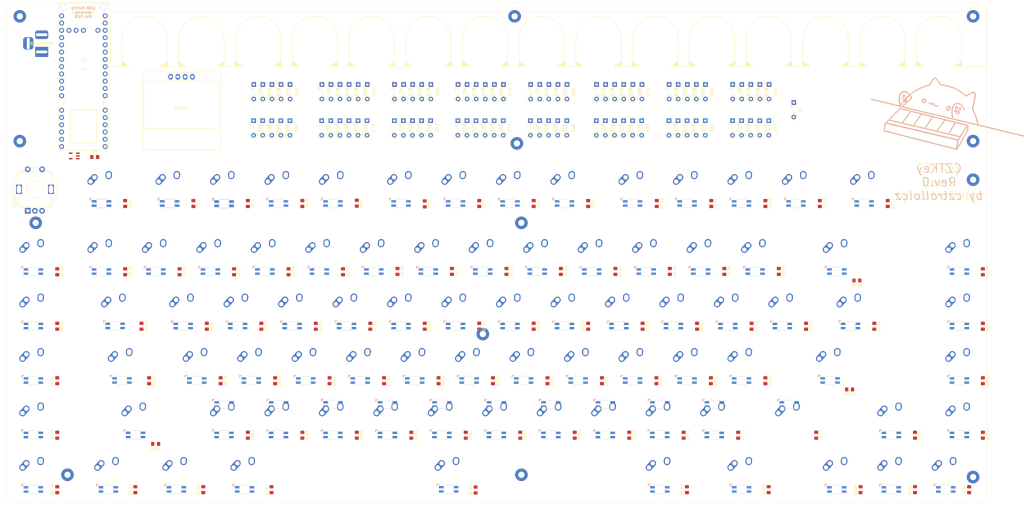
<source format=kicad_pcb>
(kicad_pcb (version 20171130) (host pcbnew "(5.1.4)-1")
  (layers (0 F.Cu signal) (31 B.Cu signal) (34 B.Paste user) (35 F.Paste user) (36 B.SilkS user) (37 F.SilkS user) (38 B.Mask user) (39 F.Mask user) (44 Edge.Cuts user))
  (net 0 "")
  (net 1 "Net-(D1-Pad2)")
  (net 2 ROW0)
  (net 3 "Net-(D2-Pad2)")
  (net 4 "Net-(D3-Pad2)")
  (net 5 "Net-(D4-Pad2)")
  (net 6 "Net-(D5-Pad2)")
  (net 7 "Net-(D6-Pad2)")
  (net 8 "Net-(D7-Pad2)")
  (net 9 "Net-(D8-Pad2)")
  (net 10 "Net-(D9-Pad2)")
  (net 11 "Net-(D10-Pad2)")
  (net 12 "Net-(D11-Pad2)")
  (net 13 "Net-(D12-Pad2)")
  (net 14 "Net-(D13-Pad2)")
  (net 15 "Net-(D14-Pad2)")
  (net 16 "Net-(D15-Pad2)")
  (net 17 ROW1)
  (net 18 "Net-(D16-Pad2)")
  (net 19 "Net-(D17-Pad2)")
  (net 20 "Net-(D18-Pad2)")
  (net 21 "Net-(D19-Pad2)")
  (net 22 "Net-(D20-Pad2)")
  (net 23 "Net-(D21-Pad2)")
  (net 24 "Net-(D22-Pad2)")
  (net 25 "Net-(D23-Pad2)")
  (net 26 "Net-(D24-Pad2)")
  (net 27 "Net-(D25-Pad2)")
  (net 28 "Net-(D26-Pad2)")
  (net 29 "Net-(D27-Pad2)")
  (net 30 "Net-(D28-Pad2)")
  (net 31 "Net-(D29-Pad2)")
  (net 32 "Net-(D30-Pad2)")
  (net 33 ROW2)
  (net 34 "Net-(D31-Pad2)")
  (net 35 "Net-(D32-Pad2)")
  (net 36 "Net-(D33-Pad2)")
  (net 37 "Net-(D34-Pad2)")
  (net 38 "Net-(D35-Pad2)")
  (net 39 "Net-(D36-Pad2)")
  (net 40 "Net-(D37-Pad2)")
  (net 41 "Net-(D38-Pad2)")
  (net 42 "Net-(D39-Pad2)")
  (net 43 "Net-(D40-Pad2)")
  (net 44 "Net-(D41-Pad2)")
  (net 45 "Net-(D42-Pad2)")
  (net 46 "Net-(D43-Pad2)")
  (net 47 "Net-(D44-Pad2)")
  (net 48 "Net-(D45-Pad2)")
  (net 49 ROW3)
  (net 50 "Net-(D46-Pad2)")
  (net 51 "Net-(D47-Pad2)")
  (net 52 "Net-(D48-Pad2)")
  (net 53 "Net-(D49-Pad2)")
  (net 54 "Net-(D50-Pad2)")
  (net 55 "Net-(D51-Pad2)")
  (net 56 "Net-(D52-Pad2)")
  (net 57 "Net-(D53-Pad2)")
  (net 58 "Net-(D54-Pad2)")
  (net 59 "Net-(D55-Pad2)")
  (net 60 "Net-(D56-Pad2)")
  (net 61 "Net-(D57-Pad2)")
  (net 62 "Net-(D58-Pad2)")
  (net 63 "Net-(D59-Pad2)")
  (net 64 ROW4)
  (net 65 "Net-(D60-Pad2)")
  (net 66 "Net-(D61-Pad2)")
  (net 67 "Net-(D62-Pad2)")
  (net 68 "Net-(D63-Pad2)")
  (net 69 "Net-(D64-Pad2)")
  (net 70 "Net-(D65-Pad2)")
  (net 71 "Net-(D66-Pad2)")
  (net 72 "Net-(D67-Pad2)")
  (net 73 "Net-(D68-Pad2)")
  (net 74 "Net-(D69-Pad2)")
  (net 75 "Net-(D70-Pad2)")
  (net 76 "Net-(D71-Pad2)")
  (net 77 "Net-(D72-Pad2)")
  (net 78 "Net-(D73-Pad2)")
  (net 79 ROW5)
  (net 80 "Net-(D74-Pad2)")
  (net 81 "Net-(D75-Pad2)")
  (net 82 "Net-(D76-Pad2)")
  (net 83 "Net-(D77-Pad2)")
  (net 84 "Net-(D78-Pad2)")
  (net 85 "Net-(D79-Pad2)")
  (net 86 "Net-(D80-Pad2)")
  (net 87 "Net-(D81-Pad2)")
  (net 88 COL10)
  (net 89 COL1)
  (net 90 COL2)
  (net 91 COL3)
  (net 92 COL4)
  (net 93 COL5)
  (net 94 COL6)
  (net 95 COL7)
  (net 96 COL8)
  (net 97 COL9)
  (net 98 COL14)
  (net 99 COL12)
  (net 100 COL13)
  (net 101 COL0)
  (net 102 COL11)
  (net 103 COL15)
  (net 104 +5V)
  (net 105 "Net-(U1-PadA10)")
  (net 106 "Net-(U1-PadA9)")
  (net 107 "Net-(U1-PadD+)")
  (net 108 "Net-(U1-PadD-)")
  (net 109 "Net-(U1-PadCHRG)")
  (net 110 "Net-(U1-PadDFU)")
  (net 111 "Net-(U1-PadA3|5v)")
  (net 112 VCC)
  (net 113 "Net-(U1-PadRST)")
  (net 114 ENC_B)
  (net 115 ENC_A)
  (net 116 "Net-(D82-Pad2)")
  (net 117 "Net-(D83-Pad2)")
  (net 118 "Net-(D84-Pad2)")
  (net 119 "Net-(D85-Pad2)")
  (net 120 "Net-(D86-Pad2)")
  (net 121 OLEDSCL)
  (net 122 OLEDSDA)
  (net 123 RGB_MATRIX)
  (net 124 ENC_S2)
  (net 125 EXT_GND)
  (net 126 EXT_5V)
  (net 127 "Net-(BJ_LED5V1-Pad3)")
  (net 128 "Net-(EXT_IC1-Pad4)")
  (net 129 "Net-(EXT_IC1-Pad1)")
  (net 130 "Net-(LED1-Pad2)")
  (net 131 "Net-(LED2-Pad2)")
  (net 132 "Net-(LED3-Pad2)")
  (net 133 "Net-(LED28-Pad4)")
  (net 134 "Net-(LED29-Pad4)")
  (net 135 "Net-(LED31-Pad2)")
  (net 136 "Net-(LED32-Pad2)")
  (net 137 "Net-(LED44-Pad2)")
  (net 138 "Net-(LED45-Pad2)")
  (net 139 "Net-(LED47-Pad4)")
  (net 140 "Net-(LED48-Pad4)")
  (net 141 "Net-(LED59-Pad4)")
  (net 142 "Net-(LED60-Pad4)")
  (net 143 "Net-(LED62-Pad2)")
  (net 144 "Net-(LED63-Pad2)")
  (net 145 "Net-(LED64-Pad2)")
  (net 146 "Net-(LED65-Pad2)")
  (net 147 "Net-(LED66-Pad2)")
  (net 148 "Net-(LED67-Pad2)")
  (net 149 "Net-(LED68-Pad2)")
  (net 150 "Net-(LED69-Pad2)")
  (net 151 "Net-(LED70-Pad2)")
  (net 152 "Net-(LED71-Pad2)")
  (net 153 "Net-(LED72-Pad2)")
  (net 154 "Net-(LED73-Pad2)")
  (net 155 "Net-(LED74-Pad2)")
  (net 156 "Net-(LED78-Pad4)")
  (net 157 "Net-(LED79-Pad4)")
  (net 158 "Net-(LED80-Pad4)")
  (net 159 "Net-(LED81-Pad4)")
  (net 160 "Net-(LED82-Pad4)")
  (net 161 "Net-(LED83-Pad4)")
  (net 162 "Net-(LED84-Pad4)")
  (net 163 "Net-(PCB_BC1-Pad1)")
  (net 164 "Net-(PCB_BL1-Pad1)")
  (net 165 "Net-(PCB_BR1-Pad1)")
  (net 166 "Net-(PCB_TC1-Pad1)")
  (net 167 "Net-(PCB_TL1-Pad1)")
  (net 168 "Net-(PCB_TR1-Pad1)")
  (net 169 "Net-(PLATE_BC1-Pad1)")
  (net 170 "Net-(PLATE_BL1-Pad1)")
  (net 171 "Net-(PLATE_BR1-Pad1)")
  (net 172 "Net-(PLATE_TC1-Pad1)")
  (net 173 "Net-(PLATE_TL1-Pad1)")
  (net 174 "Net-(PLATE_TR1-Pad1)")
  (net 175 "Net-(R1-Pad2)")
  (net 176 "Net-(PCB_MC1-Pad1)")
  (module "rgb led reverse mount:SK6812MINIE-simple" (layer F.Cu) (at 282.575 109.8868 90)
    (fp_text reference LED29 hide)
    (fp_text value YS-SK6812MINI-E)
    (fp_arc (start 2 0.794452) (end 1.5 0.794452) (angle -30.2992623) (layer Edge.Cuts) (width 0.1))
    (fp_line (start 1.5 -0.794452) (end 1.5 0.794452) (layer Edge.Cuts) (width 0.1))
    (fp_arc (start 2 -0.794452) (end 1.568299 -1.046711) (angle -30.29933433) (layer Edge.Cuts) (width 0.1))
    (fp_arc (start 1.136598 -1.298969) (end 1.568299 -1.046711) (angle -146.0055121) (layer Edge.Cuts) (width 0.1))
    (fp_arc (start 0.702842 -2.199999) (end 0.702842 -1.699999) (angle -25.70617777) (layer Edge.Cuts) (width 0.1))
    (fp_line (start -0.702842 -1.699999) (end 0.702842 -1.699999) (layer Edge.Cuts) (width 0.1))
    (fp_arc (start -0.702842 -2.199999) (end -0.91972 -1.749484) (angle -25.70608136) (layer Edge.Cuts) (width 0.1))
    (fp_arc (start -1.136597 -1.298969) (end -0.91972 -1.749484) (angle -146.0053097) (layer Edge.Cuts) (width 0.1))
    (fp_arc (start -1.999999 -0.794453) (end -1.499999 -0.794453) (angle -30.29922831) (layer Edge.Cuts) (width 0.1))
    (fp_line (start -1.499999 0.794452) (end -1.499999 -0.794453) (layer Edge.Cuts) (width 0.1))
    (fp_arc (start -1.999999 0.794452) (end -1.568299 1.046711) (angle -30.29928212) (layer Edge.Cuts) (width 0.1))
    (fp_arc (start -1.136598 1.298969) (end -1.568299 1.046711) (angle -146.0054017) (layer Edge.Cuts) (width 0.1))
    (fp_arc (start -0.702842 2.199999) (end -0.702842 1.699999) (angle -25.70611954) (layer Edge.Cuts) (width 0.1))
    (fp_line (start 0.702842 1.699999) (end -0.702842 1.699999) (layer Edge.Cuts) (width 0.1))
    (fp_arc (start 0.702842 2.199999) (end 0.91972 1.749484) (angle -25.70611205) (layer Edge.Cuts) (width 0.1))
    (fp_arc (start 1.136597 1.298969) (end 0.91972 1.749484) (angle -146.0053744) (layer Edge.Cuts) (width 0.1))
    (pad 3 smd roundrect (at 0.75 -2.6 90) (size 0.82 1.6) (layers B.Cu B.Paste B.Mask) (roundrect_rratio 0.1) (net 125 EXT_GND))
    (pad 4 smd roundrect (at -0.75 -2.6 90) (size 0.82 1.6) (layers B.Cu B.Paste B.Mask) (roundrect_rratio 0.1) (net 134 "Net-(LED29-Pad4)"))
    (pad 2 smd roundrect (at 0.75 2.6 90) (size 0.82 1.6) (layers B.Cu B.Paste B.Mask) (roundrect_rratio 0.1) (net 133 "Net-(LED28-Pad4)"))
    (pad 1 smd roundrect (at -0.75 2.6 90) (size 0.82 1.6) (layers B.Cu B.Paste B.Mask) (roundrect_rratio 0.1) (net 126 EXT_5V))
  )
  (module "rgb led reverse mount:MX-1U-NoLED" (layer F.Cu) (at 168.275 123.825)
    (fp_text reference MX_U1)
    (fp_text value MX-NoLED)
    (fp_arc (start 1.273569 3.992803) (end 1.724084 4.20968) (angle -146.0053744) (layer Edge.Cuts) (width 0.1))
    (fp_arc (start 2.174599 4.426558) (end 1.724084 4.20968) (angle -25.70611205) (layer Edge.Cuts) (width 0.1))
    (fp_line (start 1.674599 4.426558) (end 1.674599 5.832242) (layer Edge.Cuts) (width 0.1))
    (fp_arc (start 2.174599 5.832242) (end 1.674599 5.832242) (angle -25.70611954) (layer Edge.Cuts) (width 0.1))
    (fp_arc (start 1.273569 6.265998) (end 1.021311 6.697699) (angle -146.0054017) (layer Edge.Cuts) (width 0.1))
    (fp_arc (start 0.769052 7.129399) (end 1.021311 6.697699) (angle -30.29928212) (layer Edge.Cuts) (width 0.1))
    (fp_line (start 0.769052 6.629399) (end -0.819853 6.629399) (layer Edge.Cuts) (width 0.1))
    (fp_arc (start -0.819853 7.129399) (end -0.819853 6.629399) (angle -30.29922831) (layer Edge.Cuts) (width 0.1))
    (fp_arc (start -1.324369 6.265997) (end -1.774884 6.04912) (angle -146.0053097) (layer Edge.Cuts) (width 0.1))
    (fp_arc (start -2.225399 5.832242) (end -1.774884 6.04912) (angle -25.70608136) (layer Edge.Cuts) (width 0.1))
    (fp_line (start -1.725399 5.832242) (end -1.725399 4.426558) (layer Edge.Cuts) (width 0.1))
    (fp_arc (start -2.225399 4.426558) (end -1.725399 4.426558) (angle -25.70617777) (layer Edge.Cuts) (width 0.1))
    (fp_arc (start -1.324369 3.992802) (end -1.072111 3.561101) (angle -146.0055121) (layer Edge.Cuts) (width 0.1))
    (fp_arc (start -0.819852 3.1294) (end -1.072111 3.561101) (angle -30.29933433) (layer Edge.Cuts) (width 0.1))
    (fp_line (start -0.819852 3.6294) (end 0.769052 3.6294) (layer Edge.Cuts) (width 0.1))
    (fp_arc (start 0.769052 3.1294) (end 0.769052 3.6294) (angle -30.2992623) (layer Edge.Cuts) (width 0.1))
    (pad 2 thru_hole oval (at 2.5 -4.5 86.0548) (size 2.831378 2.25) (drill 1.47 (offset 0.290689 0)) (layers *.Cu B.Mask) (net 40 "Net-(D37-Pad2)"))
    (pad 2 thru_hole circle (at 2.54 -5.08) (size 2.25 2.25) (drill 1.47) (layers *.Cu B.Mask) (net 40 "Net-(D37-Pad2)"))
    (pad 1 thru_hole oval (at -3.81 -2.54 48.0996) (size 4.211556 2.25) (drill 1.47 (offset 0.980778 0)) (layers *.Cu B.Mask) (net 96 COL8))
    (pad "" np_thru_hole circle (at 0 0) (size 3.9878 3.9878) (drill 3.9878) (layers *.Cu *.Mask))
    (pad 1 thru_hole circle (at -2.5 -4) (size 2.25 2.25) (drill 1.47) (layers *.Cu B.Mask) (net 96 COL8))
    (pad "" np_thru_hole circle (at -5.08 0 48.0996) (size 1.75 1.75) (drill 1.75) (layers *.Cu *.Mask))
    (pad "" np_thru_hole circle (at 5.08 0 48.0996) (size 1.75 1.75) (drill 1.75) (layers *.Cu *.Mask))
    (pad 1 smd roundrect (at 2.5746 5.8794 90) (size 0.82 1.6) (layers B.Cu B.Paste B.Mask) (roundrect_rratio 0.1) (net 96 COL8))
    (pad 2 smd roundrect (at 2.5746 4.3794 90) (size 0.82 1.6) (layers B.Cu B.Paste B.Mask) (roundrect_rratio 0.1) (net 40 "Net-(D37-Pad2)"))
    (pad 4 smd roundrect (at -2.6254 5.8794 90) (size 0.82 1.6) (layers B.Cu B.Paste B.Mask) (roundrect_rratio 0.1))
    (pad 3 smd roundrect (at -2.6254 4.3794 90) (size 0.82 1.6) (layers B.Cu B.Paste B.Mask) (roundrect_rratio 0.1))
  )
  (module "rgb led reverse mount:MX-1U-NoLED" (layer F.Cu) (at 292.1 80.9625)
    (fp_text reference MX_PRTSC1)
    (fp_text value MX-NoLED)
    (fp_arc (start 1.273569 3.992803) (end 1.724084 4.20968) (angle -146.0053744) (layer Edge.Cuts) (width 0.1))
    (fp_arc (start 2.174599 4.426558) (end 1.724084 4.20968) (angle -25.70611205) (layer Edge.Cuts) (width 0.1))
    (fp_line (start 1.674599 4.426558) (end 1.674599 5.832242) (layer Edge.Cuts) (width 0.1))
    (fp_arc (start 2.174599 5.832242) (end 1.674599 5.832242) (angle -25.70611954) (layer Edge.Cuts) (width 0.1))
    (fp_arc (start 1.273569 6.265998) (end 1.021311 6.697699) (angle -146.0054017) (layer Edge.Cuts) (width 0.1))
    (fp_arc (start 0.769052 7.129399) (end 1.021311 6.697699) (angle -30.29928212) (layer Edge.Cuts) (width 0.1))
    (fp_line (start 0.769052 6.629399) (end -0.819853 6.629399) (layer Edge.Cuts) (width 0.1))
    (fp_arc (start -0.819853 7.129399) (end -0.819853 6.629399) (angle -30.29922831) (layer Edge.Cuts) (width 0.1))
    (fp_arc (start -1.324369 6.265997) (end -1.774884 6.04912) (angle -146.0053097) (layer Edge.Cuts) (width 0.1))
    (fp_arc (start -2.225399 5.832242) (end -1.774884 6.04912) (angle -25.70608136) (layer Edge.Cuts) (width 0.1))
    (fp_line (start -1.725399 5.832242) (end -1.725399 4.426558) (layer Edge.Cuts) (width 0.1))
    (fp_arc (start -2.225399 4.426558) (end -1.725399 4.426558) (angle -25.70617777) (layer Edge.Cuts) (width 0.1))
    (fp_arc (start -1.324369 3.992802) (end -1.072111 3.561101) (angle -146.0055121) (layer Edge.Cuts) (width 0.1))
    (fp_arc (start -0.819852 3.1294) (end -1.072111 3.561101) (angle -30.29933433) (layer Edge.Cuts) (width 0.1))
    (fp_line (start -0.819852 3.6294) (end 0.769052 3.6294) (layer Edge.Cuts) (width 0.1))
    (fp_arc (start 0.769052 3.1294) (end 0.769052 3.6294) (angle -30.2992623) (layer Edge.Cuts) (width 0.1))
    (pad 2 thru_hole oval (at 2.5 -4.5 86.0548) (size 2.831378 2.25) (drill 1.47 (offset 0.290689 0)) (layers *.Cu B.Mask) (net 15 "Net-(D14-Pad2)"))
    (pad 2 thru_hole circle (at 2.54 -5.08) (size 2.25 2.25) (drill 1.47) (layers *.Cu B.Mask) (net 15 "Net-(D14-Pad2)"))
    (pad 1 thru_hole oval (at -3.81 -2.54 48.0996) (size 4.211556 2.25) (drill 1.47 (offset 0.980778 0)) (layers *.Cu B.Mask) (net 98 COL14))
    (pad "" np_thru_hole circle (at 0 0) (size 3.9878 3.9878) (drill 3.9878) (layers *.Cu *.Mask))
    (pad 1 thru_hole circle (at -2.5 -4) (size 2.25 2.25) (drill 1.47) (layers *.Cu B.Mask) (net 98 COL14))
    (pad "" np_thru_hole circle (at -5.08 0 48.0996) (size 1.75 1.75) (drill 1.75) (layers *.Cu *.Mask))
    (pad "" np_thru_hole circle (at 5.08 0 48.0996) (size 1.75 1.75) (drill 1.75) (layers *.Cu *.Mask))
    (pad 1 smd roundrect (at 2.5746 5.8794 90) (size 0.82 1.6) (layers B.Cu B.Paste B.Mask) (roundrect_rratio 0.1) (net 98 COL14))
    (pad 2 smd roundrect (at 2.5746 4.3794 90) (size 0.82 1.6) (layers B.Cu B.Paste B.Mask) (roundrect_rratio 0.1) (net 15 "Net-(D14-Pad2)"))
    (pad 4 smd roundrect (at -2.6254 5.8794 90) (size 0.82 1.6) (layers B.Cu B.Paste B.Mask) (roundrect_rratio 0.1))
    (pad 3 smd roundrect (at -2.6254 4.3794 90) (size 0.82 1.6) (layers B.Cu B.Paste B.Mask) (roundrect_rratio 0.1))
  )
  (module "rgb led reverse mount:MX-1U-NoLED" (layer F.Cu) (at 249.238 80.9625)
    (fp_text reference MX_F11)
    (fp_text value MX-NoLED)
    (fp_arc (start 1.273569 3.992803) (end 1.724084 4.20968) (angle -146.0053744) (layer Edge.Cuts) (width 0.1))
    (fp_arc (start 2.174599 4.426558) (end 1.724084 4.20968) (angle -25.70611205) (layer Edge.Cuts) (width 0.1))
    (fp_line (start 1.674599 4.426558) (end 1.674599 5.832242) (layer Edge.Cuts) (width 0.1))
    (fp_arc (start 2.174599 5.832242) (end 1.674599 5.832242) (angle -25.70611954) (layer Edge.Cuts) (width 0.1))
    (fp_arc (start 1.273569 6.265998) (end 1.021311 6.697699) (angle -146.0054017) (layer Edge.Cuts) (width 0.1))
    (fp_arc (start 0.769052 7.129399) (end 1.021311 6.697699) (angle -30.29928212) (layer Edge.Cuts) (width 0.1))
    (fp_line (start 0.769052 6.629399) (end -0.819853 6.629399) (layer Edge.Cuts) (width 0.1))
    (fp_arc (start -0.819853 7.129399) (end -0.819853 6.629399) (angle -30.29922831) (layer Edge.Cuts) (width 0.1))
    (fp_arc (start -1.324369 6.265997) (end -1.774884 6.04912) (angle -146.0053097) (layer Edge.Cuts) (width 0.1))
    (fp_arc (start -2.225399 5.832242) (end -1.774884 6.04912) (angle -25.70608136) (layer Edge.Cuts) (width 0.1))
    (fp_line (start -1.725399 5.832242) (end -1.725399 4.426558) (layer Edge.Cuts) (width 0.1))
    (fp_arc (start -2.225399 4.426558) (end -1.725399 4.426558) (angle -25.70617777) (layer Edge.Cuts) (width 0.1))
    (fp_arc (start -1.324369 3.992802) (end -1.072111 3.561101) (angle -146.0055121) (layer Edge.Cuts) (width 0.1))
    (fp_arc (start -0.819852 3.1294) (end -1.072111 3.561101) (angle -30.29933433) (layer Edge.Cuts) (width 0.1))
    (fp_line (start -0.819852 3.6294) (end 0.769052 3.6294) (layer Edge.Cuts) (width 0.1))
    (fp_arc (start 0.769052 3.1294) (end 0.769052 3.6294) (angle -30.2992623) (layer Edge.Cuts) (width 0.1))
    (pad 2 thru_hole oval (at 2.5 -4.5 86.0548) (size 2.831378 2.25) (drill 1.47 (offset 0.290689 0)) (layers *.Cu B.Mask) (net 13 "Net-(D12-Pad2)"))
    (pad 2 thru_hole circle (at 2.54 -5.08) (size 2.25 2.25) (drill 1.47) (layers *.Cu B.Mask) (net 13 "Net-(D12-Pad2)"))
    (pad 1 thru_hole oval (at -3.81 -2.54 48.0996) (size 4.211556 2.25) (drill 1.47 (offset 0.980778 0)) (layers *.Cu B.Mask) (net 99 COL12))
    (pad "" np_thru_hole circle (at 0 0) (size 3.9878 3.9878) (drill 3.9878) (layers *.Cu *.Mask))
    (pad 1 thru_hole circle (at -2.5 -4) (size 2.25 2.25) (drill 1.47) (layers *.Cu B.Mask) (net 99 COL12))
    (pad "" np_thru_hole circle (at -5.08 0 48.0996) (size 1.75 1.75) (drill 1.75) (layers *.Cu *.Mask))
    (pad "" np_thru_hole circle (at 5.08 0 48.0996) (size 1.75 1.75) (drill 1.75) (layers *.Cu *.Mask))
    (pad 1 smd roundrect (at 2.5746 5.8794 90) (size 0.82 1.6) (layers B.Cu B.Paste B.Mask) (roundrect_rratio 0.1) (net 99 COL12))
    (pad 2 smd roundrect (at 2.5746 4.3794 90) (size 0.82 1.6) (layers B.Cu B.Paste B.Mask) (roundrect_rratio 0.1) (net 13 "Net-(D12-Pad2)"))
    (pad 4 smd roundrect (at -2.6254 5.8794 90) (size 0.82 1.6) (layers B.Cu B.Paste B.Mask) (roundrect_rratio 0.1))
    (pad 3 smd roundrect (at -2.6254 4.3794 90) (size 0.82 1.6) (layers B.Cu B.Paste B.Mask) (roundrect_rratio 0.1))
  )
  (module "rgb led reverse mount:MX-1U-NoLED" (layer F.Cu) (at 268.288 80.9625)
    (fp_text reference MX_F12)
    (fp_text value MX-NoLED)
    (fp_arc (start 1.273569 3.992803) (end 1.724084 4.20968) (angle -146.0053744) (layer Edge.Cuts) (width 0.1))
    (fp_arc (start 2.174599 4.426558) (end 1.724084 4.20968) (angle -25.70611205) (layer Edge.Cuts) (width 0.1))
    (fp_line (start 1.674599 4.426558) (end 1.674599 5.832242) (layer Edge.Cuts) (width 0.1))
    (fp_arc (start 2.174599 5.832242) (end 1.674599 5.832242) (angle -25.70611954) (layer Edge.Cuts) (width 0.1))
    (fp_arc (start 1.273569 6.265998) (end 1.021311 6.697699) (angle -146.0054017) (layer Edge.Cuts) (width 0.1))
    (fp_arc (start 0.769052 7.129399) (end 1.021311 6.697699) (angle -30.29928212) (layer Edge.Cuts) (width 0.1))
    (fp_line (start 0.769052 6.629399) (end -0.819853 6.629399) (layer Edge.Cuts) (width 0.1))
    (fp_arc (start -0.819853 7.129399) (end -0.819853 6.629399) (angle -30.29922831) (layer Edge.Cuts) (width 0.1))
    (fp_arc (start -1.324369 6.265997) (end -1.774884 6.04912) (angle -146.0053097) (layer Edge.Cuts) (width 0.1))
    (fp_arc (start -2.225399 5.832242) (end -1.774884 6.04912) (angle -25.70608136) (layer Edge.Cuts) (width 0.1))
    (fp_line (start -1.725399 5.832242) (end -1.725399 4.426558) (layer Edge.Cuts) (width 0.1))
    (fp_arc (start -2.225399 4.426558) (end -1.725399 4.426558) (angle -25.70617777) (layer Edge.Cuts) (width 0.1))
    (fp_arc (start -1.324369 3.992802) (end -1.072111 3.561101) (angle -146.0055121) (layer Edge.Cuts) (width 0.1))
    (fp_arc (start -0.819852 3.1294) (end -1.072111 3.561101) (angle -30.29933433) (layer Edge.Cuts) (width 0.1))
    (fp_line (start -0.819852 3.6294) (end 0.769052 3.6294) (layer Edge.Cuts) (width 0.1))
    (fp_arc (start 0.769052 3.1294) (end 0.769052 3.6294) (angle -30.2992623) (layer Edge.Cuts) (width 0.1))
    (pad 2 thru_hole oval (at 2.5 -4.5 86.0548) (size 2.831378 2.25) (drill 1.47 (offset 0.290689 0)) (layers *.Cu B.Mask) (net 14 "Net-(D13-Pad2)"))
    (pad 2 thru_hole circle (at 2.54 -5.08) (size 2.25 2.25) (drill 1.47) (layers *.Cu B.Mask) (net 14 "Net-(D13-Pad2)"))
    (pad 1 thru_hole oval (at -3.81 -2.54 48.0996) (size 4.211556 2.25) (drill 1.47 (offset 0.980778 0)) (layers *.Cu B.Mask) (net 100 COL13))
    (pad "" np_thru_hole circle (at 0 0) (size 3.9878 3.9878) (drill 3.9878) (layers *.Cu *.Mask))
    (pad 1 thru_hole circle (at -2.5 -4) (size 2.25 2.25) (drill 1.47) (layers *.Cu B.Mask) (net 100 COL13))
    (pad "" np_thru_hole circle (at -5.08 0 48.0996) (size 1.75 1.75) (drill 1.75) (layers *.Cu *.Mask))
    (pad "" np_thru_hole circle (at 5.08 0 48.0996) (size 1.75 1.75) (drill 1.75) (layers *.Cu *.Mask))
    (pad 1 smd roundrect (at 2.5746 5.8794 90) (size 0.82 1.6) (layers B.Cu B.Paste B.Mask) (roundrect_rratio 0.1) (net 100 COL13))
    (pad 2 smd roundrect (at 2.5746 4.3794 90) (size 0.82 1.6) (layers B.Cu B.Paste B.Mask) (roundrect_rratio 0.1) (net 14 "Net-(D13-Pad2)"))
    (pad 4 smd roundrect (at -2.6254 5.8794 90) (size 0.82 1.6) (layers B.Cu B.Paste B.Mask) (roundrect_rratio 0.1))
    (pad 3 smd roundrect (at -2.6254 4.3794 90) (size 0.82 1.6) (layers B.Cu B.Paste B.Mask) (roundrect_rratio 0.1))
  )
  (module "rgb led reverse mount:MX-1U-NoLED" (layer F.Cu) (at 1.5875 180.975)
    (fp_text reference MX_MAC5)
    (fp_text value MX-NoLED)
    (fp_arc (start 1.273569 3.992803) (end 1.724084 4.20968) (angle -146.0053744) (layer Edge.Cuts) (width 0.1))
    (fp_arc (start 2.174599 4.426558) (end 1.724084 4.20968) (angle -25.70611205) (layer Edge.Cuts) (width 0.1))
    (fp_line (start 1.674599 4.426558) (end 1.674599 5.832242) (layer Edge.Cuts) (width 0.1))
    (fp_arc (start 2.174599 5.832242) (end 1.674599 5.832242) (angle -25.70611954) (layer Edge.Cuts) (width 0.1))
    (fp_arc (start 1.273569 6.265998) (end 1.021311 6.697699) (angle -146.0054017) (layer Edge.Cuts) (width 0.1))
    (fp_arc (start 0.769052 7.129399) (end 1.021311 6.697699) (angle -30.29928212) (layer Edge.Cuts) (width 0.1))
    (fp_line (start 0.769052 6.629399) (end -0.819853 6.629399) (layer Edge.Cuts) (width 0.1))
    (fp_arc (start -0.819853 7.129399) (end -0.819853 6.629399) (angle -30.29922831) (layer Edge.Cuts) (width 0.1))
    (fp_arc (start -1.324369 6.265997) (end -1.774884 6.04912) (angle -146.0053097) (layer Edge.Cuts) (width 0.1))
    (fp_arc (start -2.225399 5.832242) (end -1.774884 6.04912) (angle -25.70608136) (layer Edge.Cuts) (width 0.1))
    (fp_line (start -1.725399 5.832242) (end -1.725399 4.426558) (layer Edge.Cuts) (width 0.1))
    (fp_arc (start -2.225399 4.426558) (end -1.725399 4.426558) (angle -25.70617777) (layer Edge.Cuts) (width 0.1))
    (fp_arc (start -1.324369 3.992802) (end -1.072111 3.561101) (angle -146.0055121) (layer Edge.Cuts) (width 0.1))
    (fp_arc (start -0.819852 3.1294) (end -1.072111 3.561101) (angle -30.29933433) (layer Edge.Cuts) (width 0.1))
    (fp_line (start -0.819852 3.6294) (end 0.769052 3.6294) (layer Edge.Cuts) (width 0.1))
    (fp_arc (start 0.769052 3.1294) (end 0.769052 3.6294) (angle -30.2992623) (layer Edge.Cuts) (width 0.1))
    (pad 2 thru_hole oval (at 2.5 -4.5 86.0548) (size 2.831378 2.25) (drill 1.47 (offset 0.290689 0)) (layers *.Cu B.Mask) (net 120 "Net-(D86-Pad2)"))
    (pad 2 thru_hole circle (at 2.54 -5.08) (size 2.25 2.25) (drill 1.47) (layers *.Cu B.Mask) (net 120 "Net-(D86-Pad2)"))
    (pad 1 thru_hole oval (at -3.81 -2.54 48.0996) (size 4.211556 2.25) (drill 1.47 (offset 0.980778 0)) (layers *.Cu B.Mask) (net 101 COL0))
    (pad "" np_thru_hole circle (at 0 0) (size 3.9878 3.9878) (drill 3.9878) (layers *.Cu *.Mask))
    (pad 1 thru_hole circle (at -2.5 -4) (size 2.25 2.25) (drill 1.47) (layers *.Cu B.Mask) (net 101 COL0))
    (pad "" np_thru_hole circle (at -5.08 0 48.0996) (size 1.75 1.75) (drill 1.75) (layers *.Cu *.Mask))
    (pad "" np_thru_hole circle (at 5.08 0 48.0996) (size 1.75 1.75) (drill 1.75) (layers *.Cu *.Mask))
    (pad 1 smd roundrect (at 2.5746 5.8794 90) (size 0.82 1.6) (layers B.Cu B.Paste B.Mask) (roundrect_rratio 0.1) (net 101 COL0))
    (pad 2 smd roundrect (at 2.5746 4.3794 90) (size 0.82 1.6) (layers B.Cu B.Paste B.Mask) (roundrect_rratio 0.1) (net 120 "Net-(D86-Pad2)"))
    (pad 4 smd roundrect (at -2.6254 5.8794 90) (size 0.82 1.6) (layers B.Cu B.Paste B.Mask) (roundrect_rratio 0.1))
    (pad 3 smd roundrect (at -2.6254 4.3794 90) (size 0.82 1.6) (layers B.Cu B.Paste B.Mask) (roundrect_rratio 0.1))
  )
  (module "rgb led reverse mount:MX-1U-NoLED" (layer F.Cu) (at 1.5875 161.925)
    (fp_text reference MX_MAC4)
    (fp_text value MX-NoLED)
    (fp_arc (start 1.273569 3.992803) (end 1.724084 4.20968) (angle -146.0053744) (layer Edge.Cuts) (width 0.1))
    (fp_arc (start 2.174599 4.426558) (end 1.724084 4.20968) (angle -25.70611205) (layer Edge.Cuts) (width 0.1))
    (fp_line (start 1.674599 4.426558) (end 1.674599 5.832242) (layer Edge.Cuts) (width 0.1))
    (fp_arc (start 2.174599 5.832242) (end 1.674599 5.832242) (angle -25.70611954) (layer Edge.Cuts) (width 0.1))
    (fp_arc (start 1.273569 6.265998) (end 1.021311 6.697699) (angle -146.0054017) (layer Edge.Cuts) (width 0.1))
    (fp_arc (start 0.769052 7.129399) (end 1.021311 6.697699) (angle -30.29928212) (layer Edge.Cuts) (width 0.1))
    (fp_line (start 0.769052 6.629399) (end -0.819853 6.629399) (layer Edge.Cuts) (width 0.1))
    (fp_arc (start -0.819853 7.129399) (end -0.819853 6.629399) (angle -30.29922831) (layer Edge.Cuts) (width 0.1))
    (fp_arc (start -1.324369 6.265997) (end -1.774884 6.04912) (angle -146.0053097) (layer Edge.Cuts) (width 0.1))
    (fp_arc (start -2.225399 5.832242) (end -1.774884 6.04912) (angle -25.70608136) (layer Edge.Cuts) (width 0.1))
    (fp_line (start -1.725399 5.832242) (end -1.725399 4.426558) (layer Edge.Cuts) (width 0.1))
    (fp_arc (start -2.225399 4.426558) (end -1.725399 4.426558) (angle -25.70617777) (layer Edge.Cuts) (width 0.1))
    (fp_arc (start -1.324369 3.992802) (end -1.072111 3.561101) (angle -146.0055121) (layer Edge.Cuts) (width 0.1))
    (fp_arc (start -0.819852 3.1294) (end -1.072111 3.561101) (angle -30.29933433) (layer Edge.Cuts) (width 0.1))
    (fp_line (start -0.819852 3.6294) (end 0.769052 3.6294) (layer Edge.Cuts) (width 0.1))
    (fp_arc (start 0.769052 3.1294) (end 0.769052 3.6294) (angle -30.2992623) (layer Edge.Cuts) (width 0.1))
    (pad 2 thru_hole oval (at 2.5 -4.5 86.0548) (size 2.831378 2.25) (drill 1.47 (offset 0.290689 0)) (layers *.Cu B.Mask) (net 119 "Net-(D85-Pad2)"))
    (pad 2 thru_hole circle (at 2.54 -5.08) (size 2.25 2.25) (drill 1.47) (layers *.Cu B.Mask) (net 119 "Net-(D85-Pad2)"))
    (pad 1 thru_hole oval (at -3.81 -2.54 48.0996) (size 4.211556 2.25) (drill 1.47 (offset 0.980778 0)) (layers *.Cu B.Mask) (net 101 COL0))
    (pad "" np_thru_hole circle (at 0 0) (size 3.9878 3.9878) (drill 3.9878) (layers *.Cu *.Mask))
    (pad 1 thru_hole circle (at -2.5 -4) (size 2.25 2.25) (drill 1.47) (layers *.Cu B.Mask) (net 101 COL0))
    (pad "" np_thru_hole circle (at -5.08 0 48.0996) (size 1.75 1.75) (drill 1.75) (layers *.Cu *.Mask))
    (pad "" np_thru_hole circle (at 5.08 0 48.0996) (size 1.75 1.75) (drill 1.75) (layers *.Cu *.Mask))
    (pad 1 smd roundrect (at 2.5746 5.8794 90) (size 0.82 1.6) (layers B.Cu B.Paste B.Mask) (roundrect_rratio 0.1) (net 101 COL0))
    (pad 2 smd roundrect (at 2.5746 4.3794 90) (size 0.82 1.6) (layers B.Cu B.Paste B.Mask) (roundrect_rratio 0.1) (net 119 "Net-(D85-Pad2)"))
    (pad 4 smd roundrect (at -2.6254 5.8794 90) (size 0.82 1.6) (layers B.Cu B.Paste B.Mask) (roundrect_rratio 0.1))
    (pad 3 smd roundrect (at -2.6254 4.3794 90) (size 0.82 1.6) (layers B.Cu B.Paste B.Mask) (roundrect_rratio 0.1))
  )
  (module "rgb led reverse mount:MX-1U-NoLED" (layer F.Cu) (at 1.5875 142.875)
    (fp_text reference MX_MAC3)
    (fp_text value MX-NoLED)
    (fp_arc (start 1.273569 3.992803) (end 1.724084 4.20968) (angle -146.0053744) (layer Edge.Cuts) (width 0.1))
    (fp_arc (start 2.174599 4.426558) (end 1.724084 4.20968) (angle -25.70611205) (layer Edge.Cuts) (width 0.1))
    (fp_line (start 1.674599 4.426558) (end 1.674599 5.832242) (layer Edge.Cuts) (width 0.1))
    (fp_arc (start 2.174599 5.832242) (end 1.674599 5.832242) (angle -25.70611954) (layer Edge.Cuts) (width 0.1))
    (fp_arc (start 1.273569 6.265998) (end 1.021311 6.697699) (angle -146.0054017) (layer Edge.Cuts) (width 0.1))
    (fp_arc (start 0.769052 7.129399) (end 1.021311 6.697699) (angle -30.29928212) (layer Edge.Cuts) (width 0.1))
    (fp_line (start 0.769052 6.629399) (end -0.819853 6.629399) (layer Edge.Cuts) (width 0.1))
    (fp_arc (start -0.819853 7.129399) (end -0.819853 6.629399) (angle -30.29922831) (layer Edge.Cuts) (width 0.1))
    (fp_arc (start -1.324369 6.265997) (end -1.774884 6.04912) (angle -146.0053097) (layer Edge.Cuts) (width 0.1))
    (fp_arc (start -2.225399 5.832242) (end -1.774884 6.04912) (angle -25.70608136) (layer Edge.Cuts) (width 0.1))
    (fp_line (start -1.725399 5.832242) (end -1.725399 4.426558) (layer Edge.Cuts) (width 0.1))
    (fp_arc (start -2.225399 4.426558) (end -1.725399 4.426558) (angle -25.70617777) (layer Edge.Cuts) (width 0.1))
    (fp_arc (start -1.324369 3.992802) (end -1.072111 3.561101) (angle -146.0055121) (layer Edge.Cuts) (width 0.1))
    (fp_arc (start -0.819852 3.1294) (end -1.072111 3.561101) (angle -30.29933433) (layer Edge.Cuts) (width 0.1))
    (fp_line (start -0.819852 3.6294) (end 0.769052 3.6294) (layer Edge.Cuts) (width 0.1))
    (fp_arc (start 0.769052 3.1294) (end 0.769052 3.6294) (angle -30.2992623) (layer Edge.Cuts) (width 0.1))
    (pad 2 thru_hole oval (at 2.5 -4.5 86.0548) (size 2.831378 2.25) (drill 1.47 (offset 0.290689 0)) (layers *.Cu B.Mask) (net 118 "Net-(D84-Pad2)"))
    (pad 2 thru_hole circle (at 2.54 -5.08) (size 2.25 2.25) (drill 1.47) (layers *.Cu B.Mask) (net 118 "Net-(D84-Pad2)"))
    (pad 1 thru_hole oval (at -3.81 -2.54 48.0996) (size 4.211556 2.25) (drill 1.47 (offset 0.980778 0)) (layers *.Cu B.Mask) (net 101 COL0))
    (pad "" np_thru_hole circle (at 0 0) (size 3.9878 3.9878) (drill 3.9878) (layers *.Cu *.Mask))
    (pad 1 thru_hole circle (at -2.5 -4) (size 2.25 2.25) (drill 1.47) (layers *.Cu B.Mask) (net 101 COL0))
    (pad "" np_thru_hole circle (at -5.08 0 48.0996) (size 1.75 1.75) (drill 1.75) (layers *.Cu *.Mask))
    (pad "" np_thru_hole circle (at 5.08 0 48.0996) (size 1.75 1.75) (drill 1.75) (layers *.Cu *.Mask))
    (pad 1 smd roundrect (at 2.5746 5.8794 90) (size 0.82 1.6) (layers B.Cu B.Paste B.Mask) (roundrect_rratio 0.1) (net 101 COL0))
    (pad 2 smd roundrect (at 2.5746 4.3794 90) (size 0.82 1.6) (layers B.Cu B.Paste B.Mask) (roundrect_rratio 0.1) (net 118 "Net-(D84-Pad2)"))
    (pad 4 smd roundrect (at -2.6254 5.8794 90) (size 0.82 1.6) (layers B.Cu B.Paste B.Mask) (roundrect_rratio 0.1))
    (pad 3 smd roundrect (at -2.6254 4.3794 90) (size 0.82 1.6) (layers B.Cu B.Paste B.Mask) (roundrect_rratio 0.1))
  )
  (module "rgb led reverse mount:MX-1U-NoLED" (layer F.Cu) (at 1.5875 123.825)
    (fp_text reference MX_MAC2)
    (fp_text value MX-NoLED)
    (fp_arc (start 1.273569 3.992803) (end 1.724084 4.20968) (angle -146.0053744) (layer Edge.Cuts) (width 0.1))
    (fp_arc (start 2.174599 4.426558) (end 1.724084 4.20968) (angle -25.70611205) (layer Edge.Cuts) (width 0.1))
    (fp_line (start 1.674599 4.426558) (end 1.674599 5.832242) (layer Edge.Cuts) (width 0.1))
    (fp_arc (start 2.174599 5.832242) (end 1.674599 5.832242) (angle -25.70611954) (layer Edge.Cuts) (width 0.1))
    (fp_arc (start 1.273569 6.265998) (end 1.021311 6.697699) (angle -146.0054017) (layer Edge.Cuts) (width 0.1))
    (fp_arc (start 0.769052 7.129399) (end 1.021311 6.697699) (angle -30.29928212) (layer Edge.Cuts) (width 0.1))
    (fp_line (start 0.769052 6.629399) (end -0.819853 6.629399) (layer Edge.Cuts) (width 0.1))
    (fp_arc (start -0.819853 7.129399) (end -0.819853 6.629399) (angle -30.29922831) (layer Edge.Cuts) (width 0.1))
    (fp_arc (start -1.324369 6.265997) (end -1.774884 6.04912) (angle -146.0053097) (layer Edge.Cuts) (width 0.1))
    (fp_arc (start -2.225399 5.832242) (end -1.774884 6.04912) (angle -25.70608136) (layer Edge.Cuts) (width 0.1))
    (fp_line (start -1.725399 5.832242) (end -1.725399 4.426558) (layer Edge.Cuts) (width 0.1))
    (fp_arc (start -2.225399 4.426558) (end -1.725399 4.426558) (angle -25.70617777) (layer Edge.Cuts) (width 0.1))
    (fp_arc (start -1.324369 3.992802) (end -1.072111 3.561101) (angle -146.0055121) (layer Edge.Cuts) (width 0.1))
    (fp_arc (start -0.819852 3.1294) (end -1.072111 3.561101) (angle -30.29933433) (layer Edge.Cuts) (width 0.1))
    (fp_line (start -0.819852 3.6294) (end 0.769052 3.6294) (layer Edge.Cuts) (width 0.1))
    (fp_arc (start 0.769052 3.1294) (end 0.769052 3.6294) (angle -30.2992623) (layer Edge.Cuts) (width 0.1))
    (pad 2 thru_hole oval (at 2.5 -4.5 86.0548) (size 2.831378 2.25) (drill 1.47 (offset 0.290689 0)) (layers *.Cu B.Mask) (net 117 "Net-(D83-Pad2)"))
    (pad 2 thru_hole circle (at 2.54 -5.08) (size 2.25 2.25) (drill 1.47) (layers *.Cu B.Mask) (net 117 "Net-(D83-Pad2)"))
    (pad 1 thru_hole oval (at -3.81 -2.54 48.0996) (size 4.211556 2.25) (drill 1.47 (offset 0.980778 0)) (layers *.Cu B.Mask) (net 101 COL0))
    (pad "" np_thru_hole circle (at 0 0) (size 3.9878 3.9878) (drill 3.9878) (layers *.Cu *.Mask))
    (pad 1 thru_hole circle (at -2.5 -4) (size 2.25 2.25) (drill 1.47) (layers *.Cu B.Mask) (net 101 COL0))
    (pad "" np_thru_hole circle (at -5.08 0 48.0996) (size 1.75 1.75) (drill 1.75) (layers *.Cu *.Mask))
    (pad "" np_thru_hole circle (at 5.08 0 48.0996) (size 1.75 1.75) (drill 1.75) (layers *.Cu *.Mask))
    (pad 1 smd roundrect (at 2.5746 5.8794 90) (size 0.82 1.6) (layers B.Cu B.Paste B.Mask) (roundrect_rratio 0.1) (net 101 COL0))
    (pad 2 smd roundrect (at 2.5746 4.3794 90) (size 0.82 1.6) (layers B.Cu B.Paste B.Mask) (roundrect_rratio 0.1) (net 117 "Net-(D83-Pad2)"))
    (pad 4 smd roundrect (at -2.6254 5.8794 90) (size 0.82 1.6) (layers B.Cu B.Paste B.Mask) (roundrect_rratio 0.1))
    (pad 3 smd roundrect (at -2.6254 4.3794 90) (size 0.82 1.6) (layers B.Cu B.Paste B.Mask) (roundrect_rratio 0.1))
  )
  (module "rgb led reverse mount:MX-1U-NoLED" (layer F.Cu) (at 1.5875 104.775)
    (fp_text reference MX_MAC1)
    (fp_text value MX-NoLED)
    (fp_arc (start 1.273569 3.992803) (end 1.724084 4.20968) (angle -146.0053744) (layer Edge.Cuts) (width 0.1))
    (fp_arc (start 2.174599 4.426558) (end 1.724084 4.20968) (angle -25.70611205) (layer Edge.Cuts) (width 0.1))
    (fp_line (start 1.674599 4.426558) (end 1.674599 5.832242) (layer Edge.Cuts) (width 0.1))
    (fp_arc (start 2.174599 5.832242) (end 1.674599 5.832242) (angle -25.70611954) (layer Edge.Cuts) (width 0.1))
    (fp_arc (start 1.273569 6.265998) (end 1.021311 6.697699) (angle -146.0054017) (layer Edge.Cuts) (width 0.1))
    (fp_arc (start 0.769052 7.129399) (end 1.021311 6.697699) (angle -30.29928212) (layer Edge.Cuts) (width 0.1))
    (fp_line (start 0.769052 6.629399) (end -0.819853 6.629399) (layer Edge.Cuts) (width 0.1))
    (fp_arc (start -0.819853 7.129399) (end -0.819853 6.629399) (angle -30.29922831) (layer Edge.Cuts) (width 0.1))
    (fp_arc (start -1.324369 6.265997) (end -1.774884 6.04912) (angle -146.0053097) (layer Edge.Cuts) (width 0.1))
    (fp_arc (start -2.225399 5.832242) (end -1.774884 6.04912) (angle -25.70608136) (layer Edge.Cuts) (width 0.1))
    (fp_line (start -1.725399 5.832242) (end -1.725399 4.426558) (layer Edge.Cuts) (width 0.1))
    (fp_arc (start -2.225399 4.426558) (end -1.725399 4.426558) (angle -25.70617777) (layer Edge.Cuts) (width 0.1))
    (fp_arc (start -1.324369 3.992802) (end -1.072111 3.561101) (angle -146.0055121) (layer Edge.Cuts) (width 0.1))
    (fp_arc (start -0.819852 3.1294) (end -1.072111 3.561101) (angle -30.29933433) (layer Edge.Cuts) (width 0.1))
    (fp_line (start -0.819852 3.6294) (end 0.769052 3.6294) (layer Edge.Cuts) (width 0.1))
    (fp_arc (start 0.769052 3.1294) (end 0.769052 3.6294) (angle -30.2992623) (layer Edge.Cuts) (width 0.1))
    (pad 2 thru_hole oval (at 2.5 -4.5 86.0548) (size 2.831378 2.25) (drill 1.47 (offset 0.290689 0)) (layers *.Cu B.Mask) (net 116 "Net-(D82-Pad2)"))
    (pad 2 thru_hole circle (at 2.54 -5.08) (size 2.25 2.25) (drill 1.47) (layers *.Cu B.Mask) (net 116 "Net-(D82-Pad2)"))
    (pad 1 thru_hole oval (at -3.81 -2.54 48.0996) (size 4.211556 2.25) (drill 1.47 (offset 0.980778 0)) (layers *.Cu B.Mask) (net 101 COL0))
    (pad "" np_thru_hole circle (at 0 0) (size 3.9878 3.9878) (drill 3.9878) (layers *.Cu *.Mask))
    (pad 1 thru_hole circle (at -2.5 -4) (size 2.25 2.25) (drill 1.47) (layers *.Cu B.Mask) (net 101 COL0))
    (pad "" np_thru_hole circle (at -5.08 0 48.0996) (size 1.75 1.75) (drill 1.75) (layers *.Cu *.Mask))
    (pad "" np_thru_hole circle (at 5.08 0 48.0996) (size 1.75 1.75) (drill 1.75) (layers *.Cu *.Mask))
    (pad 1 smd roundrect (at 2.5746 5.8794 90) (size 0.82 1.6) (layers B.Cu B.Paste B.Mask) (roundrect_rratio 0.1) (net 101 COL0))
    (pad 2 smd roundrect (at 2.5746 4.3794 90) (size 0.82 1.6) (layers B.Cu B.Paste B.Mask) (roundrect_rratio 0.1) (net 116 "Net-(D82-Pad2)"))
    (pad 4 smd roundrect (at -2.6254 5.8794 90) (size 0.82 1.6) (layers B.Cu B.Paste B.Mask) (roundrect_rratio 0.1))
    (pad 3 smd roundrect (at -2.6254 4.3794 90) (size 0.82 1.6) (layers B.Cu B.Paste B.Mask) (roundrect_rratio 0.1))
  )
  (module "rgb led reverse mount:MX-1U-NoLED" (layer F.Cu) (at 201.612 161.925)
    (fp_text reference MX_COMMA1)
    (fp_text value MX-NoLED)
    (fp_arc (start 1.273569 3.992803) (end 1.724084 4.20968) (angle -146.0053744) (layer Edge.Cuts) (width 0.1))
    (fp_arc (start 2.174599 4.426558) (end 1.724084 4.20968) (angle -25.70611205) (layer Edge.Cuts) (width 0.1))
    (fp_line (start 1.674599 4.426558) (end 1.674599 5.832242) (layer Edge.Cuts) (width 0.1))
    (fp_arc (start 2.174599 5.832242) (end 1.674599 5.832242) (angle -25.70611954) (layer Edge.Cuts) (width 0.1))
    (fp_arc (start 1.273569 6.265998) (end 1.021311 6.697699) (angle -146.0054017) (layer Edge.Cuts) (width 0.1))
    (fp_arc (start 0.769052 7.129399) (end 1.021311 6.697699) (angle -30.29928212) (layer Edge.Cuts) (width 0.1))
    (fp_line (start 0.769052 6.629399) (end -0.819853 6.629399) (layer Edge.Cuts) (width 0.1))
    (fp_arc (start -0.819853 7.129399) (end -0.819853 6.629399) (angle -30.29922831) (layer Edge.Cuts) (width 0.1))
    (fp_arc (start -1.324369 6.265997) (end -1.774884 6.04912) (angle -146.0053097) (layer Edge.Cuts) (width 0.1))
    (fp_arc (start -2.225399 5.832242) (end -1.774884 6.04912) (angle -25.70608136) (layer Edge.Cuts) (width 0.1))
    (fp_line (start -1.725399 5.832242) (end -1.725399 4.426558) (layer Edge.Cuts) (width 0.1))
    (fp_arc (start -2.225399 4.426558) (end -1.725399 4.426558) (angle -25.70617777) (layer Edge.Cuts) (width 0.1))
    (fp_arc (start -1.324369 3.992802) (end -1.072111 3.561101) (angle -146.0055121) (layer Edge.Cuts) (width 0.1))
    (fp_arc (start -0.819852 3.1294) (end -1.072111 3.561101) (angle -30.29933433) (layer Edge.Cuts) (width 0.1))
    (fp_line (start -0.819852 3.6294) (end 0.769052 3.6294) (layer Edge.Cuts) (width 0.1))
    (fp_arc (start 0.769052 3.1294) (end 0.769052 3.6294) (angle -30.2992623) (layer Edge.Cuts) (width 0.1))
    (pad 2 thru_hole oval (at 2.5 -4.5 86.0548) (size 2.831378 2.25) (drill 1.47 (offset 0.290689 0)) (layers *.Cu B.Mask) (net 72 "Net-(D67-Pad2)"))
    (pad 2 thru_hole circle (at 2.54 -5.08) (size 2.25 2.25) (drill 1.47) (layers *.Cu B.Mask) (net 72 "Net-(D67-Pad2)"))
    (pad 1 thru_hole oval (at -3.81 -2.54 48.0996) (size 4.211556 2.25) (drill 1.47 (offset 0.980778 0)) (layers *.Cu B.Mask) (net 97 COL9))
    (pad "" np_thru_hole circle (at 0 0) (size 3.9878 3.9878) (drill 3.9878) (layers *.Cu *.Mask))
    (pad 1 thru_hole circle (at -2.5 -4) (size 2.25 2.25) (drill 1.47) (layers *.Cu B.Mask) (net 97 COL9))
    (pad "" np_thru_hole circle (at -5.08 0 48.0996) (size 1.75 1.75) (drill 1.75) (layers *.Cu *.Mask))
    (pad "" np_thru_hole circle (at 5.08 0 48.0996) (size 1.75 1.75) (drill 1.75) (layers *.Cu *.Mask))
    (pad 1 smd roundrect (at 2.5746 5.8794 90) (size 0.82 1.6) (layers B.Cu B.Paste B.Mask) (roundrect_rratio 0.1) (net 97 COL9))
    (pad 2 smd roundrect (at 2.5746 4.3794 90) (size 0.82 1.6) (layers B.Cu B.Paste B.Mask) (roundrect_rratio 0.1) (net 72 "Net-(D67-Pad2)"))
    (pad 4 smd roundrect (at -2.6254 5.8794 90) (size 0.82 1.6) (layers B.Cu B.Paste B.Mask) (roundrect_rratio 0.1))
    (pad 3 smd roundrect (at -2.6254 4.3794 90) (size 0.82 1.6) (layers B.Cu B.Paste B.Mask) (roundrect_rratio 0.1))
  )
  (module "rgb led reverse mount:MX-1U-NoLED" (layer F.Cu) (at 68.2625 161.925)
    (fp_text reference MX_Z1)
    (fp_text value MX-NoLED)
    (fp_arc (start 1.273569 3.992803) (end 1.724084 4.20968) (angle -146.0053744) (layer Edge.Cuts) (width 0.1))
    (fp_arc (start 2.174599 4.426558) (end 1.724084 4.20968) (angle -25.70611205) (layer Edge.Cuts) (width 0.1))
    (fp_line (start 1.674599 4.426558) (end 1.674599 5.832242) (layer Edge.Cuts) (width 0.1))
    (fp_arc (start 2.174599 5.832242) (end 1.674599 5.832242) (angle -25.70611954) (layer Edge.Cuts) (width 0.1))
    (fp_arc (start 1.273569 6.265998) (end 1.021311 6.697699) (angle -146.0054017) (layer Edge.Cuts) (width 0.1))
    (fp_arc (start 0.769052 7.129399) (end 1.021311 6.697699) (angle -30.29928212) (layer Edge.Cuts) (width 0.1))
    (fp_line (start 0.769052 6.629399) (end -0.819853 6.629399) (layer Edge.Cuts) (width 0.1))
    (fp_arc (start -0.819853 7.129399) (end -0.819853 6.629399) (angle -30.29922831) (layer Edge.Cuts) (width 0.1))
    (fp_arc (start -1.324369 6.265997) (end -1.774884 6.04912) (angle -146.0053097) (layer Edge.Cuts) (width 0.1))
    (fp_arc (start -2.225399 5.832242) (end -1.774884 6.04912) (angle -25.70608136) (layer Edge.Cuts) (width 0.1))
    (fp_line (start -1.725399 5.832242) (end -1.725399 4.426558) (layer Edge.Cuts) (width 0.1))
    (fp_arc (start -2.225399 4.426558) (end -1.725399 4.426558) (angle -25.70617777) (layer Edge.Cuts) (width 0.1))
    (fp_arc (start -1.324369 3.992802) (end -1.072111 3.561101) (angle -146.0055121) (layer Edge.Cuts) (width 0.1))
    (fp_arc (start -0.819852 3.1294) (end -1.072111 3.561101) (angle -30.29933433) (layer Edge.Cuts) (width 0.1))
    (fp_line (start -0.819852 3.6294) (end 0.769052 3.6294) (layer Edge.Cuts) (width 0.1))
    (fp_arc (start 0.769052 3.1294) (end 0.769052 3.6294) (angle -30.2992623) (layer Edge.Cuts) (width 0.1))
    (pad 2 thru_hole oval (at 2.5 -4.5 86.0548) (size 2.831378 2.25) (drill 1.47 (offset 0.290689 0)) (layers *.Cu B.Mask) (net 65 "Net-(D60-Pad2)"))
    (pad 2 thru_hole circle (at 2.54 -5.08) (size 2.25 2.25) (drill 1.47) (layers *.Cu B.Mask) (net 65 "Net-(D60-Pad2)"))
    (pad 1 thru_hole oval (at -3.81 -2.54 48.0996) (size 4.211556 2.25) (drill 1.47 (offset 0.980778 0)) (layers *.Cu B.Mask) (net 90 COL2))
    (pad "" np_thru_hole circle (at 0 0) (size 3.9878 3.9878) (drill 3.9878) (layers *.Cu *.Mask))
    (pad 1 thru_hole circle (at -2.5 -4) (size 2.25 2.25) (drill 1.47) (layers *.Cu B.Mask) (net 90 COL2))
    (pad "" np_thru_hole circle (at -5.08 0 48.0996) (size 1.75 1.75) (drill 1.75) (layers *.Cu *.Mask))
    (pad "" np_thru_hole circle (at 5.08 0 48.0996) (size 1.75 1.75) (drill 1.75) (layers *.Cu *.Mask))
    (pad 1 smd roundrect (at 2.5746 5.8794 90) (size 0.82 1.6) (layers B.Cu B.Paste B.Mask) (roundrect_rratio 0.1) (net 90 COL2))
    (pad 2 smd roundrect (at 2.5746 4.3794 90) (size 0.82 1.6) (layers B.Cu B.Paste B.Mask) (roundrect_rratio 0.1) (net 65 "Net-(D60-Pad2)"))
    (pad 4 smd roundrect (at -2.6254 5.8794 90) (size 0.82 1.6) (layers B.Cu B.Paste B.Mask) (roundrect_rratio 0.1))
    (pad 3 smd roundrect (at -2.6254 4.3794 90) (size 0.82 1.6) (layers B.Cu B.Paste B.Mask) (roundrect_rratio 0.1))
  )
  (module "rgb led reverse mount:MX-1U-NoLED" (layer F.Cu) (at 149.225 123.825)
    (fp_text reference MX_Y1)
    (fp_text value MX-NoLED)
    (fp_arc (start 1.273569 3.992803) (end 1.724084 4.20968) (angle -146.0053744) (layer Edge.Cuts) (width 0.1))
    (fp_arc (start 2.174599 4.426558) (end 1.724084 4.20968) (angle -25.70611205) (layer Edge.Cuts) (width 0.1))
    (fp_line (start 1.674599 4.426558) (end 1.674599 5.832242) (layer Edge.Cuts) (width 0.1))
    (fp_arc (start 2.174599 5.832242) (end 1.674599 5.832242) (angle -25.70611954) (layer Edge.Cuts) (width 0.1))
    (fp_arc (start 1.273569 6.265998) (end 1.021311 6.697699) (angle -146.0054017) (layer Edge.Cuts) (width 0.1))
    (fp_arc (start 0.769052 7.129399) (end 1.021311 6.697699) (angle -30.29928212) (layer Edge.Cuts) (width 0.1))
    (fp_line (start 0.769052 6.629399) (end -0.819853 6.629399) (layer Edge.Cuts) (width 0.1))
    (fp_arc (start -0.819853 7.129399) (end -0.819853 6.629399) (angle -30.29922831) (layer Edge.Cuts) (width 0.1))
    (fp_arc (start -1.324369 6.265997) (end -1.774884 6.04912) (angle -146.0053097) (layer Edge.Cuts) (width 0.1))
    (fp_arc (start -2.225399 5.832242) (end -1.774884 6.04912) (angle -25.70608136) (layer Edge.Cuts) (width 0.1))
    (fp_line (start -1.725399 5.832242) (end -1.725399 4.426558) (layer Edge.Cuts) (width 0.1))
    (fp_arc (start -2.225399 4.426558) (end -1.725399 4.426558) (angle -25.70617777) (layer Edge.Cuts) (width 0.1))
    (fp_arc (start -1.324369 3.992802) (end -1.072111 3.561101) (angle -146.0055121) (layer Edge.Cuts) (width 0.1))
    (fp_arc (start -0.819852 3.1294) (end -1.072111 3.561101) (angle -30.29933433) (layer Edge.Cuts) (width 0.1))
    (fp_line (start -0.819852 3.6294) (end 0.769052 3.6294) (layer Edge.Cuts) (width 0.1))
    (fp_arc (start 0.769052 3.1294) (end 0.769052 3.6294) (angle -30.2992623) (layer Edge.Cuts) (width 0.1))
    (pad 2 thru_hole oval (at 2.5 -4.5 86.0548) (size 2.831378 2.25) (drill 1.47 (offset 0.290689 0)) (layers *.Cu B.Mask) (net 39 "Net-(D36-Pad2)"))
    (pad 2 thru_hole circle (at 2.54 -5.08) (size 2.25 2.25) (drill 1.47) (layers *.Cu B.Mask) (net 39 "Net-(D36-Pad2)"))
    (pad 1 thru_hole oval (at -3.81 -2.54 48.0996) (size 4.211556 2.25) (drill 1.47 (offset 0.980778 0)) (layers *.Cu B.Mask) (net 95 COL7))
    (pad "" np_thru_hole circle (at 0 0) (size 3.9878 3.9878) (drill 3.9878) (layers *.Cu *.Mask))
    (pad 1 thru_hole circle (at -2.5 -4) (size 2.25 2.25) (drill 1.47) (layers *.Cu B.Mask) (net 95 COL7))
    (pad "" np_thru_hole circle (at -5.08 0 48.0996) (size 1.75 1.75) (drill 1.75) (layers *.Cu *.Mask))
    (pad "" np_thru_hole circle (at 5.08 0 48.0996) (size 1.75 1.75) (drill 1.75) (layers *.Cu *.Mask))
    (pad 1 smd roundrect (at 2.5746 5.8794 90) (size 0.82 1.6) (layers B.Cu B.Paste B.Mask) (roundrect_rratio 0.1) (net 95 COL7))
    (pad 2 smd roundrect (at 2.5746 4.3794 90) (size 0.82 1.6) (layers B.Cu B.Paste B.Mask) (roundrect_rratio 0.1) (net 39 "Net-(D36-Pad2)"))
    (pad 4 smd roundrect (at -2.6254 5.8794 90) (size 0.82 1.6) (layers B.Cu B.Paste B.Mask) (roundrect_rratio 0.1))
    (pad 3 smd roundrect (at -2.6254 4.3794 90) (size 0.82 1.6) (layers B.Cu B.Paste B.Mask) (roundrect_rratio 0.1))
  )
  (module "rgb led reverse mount:MX-1U-NoLED" (layer F.Cu) (at 87.3125 161.925)
    (fp_text reference MX_X1)
    (fp_text value MX-NoLED)
    (fp_arc (start 1.273569 3.992803) (end 1.724084 4.20968) (angle -146.0053744) (layer Edge.Cuts) (width 0.1))
    (fp_arc (start 2.174599 4.426558) (end 1.724084 4.20968) (angle -25.70611205) (layer Edge.Cuts) (width 0.1))
    (fp_line (start 1.674599 4.426558) (end 1.674599 5.832242) (layer Edge.Cuts) (width 0.1))
    (fp_arc (start 2.174599 5.832242) (end 1.674599 5.832242) (angle -25.70611954) (layer Edge.Cuts) (width 0.1))
    (fp_arc (start 1.273569 6.265998) (end 1.021311 6.697699) (angle -146.0054017) (layer Edge.Cuts) (width 0.1))
    (fp_arc (start 0.769052 7.129399) (end 1.021311 6.697699) (angle -30.29928212) (layer Edge.Cuts) (width 0.1))
    (fp_line (start 0.769052 6.629399) (end -0.819853 6.629399) (layer Edge.Cuts) (width 0.1))
    (fp_arc (start -0.819853 7.129399) (end -0.819853 6.629399) (angle -30.29922831) (layer Edge.Cuts) (width 0.1))
    (fp_arc (start -1.324369 6.265997) (end -1.774884 6.04912) (angle -146.0053097) (layer Edge.Cuts) (width 0.1))
    (fp_arc (start -2.225399 5.832242) (end -1.774884 6.04912) (angle -25.70608136) (layer Edge.Cuts) (width 0.1))
    (fp_line (start -1.725399 5.832242) (end -1.725399 4.426558) (layer Edge.Cuts) (width 0.1))
    (fp_arc (start -2.225399 4.426558) (end -1.725399 4.426558) (angle -25.70617777) (layer Edge.Cuts) (width 0.1))
    (fp_arc (start -1.324369 3.992802) (end -1.072111 3.561101) (angle -146.0055121) (layer Edge.Cuts) (width 0.1))
    (fp_arc (start -0.819852 3.1294) (end -1.072111 3.561101) (angle -30.29933433) (layer Edge.Cuts) (width 0.1))
    (fp_line (start -0.819852 3.6294) (end 0.769052 3.6294) (layer Edge.Cuts) (width 0.1))
    (fp_arc (start 0.769052 3.1294) (end 0.769052 3.6294) (angle -30.2992623) (layer Edge.Cuts) (width 0.1))
    (pad 2 thru_hole oval (at 2.5 -4.5 86.0548) (size 2.831378 2.25) (drill 1.47 (offset 0.290689 0)) (layers *.Cu B.Mask) (net 66 "Net-(D61-Pad2)"))
    (pad 2 thru_hole circle (at 2.54 -5.08) (size 2.25 2.25) (drill 1.47) (layers *.Cu B.Mask) (net 66 "Net-(D61-Pad2)"))
    (pad 1 thru_hole oval (at -3.81 -2.54 48.0996) (size 4.211556 2.25) (drill 1.47 (offset 0.980778 0)) (layers *.Cu B.Mask) (net 91 COL3))
    (pad "" np_thru_hole circle (at 0 0) (size 3.9878 3.9878) (drill 3.9878) (layers *.Cu *.Mask))
    (pad 1 thru_hole circle (at -2.5 -4) (size 2.25 2.25) (drill 1.47) (layers *.Cu B.Mask) (net 91 COL3))
    (pad "" np_thru_hole circle (at -5.08 0 48.0996) (size 1.75 1.75) (drill 1.75) (layers *.Cu *.Mask))
    (pad "" np_thru_hole circle (at 5.08 0 48.0996) (size 1.75 1.75) (drill 1.75) (layers *.Cu *.Mask))
    (pad 1 smd roundrect (at 2.5746 5.8794 90) (size 0.82 1.6) (layers B.Cu B.Paste B.Mask) (roundrect_rratio 0.1) (net 91 COL3))
    (pad 2 smd roundrect (at 2.5746 4.3794 90) (size 0.82 1.6) (layers B.Cu B.Paste B.Mask) (roundrect_rratio 0.1) (net 66 "Net-(D61-Pad2)"))
    (pad 4 smd roundrect (at -2.6254 5.8794 90) (size 0.82 1.6) (layers B.Cu B.Paste B.Mask) (roundrect_rratio 0.1))
    (pad 3 smd roundrect (at -2.6254 4.3794 90) (size 0.82 1.6) (layers B.Cu B.Paste B.Mask) (roundrect_rratio 0.1))
  )
  (module "rgb led reverse mount:MX-1U-NoLED" (layer F.Cu) (at 73.025 123.825)
    (fp_text reference MX_W1)
    (fp_text value MX-NoLED)
    (fp_arc (start 1.273569 3.992803) (end 1.724084 4.20968) (angle -146.0053744) (layer Edge.Cuts) (width 0.1))
    (fp_arc (start 2.174599 4.426558) (end 1.724084 4.20968) (angle -25.70611205) (layer Edge.Cuts) (width 0.1))
    (fp_line (start 1.674599 4.426558) (end 1.674599 5.832242) (layer Edge.Cuts) (width 0.1))
    (fp_arc (start 2.174599 5.832242) (end 1.674599 5.832242) (angle -25.70611954) (layer Edge.Cuts) (width 0.1))
    (fp_arc (start 1.273569 6.265998) (end 1.021311 6.697699) (angle -146.0054017) (layer Edge.Cuts) (width 0.1))
    (fp_arc (start 0.769052 7.129399) (end 1.021311 6.697699) (angle -30.29928212) (layer Edge.Cuts) (width 0.1))
    (fp_line (start 0.769052 6.629399) (end -0.819853 6.629399) (layer Edge.Cuts) (width 0.1))
    (fp_arc (start -0.819853 7.129399) (end -0.819853 6.629399) (angle -30.29922831) (layer Edge.Cuts) (width 0.1))
    (fp_arc (start -1.324369 6.265997) (end -1.774884 6.04912) (angle -146.0053097) (layer Edge.Cuts) (width 0.1))
    (fp_arc (start -2.225399 5.832242) (end -1.774884 6.04912) (angle -25.70608136) (layer Edge.Cuts) (width 0.1))
    (fp_line (start -1.725399 5.832242) (end -1.725399 4.426558) (layer Edge.Cuts) (width 0.1))
    (fp_arc (start -2.225399 4.426558) (end -1.725399 4.426558) (angle -25.70617777) (layer Edge.Cuts) (width 0.1))
    (fp_arc (start -1.324369 3.992802) (end -1.072111 3.561101) (angle -146.0055121) (layer Edge.Cuts) (width 0.1))
    (fp_arc (start -0.819852 3.1294) (end -1.072111 3.561101) (angle -30.29933433) (layer Edge.Cuts) (width 0.1))
    (fp_line (start -0.819852 3.6294) (end 0.769052 3.6294) (layer Edge.Cuts) (width 0.1))
    (fp_arc (start 0.769052 3.1294) (end 0.769052 3.6294) (angle -30.2992623) (layer Edge.Cuts) (width 0.1))
    (pad 2 thru_hole oval (at 2.5 -4.5 86.0548) (size 2.831378 2.25) (drill 1.47 (offset 0.290689 0)) (layers *.Cu B.Mask) (net 35 "Net-(D32-Pad2)"))
    (pad 2 thru_hole circle (at 2.54 -5.08) (size 2.25 2.25) (drill 1.47) (layers *.Cu B.Mask) (net 35 "Net-(D32-Pad2)"))
    (pad 1 thru_hole oval (at -3.81 -2.54 48.0996) (size 4.211556 2.25) (drill 1.47 (offset 0.980778 0)) (layers *.Cu B.Mask) (net 91 COL3))
    (pad "" np_thru_hole circle (at 0 0) (size 3.9878 3.9878) (drill 3.9878) (layers *.Cu *.Mask))
    (pad 1 thru_hole circle (at -2.5 -4) (size 2.25 2.25) (drill 1.47) (layers *.Cu B.Mask) (net 91 COL3))
    (pad "" np_thru_hole circle (at -5.08 0 48.0996) (size 1.75 1.75) (drill 1.75) (layers *.Cu *.Mask))
    (pad "" np_thru_hole circle (at 5.08 0 48.0996) (size 1.75 1.75) (drill 1.75) (layers *.Cu *.Mask))
    (pad 1 smd roundrect (at 2.5746 5.8794 90) (size 0.82 1.6) (layers B.Cu B.Paste B.Mask) (roundrect_rratio 0.1) (net 91 COL3))
    (pad 2 smd roundrect (at 2.5746 4.3794 90) (size 0.82 1.6) (layers B.Cu B.Paste B.Mask) (roundrect_rratio 0.1) (net 35 "Net-(D32-Pad2)"))
    (pad 4 smd roundrect (at -2.6254 5.8794 90) (size 0.82 1.6) (layers B.Cu B.Paste B.Mask) (roundrect_rratio 0.1))
    (pad 3 smd roundrect (at -2.6254 4.3794 90) (size 0.82 1.6) (layers B.Cu B.Paste B.Mask) (roundrect_rratio 0.1))
  )
  (module "rgb led reverse mount:MX-1U-NoLED" (layer F.Cu) (at 125.412 161.925)
    (fp_text reference MX_V1)
    (fp_text value MX-NoLED)
    (fp_arc (start 1.273569 3.992803) (end 1.724084 4.20968) (angle -146.0053744) (layer Edge.Cuts) (width 0.1))
    (fp_arc (start 2.174599 4.426558) (end 1.724084 4.20968) (angle -25.70611205) (layer Edge.Cuts) (width 0.1))
    (fp_line (start 1.674599 4.426558) (end 1.674599 5.832242) (layer Edge.Cuts) (width 0.1))
    (fp_arc (start 2.174599 5.832242) (end 1.674599 5.832242) (angle -25.70611954) (layer Edge.Cuts) (width 0.1))
    (fp_arc (start 1.273569 6.265998) (end 1.021311 6.697699) (angle -146.0054017) (layer Edge.Cuts) (width 0.1))
    (fp_arc (start 0.769052 7.129399) (end 1.021311 6.697699) (angle -30.29928212) (layer Edge.Cuts) (width 0.1))
    (fp_line (start 0.769052 6.629399) (end -0.819853 6.629399) (layer Edge.Cuts) (width 0.1))
    (fp_arc (start -0.819853 7.129399) (end -0.819853 6.629399) (angle -30.29922831) (layer Edge.Cuts) (width 0.1))
    (fp_arc (start -1.324369 6.265997) (end -1.774884 6.04912) (angle -146.0053097) (layer Edge.Cuts) (width 0.1))
    (fp_arc (start -2.225399 5.832242) (end -1.774884 6.04912) (angle -25.70608136) (layer Edge.Cuts) (width 0.1))
    (fp_line (start -1.725399 5.832242) (end -1.725399 4.426558) (layer Edge.Cuts) (width 0.1))
    (fp_arc (start -2.225399 4.426558) (end -1.725399 4.426558) (angle -25.70617777) (layer Edge.Cuts) (width 0.1))
    (fp_arc (start -1.324369 3.992802) (end -1.072111 3.561101) (angle -146.0055121) (layer Edge.Cuts) (width 0.1))
    (fp_arc (start -0.819852 3.1294) (end -1.072111 3.561101) (angle -30.29933433) (layer Edge.Cuts) (width 0.1))
    (fp_line (start -0.819852 3.6294) (end 0.769052 3.6294) (layer Edge.Cuts) (width 0.1))
    (fp_arc (start 0.769052 3.1294) (end 0.769052 3.6294) (angle -30.2992623) (layer Edge.Cuts) (width 0.1))
    (pad 2 thru_hole oval (at 2.5 -4.5 86.0548) (size 2.831378 2.25) (drill 1.47 (offset 0.290689 0)) (layers *.Cu B.Mask) (net 68 "Net-(D63-Pad2)"))
    (pad 2 thru_hole circle (at 2.54 -5.08) (size 2.25 2.25) (drill 1.47) (layers *.Cu B.Mask) (net 68 "Net-(D63-Pad2)"))
    (pad 1 thru_hole oval (at -3.81 -2.54 48.0996) (size 4.211556 2.25) (drill 1.47 (offset 0.980778 0)) (layers *.Cu B.Mask) (net 93 COL5))
    (pad "" np_thru_hole circle (at 0 0) (size 3.9878 3.9878) (drill 3.9878) (layers *.Cu *.Mask))
    (pad 1 thru_hole circle (at -2.5 -4) (size 2.25 2.25) (drill 1.47) (layers *.Cu B.Mask) (net 93 COL5))
    (pad "" np_thru_hole circle (at -5.08 0 48.0996) (size 1.75 1.75) (drill 1.75) (layers *.Cu *.Mask))
    (pad "" np_thru_hole circle (at 5.08 0 48.0996) (size 1.75 1.75) (drill 1.75) (layers *.Cu *.Mask))
    (pad 1 smd roundrect (at 2.5746 5.8794 90) (size 0.82 1.6) (layers B.Cu B.Paste B.Mask) (roundrect_rratio 0.1) (net 93 COL5))
    (pad 2 smd roundrect (at 2.5746 4.3794 90) (size 0.82 1.6) (layers B.Cu B.Paste B.Mask) (roundrect_rratio 0.1) (net 68 "Net-(D63-Pad2)"))
    (pad 4 smd roundrect (at -2.6254 5.8794 90) (size 0.82 1.6) (layers B.Cu B.Paste B.Mask) (roundrect_rratio 0.1))
    (pad 3 smd roundrect (at -2.6254 4.3794 90) (size 0.82 1.6) (layers B.Cu B.Paste B.Mask) (roundrect_rratio 0.1))
  )
  (module "rgb led reverse mount:MX-1U-NoLED" (layer F.Cu) (at 301.625 161.925)
    (fp_text reference MX_UP1)
    (fp_text value MX-NoLED)
    (fp_arc (start 1.273569 3.992803) (end 1.724084 4.20968) (angle -146.0053744) (layer Edge.Cuts) (width 0.1))
    (fp_arc (start 2.174599 4.426558) (end 1.724084 4.20968) (angle -25.70611205) (layer Edge.Cuts) (width 0.1))
    (fp_line (start 1.674599 4.426558) (end 1.674599 5.832242) (layer Edge.Cuts) (width 0.1))
    (fp_arc (start 2.174599 5.832242) (end 1.674599 5.832242) (angle -25.70611954) (layer Edge.Cuts) (width 0.1))
    (fp_arc (start 1.273569 6.265998) (end 1.021311 6.697699) (angle -146.0054017) (layer Edge.Cuts) (width 0.1))
    (fp_arc (start 0.769052 7.129399) (end 1.021311 6.697699) (angle -30.29928212) (layer Edge.Cuts) (width 0.1))
    (fp_line (start 0.769052 6.629399) (end -0.819853 6.629399) (layer Edge.Cuts) (width 0.1))
    (fp_arc (start -0.819853 7.129399) (end -0.819853 6.629399) (angle -30.29922831) (layer Edge.Cuts) (width 0.1))
    (fp_arc (start -1.324369 6.265997) (end -1.774884 6.04912) (angle -146.0053097) (layer Edge.Cuts) (width 0.1))
    (fp_arc (start -2.225399 5.832242) (end -1.774884 6.04912) (angle -25.70608136) (layer Edge.Cuts) (width 0.1))
    (fp_line (start -1.725399 5.832242) (end -1.725399 4.426558) (layer Edge.Cuts) (width 0.1))
    (fp_arc (start -2.225399 4.426558) (end -1.725399 4.426558) (angle -25.70617777) (layer Edge.Cuts) (width 0.1))
    (fp_arc (start -1.324369 3.992802) (end -1.072111 3.561101) (angle -146.0055121) (layer Edge.Cuts) (width 0.1))
    (fp_arc (start -0.819852 3.1294) (end -1.072111 3.561101) (angle -30.29933433) (layer Edge.Cuts) (width 0.1))
    (fp_line (start -0.819852 3.6294) (end 0.769052 3.6294) (layer Edge.Cuts) (width 0.1))
    (fp_arc (start 0.769052 3.1294) (end 0.769052 3.6294) (angle -30.2992623) (layer Edge.Cuts) (width 0.1))
    (pad 2 thru_hole oval (at 2.5 -4.5 86.0548) (size 2.831378 2.25) (drill 1.47 (offset 0.290689 0)) (layers *.Cu B.Mask) (net 76 "Net-(D71-Pad2)"))
    (pad 2 thru_hole circle (at 2.54 -5.08) (size 2.25 2.25) (drill 1.47) (layers *.Cu B.Mask) (net 76 "Net-(D71-Pad2)"))
    (pad 1 thru_hole oval (at -3.81 -2.54 48.0996) (size 4.211556 2.25) (drill 1.47 (offset 0.980778 0)) (layers *.Cu B.Mask) (net 98 COL14))
    (pad "" np_thru_hole circle (at 0 0) (size 3.9878 3.9878) (drill 3.9878) (layers *.Cu *.Mask))
    (pad 1 thru_hole circle (at -2.5 -4) (size 2.25 2.25) (drill 1.47) (layers *.Cu B.Mask) (net 98 COL14))
    (pad "" np_thru_hole circle (at -5.08 0 48.0996) (size 1.75 1.75) (drill 1.75) (layers *.Cu *.Mask))
    (pad "" np_thru_hole circle (at 5.08 0 48.0996) (size 1.75 1.75) (drill 1.75) (layers *.Cu *.Mask))
    (pad 1 smd roundrect (at 2.5746 5.8794 90) (size 0.82 1.6) (layers B.Cu B.Paste B.Mask) (roundrect_rratio 0.1) (net 98 COL14))
    (pad 2 smd roundrect (at 2.5746 4.3794 90) (size 0.82 1.6) (layers B.Cu B.Paste B.Mask) (roundrect_rratio 0.1) (net 76 "Net-(D71-Pad2)"))
    (pad 4 smd roundrect (at -2.6254 5.8794 90) (size 0.82 1.6) (layers B.Cu B.Paste B.Mask) (roundrect_rratio 0.1))
    (pad 3 smd roundrect (at -2.6254 4.3794 90) (size 0.82 1.6) (layers B.Cu B.Paste B.Mask) (roundrect_rratio 0.1))
  )
  (module "rgb led reverse mount:MX-1U-NoLED" (layer F.Cu) (at 25.4 104.775)
    (fp_text reference MX_TILDE1)
    (fp_text value MX-NoLED)
    (fp_arc (start 1.273569 3.992803) (end 1.724084 4.20968) (angle -146.0053744) (layer Edge.Cuts) (width 0.1))
    (fp_arc (start 2.174599 4.426558) (end 1.724084 4.20968) (angle -25.70611205) (layer Edge.Cuts) (width 0.1))
    (fp_line (start 1.674599 4.426558) (end 1.674599 5.832242) (layer Edge.Cuts) (width 0.1))
    (fp_arc (start 2.174599 5.832242) (end 1.674599 5.832242) (angle -25.70611954) (layer Edge.Cuts) (width 0.1))
    (fp_arc (start 1.273569 6.265998) (end 1.021311 6.697699) (angle -146.0054017) (layer Edge.Cuts) (width 0.1))
    (fp_arc (start 0.769052 7.129399) (end 1.021311 6.697699) (angle -30.29928212) (layer Edge.Cuts) (width 0.1))
    (fp_line (start 0.769052 6.629399) (end -0.819853 6.629399) (layer Edge.Cuts) (width 0.1))
    (fp_arc (start -0.819853 7.129399) (end -0.819853 6.629399) (angle -30.29922831) (layer Edge.Cuts) (width 0.1))
    (fp_arc (start -1.324369 6.265997) (end -1.774884 6.04912) (angle -146.0053097) (layer Edge.Cuts) (width 0.1))
    (fp_arc (start -2.225399 5.832242) (end -1.774884 6.04912) (angle -25.70608136) (layer Edge.Cuts) (width 0.1))
    (fp_line (start -1.725399 5.832242) (end -1.725399 4.426558) (layer Edge.Cuts) (width 0.1))
    (fp_arc (start -2.225399 4.426558) (end -1.725399 4.426558) (angle -25.70617777) (layer Edge.Cuts) (width 0.1))
    (fp_arc (start -1.324369 3.992802) (end -1.072111 3.561101) (angle -146.0055121) (layer Edge.Cuts) (width 0.1))
    (fp_arc (start -0.819852 3.1294) (end -1.072111 3.561101) (angle -30.29933433) (layer Edge.Cuts) (width 0.1))
    (fp_line (start -0.819852 3.6294) (end 0.769052 3.6294) (layer Edge.Cuts) (width 0.1))
    (fp_arc (start 0.769052 3.1294) (end 0.769052 3.6294) (angle -30.2992623) (layer Edge.Cuts) (width 0.1))
    (pad 2 thru_hole oval (at 2.5 -4.5 86.0548) (size 2.831378 2.25) (drill 1.47 (offset 0.290689 0)) (layers *.Cu B.Mask) (net 16 "Net-(D15-Pad2)"))
    (pad 2 thru_hole circle (at 2.54 -5.08) (size 2.25 2.25) (drill 1.47) (layers *.Cu B.Mask) (net 16 "Net-(D15-Pad2)"))
    (pad 1 thru_hole oval (at -3.81 -2.54 48.0996) (size 4.211556 2.25) (drill 1.47 (offset 0.980778 0)) (layers *.Cu B.Mask) (net 89 COL1))
    (pad "" np_thru_hole circle (at 0 0) (size 3.9878 3.9878) (drill 3.9878) (layers *.Cu *.Mask))
    (pad 1 thru_hole circle (at -2.5 -4) (size 2.25 2.25) (drill 1.47) (layers *.Cu B.Mask) (net 89 COL1))
    (pad "" np_thru_hole circle (at -5.08 0 48.0996) (size 1.75 1.75) (drill 1.75) (layers *.Cu *.Mask))
    (pad "" np_thru_hole circle (at 5.08 0 48.0996) (size 1.75 1.75) (drill 1.75) (layers *.Cu *.Mask))
    (pad 1 smd roundrect (at 2.5746 5.8794 90) (size 0.82 1.6) (layers B.Cu B.Paste B.Mask) (roundrect_rratio 0.1) (net 89 COL1))
    (pad 2 smd roundrect (at 2.5746 4.3794 90) (size 0.82 1.6) (layers B.Cu B.Paste B.Mask) (roundrect_rratio 0.1) (net 16 "Net-(D15-Pad2)"))
    (pad 4 smd roundrect (at -2.6254 5.8794 90) (size 0.82 1.6) (layers B.Cu B.Paste B.Mask) (roundrect_rratio 0.1))
    (pad 3 smd roundrect (at -2.6254 4.3794 90) (size 0.82 1.6) (layers B.Cu B.Paste B.Mask) (roundrect_rratio 0.1))
  )
  (module "rgb led reverse mount:MX-1U-NoLED" (layer F.Cu) (at 130.175 123.825)
    (fp_text reference MX_T1)
    (fp_text value MX-NoLED)
    (fp_arc (start 1.273569 3.992803) (end 1.724084 4.20968) (angle -146.0053744) (layer Edge.Cuts) (width 0.1))
    (fp_arc (start 2.174599 4.426558) (end 1.724084 4.20968) (angle -25.70611205) (layer Edge.Cuts) (width 0.1))
    (fp_line (start 1.674599 4.426558) (end 1.674599 5.832242) (layer Edge.Cuts) (width 0.1))
    (fp_arc (start 2.174599 5.832242) (end 1.674599 5.832242) (angle -25.70611954) (layer Edge.Cuts) (width 0.1))
    (fp_arc (start 1.273569 6.265998) (end 1.021311 6.697699) (angle -146.0054017) (layer Edge.Cuts) (width 0.1))
    (fp_arc (start 0.769052 7.129399) (end 1.021311 6.697699) (angle -30.29928212) (layer Edge.Cuts) (width 0.1))
    (fp_line (start 0.769052 6.629399) (end -0.819853 6.629399) (layer Edge.Cuts) (width 0.1))
    (fp_arc (start -0.819853 7.129399) (end -0.819853 6.629399) (angle -30.29922831) (layer Edge.Cuts) (width 0.1))
    (fp_arc (start -1.324369 6.265997) (end -1.774884 6.04912) (angle -146.0053097) (layer Edge.Cuts) (width 0.1))
    (fp_arc (start -2.225399 5.832242) (end -1.774884 6.04912) (angle -25.70608136) (layer Edge.Cuts) (width 0.1))
    (fp_line (start -1.725399 5.832242) (end -1.725399 4.426558) (layer Edge.Cuts) (width 0.1))
    (fp_arc (start -2.225399 4.426558) (end -1.725399 4.426558) (angle -25.70617777) (layer Edge.Cuts) (width 0.1))
    (fp_arc (start -1.324369 3.992802) (end -1.072111 3.561101) (angle -146.0055121) (layer Edge.Cuts) (width 0.1))
    (fp_arc (start -0.819852 3.1294) (end -1.072111 3.561101) (angle -30.29933433) (layer Edge.Cuts) (width 0.1))
    (fp_line (start -0.819852 3.6294) (end 0.769052 3.6294) (layer Edge.Cuts) (width 0.1))
    (fp_arc (start 0.769052 3.1294) (end 0.769052 3.6294) (angle -30.2992623) (layer Edge.Cuts) (width 0.1))
    (pad 2 thru_hole oval (at 2.5 -4.5 86.0548) (size 2.831378 2.25) (drill 1.47 (offset 0.290689 0)) (layers *.Cu B.Mask) (net 38 "Net-(D35-Pad2)"))
    (pad 2 thru_hole circle (at 2.54 -5.08) (size 2.25 2.25) (drill 1.47) (layers *.Cu B.Mask) (net 38 "Net-(D35-Pad2)"))
    (pad 1 thru_hole oval (at -3.81 -2.54 48.0996) (size 4.211556 2.25) (drill 1.47 (offset 0.980778 0)) (layers *.Cu B.Mask) (net 94 COL6))
    (pad "" np_thru_hole circle (at 0 0) (size 3.9878 3.9878) (drill 3.9878) (layers *.Cu *.Mask))
    (pad 1 thru_hole circle (at -2.5 -4) (size 2.25 2.25) (drill 1.47) (layers *.Cu B.Mask) (net 94 COL6))
    (pad "" np_thru_hole circle (at -5.08 0 48.0996) (size 1.75 1.75) (drill 1.75) (layers *.Cu *.Mask))
    (pad "" np_thru_hole circle (at 5.08 0 48.0996) (size 1.75 1.75) (drill 1.75) (layers *.Cu *.Mask))
    (pad 1 smd roundrect (at 2.5746 5.8794 90) (size 0.82 1.6) (layers B.Cu B.Paste B.Mask) (roundrect_rratio 0.1) (net 94 COL6))
    (pad 2 smd roundrect (at 2.5746 4.3794 90) (size 0.82 1.6) (layers B.Cu B.Paste B.Mask) (roundrect_rratio 0.1) (net 38 "Net-(D35-Pad2)"))
    (pad 4 smd roundrect (at -2.6254 5.8794 90) (size 0.82 1.6) (layers B.Cu B.Paste B.Mask) (roundrect_rratio 0.1))
    (pad 3 smd roundrect (at -2.6254 4.3794 90) (size 0.82 1.6) (layers B.Cu B.Paste B.Mask) (roundrect_rratio 0.1))
  )
  (module "rgb led reverse mount:MX-1U-NoLED" (layer F.Cu) (at 239.712 161.925)
    (fp_text reference MX_SLASH1)
    (fp_text value MX-NoLED)
    (fp_arc (start 1.273569 3.992803) (end 1.724084 4.20968) (angle -146.0053744) (layer Edge.Cuts) (width 0.1))
    (fp_arc (start 2.174599 4.426558) (end 1.724084 4.20968) (angle -25.70611205) (layer Edge.Cuts) (width 0.1))
    (fp_line (start 1.674599 4.426558) (end 1.674599 5.832242) (layer Edge.Cuts) (width 0.1))
    (fp_arc (start 2.174599 5.832242) (end 1.674599 5.832242) (angle -25.70611954) (layer Edge.Cuts) (width 0.1))
    (fp_arc (start 1.273569 6.265998) (end 1.021311 6.697699) (angle -146.0054017) (layer Edge.Cuts) (width 0.1))
    (fp_arc (start 0.769052 7.129399) (end 1.021311 6.697699) (angle -30.29928212) (layer Edge.Cuts) (width 0.1))
    (fp_line (start 0.769052 6.629399) (end -0.819853 6.629399) (layer Edge.Cuts) (width 0.1))
    (fp_arc (start -0.819853 7.129399) (end -0.819853 6.629399) (angle -30.29922831) (layer Edge.Cuts) (width 0.1))
    (fp_arc (start -1.324369 6.265997) (end -1.774884 6.04912) (angle -146.0053097) (layer Edge.Cuts) (width 0.1))
    (fp_arc (start -2.225399 5.832242) (end -1.774884 6.04912) (angle -25.70608136) (layer Edge.Cuts) (width 0.1))
    (fp_line (start -1.725399 5.832242) (end -1.725399 4.426558) (layer Edge.Cuts) (width 0.1))
    (fp_arc (start -2.225399 4.426558) (end -1.725399 4.426558) (angle -25.70617777) (layer Edge.Cuts) (width 0.1))
    (fp_arc (start -1.324369 3.992802) (end -1.072111 3.561101) (angle -146.0055121) (layer Edge.Cuts) (width 0.1))
    (fp_arc (start -0.819852 3.1294) (end -1.072111 3.561101) (angle -30.29933433) (layer Edge.Cuts) (width 0.1))
    (fp_line (start -0.819852 3.6294) (end 0.769052 3.6294) (layer Edge.Cuts) (width 0.1))
    (fp_arc (start 0.769052 3.1294) (end 0.769052 3.6294) (angle -30.2992623) (layer Edge.Cuts) (width 0.1))
    (pad 2 thru_hole oval (at 2.5 -4.5 86.0548) (size 2.831378 2.25) (drill 1.47 (offset 0.290689 0)) (layers *.Cu B.Mask) (net 74 "Net-(D69-Pad2)"))
    (pad 2 thru_hole circle (at 2.54 -5.08) (size 2.25 2.25) (drill 1.47) (layers *.Cu B.Mask) (net 74 "Net-(D69-Pad2)"))
    (pad 1 thru_hole oval (at -3.81 -2.54 48.0996) (size 4.211556 2.25) (drill 1.47 (offset 0.980778 0)) (layers *.Cu B.Mask) (net 102 COL11))
    (pad "" np_thru_hole circle (at 0 0) (size 3.9878 3.9878) (drill 3.9878) (layers *.Cu *.Mask))
    (pad 1 thru_hole circle (at -2.5 -4) (size 2.25 2.25) (drill 1.47) (layers *.Cu B.Mask) (net 102 COL11))
    (pad "" np_thru_hole circle (at -5.08 0 48.0996) (size 1.75 1.75) (drill 1.75) (layers *.Cu *.Mask))
    (pad "" np_thru_hole circle (at 5.08 0 48.0996) (size 1.75 1.75) (drill 1.75) (layers *.Cu *.Mask))
    (pad 1 smd roundrect (at 2.5746 5.8794 90) (size 0.82 1.6) (layers B.Cu B.Paste B.Mask) (roundrect_rratio 0.1) (net 102 COL11))
    (pad 2 smd roundrect (at 2.5746 4.3794 90) (size 0.82 1.6) (layers B.Cu B.Paste B.Mask) (roundrect_rratio 0.1) (net 74 "Net-(D69-Pad2)"))
    (pad 4 smd roundrect (at -2.6254 5.8794 90) (size 0.82 1.6) (layers B.Cu B.Paste B.Mask) (roundrect_rratio 0.1))
    (pad 3 smd roundrect (at -2.6254 4.3794 90) (size 0.82 1.6) (layers B.Cu B.Paste B.Mask) (roundrect_rratio 0.1))
  )
  (module "rgb led reverse mount:MX-1U-NoLED" (layer F.Cu) (at 230.188 142.875)
    (fp_text reference MX_SEMIC1)
    (fp_text value MX-NoLED)
    (fp_arc (start 1.273569 3.992803) (end 1.724084 4.20968) (angle -146.0053744) (layer Edge.Cuts) (width 0.1))
    (fp_arc (start 2.174599 4.426558) (end 1.724084 4.20968) (angle -25.70611205) (layer Edge.Cuts) (width 0.1))
    (fp_line (start 1.674599 4.426558) (end 1.674599 5.832242) (layer Edge.Cuts) (width 0.1))
    (fp_arc (start 2.174599 5.832242) (end 1.674599 5.832242) (angle -25.70611954) (layer Edge.Cuts) (width 0.1))
    (fp_arc (start 1.273569 6.265998) (end 1.021311 6.697699) (angle -146.0054017) (layer Edge.Cuts) (width 0.1))
    (fp_arc (start 0.769052 7.129399) (end 1.021311 6.697699) (angle -30.29928212) (layer Edge.Cuts) (width 0.1))
    (fp_line (start 0.769052 6.629399) (end -0.819853 6.629399) (layer Edge.Cuts) (width 0.1))
    (fp_arc (start -0.819853 7.129399) (end -0.819853 6.629399) (angle -30.29922831) (layer Edge.Cuts) (width 0.1))
    (fp_arc (start -1.324369 6.265997) (end -1.774884 6.04912) (angle -146.0053097) (layer Edge.Cuts) (width 0.1))
    (fp_arc (start -2.225399 5.832242) (end -1.774884 6.04912) (angle -25.70608136) (layer Edge.Cuts) (width 0.1))
    (fp_line (start -1.725399 5.832242) (end -1.725399 4.426558) (layer Edge.Cuts) (width 0.1))
    (fp_arc (start -2.225399 4.426558) (end -1.725399 4.426558) (angle -25.70617777) (layer Edge.Cuts) (width 0.1))
    (fp_arc (start -1.324369 3.992802) (end -1.072111 3.561101) (angle -146.0055121) (layer Edge.Cuts) (width 0.1))
    (fp_arc (start -0.819852 3.1294) (end -1.072111 3.561101) (angle -30.29933433) (layer Edge.Cuts) (width 0.1))
    (fp_line (start -0.819852 3.6294) (end 0.769052 3.6294) (layer Edge.Cuts) (width 0.1))
    (fp_arc (start 0.769052 3.1294) (end 0.769052 3.6294) (angle -30.2992623) (layer Edge.Cuts) (width 0.1))
    (pad 2 thru_hole oval (at 2.5 -4.5 86.0548) (size 2.831378 2.25) (drill 1.47 (offset 0.290689 0)) (layers *.Cu B.Mask) (net 59 "Net-(D55-Pad2)"))
    (pad 2 thru_hole circle (at 2.54 -5.08) (size 2.25 2.25) (drill 1.47) (layers *.Cu B.Mask) (net 59 "Net-(D55-Pad2)"))
    (pad 1 thru_hole oval (at -3.81 -2.54 48.0996) (size 4.211556 2.25) (drill 1.47 (offset 0.980778 0)) (layers *.Cu B.Mask) (net 102 COL11))
    (pad "" np_thru_hole circle (at 0 0) (size 3.9878 3.9878) (drill 3.9878) (layers *.Cu *.Mask))
    (pad 1 thru_hole circle (at -2.5 -4) (size 2.25 2.25) (drill 1.47) (layers *.Cu B.Mask) (net 102 COL11))
    (pad "" np_thru_hole circle (at -5.08 0 48.0996) (size 1.75 1.75) (drill 1.75) (layers *.Cu *.Mask))
    (pad "" np_thru_hole circle (at 5.08 0 48.0996) (size 1.75 1.75) (drill 1.75) (layers *.Cu *.Mask))
    (pad 1 smd roundrect (at 2.5746 5.8794 90) (size 0.82 1.6) (layers B.Cu B.Paste B.Mask) (roundrect_rratio 0.1) (net 102 COL11))
    (pad 2 smd roundrect (at 2.5746 4.3794 90) (size 0.82 1.6) (layers B.Cu B.Paste B.Mask) (roundrect_rratio 0.1) (net 59 "Net-(D55-Pad2)"))
    (pad 4 smd roundrect (at -2.6254 5.8794 90) (size 0.82 1.6) (layers B.Cu B.Paste B.Mask) (roundrect_rratio 0.1))
    (pad 3 smd roundrect (at -2.6254 4.3794 90) (size 0.82 1.6) (layers B.Cu B.Paste B.Mask) (roundrect_rratio 0.1))
  )
  (module "rgb led reverse mount:MX-1U-NoLED" (layer F.Cu) (at 77.7875 142.875)
    (fp_text reference MX_S1)
    (fp_text value MX-NoLED)
    (fp_arc (start 1.273569 3.992803) (end 1.724084 4.20968) (angle -146.0053744) (layer Edge.Cuts) (width 0.1))
    (fp_arc (start 2.174599 4.426558) (end 1.724084 4.20968) (angle -25.70611205) (layer Edge.Cuts) (width 0.1))
    (fp_line (start 1.674599 4.426558) (end 1.674599 5.832242) (layer Edge.Cuts) (width 0.1))
    (fp_arc (start 2.174599 5.832242) (end 1.674599 5.832242) (angle -25.70611954) (layer Edge.Cuts) (width 0.1))
    (fp_arc (start 1.273569 6.265998) (end 1.021311 6.697699) (angle -146.0054017) (layer Edge.Cuts) (width 0.1))
    (fp_arc (start 0.769052 7.129399) (end 1.021311 6.697699) (angle -30.29928212) (layer Edge.Cuts) (width 0.1))
    (fp_line (start 0.769052 6.629399) (end -0.819853 6.629399) (layer Edge.Cuts) (width 0.1))
    (fp_arc (start -0.819853 7.129399) (end -0.819853 6.629399) (angle -30.29922831) (layer Edge.Cuts) (width 0.1))
    (fp_arc (start -1.324369 6.265997) (end -1.774884 6.04912) (angle -146.0053097) (layer Edge.Cuts) (width 0.1))
    (fp_arc (start -2.225399 5.832242) (end -1.774884 6.04912) (angle -25.70608136) (layer Edge.Cuts) (width 0.1))
    (fp_line (start -1.725399 5.832242) (end -1.725399 4.426558) (layer Edge.Cuts) (width 0.1))
    (fp_arc (start -2.225399 4.426558) (end -1.725399 4.426558) (angle -25.70617777) (layer Edge.Cuts) (width 0.1))
    (fp_arc (start -1.324369 3.992802) (end -1.072111 3.561101) (angle -146.0055121) (layer Edge.Cuts) (width 0.1))
    (fp_arc (start -0.819852 3.1294) (end -1.072111 3.561101) (angle -30.29933433) (layer Edge.Cuts) (width 0.1))
    (fp_line (start -0.819852 3.6294) (end 0.769052 3.6294) (layer Edge.Cuts) (width 0.1))
    (fp_arc (start 0.769052 3.1294) (end 0.769052 3.6294) (angle -30.2992623) (layer Edge.Cuts) (width 0.1))
    (pad 2 thru_hole oval (at 2.5 -4.5 86.0548) (size 2.831378 2.25) (drill 1.47 (offset 0.290689 0)) (layers *.Cu B.Mask) (net 51 "Net-(D47-Pad2)"))
    (pad 2 thru_hole circle (at 2.54 -5.08) (size 2.25 2.25) (drill 1.47) (layers *.Cu B.Mask) (net 51 "Net-(D47-Pad2)"))
    (pad 1 thru_hole oval (at -3.81 -2.54 48.0996) (size 4.211556 2.25) (drill 1.47 (offset 0.980778 0)) (layers *.Cu B.Mask) (net 91 COL3))
    (pad "" np_thru_hole circle (at 0 0) (size 3.9878 3.9878) (drill 3.9878) (layers *.Cu *.Mask))
    (pad 1 thru_hole circle (at -2.5 -4) (size 2.25 2.25) (drill 1.47) (layers *.Cu B.Mask) (net 91 COL3))
    (pad "" np_thru_hole circle (at -5.08 0 48.0996) (size 1.75 1.75) (drill 1.75) (layers *.Cu *.Mask))
    (pad "" np_thru_hole circle (at 5.08 0 48.0996) (size 1.75 1.75) (drill 1.75) (layers *.Cu *.Mask))
    (pad 1 smd roundrect (at 2.5746 5.8794 90) (size 0.82 1.6) (layers B.Cu B.Paste B.Mask) (roundrect_rratio 0.1) (net 91 COL3))
    (pad 2 smd roundrect (at 2.5746 4.3794 90) (size 0.82 1.6) (layers B.Cu B.Paste B.Mask) (roundrect_rratio 0.1) (net 51 "Net-(D47-Pad2)"))
    (pad 4 smd roundrect (at -2.6254 5.8794 90) (size 0.82 1.6) (layers B.Cu B.Paste B.Mask) (roundrect_rratio 0.1))
    (pad 3 smd roundrect (at -2.6254 4.3794 90) (size 0.82 1.6) (layers B.Cu B.Paste B.Mask) (roundrect_rratio 0.1))
  )
  (module "rgb led reverse mount:MX-1U-NoLED" (layer F.Cu) (at 320.675 180.975)
    (fp_text reference MX_RIGHT1)
    (fp_text value MX-NoLED)
    (fp_arc (start 1.273569 3.992803) (end 1.724084 4.20968) (angle -146.0053744) (layer Edge.Cuts) (width 0.1))
    (fp_arc (start 2.174599 4.426558) (end 1.724084 4.20968) (angle -25.70611205) (layer Edge.Cuts) (width 0.1))
    (fp_line (start 1.674599 4.426558) (end 1.674599 5.832242) (layer Edge.Cuts) (width 0.1))
    (fp_arc (start 2.174599 5.832242) (end 1.674599 5.832242) (angle -25.70611954) (layer Edge.Cuts) (width 0.1))
    (fp_arc (start 1.273569 6.265998) (end 1.021311 6.697699) (angle -146.0054017) (layer Edge.Cuts) (width 0.1))
    (fp_arc (start 0.769052 7.129399) (end 1.021311 6.697699) (angle -30.29928212) (layer Edge.Cuts) (width 0.1))
    (fp_line (start 0.769052 6.629399) (end -0.819853 6.629399) (layer Edge.Cuts) (width 0.1))
    (fp_arc (start -0.819853 7.129399) (end -0.819853 6.629399) (angle -30.29922831) (layer Edge.Cuts) (width 0.1))
    (fp_arc (start -1.324369 6.265997) (end -1.774884 6.04912) (angle -146.0053097) (layer Edge.Cuts) (width 0.1))
    (fp_arc (start -2.225399 5.832242) (end -1.774884 6.04912) (angle -25.70608136) (layer Edge.Cuts) (width 0.1))
    (fp_line (start -1.725399 5.832242) (end -1.725399 4.426558) (layer Edge.Cuts) (width 0.1))
    (fp_arc (start -2.225399 4.426558) (end -1.725399 4.426558) (angle -25.70617777) (layer Edge.Cuts) (width 0.1))
    (fp_arc (start -1.324369 3.992802) (end -1.072111 3.561101) (angle -146.0055121) (layer Edge.Cuts) (width 0.1))
    (fp_arc (start -0.819852 3.1294) (end -1.072111 3.561101) (angle -30.29933433) (layer Edge.Cuts) (width 0.1))
    (fp_line (start -0.819852 3.6294) (end 0.769052 3.6294) (layer Edge.Cuts) (width 0.1))
    (fp_arc (start 0.769052 3.1294) (end 0.769052 3.6294) (angle -30.2992623) (layer Edge.Cuts) (width 0.1))
    (pad 2 thru_hole oval (at 2.5 -4.5 86.0548) (size 2.831378 2.25) (drill 1.47 (offset 0.290689 0)) (layers *.Cu B.Mask) (net 87 "Net-(D81-Pad2)"))
    (pad 2 thru_hole circle (at 2.54 -5.08) (size 2.25 2.25) (drill 1.47) (layers *.Cu B.Mask) (net 87 "Net-(D81-Pad2)"))
    (pad 1 thru_hole oval (at -3.81 -2.54 48.0996) (size 4.211556 2.25) (drill 1.47 (offset 0.980778 0)) (layers *.Cu B.Mask) (net 103 COL15))
    (pad "" np_thru_hole circle (at 0 0) (size 3.9878 3.9878) (drill 3.9878) (layers *.Cu *.Mask))
    (pad 1 thru_hole circle (at -2.5 -4) (size 2.25 2.25) (drill 1.47) (layers *.Cu B.Mask) (net 103 COL15))
    (pad "" np_thru_hole circle (at -5.08 0 48.0996) (size 1.75 1.75) (drill 1.75) (layers *.Cu *.Mask))
    (pad "" np_thru_hole circle (at 5.08 0 48.0996) (size 1.75 1.75) (drill 1.75) (layers *.Cu *.Mask))
    (pad 1 smd roundrect (at 2.5746 5.8794 90) (size 0.82 1.6) (layers B.Cu B.Paste B.Mask) (roundrect_rratio 0.1) (net 103 COL15))
    (pad 2 smd roundrect (at 2.5746 4.3794 90) (size 0.82 1.6) (layers B.Cu B.Paste B.Mask) (roundrect_rratio 0.1) (net 87 "Net-(D81-Pad2)"))
    (pad 4 smd roundrect (at -2.6254 5.8794 90) (size 0.82 1.6) (layers B.Cu B.Paste B.Mask) (roundrect_rratio 0.1))
    (pad 3 smd roundrect (at -2.6254 4.3794 90) (size 0.82 1.6) (layers B.Cu B.Paste B.Mask) (roundrect_rratio 0.1))
  )
  (module "rgb led reverse mount:MX-1U-NoLED" (layer F.Cu) (at 111.125 123.825)
    (fp_text reference MX_R1)
    (fp_text value MX-NoLED)
    (fp_arc (start 1.273569 3.992803) (end 1.724084 4.20968) (angle -146.0053744) (layer Edge.Cuts) (width 0.1))
    (fp_arc (start 2.174599 4.426558) (end 1.724084 4.20968) (angle -25.70611205) (layer Edge.Cuts) (width 0.1))
    (fp_line (start 1.674599 4.426558) (end 1.674599 5.832242) (layer Edge.Cuts) (width 0.1))
    (fp_arc (start 2.174599 5.832242) (end 1.674599 5.832242) (angle -25.70611954) (layer Edge.Cuts) (width 0.1))
    (fp_arc (start 1.273569 6.265998) (end 1.021311 6.697699) (angle -146.0054017) (layer Edge.Cuts) (width 0.1))
    (fp_arc (start 0.769052 7.129399) (end 1.021311 6.697699) (angle -30.29928212) (layer Edge.Cuts) (width 0.1))
    (fp_line (start 0.769052 6.629399) (end -0.819853 6.629399) (layer Edge.Cuts) (width 0.1))
    (fp_arc (start -0.819853 7.129399) (end -0.819853 6.629399) (angle -30.29922831) (layer Edge.Cuts) (width 0.1))
    (fp_arc (start -1.324369 6.265997) (end -1.774884 6.04912) (angle -146.0053097) (layer Edge.Cuts) (width 0.1))
    (fp_arc (start -2.225399 5.832242) (end -1.774884 6.04912) (angle -25.70608136) (layer Edge.Cuts) (width 0.1))
    (fp_line (start -1.725399 5.832242) (end -1.725399 4.426558) (layer Edge.Cuts) (width 0.1))
    (fp_arc (start -2.225399 4.426558) (end -1.725399 4.426558) (angle -25.70617777) (layer Edge.Cuts) (width 0.1))
    (fp_arc (start -1.324369 3.992802) (end -1.072111 3.561101) (angle -146.0055121) (layer Edge.Cuts) (width 0.1))
    (fp_arc (start -0.819852 3.1294) (end -1.072111 3.561101) (angle -30.29933433) (layer Edge.Cuts) (width 0.1))
    (fp_line (start -0.819852 3.6294) (end 0.769052 3.6294) (layer Edge.Cuts) (width 0.1))
    (fp_arc (start 0.769052 3.1294) (end 0.769052 3.6294) (angle -30.2992623) (layer Edge.Cuts) (width 0.1))
    (pad 2 thru_hole oval (at 2.5 -4.5 86.0548) (size 2.831378 2.25) (drill 1.47 (offset 0.290689 0)) (layers *.Cu B.Mask) (net 37 "Net-(D34-Pad2)"))
    (pad 2 thru_hole circle (at 2.54 -5.08) (size 2.25 2.25) (drill 1.47) (layers *.Cu B.Mask) (net 37 "Net-(D34-Pad2)"))
    (pad 1 thru_hole oval (at -3.81 -2.54 48.0996) (size 4.211556 2.25) (drill 1.47 (offset 0.980778 0)) (layers *.Cu B.Mask) (net 93 COL5))
    (pad "" np_thru_hole circle (at 0 0) (size 3.9878 3.9878) (drill 3.9878) (layers *.Cu *.Mask))
    (pad 1 thru_hole circle (at -2.5 -4) (size 2.25 2.25) (drill 1.47) (layers *.Cu B.Mask) (net 93 COL5))
    (pad "" np_thru_hole circle (at -5.08 0 48.0996) (size 1.75 1.75) (drill 1.75) (layers *.Cu *.Mask))
    (pad "" np_thru_hole circle (at 5.08 0 48.0996) (size 1.75 1.75) (drill 1.75) (layers *.Cu *.Mask))
    (pad 1 smd roundrect (at 2.5746 5.8794 90) (size 0.82 1.6) (layers B.Cu B.Paste B.Mask) (roundrect_rratio 0.1) (net 93 COL5))
    (pad 2 smd roundrect (at 2.5746 4.3794 90) (size 0.82 1.6) (layers B.Cu B.Paste B.Mask) (roundrect_rratio 0.1) (net 37 "Net-(D34-Pad2)"))
    (pad 4 smd roundrect (at -2.6254 5.8794 90) (size 0.82 1.6) (layers B.Cu B.Paste B.Mask) (roundrect_rratio 0.1))
    (pad 3 smd roundrect (at -2.6254 4.3794 90) (size 0.82 1.6) (layers B.Cu B.Paste B.Mask) (roundrect_rratio 0.1))
  )
  (module "rgb led reverse mount:MX-1U-NoLED" (layer F.Cu) (at 249.238 142.875)
    (fp_text reference MX_QUOTE1)
    (fp_text value MX-NoLED)
    (fp_arc (start 1.273569 3.992803) (end 1.724084 4.20968) (angle -146.0053744) (layer Edge.Cuts) (width 0.1))
    (fp_arc (start 2.174599 4.426558) (end 1.724084 4.20968) (angle -25.70611205) (layer Edge.Cuts) (width 0.1))
    (fp_line (start 1.674599 4.426558) (end 1.674599 5.832242) (layer Edge.Cuts) (width 0.1))
    (fp_arc (start 2.174599 5.832242) (end 1.674599 5.832242) (angle -25.70611954) (layer Edge.Cuts) (width 0.1))
    (fp_arc (start 1.273569 6.265998) (end 1.021311 6.697699) (angle -146.0054017) (layer Edge.Cuts) (width 0.1))
    (fp_arc (start 0.769052 7.129399) (end 1.021311 6.697699) (angle -30.29928212) (layer Edge.Cuts) (width 0.1))
    (fp_line (start 0.769052 6.629399) (end -0.819853 6.629399) (layer Edge.Cuts) (width 0.1))
    (fp_arc (start -0.819853 7.129399) (end -0.819853 6.629399) (angle -30.29922831) (layer Edge.Cuts) (width 0.1))
    (fp_arc (start -1.324369 6.265997) (end -1.774884 6.04912) (angle -146.0053097) (layer Edge.Cuts) (width 0.1))
    (fp_arc (start -2.225399 5.832242) (end -1.774884 6.04912) (angle -25.70608136) (layer Edge.Cuts) (width 0.1))
    (fp_line (start -1.725399 5.832242) (end -1.725399 4.426558) (layer Edge.Cuts) (width 0.1))
    (fp_arc (start -2.225399 4.426558) (end -1.725399 4.426558) (angle -25.70617777) (layer Edge.Cuts) (width 0.1))
    (fp_arc (start -1.324369 3.992802) (end -1.072111 3.561101) (angle -146.0055121) (layer Edge.Cuts) (width 0.1))
    (fp_arc (start -0.819852 3.1294) (end -1.072111 3.561101) (angle -30.29933433) (layer Edge.Cuts) (width 0.1))
    (fp_line (start -0.819852 3.6294) (end 0.769052 3.6294) (layer Edge.Cuts) (width 0.1))
    (fp_arc (start 0.769052 3.1294) (end 0.769052 3.6294) (angle -30.2992623) (layer Edge.Cuts) (width 0.1))
    (pad 2 thru_hole oval (at 2.5 -4.5 86.0548) (size 2.831378 2.25) (drill 1.47 (offset 0.290689 0)) (layers *.Cu B.Mask) (net 60 "Net-(D56-Pad2)"))
    (pad 2 thru_hole circle (at 2.54 -5.08) (size 2.25 2.25) (drill 1.47) (layers *.Cu B.Mask) (net 60 "Net-(D56-Pad2)"))
    (pad 1 thru_hole oval (at -3.81 -2.54 48.0996) (size 4.211556 2.25) (drill 1.47 (offset 0.980778 0)) (layers *.Cu B.Mask) (net 99 COL12))
    (pad "" np_thru_hole circle (at 0 0) (size 3.9878 3.9878) (drill 3.9878) (layers *.Cu *.Mask))
    (pad 1 thru_hole circle (at -2.5 -4) (size 2.25 2.25) (drill 1.47) (layers *.Cu B.Mask) (net 99 COL12))
    (pad "" np_thru_hole circle (at -5.08 0 48.0996) (size 1.75 1.75) (drill 1.75) (layers *.Cu *.Mask))
    (pad "" np_thru_hole circle (at 5.08 0 48.0996) (size 1.75 1.75) (drill 1.75) (layers *.Cu *.Mask))
    (pad 1 smd roundrect (at 2.5746 5.8794 90) (size 0.82 1.6) (layers B.Cu B.Paste B.Mask) (roundrect_rratio 0.1) (net 99 COL12))
    (pad 2 smd roundrect (at 2.5746 4.3794 90) (size 0.82 1.6) (layers B.Cu B.Paste B.Mask) (roundrect_rratio 0.1) (net 60 "Net-(D56-Pad2)"))
    (pad 4 smd roundrect (at -2.6254 5.8794 90) (size 0.82 1.6) (layers B.Cu B.Paste B.Mask) (roundrect_rratio 0.1))
    (pad 3 smd roundrect (at -2.6254 4.3794 90) (size 0.82 1.6) (layers B.Cu B.Paste B.Mask) (roundrect_rratio 0.1))
  )
  (module "rgb led reverse mount:MX-1U-NoLED" (layer F.Cu) (at 53.975 123.825)
    (fp_text reference MX_Q1)
    (fp_text value MX-NoLED)
    (fp_arc (start 1.273569 3.992803) (end 1.724084 4.20968) (angle -146.0053744) (layer Edge.Cuts) (width 0.1))
    (fp_arc (start 2.174599 4.426558) (end 1.724084 4.20968) (angle -25.70611205) (layer Edge.Cuts) (width 0.1))
    (fp_line (start 1.674599 4.426558) (end 1.674599 5.832242) (layer Edge.Cuts) (width 0.1))
    (fp_arc (start 2.174599 5.832242) (end 1.674599 5.832242) (angle -25.70611954) (layer Edge.Cuts) (width 0.1))
    (fp_arc (start 1.273569 6.265998) (end 1.021311 6.697699) (angle -146.0054017) (layer Edge.Cuts) (width 0.1))
    (fp_arc (start 0.769052 7.129399) (end 1.021311 6.697699) (angle -30.29928212) (layer Edge.Cuts) (width 0.1))
    (fp_line (start 0.769052 6.629399) (end -0.819853 6.629399) (layer Edge.Cuts) (width 0.1))
    (fp_arc (start -0.819853 7.129399) (end -0.819853 6.629399) (angle -30.29922831) (layer Edge.Cuts) (width 0.1))
    (fp_arc (start -1.324369 6.265997) (end -1.774884 6.04912) (angle -146.0053097) (layer Edge.Cuts) (width 0.1))
    (fp_arc (start -2.225399 5.832242) (end -1.774884 6.04912) (angle -25.70608136) (layer Edge.Cuts) (width 0.1))
    (fp_line (start -1.725399 5.832242) (end -1.725399 4.426558) (layer Edge.Cuts) (width 0.1))
    (fp_arc (start -2.225399 4.426558) (end -1.725399 4.426558) (angle -25.70617777) (layer Edge.Cuts) (width 0.1))
    (fp_arc (start -1.324369 3.992802) (end -1.072111 3.561101) (angle -146.0055121) (layer Edge.Cuts) (width 0.1))
    (fp_arc (start -0.819852 3.1294) (end -1.072111 3.561101) (angle -30.29933433) (layer Edge.Cuts) (width 0.1))
    (fp_line (start -0.819852 3.6294) (end 0.769052 3.6294) (layer Edge.Cuts) (width 0.1))
    (fp_arc (start 0.769052 3.1294) (end 0.769052 3.6294) (angle -30.2992623) (layer Edge.Cuts) (width 0.1))
    (pad 2 thru_hole oval (at 2.5 -4.5 86.0548) (size 2.831378 2.25) (drill 1.47 (offset 0.290689 0)) (layers *.Cu B.Mask) (net 34 "Net-(D31-Pad2)"))
    (pad 2 thru_hole circle (at 2.54 -5.08) (size 2.25 2.25) (drill 1.47) (layers *.Cu B.Mask) (net 34 "Net-(D31-Pad2)"))
    (pad 1 thru_hole oval (at -3.81 -2.54 48.0996) (size 4.211556 2.25) (drill 1.47 (offset 0.980778 0)) (layers *.Cu B.Mask) (net 90 COL2))
    (pad "" np_thru_hole circle (at 0 0) (size 3.9878 3.9878) (drill 3.9878) (layers *.Cu *.Mask))
    (pad 1 thru_hole circle (at -2.5 -4) (size 2.25 2.25) (drill 1.47) (layers *.Cu B.Mask) (net 90 COL2))
    (pad "" np_thru_hole circle (at -5.08 0 48.0996) (size 1.75 1.75) (drill 1.75) (layers *.Cu *.Mask))
    (pad "" np_thru_hole circle (at 5.08 0 48.0996) (size 1.75 1.75) (drill 1.75) (layers *.Cu *.Mask))
    (pad 1 smd roundrect (at 2.5746 5.8794 90) (size 0.82 1.6) (layers B.Cu B.Paste B.Mask) (roundrect_rratio 0.1) (net 90 COL2))
    (pad 2 smd roundrect (at 2.5746 4.3794 90) (size 0.82 1.6) (layers B.Cu B.Paste B.Mask) (roundrect_rratio 0.1) (net 34 "Net-(D31-Pad2)"))
    (pad 4 smd roundrect (at -2.6254 5.8794 90) (size 0.82 1.6) (layers B.Cu B.Paste B.Mask) (roundrect_rratio 0.1))
    (pad 3 smd roundrect (at -2.6254 4.3794 90) (size 0.82 1.6) (layers B.Cu B.Paste B.Mask) (roundrect_rratio 0.1))
  )
  (module "rgb led reverse mount:MX-1U-NoLED" (layer F.Cu) (at 325.438 142.875)
    (fp_text reference MX_PGUP1)
    (fp_text value MX-NoLED)
    (fp_arc (start 1.273569 3.992803) (end 1.724084 4.20968) (angle -146.0053744) (layer Edge.Cuts) (width 0.1))
    (fp_arc (start 2.174599 4.426558) (end 1.724084 4.20968) (angle -25.70611205) (layer Edge.Cuts) (width 0.1))
    (fp_line (start 1.674599 4.426558) (end 1.674599 5.832242) (layer Edge.Cuts) (width 0.1))
    (fp_arc (start 2.174599 5.832242) (end 1.674599 5.832242) (angle -25.70611954) (layer Edge.Cuts) (width 0.1))
    (fp_arc (start 1.273569 6.265998) (end 1.021311 6.697699) (angle -146.0054017) (layer Edge.Cuts) (width 0.1))
    (fp_arc (start 0.769052 7.129399) (end 1.021311 6.697699) (angle -30.29928212) (layer Edge.Cuts) (width 0.1))
    (fp_line (start 0.769052 6.629399) (end -0.819853 6.629399) (layer Edge.Cuts) (width 0.1))
    (fp_arc (start -0.819853 7.129399) (end -0.819853 6.629399) (angle -30.29922831) (layer Edge.Cuts) (width 0.1))
    (fp_arc (start -1.324369 6.265997) (end -1.774884 6.04912) (angle -146.0053097) (layer Edge.Cuts) (width 0.1))
    (fp_arc (start -2.225399 5.832242) (end -1.774884 6.04912) (angle -25.70608136) (layer Edge.Cuts) (width 0.1))
    (fp_line (start -1.725399 5.832242) (end -1.725399 4.426558) (layer Edge.Cuts) (width 0.1))
    (fp_arc (start -2.225399 4.426558) (end -1.725399 4.426558) (angle -25.70617777) (layer Edge.Cuts) (width 0.1))
    (fp_arc (start -1.324369 3.992802) (end -1.072111 3.561101) (angle -146.0055121) (layer Edge.Cuts) (width 0.1))
    (fp_arc (start -0.819852 3.1294) (end -1.072111 3.561101) (angle -30.29933433) (layer Edge.Cuts) (width 0.1))
    (fp_line (start -0.819852 3.6294) (end 0.769052 3.6294) (layer Edge.Cuts) (width 0.1))
    (fp_arc (start 0.769052 3.1294) (end 0.769052 3.6294) (angle -30.2992623) (layer Edge.Cuts) (width 0.1))
    (pad 2 thru_hole oval (at 2.5 -4.5 86.0548) (size 2.831378 2.25) (drill 1.47 (offset 0.290689 0)) (layers *.Cu B.Mask) (net 62 "Net-(D58-Pad2)"))
    (pad 2 thru_hole circle (at 2.54 -5.08) (size 2.25 2.25) (drill 1.47) (layers *.Cu B.Mask) (net 62 "Net-(D58-Pad2)"))
    (pad 1 thru_hole oval (at -3.81 -2.54 48.0996) (size 4.211556 2.25) (drill 1.47 (offset 0.980778 0)) (layers *.Cu B.Mask) (net 103 COL15))
    (pad "" np_thru_hole circle (at 0 0) (size 3.9878 3.9878) (drill 3.9878) (layers *.Cu *.Mask))
    (pad 1 thru_hole circle (at -2.5 -4) (size 2.25 2.25) (drill 1.47) (layers *.Cu B.Mask) (net 103 COL15))
    (pad "" np_thru_hole circle (at -5.08 0 48.0996) (size 1.75 1.75) (drill 1.75) (layers *.Cu *.Mask))
    (pad "" np_thru_hole circle (at 5.08 0 48.0996) (size 1.75 1.75) (drill 1.75) (layers *.Cu *.Mask))
    (pad 1 smd roundrect (at 2.5746 5.8794 90) (size 0.82 1.6) (layers B.Cu B.Paste B.Mask) (roundrect_rratio 0.1) (net 103 COL15))
    (pad 2 smd roundrect (at 2.5746 4.3794 90) (size 0.82 1.6) (layers B.Cu B.Paste B.Mask) (roundrect_rratio 0.1) (net 62 "Net-(D58-Pad2)"))
    (pad 4 smd roundrect (at -2.6254 5.8794 90) (size 0.82 1.6) (layers B.Cu B.Paste B.Mask) (roundrect_rratio 0.1))
    (pad 3 smd roundrect (at -2.6254 4.3794 90) (size 0.82 1.6) (layers B.Cu B.Paste B.Mask) (roundrect_rratio 0.1))
  )
  (module "rgb led reverse mount:MX-1U-NoLED" (layer F.Cu) (at 325.438 161.925)
    (fp_text reference MX_PGDWN1)
    (fp_text value MX-NoLED)
    (fp_arc (start 1.273569 3.992803) (end 1.724084 4.20968) (angle -146.0053744) (layer Edge.Cuts) (width 0.1))
    (fp_arc (start 2.174599 4.426558) (end 1.724084 4.20968) (angle -25.70611205) (layer Edge.Cuts) (width 0.1))
    (fp_line (start 1.674599 4.426558) (end 1.674599 5.832242) (layer Edge.Cuts) (width 0.1))
    (fp_arc (start 2.174599 5.832242) (end 1.674599 5.832242) (angle -25.70611954) (layer Edge.Cuts) (width 0.1))
    (fp_arc (start 1.273569 6.265998) (end 1.021311 6.697699) (angle -146.0054017) (layer Edge.Cuts) (width 0.1))
    (fp_arc (start 0.769052 7.129399) (end 1.021311 6.697699) (angle -30.29928212) (layer Edge.Cuts) (width 0.1))
    (fp_line (start 0.769052 6.629399) (end -0.819853 6.629399) (layer Edge.Cuts) (width 0.1))
    (fp_arc (start -0.819853 7.129399) (end -0.819853 6.629399) (angle -30.29922831) (layer Edge.Cuts) (width 0.1))
    (fp_arc (start -1.324369 6.265997) (end -1.774884 6.04912) (angle -146.0053097) (layer Edge.Cuts) (width 0.1))
    (fp_arc (start -2.225399 5.832242) (end -1.774884 6.04912) (angle -25.70608136) (layer Edge.Cuts) (width 0.1))
    (fp_line (start -1.725399 5.832242) (end -1.725399 4.426558) (layer Edge.Cuts) (width 0.1))
    (fp_arc (start -2.225399 4.426558) (end -1.725399 4.426558) (angle -25.70617777) (layer Edge.Cuts) (width 0.1))
    (fp_arc (start -1.324369 3.992802) (end -1.072111 3.561101) (angle -146.0055121) (layer Edge.Cuts) (width 0.1))
    (fp_arc (start -0.819852 3.1294) (end -1.072111 3.561101) (angle -30.29933433) (layer Edge.Cuts) (width 0.1))
    (fp_line (start -0.819852 3.6294) (end 0.769052 3.6294) (layer Edge.Cuts) (width 0.1))
    (fp_arc (start 0.769052 3.1294) (end 0.769052 3.6294) (angle -30.2992623) (layer Edge.Cuts) (width 0.1))
    (pad 2 thru_hole oval (at 2.5 -4.5 86.0548) (size 2.831378 2.25) (drill 1.47 (offset 0.290689 0)) (layers *.Cu B.Mask) (net 77 "Net-(D72-Pad2)"))
    (pad 2 thru_hole circle (at 2.54 -5.08) (size 2.25 2.25) (drill 1.47) (layers *.Cu B.Mask) (net 77 "Net-(D72-Pad2)"))
    (pad 1 thru_hole oval (at -3.81 -2.54 48.0996) (size 4.211556 2.25) (drill 1.47 (offset 0.980778 0)) (layers *.Cu B.Mask) (net 103 COL15))
    (pad "" np_thru_hole circle (at 0 0) (size 3.9878 3.9878) (drill 3.9878) (layers *.Cu *.Mask))
    (pad 1 thru_hole circle (at -2.5 -4) (size 2.25 2.25) (drill 1.47) (layers *.Cu B.Mask) (net 103 COL15))
    (pad "" np_thru_hole circle (at -5.08 0 48.0996) (size 1.75 1.75) (drill 1.75) (layers *.Cu *.Mask))
    (pad "" np_thru_hole circle (at 5.08 0 48.0996) (size 1.75 1.75) (drill 1.75) (layers *.Cu *.Mask))
    (pad 1 smd roundrect (at 2.5746 5.8794 90) (size 0.82 1.6) (layers B.Cu B.Paste B.Mask) (roundrect_rratio 0.1) (net 103 COL15))
    (pad 2 smd roundrect (at 2.5746 4.3794 90) (size 0.82 1.6) (layers B.Cu B.Paste B.Mask) (roundrect_rratio 0.1) (net 77 "Net-(D72-Pad2)"))
    (pad 4 smd roundrect (at -2.6254 5.8794 90) (size 0.82 1.6) (layers B.Cu B.Paste B.Mask) (roundrect_rratio 0.1))
    (pad 3 smd roundrect (at -2.6254 4.3794 90) (size 0.82 1.6) (layers B.Cu B.Paste B.Mask) (roundrect_rratio 0.1))
  )
  (module "rgb led reverse mount:MX-1U-NoLED" (layer F.Cu) (at 225.425 123.825)
    (fp_text reference MX_P1)
    (fp_text value MX-NoLED)
    (fp_arc (start 1.273569 3.992803) (end 1.724084 4.20968) (angle -146.0053744) (layer Edge.Cuts) (width 0.1))
    (fp_arc (start 2.174599 4.426558) (end 1.724084 4.20968) (angle -25.70611205) (layer Edge.Cuts) (width 0.1))
    (fp_line (start 1.674599 4.426558) (end 1.674599 5.832242) (layer Edge.Cuts) (width 0.1))
    (fp_arc (start 2.174599 5.832242) (end 1.674599 5.832242) (angle -25.70611954) (layer Edge.Cuts) (width 0.1))
    (fp_arc (start 1.273569 6.265998) (end 1.021311 6.697699) (angle -146.0054017) (layer Edge.Cuts) (width 0.1))
    (fp_arc (start 0.769052 7.129399) (end 1.021311 6.697699) (angle -30.29928212) (layer Edge.Cuts) (width 0.1))
    (fp_line (start 0.769052 6.629399) (end -0.819853 6.629399) (layer Edge.Cuts) (width 0.1))
    (fp_arc (start -0.819853 7.129399) (end -0.819853 6.629399) (angle -30.29922831) (layer Edge.Cuts) (width 0.1))
    (fp_arc (start -1.324369 6.265997) (end -1.774884 6.04912) (angle -146.0053097) (layer Edge.Cuts) (width 0.1))
    (fp_arc (start -2.225399 5.832242) (end -1.774884 6.04912) (angle -25.70608136) (layer Edge.Cuts) (width 0.1))
    (fp_line (start -1.725399 5.832242) (end -1.725399 4.426558) (layer Edge.Cuts) (width 0.1))
    (fp_arc (start -2.225399 4.426558) (end -1.725399 4.426558) (angle -25.70617777) (layer Edge.Cuts) (width 0.1))
    (fp_arc (start -1.324369 3.992802) (end -1.072111 3.561101) (angle -146.0055121) (layer Edge.Cuts) (width 0.1))
    (fp_arc (start -0.819852 3.1294) (end -1.072111 3.561101) (angle -30.29933433) (layer Edge.Cuts) (width 0.1))
    (fp_line (start -0.819852 3.6294) (end 0.769052 3.6294) (layer Edge.Cuts) (width 0.1))
    (fp_arc (start 0.769052 3.1294) (end 0.769052 3.6294) (angle -30.2992623) (layer Edge.Cuts) (width 0.1))
    (pad 2 thru_hole oval (at 2.5 -4.5 86.0548) (size 2.831378 2.25) (drill 1.47 (offset 0.290689 0)) (layers *.Cu B.Mask) (net 43 "Net-(D40-Pad2)"))
    (pad 2 thru_hole circle (at 2.54 -5.08) (size 2.25 2.25) (drill 1.47) (layers *.Cu B.Mask) (net 43 "Net-(D40-Pad2)"))
    (pad 1 thru_hole oval (at -3.81 -2.54 48.0996) (size 4.211556 2.25) (drill 1.47 (offset 0.980778 0)) (layers *.Cu B.Mask) (net 102 COL11))
    (pad "" np_thru_hole circle (at 0 0) (size 3.9878 3.9878) (drill 3.9878) (layers *.Cu *.Mask))
    (pad 1 thru_hole circle (at -2.5 -4) (size 2.25 2.25) (drill 1.47) (layers *.Cu B.Mask) (net 102 COL11))
    (pad "" np_thru_hole circle (at -5.08 0 48.0996) (size 1.75 1.75) (drill 1.75) (layers *.Cu *.Mask))
    (pad "" np_thru_hole circle (at 5.08 0 48.0996) (size 1.75 1.75) (drill 1.75) (layers *.Cu *.Mask))
    (pad 1 smd roundrect (at 2.5746 5.8794 90) (size 0.82 1.6) (layers B.Cu B.Paste B.Mask) (roundrect_rratio 0.1) (net 102 COL11))
    (pad 2 smd roundrect (at 2.5746 4.3794 90) (size 0.82 1.6) (layers B.Cu B.Paste B.Mask) (roundrect_rratio 0.1) (net 43 "Net-(D40-Pad2)"))
    (pad 4 smd roundrect (at -2.6254 5.8794 90) (size 0.82 1.6) (layers B.Cu B.Paste B.Mask) (roundrect_rratio 0.1))
    (pad 3 smd roundrect (at -2.6254 4.3794 90) (size 0.82 1.6) (layers B.Cu B.Paste B.Mask) (roundrect_rratio 0.1))
  )
  (module "rgb led reverse mount:MX-1U-NoLED" (layer F.Cu) (at 206.375 123.825)
    (fp_text reference MX_O1)
    (fp_text value MX-NoLED)
    (fp_arc (start 1.273569 3.992803) (end 1.724084 4.20968) (angle -146.0053744) (layer Edge.Cuts) (width 0.1))
    (fp_arc (start 2.174599 4.426558) (end 1.724084 4.20968) (angle -25.70611205) (layer Edge.Cuts) (width 0.1))
    (fp_line (start 1.674599 4.426558) (end 1.674599 5.832242) (layer Edge.Cuts) (width 0.1))
    (fp_arc (start 2.174599 5.832242) (end 1.674599 5.832242) (angle -25.70611954) (layer Edge.Cuts) (width 0.1))
    (fp_arc (start 1.273569 6.265998) (end 1.021311 6.697699) (angle -146.0054017) (layer Edge.Cuts) (width 0.1))
    (fp_arc (start 0.769052 7.129399) (end 1.021311 6.697699) (angle -30.29928212) (layer Edge.Cuts) (width 0.1))
    (fp_line (start 0.769052 6.629399) (end -0.819853 6.629399) (layer Edge.Cuts) (width 0.1))
    (fp_arc (start -0.819853 7.129399) (end -0.819853 6.629399) (angle -30.29922831) (layer Edge.Cuts) (width 0.1))
    (fp_arc (start -1.324369 6.265997) (end -1.774884 6.04912) (angle -146.0053097) (layer Edge.Cuts) (width 0.1))
    (fp_arc (start -2.225399 5.832242) (end -1.774884 6.04912) (angle -25.70608136) (layer Edge.Cuts) (width 0.1))
    (fp_line (start -1.725399 5.832242) (end -1.725399 4.426558) (layer Edge.Cuts) (width 0.1))
    (fp_arc (start -2.225399 4.426558) (end -1.725399 4.426558) (angle -25.70617777) (layer Edge.Cuts) (width 0.1))
    (fp_arc (start -1.324369 3.992802) (end -1.072111 3.561101) (angle -146.0055121) (layer Edge.Cuts) (width 0.1))
    (fp_arc (start -0.819852 3.1294) (end -1.072111 3.561101) (angle -30.29933433) (layer Edge.Cuts) (width 0.1))
    (fp_line (start -0.819852 3.6294) (end 0.769052 3.6294) (layer Edge.Cuts) (width 0.1))
    (fp_arc (start 0.769052 3.1294) (end 0.769052 3.6294) (angle -30.2992623) (layer Edge.Cuts) (width 0.1))
    (pad 2 thru_hole oval (at 2.5 -4.5 86.0548) (size 2.831378 2.25) (drill 1.47 (offset 0.290689 0)) (layers *.Cu B.Mask) (net 42 "Net-(D39-Pad2)"))
    (pad 2 thru_hole circle (at 2.54 -5.08) (size 2.25 2.25) (drill 1.47) (layers *.Cu B.Mask) (net 42 "Net-(D39-Pad2)"))
    (pad 1 thru_hole oval (at -3.81 -2.54 48.0996) (size 4.211556 2.25) (drill 1.47 (offset 0.980778 0)) (layers *.Cu B.Mask) (net 88 COL10))
    (pad "" np_thru_hole circle (at 0 0) (size 3.9878 3.9878) (drill 3.9878) (layers *.Cu *.Mask))
    (pad 1 thru_hole circle (at -2.5 -4) (size 2.25 2.25) (drill 1.47) (layers *.Cu B.Mask) (net 88 COL10))
    (pad "" np_thru_hole circle (at -5.08 0 48.0996) (size 1.75 1.75) (drill 1.75) (layers *.Cu *.Mask))
    (pad "" np_thru_hole circle (at 5.08 0 48.0996) (size 1.75 1.75) (drill 1.75) (layers *.Cu *.Mask))
    (pad 1 smd roundrect (at 2.5746 5.8794 90) (size 0.82 1.6) (layers B.Cu B.Paste B.Mask) (roundrect_rratio 0.1) (net 88 COL10))
    (pad 2 smd roundrect (at 2.5746 4.3794 90) (size 0.82 1.6) (layers B.Cu B.Paste B.Mask) (roundrect_rratio 0.1) (net 42 "Net-(D39-Pad2)"))
    (pad 4 smd roundrect (at -2.6254 5.8794 90) (size 0.82 1.6) (layers B.Cu B.Paste B.Mask) (roundrect_rratio 0.1))
    (pad 3 smd roundrect (at -2.6254 4.3794 90) (size 0.82 1.6) (layers B.Cu B.Paste B.Mask) (roundrect_rratio 0.1))
  )
  (module "rgb led reverse mount:MX-1U-NoLED" (layer F.Cu) (at 163.512 161.925)
    (fp_text reference MX_N1)
    (fp_text value MX-NoLED)
    (fp_arc (start 1.273569 3.992803) (end 1.724084 4.20968) (angle -146.0053744) (layer Edge.Cuts) (width 0.1))
    (fp_arc (start 2.174599 4.426558) (end 1.724084 4.20968) (angle -25.70611205) (layer Edge.Cuts) (width 0.1))
    (fp_line (start 1.674599 4.426558) (end 1.674599 5.832242) (layer Edge.Cuts) (width 0.1))
    (fp_arc (start 2.174599 5.832242) (end 1.674599 5.832242) (angle -25.70611954) (layer Edge.Cuts) (width 0.1))
    (fp_arc (start 1.273569 6.265998) (end 1.021311 6.697699) (angle -146.0054017) (layer Edge.Cuts) (width 0.1))
    (fp_arc (start 0.769052 7.129399) (end 1.021311 6.697699) (angle -30.29928212) (layer Edge.Cuts) (width 0.1))
    (fp_line (start 0.769052 6.629399) (end -0.819853 6.629399) (layer Edge.Cuts) (width 0.1))
    (fp_arc (start -0.819853 7.129399) (end -0.819853 6.629399) (angle -30.29922831) (layer Edge.Cuts) (width 0.1))
    (fp_arc (start -1.324369 6.265997) (end -1.774884 6.04912) (angle -146.0053097) (layer Edge.Cuts) (width 0.1))
    (fp_arc (start -2.225399 5.832242) (end -1.774884 6.04912) (angle -25.70608136) (layer Edge.Cuts) (width 0.1))
    (fp_line (start -1.725399 5.832242) (end -1.725399 4.426558) (layer Edge.Cuts) (width 0.1))
    (fp_arc (start -2.225399 4.426558) (end -1.725399 4.426558) (angle -25.70617777) (layer Edge.Cuts) (width 0.1))
    (fp_arc (start -1.324369 3.992802) (end -1.072111 3.561101) (angle -146.0055121) (layer Edge.Cuts) (width 0.1))
    (fp_arc (start -0.819852 3.1294) (end -1.072111 3.561101) (angle -30.29933433) (layer Edge.Cuts) (width 0.1))
    (fp_line (start -0.819852 3.6294) (end 0.769052 3.6294) (layer Edge.Cuts) (width 0.1))
    (fp_arc (start 0.769052 3.1294) (end 0.769052 3.6294) (angle -30.2992623) (layer Edge.Cuts) (width 0.1))
    (pad 2 thru_hole oval (at 2.5 -4.5 86.0548) (size 2.831378 2.25) (drill 1.47 (offset 0.290689 0)) (layers *.Cu B.Mask) (net 70 "Net-(D65-Pad2)"))
    (pad 2 thru_hole circle (at 2.54 -5.08) (size 2.25 2.25) (drill 1.47) (layers *.Cu B.Mask) (net 70 "Net-(D65-Pad2)"))
    (pad 1 thru_hole oval (at -3.81 -2.54 48.0996) (size 4.211556 2.25) (drill 1.47 (offset 0.980778 0)) (layers *.Cu B.Mask) (net 95 COL7))
    (pad "" np_thru_hole circle (at 0 0) (size 3.9878 3.9878) (drill 3.9878) (layers *.Cu *.Mask))
    (pad 1 thru_hole circle (at -2.5 -4) (size 2.25 2.25) (drill 1.47) (layers *.Cu B.Mask) (net 95 COL7))
    (pad "" np_thru_hole circle (at -5.08 0 48.0996) (size 1.75 1.75) (drill 1.75) (layers *.Cu *.Mask))
    (pad "" np_thru_hole circle (at 5.08 0 48.0996) (size 1.75 1.75) (drill 1.75) (layers *.Cu *.Mask))
    (pad 1 smd roundrect (at 2.5746 5.8794 90) (size 0.82 1.6) (layers B.Cu B.Paste B.Mask) (roundrect_rratio 0.1) (net 95 COL7))
    (pad 2 smd roundrect (at 2.5746 4.3794 90) (size 0.82 1.6) (layers B.Cu B.Paste B.Mask) (roundrect_rratio 0.1) (net 70 "Net-(D65-Pad2)"))
    (pad 4 smd roundrect (at -2.6254 5.8794 90) (size 0.82 1.6) (layers B.Cu B.Paste B.Mask) (roundrect_rratio 0.1))
    (pad 3 smd roundrect (at -2.6254 4.3794 90) (size 0.82 1.6) (layers B.Cu B.Paste B.Mask) (roundrect_rratio 0.1))
  )
  (module "rgb led reverse mount:MX-1U-NoLED" (layer F.Cu) (at 234.95 104.775)
    (fp_text reference MX_MINUS1)
    (fp_text value MX-NoLED)
    (fp_arc (start 1.273569 3.992803) (end 1.724084 4.20968) (angle -146.0053744) (layer Edge.Cuts) (width 0.1))
    (fp_arc (start 2.174599 4.426558) (end 1.724084 4.20968) (angle -25.70611205) (layer Edge.Cuts) (width 0.1))
    (fp_line (start 1.674599 4.426558) (end 1.674599 5.832242) (layer Edge.Cuts) (width 0.1))
    (fp_arc (start 2.174599 5.832242) (end 1.674599 5.832242) (angle -25.70611954) (layer Edge.Cuts) (width 0.1))
    (fp_arc (start 1.273569 6.265998) (end 1.021311 6.697699) (angle -146.0054017) (layer Edge.Cuts) (width 0.1))
    (fp_arc (start 0.769052 7.129399) (end 1.021311 6.697699) (angle -30.29928212) (layer Edge.Cuts) (width 0.1))
    (fp_line (start 0.769052 6.629399) (end -0.819853 6.629399) (layer Edge.Cuts) (width 0.1))
    (fp_arc (start -0.819853 7.129399) (end -0.819853 6.629399) (angle -30.29922831) (layer Edge.Cuts) (width 0.1))
    (fp_arc (start -1.324369 6.265997) (end -1.774884 6.04912) (angle -146.0053097) (layer Edge.Cuts) (width 0.1))
    (fp_arc (start -2.225399 5.832242) (end -1.774884 6.04912) (angle -25.70608136) (layer Edge.Cuts) (width 0.1))
    (fp_line (start -1.725399 5.832242) (end -1.725399 4.426558) (layer Edge.Cuts) (width 0.1))
    (fp_arc (start -2.225399 4.426558) (end -1.725399 4.426558) (angle -25.70617777) (layer Edge.Cuts) (width 0.1))
    (fp_arc (start -1.324369 3.992802) (end -1.072111 3.561101) (angle -146.0055121) (layer Edge.Cuts) (width 0.1))
    (fp_arc (start -0.819852 3.1294) (end -1.072111 3.561101) (angle -30.29933433) (layer Edge.Cuts) (width 0.1))
    (fp_line (start -0.819852 3.6294) (end 0.769052 3.6294) (layer Edge.Cuts) (width 0.1))
    (fp_arc (start 0.769052 3.1294) (end 0.769052 3.6294) (angle -30.2992623) (layer Edge.Cuts) (width 0.1))
    (pad 2 thru_hole oval (at 2.5 -4.5 86.0548) (size 2.831378 2.25) (drill 1.47 (offset 0.290689 0)) (layers *.Cu B.Mask) (net 28 "Net-(D26-Pad2)"))
    (pad 2 thru_hole circle (at 2.54 -5.08) (size 2.25 2.25) (drill 1.47) (layers *.Cu B.Mask) (net 28 "Net-(D26-Pad2)"))
    (pad 1 thru_hole oval (at -3.81 -2.54 48.0996) (size 4.211556 2.25) (drill 1.47 (offset 0.980778 0)) (layers *.Cu B.Mask) (net 99 COL12))
    (pad "" np_thru_hole circle (at 0 0) (size 3.9878 3.9878) (drill 3.9878) (layers *.Cu *.Mask))
    (pad 1 thru_hole circle (at -2.5 -4) (size 2.25 2.25) (drill 1.47) (layers *.Cu B.Mask) (net 99 COL12))
    (pad "" np_thru_hole circle (at -5.08 0 48.0996) (size 1.75 1.75) (drill 1.75) (layers *.Cu *.Mask))
    (pad "" np_thru_hole circle (at 5.08 0 48.0996) (size 1.75 1.75) (drill 1.75) (layers *.Cu *.Mask))
    (pad 1 smd roundrect (at 2.5746 5.8794 90) (size 0.82 1.6) (layers B.Cu B.Paste B.Mask) (roundrect_rratio 0.1) (net 99 COL12))
    (pad 2 smd roundrect (at 2.5746 4.3794 90) (size 0.82 1.6) (layers B.Cu B.Paste B.Mask) (roundrect_rratio 0.1) (net 28 "Net-(D26-Pad2)"))
    (pad 4 smd roundrect (at -2.6254 5.8794 90) (size 0.82 1.6) (layers B.Cu B.Paste B.Mask) (roundrect_rratio 0.1))
    (pad 3 smd roundrect (at -2.6254 4.3794 90) (size 0.82 1.6) (layers B.Cu B.Paste B.Mask) (roundrect_rratio 0.1))
  )
  (module "rgb led reverse mount:MX-1U-NoLED" (layer F.Cu) (at 182.562 161.925)
    (fp_text reference MX_M1)
    (fp_text value MX-NoLED)
    (fp_arc (start 1.273569 3.992803) (end 1.724084 4.20968) (angle -146.0053744) (layer Edge.Cuts) (width 0.1))
    (fp_arc (start 2.174599 4.426558) (end 1.724084 4.20968) (angle -25.70611205) (layer Edge.Cuts) (width 0.1))
    (fp_line (start 1.674599 4.426558) (end 1.674599 5.832242) (layer Edge.Cuts) (width 0.1))
    (fp_arc (start 2.174599 5.832242) (end 1.674599 5.832242) (angle -25.70611954) (layer Edge.Cuts) (width 0.1))
    (fp_arc (start 1.273569 6.265998) (end 1.021311 6.697699) (angle -146.0054017) (layer Edge.Cuts) (width 0.1))
    (fp_arc (start 0.769052 7.129399) (end 1.021311 6.697699) (angle -30.29928212) (layer Edge.Cuts) (width 0.1))
    (fp_line (start 0.769052 6.629399) (end -0.819853 6.629399) (layer Edge.Cuts) (width 0.1))
    (fp_arc (start -0.819853 7.129399) (end -0.819853 6.629399) (angle -30.29922831) (layer Edge.Cuts) (width 0.1))
    (fp_arc (start -1.324369 6.265997) (end -1.774884 6.04912) (angle -146.0053097) (layer Edge.Cuts) (width 0.1))
    (fp_arc (start -2.225399 5.832242) (end -1.774884 6.04912) (angle -25.70608136) (layer Edge.Cuts) (width 0.1))
    (fp_line (start -1.725399 5.832242) (end -1.725399 4.426558) (layer Edge.Cuts) (width 0.1))
    (fp_arc (start -2.225399 4.426558) (end -1.725399 4.426558) (angle -25.70617777) (layer Edge.Cuts) (width 0.1))
    (fp_arc (start -1.324369 3.992802) (end -1.072111 3.561101) (angle -146.0055121) (layer Edge.Cuts) (width 0.1))
    (fp_arc (start -0.819852 3.1294) (end -1.072111 3.561101) (angle -30.29933433) (layer Edge.Cuts) (width 0.1))
    (fp_line (start -0.819852 3.6294) (end 0.769052 3.6294) (layer Edge.Cuts) (width 0.1))
    (fp_arc (start 0.769052 3.1294) (end 0.769052 3.6294) (angle -30.2992623) (layer Edge.Cuts) (width 0.1))
    (pad 2 thru_hole oval (at 2.5 -4.5 86.0548) (size 2.831378 2.25) (drill 1.47 (offset 0.290689 0)) (layers *.Cu B.Mask) (net 71 "Net-(D66-Pad2)"))
    (pad 2 thru_hole circle (at 2.54 -5.08) (size 2.25 2.25) (drill 1.47) (layers *.Cu B.Mask) (net 71 "Net-(D66-Pad2)"))
    (pad 1 thru_hole oval (at -3.81 -2.54 48.0996) (size 4.211556 2.25) (drill 1.47 (offset 0.980778 0)) (layers *.Cu B.Mask) (net 96 COL8))
    (pad "" np_thru_hole circle (at 0 0) (size 3.9878 3.9878) (drill 3.9878) (layers *.Cu *.Mask))
    (pad 1 thru_hole circle (at -2.5 -4) (size 2.25 2.25) (drill 1.47) (layers *.Cu B.Mask) (net 96 COL8))
    (pad "" np_thru_hole circle (at -5.08 0 48.0996) (size 1.75 1.75) (drill 1.75) (layers *.Cu *.Mask))
    (pad "" np_thru_hole circle (at 5.08 0 48.0996) (size 1.75 1.75) (drill 1.75) (layers *.Cu *.Mask))
    (pad 1 smd roundrect (at 2.5746 5.8794 90) (size 0.82 1.6) (layers B.Cu B.Paste B.Mask) (roundrect_rratio 0.1) (net 96 COL8))
    (pad 2 smd roundrect (at 2.5746 4.3794 90) (size 0.82 1.6) (layers B.Cu B.Paste B.Mask) (roundrect_rratio 0.1) (net 71 "Net-(D66-Pad2)"))
    (pad 4 smd roundrect (at -2.6254 5.8794 90) (size 0.82 1.6) (layers B.Cu B.Paste B.Mask) (roundrect_rratio 0.1))
    (pad 3 smd roundrect (at -2.6254 4.3794 90) (size 0.82 1.6) (layers B.Cu B.Paste B.Mask) (roundrect_rratio 0.1))
  )
  (module "rgb led reverse mount:MX-1U-NoLED" (layer F.Cu) (at 282.575 180.975)
    (fp_text reference MX_LEFT1)
    (fp_text value MX-NoLED)
    (fp_arc (start 1.273569 3.992803) (end 1.724084 4.20968) (angle -146.0053744) (layer Edge.Cuts) (width 0.1))
    (fp_arc (start 2.174599 4.426558) (end 1.724084 4.20968) (angle -25.70611205) (layer Edge.Cuts) (width 0.1))
    (fp_line (start 1.674599 4.426558) (end 1.674599 5.832242) (layer Edge.Cuts) (width 0.1))
    (fp_arc (start 2.174599 5.832242) (end 1.674599 5.832242) (angle -25.70611954) (layer Edge.Cuts) (width 0.1))
    (fp_arc (start 1.273569 6.265998) (end 1.021311 6.697699) (angle -146.0054017) (layer Edge.Cuts) (width 0.1))
    (fp_arc (start 0.769052 7.129399) (end 1.021311 6.697699) (angle -30.29928212) (layer Edge.Cuts) (width 0.1))
    (fp_line (start 0.769052 6.629399) (end -0.819853 6.629399) (layer Edge.Cuts) (width 0.1))
    (fp_arc (start -0.819853 7.129399) (end -0.819853 6.629399) (angle -30.29922831) (layer Edge.Cuts) (width 0.1))
    (fp_arc (start -1.324369 6.265997) (end -1.774884 6.04912) (angle -146.0053097) (layer Edge.Cuts) (width 0.1))
    (fp_arc (start -2.225399 5.832242) (end -1.774884 6.04912) (angle -25.70608136) (layer Edge.Cuts) (width 0.1))
    (fp_line (start -1.725399 5.832242) (end -1.725399 4.426558) (layer Edge.Cuts) (width 0.1))
    (fp_arc (start -2.225399 4.426558) (end -1.725399 4.426558) (angle -25.70617777) (layer Edge.Cuts) (width 0.1))
    (fp_arc (start -1.324369 3.992802) (end -1.072111 3.561101) (angle -146.0055121) (layer Edge.Cuts) (width 0.1))
    (fp_arc (start -0.819852 3.1294) (end -1.072111 3.561101) (angle -30.29933433) (layer Edge.Cuts) (width 0.1))
    (fp_line (start -0.819852 3.6294) (end 0.769052 3.6294) (layer Edge.Cuts) (width 0.1))
    (fp_arc (start 0.769052 3.1294) (end 0.769052 3.6294) (angle -30.2992623) (layer Edge.Cuts) (width 0.1))
    (pad 2 thru_hole oval (at 2.5 -4.5 86.0548) (size 2.831378 2.25) (drill 1.47 (offset 0.290689 0)) (layers *.Cu B.Mask) (net 85 "Net-(D79-Pad2)"))
    (pad 2 thru_hole circle (at 2.54 -5.08) (size 2.25 2.25) (drill 1.47) (layers *.Cu B.Mask) (net 85 "Net-(D79-Pad2)"))
    (pad 1 thru_hole oval (at -3.81 -2.54 48.0996) (size 4.211556 2.25) (drill 1.47 (offset 0.980778 0)) (layers *.Cu B.Mask) (net 99 COL12))
    (pad "" np_thru_hole circle (at 0 0) (size 3.9878 3.9878) (drill 3.9878) (layers *.Cu *.Mask))
    (pad 1 thru_hole circle (at -2.5 -4) (size 2.25 2.25) (drill 1.47) (layers *.Cu B.Mask) (net 99 COL12))
    (pad "" np_thru_hole circle (at -5.08 0 48.0996) (size 1.75 1.75) (drill 1.75) (layers *.Cu *.Mask))
    (pad "" np_thru_hole circle (at 5.08 0 48.0996) (size 1.75 1.75) (drill 1.75) (layers *.Cu *.Mask))
    (pad 1 smd roundrect (at 2.5746 5.8794 90) (size 0.82 1.6) (layers B.Cu B.Paste B.Mask) (roundrect_rratio 0.1) (net 99 COL12))
    (pad 2 smd roundrect (at 2.5746 4.3794 90) (size 0.82 1.6) (layers B.Cu B.Paste B.Mask) (roundrect_rratio 0.1) (net 85 "Net-(D79-Pad2)"))
    (pad 4 smd roundrect (at -2.6254 5.8794 90) (size 0.82 1.6) (layers B.Cu B.Paste B.Mask) (roundrect_rratio 0.1))
    (pad 3 smd roundrect (at -2.6254 4.3794 90) (size 0.82 1.6) (layers B.Cu B.Paste B.Mask) (roundrect_rratio 0.1))
  )
  (module "rgb led reverse mount:MX-1U-NoLED" (layer F.Cu) (at 211.138 142.875)
    (fp_text reference MX_L1)
    (fp_text value MX-NoLED)
    (fp_arc (start 1.273569 3.992803) (end 1.724084 4.20968) (angle -146.0053744) (layer Edge.Cuts) (width 0.1))
    (fp_arc (start 2.174599 4.426558) (end 1.724084 4.20968) (angle -25.70611205) (layer Edge.Cuts) (width 0.1))
    (fp_line (start 1.674599 4.426558) (end 1.674599 5.832242) (layer Edge.Cuts) (width 0.1))
    (fp_arc (start 2.174599 5.832242) (end 1.674599 5.832242) (angle -25.70611954) (layer Edge.Cuts) (width 0.1))
    (fp_arc (start 1.273569 6.265998) (end 1.021311 6.697699) (angle -146.0054017) (layer Edge.Cuts) (width 0.1))
    (fp_arc (start 0.769052 7.129399) (end 1.021311 6.697699) (angle -30.29928212) (layer Edge.Cuts) (width 0.1))
    (fp_line (start 0.769052 6.629399) (end -0.819853 6.629399) (layer Edge.Cuts) (width 0.1))
    (fp_arc (start -0.819853 7.129399) (end -0.819853 6.629399) (angle -30.29922831) (layer Edge.Cuts) (width 0.1))
    (fp_arc (start -1.324369 6.265997) (end -1.774884 6.04912) (angle -146.0053097) (layer Edge.Cuts) (width 0.1))
    (fp_arc (start -2.225399 5.832242) (end -1.774884 6.04912) (angle -25.70608136) (layer Edge.Cuts) (width 0.1))
    (fp_line (start -1.725399 5.832242) (end -1.725399 4.426558) (layer Edge.Cuts) (width 0.1))
    (fp_arc (start -2.225399 4.426558) (end -1.725399 4.426558) (angle -25.70617777) (layer Edge.Cuts) (width 0.1))
    (fp_arc (start -1.324369 3.992802) (end -1.072111 3.561101) (angle -146.0055121) (layer Edge.Cuts) (width 0.1))
    (fp_arc (start -0.819852 3.1294) (end -1.072111 3.561101) (angle -30.29933433) (layer Edge.Cuts) (width 0.1))
    (fp_line (start -0.819852 3.6294) (end 0.769052 3.6294) (layer Edge.Cuts) (width 0.1))
    (fp_arc (start 0.769052 3.1294) (end 0.769052 3.6294) (angle -30.2992623) (layer Edge.Cuts) (width 0.1))
    (pad 2 thru_hole oval (at 2.5 -4.5 86.0548) (size 2.831378 2.25) (drill 1.47 (offset 0.290689 0)) (layers *.Cu B.Mask) (net 58 "Net-(D54-Pad2)"))
    (pad 2 thru_hole circle (at 2.54 -5.08) (size 2.25 2.25) (drill 1.47) (layers *.Cu B.Mask) (net 58 "Net-(D54-Pad2)"))
    (pad 1 thru_hole oval (at -3.81 -2.54 48.0996) (size 4.211556 2.25) (drill 1.47 (offset 0.980778 0)) (layers *.Cu B.Mask) (net 88 COL10))
    (pad "" np_thru_hole circle (at 0 0) (size 3.9878 3.9878) (drill 3.9878) (layers *.Cu *.Mask))
    (pad 1 thru_hole circle (at -2.5 -4) (size 2.25 2.25) (drill 1.47) (layers *.Cu B.Mask) (net 88 COL10))
    (pad "" np_thru_hole circle (at -5.08 0 48.0996) (size 1.75 1.75) (drill 1.75) (layers *.Cu *.Mask))
    (pad "" np_thru_hole circle (at 5.08 0 48.0996) (size 1.75 1.75) (drill 1.75) (layers *.Cu *.Mask))
    (pad 1 smd roundrect (at 2.5746 5.8794 90) (size 0.82 1.6) (layers B.Cu B.Paste B.Mask) (roundrect_rratio 0.1) (net 88 COL10))
    (pad 2 smd roundrect (at 2.5746 4.3794 90) (size 0.82 1.6) (layers B.Cu B.Paste B.Mask) (roundrect_rratio 0.1) (net 58 "Net-(D54-Pad2)"))
    (pad 4 smd roundrect (at -2.6254 5.8794 90) (size 0.82 1.6) (layers B.Cu B.Paste B.Mask) (roundrect_rratio 0.1))
    (pad 3 smd roundrect (at -2.6254 4.3794 90) (size 0.82 1.6) (layers B.Cu B.Paste B.Mask) (roundrect_rratio 0.1))
  )
  (module "rgb led reverse mount:MX-1U-NoLED" (layer F.Cu) (at 192.088 142.875)
    (fp_text reference MX_K1)
    (fp_text value MX-NoLED)
    (fp_arc (start 1.273569 3.992803) (end 1.724084 4.20968) (angle -146.0053744) (layer Edge.Cuts) (width 0.1))
    (fp_arc (start 2.174599 4.426558) (end 1.724084 4.20968) (angle -25.70611205) (layer Edge.Cuts) (width 0.1))
    (fp_line (start 1.674599 4.426558) (end 1.674599 5.832242) (layer Edge.Cuts) (width 0.1))
    (fp_arc (start 2.174599 5.832242) (end 1.674599 5.832242) (angle -25.70611954) (layer Edge.Cuts) (width 0.1))
    (fp_arc (start 1.273569 6.265998) (end 1.021311 6.697699) (angle -146.0054017) (layer Edge.Cuts) (width 0.1))
    (fp_arc (start 0.769052 7.129399) (end 1.021311 6.697699) (angle -30.29928212) (layer Edge.Cuts) (width 0.1))
    (fp_line (start 0.769052 6.629399) (end -0.819853 6.629399) (layer Edge.Cuts) (width 0.1))
    (fp_arc (start -0.819853 7.129399) (end -0.819853 6.629399) (angle -30.29922831) (layer Edge.Cuts) (width 0.1))
    (fp_arc (start -1.324369 6.265997) (end -1.774884 6.04912) (angle -146.0053097) (layer Edge.Cuts) (width 0.1))
    (fp_arc (start -2.225399 5.832242) (end -1.774884 6.04912) (angle -25.70608136) (layer Edge.Cuts) (width 0.1))
    (fp_line (start -1.725399 5.832242) (end -1.725399 4.426558) (layer Edge.Cuts) (width 0.1))
    (fp_arc (start -2.225399 4.426558) (end -1.725399 4.426558) (angle -25.70617777) (layer Edge.Cuts) (width 0.1))
    (fp_arc (start -1.324369 3.992802) (end -1.072111 3.561101) (angle -146.0055121) (layer Edge.Cuts) (width 0.1))
    (fp_arc (start -0.819852 3.1294) (end -1.072111 3.561101) (angle -30.29933433) (layer Edge.Cuts) (width 0.1))
    (fp_line (start -0.819852 3.6294) (end 0.769052 3.6294) (layer Edge.Cuts) (width 0.1))
    (fp_arc (start 0.769052 3.1294) (end 0.769052 3.6294) (angle -30.2992623) (layer Edge.Cuts) (width 0.1))
    (pad 2 thru_hole oval (at 2.5 -4.5 86.0548) (size 2.831378 2.25) (drill 1.47 (offset 0.290689 0)) (layers *.Cu B.Mask) (net 57 "Net-(D53-Pad2)"))
    (pad 2 thru_hole circle (at 2.54 -5.08) (size 2.25 2.25) (drill 1.47) (layers *.Cu B.Mask) (net 57 "Net-(D53-Pad2)"))
    (pad 1 thru_hole oval (at -3.81 -2.54 48.0996) (size 4.211556 2.25) (drill 1.47 (offset 0.980778 0)) (layers *.Cu B.Mask) (net 97 COL9))
    (pad "" np_thru_hole circle (at 0 0) (size 3.9878 3.9878) (drill 3.9878) (layers *.Cu *.Mask))
    (pad 1 thru_hole circle (at -2.5 -4) (size 2.25 2.25) (drill 1.47) (layers *.Cu B.Mask) (net 97 COL9))
    (pad "" np_thru_hole circle (at -5.08 0 48.0996) (size 1.75 1.75) (drill 1.75) (layers *.Cu *.Mask))
    (pad "" np_thru_hole circle (at 5.08 0 48.0996) (size 1.75 1.75) (drill 1.75) (layers *.Cu *.Mask))
    (pad 1 smd roundrect (at 2.5746 5.8794 90) (size 0.82 1.6) (layers B.Cu B.Paste B.Mask) (roundrect_rratio 0.1) (net 97 COL9))
    (pad 2 smd roundrect (at 2.5746 4.3794 90) (size 0.82 1.6) (layers B.Cu B.Paste B.Mask) (roundrect_rratio 0.1) (net 57 "Net-(D53-Pad2)"))
    (pad 4 smd roundrect (at -2.6254 5.8794 90) (size 0.82 1.6) (layers B.Cu B.Paste B.Mask) (roundrect_rratio 0.1))
    (pad 3 smd roundrect (at -2.6254 4.3794 90) (size 0.82 1.6) (layers B.Cu B.Paste B.Mask) (roundrect_rratio 0.1))
  )
  (module "rgb led reverse mount:MX-1U-NoLED" (layer F.Cu) (at 173.038 142.875)
    (fp_text reference MX_J1)
    (fp_text value MX-NoLED)
    (fp_arc (start 1.273569 3.992803) (end 1.724084 4.20968) (angle -146.0053744) (layer Edge.Cuts) (width 0.1))
    (fp_arc (start 2.174599 4.426558) (end 1.724084 4.20968) (angle -25.70611205) (layer Edge.Cuts) (width 0.1))
    (fp_line (start 1.674599 4.426558) (end 1.674599 5.832242) (layer Edge.Cuts) (width 0.1))
    (fp_arc (start 2.174599 5.832242) (end 1.674599 5.832242) (angle -25.70611954) (layer Edge.Cuts) (width 0.1))
    (fp_arc (start 1.273569 6.265998) (end 1.021311 6.697699) (angle -146.0054017) (layer Edge.Cuts) (width 0.1))
    (fp_arc (start 0.769052 7.129399) (end 1.021311 6.697699) (angle -30.29928212) (layer Edge.Cuts) (width 0.1))
    (fp_line (start 0.769052 6.629399) (end -0.819853 6.629399) (layer Edge.Cuts) (width 0.1))
    (fp_arc (start -0.819853 7.129399) (end -0.819853 6.629399) (angle -30.29922831) (layer Edge.Cuts) (width 0.1))
    (fp_arc (start -1.324369 6.265997) (end -1.774884 6.04912) (angle -146.0053097) (layer Edge.Cuts) (width 0.1))
    (fp_arc (start -2.225399 5.832242) (end -1.774884 6.04912) (angle -25.70608136) (layer Edge.Cuts) (width 0.1))
    (fp_line (start -1.725399 5.832242) (end -1.725399 4.426558) (layer Edge.Cuts) (width 0.1))
    (fp_arc (start -2.225399 4.426558) (end -1.725399 4.426558) (angle -25.70617777) (layer Edge.Cuts) (width 0.1))
    (fp_arc (start -1.324369 3.992802) (end -1.072111 3.561101) (angle -146.0055121) (layer Edge.Cuts) (width 0.1))
    (fp_arc (start -0.819852 3.1294) (end -1.072111 3.561101) (angle -30.29933433) (layer Edge.Cuts) (width 0.1))
    (fp_line (start -0.819852 3.6294) (end 0.769052 3.6294) (layer Edge.Cuts) (width 0.1))
    (fp_arc (start 0.769052 3.1294) (end 0.769052 3.6294) (angle -30.2992623) (layer Edge.Cuts) (width 0.1))
    (pad 2 thru_hole oval (at 2.5 -4.5 86.0548) (size 2.831378 2.25) (drill 1.47 (offset 0.290689 0)) (layers *.Cu B.Mask) (net 56 "Net-(D52-Pad2)"))
    (pad 2 thru_hole circle (at 2.54 -5.08) (size 2.25 2.25) (drill 1.47) (layers *.Cu B.Mask) (net 56 "Net-(D52-Pad2)"))
    (pad 1 thru_hole oval (at -3.81 -2.54 48.0996) (size 4.211556 2.25) (drill 1.47 (offset 0.980778 0)) (layers *.Cu B.Mask) (net 96 COL8))
    (pad "" np_thru_hole circle (at 0 0) (size 3.9878 3.9878) (drill 3.9878) (layers *.Cu *.Mask))
    (pad 1 thru_hole circle (at -2.5 -4) (size 2.25 2.25) (drill 1.47) (layers *.Cu B.Mask) (net 96 COL8))
    (pad "" np_thru_hole circle (at -5.08 0 48.0996) (size 1.75 1.75) (drill 1.75) (layers *.Cu *.Mask))
    (pad "" np_thru_hole circle (at 5.08 0 48.0996) (size 1.75 1.75) (drill 1.75) (layers *.Cu *.Mask))
    (pad 1 smd roundrect (at 2.5746 5.8794 90) (size 0.82 1.6) (layers B.Cu B.Paste B.Mask) (roundrect_rratio 0.1) (net 96 COL8))
    (pad 2 smd roundrect (at 2.5746 4.3794 90) (size 0.82 1.6) (layers B.Cu B.Paste B.Mask) (roundrect_rratio 0.1) (net 56 "Net-(D52-Pad2)"))
    (pad 4 smd roundrect (at -2.6254 5.8794 90) (size 0.82 1.6) (layers B.Cu B.Paste B.Mask) (roundrect_rratio 0.1))
    (pad 3 smd roundrect (at -2.6254 4.3794 90) (size 0.82 1.6) (layers B.Cu B.Paste B.Mask) (roundrect_rratio 0.1))
  )
  (module "rgb led reverse mount:MX-1U-NoLED" (layer F.Cu) (at 325.438 104.775)
    (fp_text reference MX_INSERT1)
    (fp_text value MX-NoLED)
    (fp_arc (start 1.273569 3.992803) (end 1.724084 4.20968) (angle -146.0053744) (layer Edge.Cuts) (width 0.1))
    (fp_arc (start 2.174599 4.426558) (end 1.724084 4.20968) (angle -25.70611205) (layer Edge.Cuts) (width 0.1))
    (fp_line (start 1.674599 4.426558) (end 1.674599 5.832242) (layer Edge.Cuts) (width 0.1))
    (fp_arc (start 2.174599 5.832242) (end 1.674599 5.832242) (angle -25.70611954) (layer Edge.Cuts) (width 0.1))
    (fp_arc (start 1.273569 6.265998) (end 1.021311 6.697699) (angle -146.0054017) (layer Edge.Cuts) (width 0.1))
    (fp_arc (start 0.769052 7.129399) (end 1.021311 6.697699) (angle -30.29928212) (layer Edge.Cuts) (width 0.1))
    (fp_line (start 0.769052 6.629399) (end -0.819853 6.629399) (layer Edge.Cuts) (width 0.1))
    (fp_arc (start -0.819853 7.129399) (end -0.819853 6.629399) (angle -30.29922831) (layer Edge.Cuts) (width 0.1))
    (fp_arc (start -1.324369 6.265997) (end -1.774884 6.04912) (angle -146.0053097) (layer Edge.Cuts) (width 0.1))
    (fp_arc (start -2.225399 5.832242) (end -1.774884 6.04912) (angle -25.70608136) (layer Edge.Cuts) (width 0.1))
    (fp_line (start -1.725399 5.832242) (end -1.725399 4.426558) (layer Edge.Cuts) (width 0.1))
    (fp_arc (start -2.225399 4.426558) (end -1.725399 4.426558) (angle -25.70617777) (layer Edge.Cuts) (width 0.1))
    (fp_arc (start -1.324369 3.992802) (end -1.072111 3.561101) (angle -146.0055121) (layer Edge.Cuts) (width 0.1))
    (fp_arc (start -0.819852 3.1294) (end -1.072111 3.561101) (angle -30.29933433) (layer Edge.Cuts) (width 0.1))
    (fp_line (start -0.819852 3.6294) (end 0.769052 3.6294) (layer Edge.Cuts) (width 0.1))
    (fp_arc (start 0.769052 3.1294) (end 0.769052 3.6294) (angle -30.2992623) (layer Edge.Cuts) (width 0.1))
    (pad 2 thru_hole oval (at 2.5 -4.5 86.0548) (size 2.831378 2.25) (drill 1.47 (offset 0.290689 0)) (layers *.Cu B.Mask) (net 31 "Net-(D29-Pad2)"))
    (pad 2 thru_hole circle (at 2.54 -5.08) (size 2.25 2.25) (drill 1.47) (layers *.Cu B.Mask) (net 31 "Net-(D29-Pad2)"))
    (pad 1 thru_hole oval (at -3.81 -2.54 48.0996) (size 4.211556 2.25) (drill 1.47 (offset 0.980778 0)) (layers *.Cu B.Mask) (net 103 COL15))
    (pad "" np_thru_hole circle (at 0 0) (size 3.9878 3.9878) (drill 3.9878) (layers *.Cu *.Mask))
    (pad 1 thru_hole circle (at -2.5 -4) (size 2.25 2.25) (drill 1.47) (layers *.Cu B.Mask) (net 103 COL15))
    (pad "" np_thru_hole circle (at -5.08 0 48.0996) (size 1.75 1.75) (drill 1.75) (layers *.Cu *.Mask))
    (pad "" np_thru_hole circle (at 5.08 0 48.0996) (size 1.75 1.75) (drill 1.75) (layers *.Cu *.Mask))
    (pad 1 smd roundrect (at 2.5746 5.8794 90) (size 0.82 1.6) (layers B.Cu B.Paste B.Mask) (roundrect_rratio 0.1) (net 103 COL15))
    (pad 2 smd roundrect (at 2.5746 4.3794 90) (size 0.82 1.6) (layers B.Cu B.Paste B.Mask) (roundrect_rratio 0.1) (net 31 "Net-(D29-Pad2)"))
    (pad 4 smd roundrect (at -2.6254 5.8794 90) (size 0.82 1.6) (layers B.Cu B.Paste B.Mask) (roundrect_rratio 0.1))
    (pad 3 smd roundrect (at -2.6254 4.3794 90) (size 0.82 1.6) (layers B.Cu B.Paste B.Mask) (roundrect_rratio 0.1))
  )
  (module "rgb led reverse mount:MX-1U-NoLED" (layer F.Cu) (at 187.325 123.825)
    (fp_text reference MX_I1)
    (fp_text value MX-NoLED)
    (fp_arc (start 1.273569 3.992803) (end 1.724084 4.20968) (angle -146.0053744) (layer Edge.Cuts) (width 0.1))
    (fp_arc (start 2.174599 4.426558) (end 1.724084 4.20968) (angle -25.70611205) (layer Edge.Cuts) (width 0.1))
    (fp_line (start 1.674599 4.426558) (end 1.674599 5.832242) (layer Edge.Cuts) (width 0.1))
    (fp_arc (start 2.174599 5.832242) (end 1.674599 5.832242) (angle -25.70611954) (layer Edge.Cuts) (width 0.1))
    (fp_arc (start 1.273569 6.265998) (end 1.021311 6.697699) (angle -146.0054017) (layer Edge.Cuts) (width 0.1))
    (fp_arc (start 0.769052 7.129399) (end 1.021311 6.697699) (angle -30.29928212) (layer Edge.Cuts) (width 0.1))
    (fp_line (start 0.769052 6.629399) (end -0.819853 6.629399) (layer Edge.Cuts) (width 0.1))
    (fp_arc (start -0.819853 7.129399) (end -0.819853 6.629399) (angle -30.29922831) (layer Edge.Cuts) (width 0.1))
    (fp_arc (start -1.324369 6.265997) (end -1.774884 6.04912) (angle -146.0053097) (layer Edge.Cuts) (width 0.1))
    (fp_arc (start -2.225399 5.832242) (end -1.774884 6.04912) (angle -25.70608136) (layer Edge.Cuts) (width 0.1))
    (fp_line (start -1.725399 5.832242) (end -1.725399 4.426558) (layer Edge.Cuts) (width 0.1))
    (fp_arc (start -2.225399 4.426558) (end -1.725399 4.426558) (angle -25.70617777) (layer Edge.Cuts) (width 0.1))
    (fp_arc (start -1.324369 3.992802) (end -1.072111 3.561101) (angle -146.0055121) (layer Edge.Cuts) (width 0.1))
    (fp_arc (start -0.819852 3.1294) (end -1.072111 3.561101) (angle -30.29933433) (layer Edge.Cuts) (width 0.1))
    (fp_line (start -0.819852 3.6294) (end 0.769052 3.6294) (layer Edge.Cuts) (width 0.1))
    (fp_arc (start 0.769052 3.1294) (end 0.769052 3.6294) (angle -30.2992623) (layer Edge.Cuts) (width 0.1))
    (pad 2 thru_hole oval (at 2.5 -4.5 86.0548) (size 2.831378 2.25) (drill 1.47 (offset 0.290689 0)) (layers *.Cu B.Mask) (net 41 "Net-(D38-Pad2)"))
    (pad 2 thru_hole circle (at 2.54 -5.08) (size 2.25 2.25) (drill 1.47) (layers *.Cu B.Mask) (net 41 "Net-(D38-Pad2)"))
    (pad 1 thru_hole oval (at -3.81 -2.54 48.0996) (size 4.211556 2.25) (drill 1.47 (offset 0.980778 0)) (layers *.Cu B.Mask) (net 97 COL9))
    (pad "" np_thru_hole circle (at 0 0) (size 3.9878 3.9878) (drill 3.9878) (layers *.Cu *.Mask))
    (pad 1 thru_hole circle (at -2.5 -4) (size 2.25 2.25) (drill 1.47) (layers *.Cu B.Mask) (net 97 COL9))
    (pad "" np_thru_hole circle (at -5.08 0 48.0996) (size 1.75 1.75) (drill 1.75) (layers *.Cu *.Mask))
    (pad "" np_thru_hole circle (at 5.08 0 48.0996) (size 1.75 1.75) (drill 1.75) (layers *.Cu *.Mask))
    (pad 1 smd roundrect (at 2.5746 5.8794 90) (size 0.82 1.6) (layers B.Cu B.Paste B.Mask) (roundrect_rratio 0.1) (net 97 COL9))
    (pad 2 smd roundrect (at 2.5746 4.3794 90) (size 0.82 1.6) (layers B.Cu B.Paste B.Mask) (roundrect_rratio 0.1) (net 41 "Net-(D38-Pad2)"))
    (pad 4 smd roundrect (at -2.6254 5.8794 90) (size 0.82 1.6) (layers B.Cu B.Paste B.Mask) (roundrect_rratio 0.1))
    (pad 3 smd roundrect (at -2.6254 4.3794 90) (size 0.82 1.6) (layers B.Cu B.Paste B.Mask) (roundrect_rratio 0.1))
  )
  (module "rgb led reverse mount:MX-1U-NoLED" (layer F.Cu) (at 153.988 142.875)
    (fp_text reference MX_H1)
    (fp_text value MX-NoLED)
    (fp_arc (start 1.273569 3.992803) (end 1.724084 4.20968) (angle -146.0053744) (layer Edge.Cuts) (width 0.1))
    (fp_arc (start 2.174599 4.426558) (end 1.724084 4.20968) (angle -25.70611205) (layer Edge.Cuts) (width 0.1))
    (fp_line (start 1.674599 4.426558) (end 1.674599 5.832242) (layer Edge.Cuts) (width 0.1))
    (fp_arc (start 2.174599 5.832242) (end 1.674599 5.832242) (angle -25.70611954) (layer Edge.Cuts) (width 0.1))
    (fp_arc (start 1.273569 6.265998) (end 1.021311 6.697699) (angle -146.0054017) (layer Edge.Cuts) (width 0.1))
    (fp_arc (start 0.769052 7.129399) (end 1.021311 6.697699) (angle -30.29928212) (layer Edge.Cuts) (width 0.1))
    (fp_line (start 0.769052 6.629399) (end -0.819853 6.629399) (layer Edge.Cuts) (width 0.1))
    (fp_arc (start -0.819853 7.129399) (end -0.819853 6.629399) (angle -30.29922831) (layer Edge.Cuts) (width 0.1))
    (fp_arc (start -1.324369 6.265997) (end -1.774884 6.04912) (angle -146.0053097) (layer Edge.Cuts) (width 0.1))
    (fp_arc (start -2.225399 5.832242) (end -1.774884 6.04912) (angle -25.70608136) (layer Edge.Cuts) (width 0.1))
    (fp_line (start -1.725399 5.832242) (end -1.725399 4.426558) (layer Edge.Cuts) (width 0.1))
    (fp_arc (start -2.225399 4.426558) (end -1.725399 4.426558) (angle -25.70617777) (layer Edge.Cuts) (width 0.1))
    (fp_arc (start -1.324369 3.992802) (end -1.072111 3.561101) (angle -146.0055121) (layer Edge.Cuts) (width 0.1))
    (fp_arc (start -0.819852 3.1294) (end -1.072111 3.561101) (angle -30.29933433) (layer Edge.Cuts) (width 0.1))
    (fp_line (start -0.819852 3.6294) (end 0.769052 3.6294) (layer Edge.Cuts) (width 0.1))
    (fp_arc (start 0.769052 3.1294) (end 0.769052 3.6294) (angle -30.2992623) (layer Edge.Cuts) (width 0.1))
    (pad 2 thru_hole oval (at 2.5 -4.5 86.0548) (size 2.831378 2.25) (drill 1.47 (offset 0.290689 0)) (layers *.Cu B.Mask) (net 55 "Net-(D51-Pad2)"))
    (pad 2 thru_hole circle (at 2.54 -5.08) (size 2.25 2.25) (drill 1.47) (layers *.Cu B.Mask) (net 55 "Net-(D51-Pad2)"))
    (pad 1 thru_hole oval (at -3.81 -2.54 48.0996) (size 4.211556 2.25) (drill 1.47 (offset 0.980778 0)) (layers *.Cu B.Mask) (net 95 COL7))
    (pad "" np_thru_hole circle (at 0 0) (size 3.9878 3.9878) (drill 3.9878) (layers *.Cu *.Mask))
    (pad 1 thru_hole circle (at -2.5 -4) (size 2.25 2.25) (drill 1.47) (layers *.Cu B.Mask) (net 95 COL7))
    (pad "" np_thru_hole circle (at -5.08 0 48.0996) (size 1.75 1.75) (drill 1.75) (layers *.Cu *.Mask))
    (pad "" np_thru_hole circle (at 5.08 0 48.0996) (size 1.75 1.75) (drill 1.75) (layers *.Cu *.Mask))
    (pad 1 smd roundrect (at 2.5746 5.8794 90) (size 0.82 1.6) (layers B.Cu B.Paste B.Mask) (roundrect_rratio 0.1) (net 95 COL7))
    (pad 2 smd roundrect (at 2.5746 4.3794 90) (size 0.82 1.6) (layers B.Cu B.Paste B.Mask) (roundrect_rratio 0.1) (net 55 "Net-(D51-Pad2)"))
    (pad 4 smd roundrect (at -2.6254 5.8794 90) (size 0.82 1.6) (layers B.Cu B.Paste B.Mask) (roundrect_rratio 0.1))
    (pad 3 smd roundrect (at -2.6254 4.3794 90) (size 0.82 1.6) (layers B.Cu B.Paste B.Mask) (roundrect_rratio 0.1))
  )
  (module "rgb led reverse mount:MX-1U-NoLED" (layer F.Cu) (at 134.938 142.875)
    (fp_text reference MX_G1)
    (fp_text value MX-NoLED)
    (fp_arc (start 1.273569 3.992803) (end 1.724084 4.20968) (angle -146.0053744) (layer Edge.Cuts) (width 0.1))
    (fp_arc (start 2.174599 4.426558) (end 1.724084 4.20968) (angle -25.70611205) (layer Edge.Cuts) (width 0.1))
    (fp_line (start 1.674599 4.426558) (end 1.674599 5.832242) (layer Edge.Cuts) (width 0.1))
    (fp_arc (start 2.174599 5.832242) (end 1.674599 5.832242) (angle -25.70611954) (layer Edge.Cuts) (width 0.1))
    (fp_arc (start 1.273569 6.265998) (end 1.021311 6.697699) (angle -146.0054017) (layer Edge.Cuts) (width 0.1))
    (fp_arc (start 0.769052 7.129399) (end 1.021311 6.697699) (angle -30.29928212) (layer Edge.Cuts) (width 0.1))
    (fp_line (start 0.769052 6.629399) (end -0.819853 6.629399) (layer Edge.Cuts) (width 0.1))
    (fp_arc (start -0.819853 7.129399) (end -0.819853 6.629399) (angle -30.29922831) (layer Edge.Cuts) (width 0.1))
    (fp_arc (start -1.324369 6.265997) (end -1.774884 6.04912) (angle -146.0053097) (layer Edge.Cuts) (width 0.1))
    (fp_arc (start -2.225399 5.832242) (end -1.774884 6.04912) (angle -25.70608136) (layer Edge.Cuts) (width 0.1))
    (fp_line (start -1.725399 5.832242) (end -1.725399 4.426558) (layer Edge.Cuts) (width 0.1))
    (fp_arc (start -2.225399 4.426558) (end -1.725399 4.426558) (angle -25.70617777) (layer Edge.Cuts) (width 0.1))
    (fp_arc (start -1.324369 3.992802) (end -1.072111 3.561101) (angle -146.0055121) (layer Edge.Cuts) (width 0.1))
    (fp_arc (start -0.819852 3.1294) (end -1.072111 3.561101) (angle -30.29933433) (layer Edge.Cuts) (width 0.1))
    (fp_line (start -0.819852 3.6294) (end 0.769052 3.6294) (layer Edge.Cuts) (width 0.1))
    (fp_arc (start 0.769052 3.1294) (end 0.769052 3.6294) (angle -30.2992623) (layer Edge.Cuts) (width 0.1))
    (pad 2 thru_hole oval (at 2.5 -4.5 86.0548) (size 2.831378 2.25) (drill 1.47 (offset 0.290689 0)) (layers *.Cu B.Mask) (net 54 "Net-(D50-Pad2)"))
    (pad 2 thru_hole circle (at 2.54 -5.08) (size 2.25 2.25) (drill 1.47) (layers *.Cu B.Mask) (net 54 "Net-(D50-Pad2)"))
    (pad 1 thru_hole oval (at -3.81 -2.54 48.0996) (size 4.211556 2.25) (drill 1.47 (offset 0.980778 0)) (layers *.Cu B.Mask) (net 94 COL6))
    (pad "" np_thru_hole circle (at 0 0) (size 3.9878 3.9878) (drill 3.9878) (layers *.Cu *.Mask))
    (pad 1 thru_hole circle (at -2.5 -4) (size 2.25 2.25) (drill 1.47) (layers *.Cu B.Mask) (net 94 COL6))
    (pad "" np_thru_hole circle (at -5.08 0 48.0996) (size 1.75 1.75) (drill 1.75) (layers *.Cu *.Mask))
    (pad "" np_thru_hole circle (at 5.08 0 48.0996) (size 1.75 1.75) (drill 1.75) (layers *.Cu *.Mask))
    (pad 1 smd roundrect (at 2.5746 5.8794 90) (size 0.82 1.6) (layers B.Cu B.Paste B.Mask) (roundrect_rratio 0.1) (net 94 COL6))
    (pad 2 smd roundrect (at 2.5746 4.3794 90) (size 0.82 1.6) (layers B.Cu B.Paste B.Mask) (roundrect_rratio 0.1) (net 54 "Net-(D50-Pad2)"))
    (pad 4 smd roundrect (at -2.6254 5.8794 90) (size 0.82 1.6) (layers B.Cu B.Paste B.Mask) (roundrect_rratio 0.1))
    (pad 3 smd roundrect (at -2.6254 4.3794 90) (size 0.82 1.6) (layers B.Cu B.Paste B.Mask) (roundrect_rratio 0.1))
  )
  (module "rgb led reverse mount:MX-1U-NoLED" (layer F.Cu) (at 115.888 142.875)
    (fp_text reference MX_F0)
    (fp_text value MX-NoLED)
    (fp_arc (start 1.273569 3.992803) (end 1.724084 4.20968) (angle -146.0053744) (layer Edge.Cuts) (width 0.1))
    (fp_arc (start 2.174599 4.426558) (end 1.724084 4.20968) (angle -25.70611205) (layer Edge.Cuts) (width 0.1))
    (fp_line (start 1.674599 4.426558) (end 1.674599 5.832242) (layer Edge.Cuts) (width 0.1))
    (fp_arc (start 2.174599 5.832242) (end 1.674599 5.832242) (angle -25.70611954) (layer Edge.Cuts) (width 0.1))
    (fp_arc (start 1.273569 6.265998) (end 1.021311 6.697699) (angle -146.0054017) (layer Edge.Cuts) (width 0.1))
    (fp_arc (start 0.769052 7.129399) (end 1.021311 6.697699) (angle -30.29928212) (layer Edge.Cuts) (width 0.1))
    (fp_line (start 0.769052 6.629399) (end -0.819853 6.629399) (layer Edge.Cuts) (width 0.1))
    (fp_arc (start -0.819853 7.129399) (end -0.819853 6.629399) (angle -30.29922831) (layer Edge.Cuts) (width 0.1))
    (fp_arc (start -1.324369 6.265997) (end -1.774884 6.04912) (angle -146.0053097) (layer Edge.Cuts) (width 0.1))
    (fp_arc (start -2.225399 5.832242) (end -1.774884 6.04912) (angle -25.70608136) (layer Edge.Cuts) (width 0.1))
    (fp_line (start -1.725399 5.832242) (end -1.725399 4.426558) (layer Edge.Cuts) (width 0.1))
    (fp_arc (start -2.225399 4.426558) (end -1.725399 4.426558) (angle -25.70617777) (layer Edge.Cuts) (width 0.1))
    (fp_arc (start -1.324369 3.992802) (end -1.072111 3.561101) (angle -146.0055121) (layer Edge.Cuts) (width 0.1))
    (fp_arc (start -0.819852 3.1294) (end -1.072111 3.561101) (angle -30.29933433) (layer Edge.Cuts) (width 0.1))
    (fp_line (start -0.819852 3.6294) (end 0.769052 3.6294) (layer Edge.Cuts) (width 0.1))
    (fp_arc (start 0.769052 3.1294) (end 0.769052 3.6294) (angle -30.2992623) (layer Edge.Cuts) (width 0.1))
    (pad 2 thru_hole oval (at 2.5 -4.5 86.0548) (size 2.831378 2.25) (drill 1.47 (offset 0.290689 0)) (layers *.Cu B.Mask) (net 53 "Net-(D49-Pad2)"))
    (pad 2 thru_hole circle (at 2.54 -5.08) (size 2.25 2.25) (drill 1.47) (layers *.Cu B.Mask) (net 53 "Net-(D49-Pad2)"))
    (pad 1 thru_hole oval (at -3.81 -2.54 48.0996) (size 4.211556 2.25) (drill 1.47 (offset 0.980778 0)) (layers *.Cu B.Mask) (net 93 COL5))
    (pad "" np_thru_hole circle (at 0 0) (size 3.9878 3.9878) (drill 3.9878) (layers *.Cu *.Mask))
    (pad 1 thru_hole circle (at -2.5 -4) (size 2.25 2.25) (drill 1.47) (layers *.Cu B.Mask) (net 93 COL5))
    (pad "" np_thru_hole circle (at -5.08 0 48.0996) (size 1.75 1.75) (drill 1.75) (layers *.Cu *.Mask))
    (pad "" np_thru_hole circle (at 5.08 0 48.0996) (size 1.75 1.75) (drill 1.75) (layers *.Cu *.Mask))
    (pad 1 smd roundrect (at 2.5746 5.8794 90) (size 0.82 1.6) (layers B.Cu B.Paste B.Mask) (roundrect_rratio 0.1) (net 93 COL5))
    (pad 2 smd roundrect (at 2.5746 4.3794 90) (size 0.82 1.6) (layers B.Cu B.Paste B.Mask) (roundrect_rratio 0.1) (net 53 "Net-(D49-Pad2)"))
    (pad 4 smd roundrect (at -2.6254 5.8794 90) (size 0.82 1.6) (layers B.Cu B.Paste B.Mask) (roundrect_rratio 0.1))
    (pad 3 smd roundrect (at -2.6254 4.3794 90) (size 0.82 1.6) (layers B.Cu B.Paste B.Mask) (roundrect_rratio 0.1))
  )
  (module "rgb led reverse mount:MX-1U-NoLED" (layer F.Cu) (at 230.188 80.9625)
    (fp_text reference MX_F10)
    (fp_text value MX-NoLED)
    (fp_arc (start 1.273569 3.992803) (end 1.724084 4.20968) (angle -146.0053744) (layer Edge.Cuts) (width 0.1))
    (fp_arc (start 2.174599 4.426558) (end 1.724084 4.20968) (angle -25.70611205) (layer Edge.Cuts) (width 0.1))
    (fp_line (start 1.674599 4.426558) (end 1.674599 5.832242) (layer Edge.Cuts) (width 0.1))
    (fp_arc (start 2.174599 5.832242) (end 1.674599 5.832242) (angle -25.70611954) (layer Edge.Cuts) (width 0.1))
    (fp_arc (start 1.273569 6.265998) (end 1.021311 6.697699) (angle -146.0054017) (layer Edge.Cuts) (width 0.1))
    (fp_arc (start 0.769052 7.129399) (end 1.021311 6.697699) (angle -30.29928212) (layer Edge.Cuts) (width 0.1))
    (fp_line (start 0.769052 6.629399) (end -0.819853 6.629399) (layer Edge.Cuts) (width 0.1))
    (fp_arc (start -0.819853 7.129399) (end -0.819853 6.629399) (angle -30.29922831) (layer Edge.Cuts) (width 0.1))
    (fp_arc (start -1.324369 6.265997) (end -1.774884 6.04912) (angle -146.0053097) (layer Edge.Cuts) (width 0.1))
    (fp_arc (start -2.225399 5.832242) (end -1.774884 6.04912) (angle -25.70608136) (layer Edge.Cuts) (width 0.1))
    (fp_line (start -1.725399 5.832242) (end -1.725399 4.426558) (layer Edge.Cuts) (width 0.1))
    (fp_arc (start -2.225399 4.426558) (end -1.725399 4.426558) (angle -25.70617777) (layer Edge.Cuts) (width 0.1))
    (fp_arc (start -1.324369 3.992802) (end -1.072111 3.561101) (angle -146.0055121) (layer Edge.Cuts) (width 0.1))
    (fp_arc (start -0.819852 3.1294) (end -1.072111 3.561101) (angle -30.29933433) (layer Edge.Cuts) (width 0.1))
    (fp_line (start -0.819852 3.6294) (end 0.769052 3.6294) (layer Edge.Cuts) (width 0.1))
    (fp_arc (start 0.769052 3.1294) (end 0.769052 3.6294) (angle -30.2992623) (layer Edge.Cuts) (width 0.1))
    (pad 2 thru_hole oval (at 2.5 -4.5 86.0548) (size 2.831378 2.25) (drill 1.47 (offset 0.290689 0)) (layers *.Cu B.Mask) (net 12 "Net-(D11-Pad2)"))
    (pad 2 thru_hole circle (at 2.54 -5.08) (size 2.25 2.25) (drill 1.47) (layers *.Cu B.Mask) (net 12 "Net-(D11-Pad2)"))
    (pad 1 thru_hole oval (at -3.81 -2.54 48.0996) (size 4.211556 2.25) (drill 1.47 (offset 0.980778 0)) (layers *.Cu B.Mask) (net 102 COL11))
    (pad "" np_thru_hole circle (at 0 0) (size 3.9878 3.9878) (drill 3.9878) (layers *.Cu *.Mask))
    (pad 1 thru_hole circle (at -2.5 -4) (size 2.25 2.25) (drill 1.47) (layers *.Cu B.Mask) (net 102 COL11))
    (pad "" np_thru_hole circle (at -5.08 0 48.0996) (size 1.75 1.75) (drill 1.75) (layers *.Cu *.Mask))
    (pad "" np_thru_hole circle (at 5.08 0 48.0996) (size 1.75 1.75) (drill 1.75) (layers *.Cu *.Mask))
    (pad 1 smd roundrect (at 2.5746 5.8794 90) (size 0.82 1.6) (layers B.Cu B.Paste B.Mask) (roundrect_rratio 0.1) (net 102 COL11))
    (pad 2 smd roundrect (at 2.5746 4.3794 90) (size 0.82 1.6) (layers B.Cu B.Paste B.Mask) (roundrect_rratio 0.1) (net 12 "Net-(D11-Pad2)"))
    (pad 4 smd roundrect (at -2.6254 5.8794 90) (size 0.82 1.6) (layers B.Cu B.Paste B.Mask) (roundrect_rratio 0.1))
    (pad 3 smd roundrect (at -2.6254 4.3794 90) (size 0.82 1.6) (layers B.Cu B.Paste B.Mask) (roundrect_rratio 0.1))
  )
  (module "rgb led reverse mount:MX-1U-NoLED" (layer F.Cu) (at 211.138 80.9625)
    (fp_text reference MX_F9)
    (fp_text value MX-NoLED)
    (fp_arc (start 1.273569 3.992803) (end 1.724084 4.20968) (angle -146.0053744) (layer Edge.Cuts) (width 0.1))
    (fp_arc (start 2.174599 4.426558) (end 1.724084 4.20968) (angle -25.70611205) (layer Edge.Cuts) (width 0.1))
    (fp_line (start 1.674599 4.426558) (end 1.674599 5.832242) (layer Edge.Cuts) (width 0.1))
    (fp_arc (start 2.174599 5.832242) (end 1.674599 5.832242) (angle -25.70611954) (layer Edge.Cuts) (width 0.1))
    (fp_arc (start 1.273569 6.265998) (end 1.021311 6.697699) (angle -146.0054017) (layer Edge.Cuts) (width 0.1))
    (fp_arc (start 0.769052 7.129399) (end 1.021311 6.697699) (angle -30.29928212) (layer Edge.Cuts) (width 0.1))
    (fp_line (start 0.769052 6.629399) (end -0.819853 6.629399) (layer Edge.Cuts) (width 0.1))
    (fp_arc (start -0.819853 7.129399) (end -0.819853 6.629399) (angle -30.29922831) (layer Edge.Cuts) (width 0.1))
    (fp_arc (start -1.324369 6.265997) (end -1.774884 6.04912) (angle -146.0053097) (layer Edge.Cuts) (width 0.1))
    (fp_arc (start -2.225399 5.832242) (end -1.774884 6.04912) (angle -25.70608136) (layer Edge.Cuts) (width 0.1))
    (fp_line (start -1.725399 5.832242) (end -1.725399 4.426558) (layer Edge.Cuts) (width 0.1))
    (fp_arc (start -2.225399 4.426558) (end -1.725399 4.426558) (angle -25.70617777) (layer Edge.Cuts) (width 0.1))
    (fp_arc (start -1.324369 3.992802) (end -1.072111 3.561101) (angle -146.0055121) (layer Edge.Cuts) (width 0.1))
    (fp_arc (start -0.819852 3.1294) (end -1.072111 3.561101) (angle -30.29933433) (layer Edge.Cuts) (width 0.1))
    (fp_line (start -0.819852 3.6294) (end 0.769052 3.6294) (layer Edge.Cuts) (width 0.1))
    (fp_arc (start 0.769052 3.1294) (end 0.769052 3.6294) (angle -30.2992623) (layer Edge.Cuts) (width 0.1))
    (pad 2 thru_hole oval (at 2.5 -4.5 86.0548) (size 2.831378 2.25) (drill 1.47 (offset 0.290689 0)) (layers *.Cu B.Mask) (net 11 "Net-(D10-Pad2)"))
    (pad 2 thru_hole circle (at 2.54 -5.08) (size 2.25 2.25) (drill 1.47) (layers *.Cu B.Mask) (net 11 "Net-(D10-Pad2)"))
    (pad 1 thru_hole oval (at -3.81 -2.54 48.0996) (size 4.211556 2.25) (drill 1.47 (offset 0.980778 0)) (layers *.Cu B.Mask) (net 88 COL10))
    (pad "" np_thru_hole circle (at 0 0) (size 3.9878 3.9878) (drill 3.9878) (layers *.Cu *.Mask))
    (pad 1 thru_hole circle (at -2.5 -4) (size 2.25 2.25) (drill 1.47) (layers *.Cu B.Mask) (net 88 COL10))
    (pad "" np_thru_hole circle (at -5.08 0 48.0996) (size 1.75 1.75) (drill 1.75) (layers *.Cu *.Mask))
    (pad "" np_thru_hole circle (at 5.08 0 48.0996) (size 1.75 1.75) (drill 1.75) (layers *.Cu *.Mask))
    (pad 1 smd roundrect (at 2.5746 5.8794 90) (size 0.82 1.6) (layers B.Cu B.Paste B.Mask) (roundrect_rratio 0.1) (net 88 COL10))
    (pad 2 smd roundrect (at 2.5746 4.3794 90) (size 0.82 1.6) (layers B.Cu B.Paste B.Mask) (roundrect_rratio 0.1) (net 11 "Net-(D10-Pad2)"))
    (pad 4 smd roundrect (at -2.6254 5.8794 90) (size 0.82 1.6) (layers B.Cu B.Paste B.Mask) (roundrect_rratio 0.1))
    (pad 3 smd roundrect (at -2.6254 4.3794 90) (size 0.82 1.6) (layers B.Cu B.Paste B.Mask) (roundrect_rratio 0.1))
  )
  (module "rgb led reverse mount:MX-1U-NoLED" (layer F.Cu) (at 187.325 80.9625)
    (fp_text reference MX_F8)
    (fp_text value MX-NoLED)
    (fp_arc (start 1.273569 3.992803) (end 1.724084 4.20968) (angle -146.0053744) (layer Edge.Cuts) (width 0.1))
    (fp_arc (start 2.174599 4.426558) (end 1.724084 4.20968) (angle -25.70611205) (layer Edge.Cuts) (width 0.1))
    (fp_line (start 1.674599 4.426558) (end 1.674599 5.832242) (layer Edge.Cuts) (width 0.1))
    (fp_arc (start 2.174599 5.832242) (end 1.674599 5.832242) (angle -25.70611954) (layer Edge.Cuts) (width 0.1))
    (fp_arc (start 1.273569 6.265998) (end 1.021311 6.697699) (angle -146.0054017) (layer Edge.Cuts) (width 0.1))
    (fp_arc (start 0.769052 7.129399) (end 1.021311 6.697699) (angle -30.29928212) (layer Edge.Cuts) (width 0.1))
    (fp_line (start 0.769052 6.629399) (end -0.819853 6.629399) (layer Edge.Cuts) (width 0.1))
    (fp_arc (start -0.819853 7.129399) (end -0.819853 6.629399) (angle -30.29922831) (layer Edge.Cuts) (width 0.1))
    (fp_arc (start -1.324369 6.265997) (end -1.774884 6.04912) (angle -146.0053097) (layer Edge.Cuts) (width 0.1))
    (fp_arc (start -2.225399 5.832242) (end -1.774884 6.04912) (angle -25.70608136) (layer Edge.Cuts) (width 0.1))
    (fp_line (start -1.725399 5.832242) (end -1.725399 4.426558) (layer Edge.Cuts) (width 0.1))
    (fp_arc (start -2.225399 4.426558) (end -1.725399 4.426558) (angle -25.70617777) (layer Edge.Cuts) (width 0.1))
    (fp_arc (start -1.324369 3.992802) (end -1.072111 3.561101) (angle -146.0055121) (layer Edge.Cuts) (width 0.1))
    (fp_arc (start -0.819852 3.1294) (end -1.072111 3.561101) (angle -30.29933433) (layer Edge.Cuts) (width 0.1))
    (fp_line (start -0.819852 3.6294) (end 0.769052 3.6294) (layer Edge.Cuts) (width 0.1))
    (fp_arc (start 0.769052 3.1294) (end 0.769052 3.6294) (angle -30.2992623) (layer Edge.Cuts) (width 0.1))
    (pad 2 thru_hole oval (at 2.5 -4.5 86.0548) (size 2.831378 2.25) (drill 1.47 (offset 0.290689 0)) (layers *.Cu B.Mask) (net 10 "Net-(D9-Pad2)"))
    (pad 2 thru_hole circle (at 2.54 -5.08) (size 2.25 2.25) (drill 1.47) (layers *.Cu B.Mask) (net 10 "Net-(D9-Pad2)"))
    (pad 1 thru_hole oval (at -3.81 -2.54 48.0996) (size 4.211556 2.25) (drill 1.47 (offset 0.980778 0)) (layers *.Cu B.Mask) (net 97 COL9))
    (pad "" np_thru_hole circle (at 0 0) (size 3.9878 3.9878) (drill 3.9878) (layers *.Cu *.Mask))
    (pad 1 thru_hole circle (at -2.5 -4) (size 2.25 2.25) (drill 1.47) (layers *.Cu B.Mask) (net 97 COL9))
    (pad "" np_thru_hole circle (at -5.08 0 48.0996) (size 1.75 1.75) (drill 1.75) (layers *.Cu *.Mask))
    (pad "" np_thru_hole circle (at 5.08 0 48.0996) (size 1.75 1.75) (drill 1.75) (layers *.Cu *.Mask))
    (pad 1 smd roundrect (at 2.5746 5.8794 90) (size 0.82 1.6) (layers B.Cu B.Paste B.Mask) (roundrect_rratio 0.1) (net 97 COL9))
    (pad 2 smd roundrect (at 2.5746 4.3794 90) (size 0.82 1.6) (layers B.Cu B.Paste B.Mask) (roundrect_rratio 0.1) (net 10 "Net-(D9-Pad2)"))
    (pad 4 smd roundrect (at -2.6254 5.8794 90) (size 0.82 1.6) (layers B.Cu B.Paste B.Mask) (roundrect_rratio 0.1))
    (pad 3 smd roundrect (at -2.6254 4.3794 90) (size 0.82 1.6) (layers B.Cu B.Paste B.Mask) (roundrect_rratio 0.1))
  )
  (module "rgb led reverse mount:MX-1U-NoLED" (layer F.Cu) (at 168.275 80.9625)
    (fp_text reference MX_F7)
    (fp_text value MX-NoLED)
    (fp_arc (start 1.273569 3.992803) (end 1.724084 4.20968) (angle -146.0053744) (layer Edge.Cuts) (width 0.1))
    (fp_arc (start 2.174599 4.426558) (end 1.724084 4.20968) (angle -25.70611205) (layer Edge.Cuts) (width 0.1))
    (fp_line (start 1.674599 4.426558) (end 1.674599 5.832242) (layer Edge.Cuts) (width 0.1))
    (fp_arc (start 2.174599 5.832242) (end 1.674599 5.832242) (angle -25.70611954) (layer Edge.Cuts) (width 0.1))
    (fp_arc (start 1.273569 6.265998) (end 1.021311 6.697699) (angle -146.0054017) (layer Edge.Cuts) (width 0.1))
    (fp_arc (start 0.769052 7.129399) (end 1.021311 6.697699) (angle -30.29928212) (layer Edge.Cuts) (width 0.1))
    (fp_line (start 0.769052 6.629399) (end -0.819853 6.629399) (layer Edge.Cuts) (width 0.1))
    (fp_arc (start -0.819853 7.129399) (end -0.819853 6.629399) (angle -30.29922831) (layer Edge.Cuts) (width 0.1))
    (fp_arc (start -1.324369 6.265997) (end -1.774884 6.04912) (angle -146.0053097) (layer Edge.Cuts) (width 0.1))
    (fp_arc (start -2.225399 5.832242) (end -1.774884 6.04912) (angle -25.70608136) (layer Edge.Cuts) (width 0.1))
    (fp_line (start -1.725399 5.832242) (end -1.725399 4.426558) (layer Edge.Cuts) (width 0.1))
    (fp_arc (start -2.225399 4.426558) (end -1.725399 4.426558) (angle -25.70617777) (layer Edge.Cuts) (width 0.1))
    (fp_arc (start -1.324369 3.992802) (end -1.072111 3.561101) (angle -146.0055121) (layer Edge.Cuts) (width 0.1))
    (fp_arc (start -0.819852 3.1294) (end -1.072111 3.561101) (angle -30.29933433) (layer Edge.Cuts) (width 0.1))
    (fp_line (start -0.819852 3.6294) (end 0.769052 3.6294) (layer Edge.Cuts) (width 0.1))
    (fp_arc (start 0.769052 3.1294) (end 0.769052 3.6294) (angle -30.2992623) (layer Edge.Cuts) (width 0.1))
    (pad 2 thru_hole oval (at 2.5 -4.5 86.0548) (size 2.831378 2.25) (drill 1.47 (offset 0.290689 0)) (layers *.Cu B.Mask) (net 9 "Net-(D8-Pad2)"))
    (pad 2 thru_hole circle (at 2.54 -5.08) (size 2.25 2.25) (drill 1.47) (layers *.Cu B.Mask) (net 9 "Net-(D8-Pad2)"))
    (pad 1 thru_hole oval (at -3.81 -2.54 48.0996) (size 4.211556 2.25) (drill 1.47 (offset 0.980778 0)) (layers *.Cu B.Mask) (net 96 COL8))
    (pad "" np_thru_hole circle (at 0 0) (size 3.9878 3.9878) (drill 3.9878) (layers *.Cu *.Mask))
    (pad 1 thru_hole circle (at -2.5 -4) (size 2.25 2.25) (drill 1.47) (layers *.Cu B.Mask) (net 96 COL8))
    (pad "" np_thru_hole circle (at -5.08 0 48.0996) (size 1.75 1.75) (drill 1.75) (layers *.Cu *.Mask))
    (pad "" np_thru_hole circle (at 5.08 0 48.0996) (size 1.75 1.75) (drill 1.75) (layers *.Cu *.Mask))
    (pad 1 smd roundrect (at 2.5746 5.8794 90) (size 0.82 1.6) (layers B.Cu B.Paste B.Mask) (roundrect_rratio 0.1) (net 96 COL8))
    (pad 2 smd roundrect (at 2.5746 4.3794 90) (size 0.82 1.6) (layers B.Cu B.Paste B.Mask) (roundrect_rratio 0.1) (net 9 "Net-(D8-Pad2)"))
    (pad 4 smd roundrect (at -2.6254 5.8794 90) (size 0.82 1.6) (layers B.Cu B.Paste B.Mask) (roundrect_rratio 0.1))
    (pad 3 smd roundrect (at -2.6254 4.3794 90) (size 0.82 1.6) (layers B.Cu B.Paste B.Mask) (roundrect_rratio 0.1))
  )
  (module "rgb led reverse mount:MX-1U-NoLED" (layer F.Cu) (at 149.225 80.9625)
    (fp_text reference MX_F6)
    (fp_text value MX-NoLED)
    (fp_arc (start 1.273569 3.992803) (end 1.724084 4.20968) (angle -146.0053744) (layer Edge.Cuts) (width 0.1))
    (fp_arc (start 2.174599 4.426558) (end 1.724084 4.20968) (angle -25.70611205) (layer Edge.Cuts) (width 0.1))
    (fp_line (start 1.674599 4.426558) (end 1.674599 5.832242) (layer Edge.Cuts) (width 0.1))
    (fp_arc (start 2.174599 5.832242) (end 1.674599 5.832242) (angle -25.70611954) (layer Edge.Cuts) (width 0.1))
    (fp_arc (start 1.273569 6.265998) (end 1.021311 6.697699) (angle -146.0054017) (layer Edge.Cuts) (width 0.1))
    (fp_arc (start 0.769052 7.129399) (end 1.021311 6.697699) (angle -30.29928212) (layer Edge.Cuts) (width 0.1))
    (fp_line (start 0.769052 6.629399) (end -0.819853 6.629399) (layer Edge.Cuts) (width 0.1))
    (fp_arc (start -0.819853 7.129399) (end -0.819853 6.629399) (angle -30.29922831) (layer Edge.Cuts) (width 0.1))
    (fp_arc (start -1.324369 6.265997) (end -1.774884 6.04912) (angle -146.0053097) (layer Edge.Cuts) (width 0.1))
    (fp_arc (start -2.225399 5.832242) (end -1.774884 6.04912) (angle -25.70608136) (layer Edge.Cuts) (width 0.1))
    (fp_line (start -1.725399 5.832242) (end -1.725399 4.426558) (layer Edge.Cuts) (width 0.1))
    (fp_arc (start -2.225399 4.426558) (end -1.725399 4.426558) (angle -25.70617777) (layer Edge.Cuts) (width 0.1))
    (fp_arc (start -1.324369 3.992802) (end -1.072111 3.561101) (angle -146.0055121) (layer Edge.Cuts) (width 0.1))
    (fp_arc (start -0.819852 3.1294) (end -1.072111 3.561101) (angle -30.29933433) (layer Edge.Cuts) (width 0.1))
    (fp_line (start -0.819852 3.6294) (end 0.769052 3.6294) (layer Edge.Cuts) (width 0.1))
    (fp_arc (start 0.769052 3.1294) (end 0.769052 3.6294) (angle -30.2992623) (layer Edge.Cuts) (width 0.1))
    (pad 2 thru_hole oval (at 2.5 -4.5 86.0548) (size 2.831378 2.25) (drill 1.47 (offset 0.290689 0)) (layers *.Cu B.Mask) (net 8 "Net-(D7-Pad2)"))
    (pad 2 thru_hole circle (at 2.54 -5.08) (size 2.25 2.25) (drill 1.47) (layers *.Cu B.Mask) (net 8 "Net-(D7-Pad2)"))
    (pad 1 thru_hole oval (at -3.81 -2.54 48.0996) (size 4.211556 2.25) (drill 1.47 (offset 0.980778 0)) (layers *.Cu B.Mask) (net 95 COL7))
    (pad "" np_thru_hole circle (at 0 0) (size 3.9878 3.9878) (drill 3.9878) (layers *.Cu *.Mask))
    (pad 1 thru_hole circle (at -2.5 -4) (size 2.25 2.25) (drill 1.47) (layers *.Cu B.Mask) (net 95 COL7))
    (pad "" np_thru_hole circle (at -5.08 0 48.0996) (size 1.75 1.75) (drill 1.75) (layers *.Cu *.Mask))
    (pad "" np_thru_hole circle (at 5.08 0 48.0996) (size 1.75 1.75) (drill 1.75) (layers *.Cu *.Mask))
    (pad 1 smd roundrect (at 2.5746 5.8794 90) (size 0.82 1.6) (layers B.Cu B.Paste B.Mask) (roundrect_rratio 0.1) (net 95 COL7))
    (pad 2 smd roundrect (at 2.5746 4.3794 90) (size 0.82 1.6) (layers B.Cu B.Paste B.Mask) (roundrect_rratio 0.1) (net 8 "Net-(D7-Pad2)"))
    (pad 4 smd roundrect (at -2.6254 5.8794 90) (size 0.82 1.6) (layers B.Cu B.Paste B.Mask) (roundrect_rratio 0.1))
    (pad 3 smd roundrect (at -2.6254 4.3794 90) (size 0.82 1.6) (layers B.Cu B.Paste B.Mask) (roundrect_rratio 0.1))
  )
  (module "rgb led reverse mount:MX-1U-NoLED" (layer F.Cu) (at 130.175 80.9625)
    (fp_text reference MX_F5)
    (fp_text value MX-NoLED)
    (fp_arc (start 1.273569 3.992803) (end 1.724084 4.20968) (angle -146.0053744) (layer Edge.Cuts) (width 0.1))
    (fp_arc (start 2.174599 4.426558) (end 1.724084 4.20968) (angle -25.70611205) (layer Edge.Cuts) (width 0.1))
    (fp_line (start 1.674599 4.426558) (end 1.674599 5.832242) (layer Edge.Cuts) (width 0.1))
    (fp_arc (start 2.174599 5.832242) (end 1.674599 5.832242) (angle -25.70611954) (layer Edge.Cuts) (width 0.1))
    (fp_arc (start 1.273569 6.265998) (end 1.021311 6.697699) (angle -146.0054017) (layer Edge.Cuts) (width 0.1))
    (fp_arc (start 0.769052 7.129399) (end 1.021311 6.697699) (angle -30.29928212) (layer Edge.Cuts) (width 0.1))
    (fp_line (start 0.769052 6.629399) (end -0.819853 6.629399) (layer Edge.Cuts) (width 0.1))
    (fp_arc (start -0.819853 7.129399) (end -0.819853 6.629399) (angle -30.29922831) (layer Edge.Cuts) (width 0.1))
    (fp_arc (start -1.324369 6.265997) (end -1.774884 6.04912) (angle -146.0053097) (layer Edge.Cuts) (width 0.1))
    (fp_arc (start -2.225399 5.832242) (end -1.774884 6.04912) (angle -25.70608136) (layer Edge.Cuts) (width 0.1))
    (fp_line (start -1.725399 5.832242) (end -1.725399 4.426558) (layer Edge.Cuts) (width 0.1))
    (fp_arc (start -2.225399 4.426558) (end -1.725399 4.426558) (angle -25.70617777) (layer Edge.Cuts) (width 0.1))
    (fp_arc (start -1.324369 3.992802) (end -1.072111 3.561101) (angle -146.0055121) (layer Edge.Cuts) (width 0.1))
    (fp_arc (start -0.819852 3.1294) (end -1.072111 3.561101) (angle -30.29933433) (layer Edge.Cuts) (width 0.1))
    (fp_line (start -0.819852 3.6294) (end 0.769052 3.6294) (layer Edge.Cuts) (width 0.1))
    (fp_arc (start 0.769052 3.1294) (end 0.769052 3.6294) (angle -30.2992623) (layer Edge.Cuts) (width 0.1))
    (pad 2 thru_hole oval (at 2.5 -4.5 86.0548) (size 2.831378 2.25) (drill 1.47 (offset 0.290689 0)) (layers *.Cu B.Mask) (net 7 "Net-(D6-Pad2)"))
    (pad 2 thru_hole circle (at 2.54 -5.08) (size 2.25 2.25) (drill 1.47) (layers *.Cu B.Mask) (net 7 "Net-(D6-Pad2)"))
    (pad 1 thru_hole oval (at -3.81 -2.54 48.0996) (size 4.211556 2.25) (drill 1.47 (offset 0.980778 0)) (layers *.Cu B.Mask) (net 94 COL6))
    (pad "" np_thru_hole circle (at 0 0) (size 3.9878 3.9878) (drill 3.9878) (layers *.Cu *.Mask))
    (pad 1 thru_hole circle (at -2.5 -4) (size 2.25 2.25) (drill 1.47) (layers *.Cu B.Mask) (net 94 COL6))
    (pad "" np_thru_hole circle (at -5.08 0 48.0996) (size 1.75 1.75) (drill 1.75) (layers *.Cu *.Mask))
    (pad "" np_thru_hole circle (at 5.08 0 48.0996) (size 1.75 1.75) (drill 1.75) (layers *.Cu *.Mask))
    (pad 1 smd roundrect (at 2.5746 5.8794 90) (size 0.82 1.6) (layers B.Cu B.Paste B.Mask) (roundrect_rratio 0.1) (net 94 COL6))
    (pad 2 smd roundrect (at 2.5746 4.3794 90) (size 0.82 1.6) (layers B.Cu B.Paste B.Mask) (roundrect_rratio 0.1) (net 7 "Net-(D6-Pad2)"))
    (pad 4 smd roundrect (at -2.6254 5.8794 90) (size 0.82 1.6) (layers B.Cu B.Paste B.Mask) (roundrect_rratio 0.1))
    (pad 3 smd roundrect (at -2.6254 4.3794 90) (size 0.82 1.6) (layers B.Cu B.Paste B.Mask) (roundrect_rratio 0.1))
  )
  (module "rgb led reverse mount:MX-1U-NoLED" (layer F.Cu) (at 106.362 80.9625)
    (fp_text reference MX_F4)
    (fp_text value MX-NoLED)
    (fp_arc (start 1.273569 3.992803) (end 1.724084 4.20968) (angle -146.0053744) (layer Edge.Cuts) (width 0.1))
    (fp_arc (start 2.174599 4.426558) (end 1.724084 4.20968) (angle -25.70611205) (layer Edge.Cuts) (width 0.1))
    (fp_line (start 1.674599 4.426558) (end 1.674599 5.832242) (layer Edge.Cuts) (width 0.1))
    (fp_arc (start 2.174599 5.832242) (end 1.674599 5.832242) (angle -25.70611954) (layer Edge.Cuts) (width 0.1))
    (fp_arc (start 1.273569 6.265998) (end 1.021311 6.697699) (angle -146.0054017) (layer Edge.Cuts) (width 0.1))
    (fp_arc (start 0.769052 7.129399) (end 1.021311 6.697699) (angle -30.29928212) (layer Edge.Cuts) (width 0.1))
    (fp_line (start 0.769052 6.629399) (end -0.819853 6.629399) (layer Edge.Cuts) (width 0.1))
    (fp_arc (start -0.819853 7.129399) (end -0.819853 6.629399) (angle -30.29922831) (layer Edge.Cuts) (width 0.1))
    (fp_arc (start -1.324369 6.265997) (end -1.774884 6.04912) (angle -146.0053097) (layer Edge.Cuts) (width 0.1))
    (fp_arc (start -2.225399 5.832242) (end -1.774884 6.04912) (angle -25.70608136) (layer Edge.Cuts) (width 0.1))
    (fp_line (start -1.725399 5.832242) (end -1.725399 4.426558) (layer Edge.Cuts) (width 0.1))
    (fp_arc (start -2.225399 4.426558) (end -1.725399 4.426558) (angle -25.70617777) (layer Edge.Cuts) (width 0.1))
    (fp_arc (start -1.324369 3.992802) (end -1.072111 3.561101) (angle -146.0055121) (layer Edge.Cuts) (width 0.1))
    (fp_arc (start -0.819852 3.1294) (end -1.072111 3.561101) (angle -30.29933433) (layer Edge.Cuts) (width 0.1))
    (fp_line (start -0.819852 3.6294) (end 0.769052 3.6294) (layer Edge.Cuts) (width 0.1))
    (fp_arc (start 0.769052 3.1294) (end 0.769052 3.6294) (angle -30.2992623) (layer Edge.Cuts) (width 0.1))
    (pad 2 thru_hole oval (at 2.5 -4.5 86.0548) (size 2.831378 2.25) (drill 1.47 (offset 0.290689 0)) (layers *.Cu B.Mask) (net 6 "Net-(D5-Pad2)"))
    (pad 2 thru_hole circle (at 2.54 -5.08) (size 2.25 2.25) (drill 1.47) (layers *.Cu B.Mask) (net 6 "Net-(D5-Pad2)"))
    (pad 1 thru_hole oval (at -3.81 -2.54 48.0996) (size 4.211556 2.25) (drill 1.47 (offset 0.980778 0)) (layers *.Cu B.Mask) (net 93 COL5))
    (pad "" np_thru_hole circle (at 0 0) (size 3.9878 3.9878) (drill 3.9878) (layers *.Cu *.Mask))
    (pad 1 thru_hole circle (at -2.5 -4) (size 2.25 2.25) (drill 1.47) (layers *.Cu B.Mask) (net 93 COL5))
    (pad "" np_thru_hole circle (at -5.08 0 48.0996) (size 1.75 1.75) (drill 1.75) (layers *.Cu *.Mask))
    (pad "" np_thru_hole circle (at 5.08 0 48.0996) (size 1.75 1.75) (drill 1.75) (layers *.Cu *.Mask))
    (pad 1 smd roundrect (at 2.5746 5.8794 90) (size 0.82 1.6) (layers B.Cu B.Paste B.Mask) (roundrect_rratio 0.1) (net 93 COL5))
    (pad 2 smd roundrect (at 2.5746 4.3794 90) (size 0.82 1.6) (layers B.Cu B.Paste B.Mask) (roundrect_rratio 0.1) (net 6 "Net-(D5-Pad2)"))
    (pad 4 smd roundrect (at -2.6254 5.8794 90) (size 0.82 1.6) (layers B.Cu B.Paste B.Mask) (roundrect_rratio 0.1))
    (pad 3 smd roundrect (at -2.6254 4.3794 90) (size 0.82 1.6) (layers B.Cu B.Paste B.Mask) (roundrect_rratio 0.1))
  )
  (module "rgb led reverse mount:MX-1U-NoLED" (layer F.Cu) (at 87.3125 80.9625)
    (fp_text reference MX_F3)
    (fp_text value MX-NoLED)
    (fp_arc (start 1.273569 3.992803) (end 1.724084 4.20968) (angle -146.0053744) (layer Edge.Cuts) (width 0.1))
    (fp_arc (start 2.174599 4.426558) (end 1.724084 4.20968) (angle -25.70611205) (layer Edge.Cuts) (width 0.1))
    (fp_line (start 1.674599 4.426558) (end 1.674599 5.832242) (layer Edge.Cuts) (width 0.1))
    (fp_arc (start 2.174599 5.832242) (end 1.674599 5.832242) (angle -25.70611954) (layer Edge.Cuts) (width 0.1))
    (fp_arc (start 1.273569 6.265998) (end 1.021311 6.697699) (angle -146.0054017) (layer Edge.Cuts) (width 0.1))
    (fp_arc (start 0.769052 7.129399) (end 1.021311 6.697699) (angle -30.29928212) (layer Edge.Cuts) (width 0.1))
    (fp_line (start 0.769052 6.629399) (end -0.819853 6.629399) (layer Edge.Cuts) (width 0.1))
    (fp_arc (start -0.819853 7.129399) (end -0.819853 6.629399) (angle -30.29922831) (layer Edge.Cuts) (width 0.1))
    (fp_arc (start -1.324369 6.265997) (end -1.774884 6.04912) (angle -146.0053097) (layer Edge.Cuts) (width 0.1))
    (fp_arc (start -2.225399 5.832242) (end -1.774884 6.04912) (angle -25.70608136) (layer Edge.Cuts) (width 0.1))
    (fp_line (start -1.725399 5.832242) (end -1.725399 4.426558) (layer Edge.Cuts) (width 0.1))
    (fp_arc (start -2.225399 4.426558) (end -1.725399 4.426558) (angle -25.70617777) (layer Edge.Cuts) (width 0.1))
    (fp_arc (start -1.324369 3.992802) (end -1.072111 3.561101) (angle -146.0055121) (layer Edge.Cuts) (width 0.1))
    (fp_arc (start -0.819852 3.1294) (end -1.072111 3.561101) (angle -30.29933433) (layer Edge.Cuts) (width 0.1))
    (fp_line (start -0.819852 3.6294) (end 0.769052 3.6294) (layer Edge.Cuts) (width 0.1))
    (fp_arc (start 0.769052 3.1294) (end 0.769052 3.6294) (angle -30.2992623) (layer Edge.Cuts) (width 0.1))
    (pad 2 thru_hole oval (at 2.5 -4.5 86.0548) (size 2.831378 2.25) (drill 1.47 (offset 0.290689 0)) (layers *.Cu B.Mask) (net 5 "Net-(D4-Pad2)"))
    (pad 2 thru_hole circle (at 2.54 -5.08) (size 2.25 2.25) (drill 1.47) (layers *.Cu B.Mask) (net 5 "Net-(D4-Pad2)"))
    (pad 1 thru_hole oval (at -3.81 -2.54 48.0996) (size 4.211556 2.25) (drill 1.47 (offset 0.980778 0)) (layers *.Cu B.Mask) (net 92 COL4))
    (pad "" np_thru_hole circle (at 0 0) (size 3.9878 3.9878) (drill 3.9878) (layers *.Cu *.Mask))
    (pad 1 thru_hole circle (at -2.5 -4) (size 2.25 2.25) (drill 1.47) (layers *.Cu B.Mask) (net 92 COL4))
    (pad "" np_thru_hole circle (at -5.08 0 48.0996) (size 1.75 1.75) (drill 1.75) (layers *.Cu *.Mask))
    (pad "" np_thru_hole circle (at 5.08 0 48.0996) (size 1.75 1.75) (drill 1.75) (layers *.Cu *.Mask))
    (pad 1 smd roundrect (at 2.5746 5.8794 90) (size 0.82 1.6) (layers B.Cu B.Paste B.Mask) (roundrect_rratio 0.1) (net 92 COL4))
    (pad 2 smd roundrect (at 2.5746 4.3794 90) (size 0.82 1.6) (layers B.Cu B.Paste B.Mask) (roundrect_rratio 0.1) (net 5 "Net-(D4-Pad2)"))
    (pad 4 smd roundrect (at -2.6254 5.8794 90) (size 0.82 1.6) (layers B.Cu B.Paste B.Mask) (roundrect_rratio 0.1))
    (pad 3 smd roundrect (at -2.6254 4.3794 90) (size 0.82 1.6) (layers B.Cu B.Paste B.Mask) (roundrect_rratio 0.1))
  )
  (module "rgb led reverse mount:MX-1U-NoLED" (layer F.Cu) (at 68.2625 80.9625)
    (fp_text reference MX_F2)
    (fp_text value MX-NoLED)
    (fp_arc (start 1.273569 3.992803) (end 1.724084 4.20968) (angle -146.0053744) (layer Edge.Cuts) (width 0.1))
    (fp_arc (start 2.174599 4.426558) (end 1.724084 4.20968) (angle -25.70611205) (layer Edge.Cuts) (width 0.1))
    (fp_line (start 1.674599 4.426558) (end 1.674599 5.832242) (layer Edge.Cuts) (width 0.1))
    (fp_arc (start 2.174599 5.832242) (end 1.674599 5.832242) (angle -25.70611954) (layer Edge.Cuts) (width 0.1))
    (fp_arc (start 1.273569 6.265998) (end 1.021311 6.697699) (angle -146.0054017) (layer Edge.Cuts) (width 0.1))
    (fp_arc (start 0.769052 7.129399) (end 1.021311 6.697699) (angle -30.29928212) (layer Edge.Cuts) (width 0.1))
    (fp_line (start 0.769052 6.629399) (end -0.819853 6.629399) (layer Edge.Cuts) (width 0.1))
    (fp_arc (start -0.819853 7.129399) (end -0.819853 6.629399) (angle -30.29922831) (layer Edge.Cuts) (width 0.1))
    (fp_arc (start -1.324369 6.265997) (end -1.774884 6.04912) (angle -146.0053097) (layer Edge.Cuts) (width 0.1))
    (fp_arc (start -2.225399 5.832242) (end -1.774884 6.04912) (angle -25.70608136) (layer Edge.Cuts) (width 0.1))
    (fp_line (start -1.725399 5.832242) (end -1.725399 4.426558) (layer Edge.Cuts) (width 0.1))
    (fp_arc (start -2.225399 4.426558) (end -1.725399 4.426558) (angle -25.70617777) (layer Edge.Cuts) (width 0.1))
    (fp_arc (start -1.324369 3.992802) (end -1.072111 3.561101) (angle -146.0055121) (layer Edge.Cuts) (width 0.1))
    (fp_arc (start -0.819852 3.1294) (end -1.072111 3.561101) (angle -30.29933433) (layer Edge.Cuts) (width 0.1))
    (fp_line (start -0.819852 3.6294) (end 0.769052 3.6294) (layer Edge.Cuts) (width 0.1))
    (fp_arc (start 0.769052 3.1294) (end 0.769052 3.6294) (angle -30.2992623) (layer Edge.Cuts) (width 0.1))
    (pad 2 thru_hole oval (at 2.5 -4.5 86.0548) (size 2.831378 2.25) (drill 1.47 (offset 0.290689 0)) (layers *.Cu B.Mask) (net 4 "Net-(D3-Pad2)"))
    (pad 2 thru_hole circle (at 2.54 -5.08) (size 2.25 2.25) (drill 1.47) (layers *.Cu B.Mask) (net 4 "Net-(D3-Pad2)"))
    (pad 1 thru_hole oval (at -3.81 -2.54 48.0996) (size 4.211556 2.25) (drill 1.47 (offset 0.980778 0)) (layers *.Cu B.Mask) (net 91 COL3))
    (pad "" np_thru_hole circle (at 0 0) (size 3.9878 3.9878) (drill 3.9878) (layers *.Cu *.Mask))
    (pad 1 thru_hole circle (at -2.5 -4) (size 2.25 2.25) (drill 1.47) (layers *.Cu B.Mask) (net 91 COL3))
    (pad "" np_thru_hole circle (at -5.08 0 48.0996) (size 1.75 1.75) (drill 1.75) (layers *.Cu *.Mask))
    (pad "" np_thru_hole circle (at 5.08 0 48.0996) (size 1.75 1.75) (drill 1.75) (layers *.Cu *.Mask))
    (pad 1 smd roundrect (at 2.5746 5.8794 90) (size 0.82 1.6) (layers B.Cu B.Paste B.Mask) (roundrect_rratio 0.1) (net 91 COL3))
    (pad 2 smd roundrect (at 2.5746 4.3794 90) (size 0.82 1.6) (layers B.Cu B.Paste B.Mask) (roundrect_rratio 0.1) (net 4 "Net-(D3-Pad2)"))
    (pad 4 smd roundrect (at -2.6254 5.8794 90) (size 0.82 1.6) (layers B.Cu B.Paste B.Mask) (roundrect_rratio 0.1))
    (pad 3 smd roundrect (at -2.6254 4.3794 90) (size 0.82 1.6) (layers B.Cu B.Paste B.Mask) (roundrect_rratio 0.1))
  )
  (module "rgb led reverse mount:MX-1U-NoLED" (layer F.Cu) (at 49.2125 80.9625)
    (fp_text reference MX_F1)
    (fp_text value MX-NoLED)
    (fp_arc (start 1.273569 3.992803) (end 1.724084 4.20968) (angle -146.0053744) (layer Edge.Cuts) (width 0.1))
    (fp_arc (start 2.174599 4.426558) (end 1.724084 4.20968) (angle -25.70611205) (layer Edge.Cuts) (width 0.1))
    (fp_line (start 1.674599 4.426558) (end 1.674599 5.832242) (layer Edge.Cuts) (width 0.1))
    (fp_arc (start 2.174599 5.832242) (end 1.674599 5.832242) (angle -25.70611954) (layer Edge.Cuts) (width 0.1))
    (fp_arc (start 1.273569 6.265998) (end 1.021311 6.697699) (angle -146.0054017) (layer Edge.Cuts) (width 0.1))
    (fp_arc (start 0.769052 7.129399) (end 1.021311 6.697699) (angle -30.29928212) (layer Edge.Cuts) (width 0.1))
    (fp_line (start 0.769052 6.629399) (end -0.819853 6.629399) (layer Edge.Cuts) (width 0.1))
    (fp_arc (start -0.819853 7.129399) (end -0.819853 6.629399) (angle -30.29922831) (layer Edge.Cuts) (width 0.1))
    (fp_arc (start -1.324369 6.265997) (end -1.774884 6.04912) (angle -146.0053097) (layer Edge.Cuts) (width 0.1))
    (fp_arc (start -2.225399 5.832242) (end -1.774884 6.04912) (angle -25.70608136) (layer Edge.Cuts) (width 0.1))
    (fp_line (start -1.725399 5.832242) (end -1.725399 4.426558) (layer Edge.Cuts) (width 0.1))
    (fp_arc (start -2.225399 4.426558) (end -1.725399 4.426558) (angle -25.70617777) (layer Edge.Cuts) (width 0.1))
    (fp_arc (start -1.324369 3.992802) (end -1.072111 3.561101) (angle -146.0055121) (layer Edge.Cuts) (width 0.1))
    (fp_arc (start -0.819852 3.1294) (end -1.072111 3.561101) (angle -30.29933433) (layer Edge.Cuts) (width 0.1))
    (fp_line (start -0.819852 3.6294) (end 0.769052 3.6294) (layer Edge.Cuts) (width 0.1))
    (fp_arc (start 0.769052 3.1294) (end 0.769052 3.6294) (angle -30.2992623) (layer Edge.Cuts) (width 0.1))
    (pad 2 thru_hole oval (at 2.5 -4.5 86.0548) (size 2.831378 2.25) (drill 1.47 (offset 0.290689 0)) (layers *.Cu B.Mask) (net 3 "Net-(D2-Pad2)"))
    (pad 2 thru_hole circle (at 2.54 -5.08) (size 2.25 2.25) (drill 1.47) (layers *.Cu B.Mask) (net 3 "Net-(D2-Pad2)"))
    (pad 1 thru_hole oval (at -3.81 -2.54 48.0996) (size 4.211556 2.25) (drill 1.47 (offset 0.980778 0)) (layers *.Cu B.Mask) (net 90 COL2))
    (pad "" np_thru_hole circle (at 0 0) (size 3.9878 3.9878) (drill 3.9878) (layers *.Cu *.Mask))
    (pad 1 thru_hole circle (at -2.5 -4) (size 2.25 2.25) (drill 1.47) (layers *.Cu B.Mask) (net 90 COL2))
    (pad "" np_thru_hole circle (at -5.08 0 48.0996) (size 1.75 1.75) (drill 1.75) (layers *.Cu *.Mask))
    (pad "" np_thru_hole circle (at 5.08 0 48.0996) (size 1.75 1.75) (drill 1.75) (layers *.Cu *.Mask))
    (pad 1 smd roundrect (at 2.5746 5.8794 90) (size 0.82 1.6) (layers B.Cu B.Paste B.Mask) (roundrect_rratio 0.1) (net 90 COL2))
    (pad 2 smd roundrect (at 2.5746 4.3794 90) (size 0.82 1.6) (layers B.Cu B.Paste B.Mask) (roundrect_rratio 0.1) (net 3 "Net-(D2-Pad2)"))
    (pad 4 smd roundrect (at -2.6254 5.8794 90) (size 0.82 1.6) (layers B.Cu B.Paste B.Mask) (roundrect_rratio 0.1))
    (pad 3 smd roundrect (at -2.6254 4.3794 90) (size 0.82 1.6) (layers B.Cu B.Paste B.Mask) (roundrect_rratio 0.1))
  )
  (module "rgb led reverse mount:MX-1U-NoLED" (layer F.Cu) (at 25.4 80.9625)
    (fp_text reference MX_ESC1)
    (fp_text value MX-NoLED)
    (fp_arc (start 1.273569 3.992803) (end 1.724084 4.20968) (angle -146.0053744) (layer Edge.Cuts) (width 0.1))
    (fp_arc (start 2.174599 4.426558) (end 1.724084 4.20968) (angle -25.70611205) (layer Edge.Cuts) (width 0.1))
    (fp_line (start 1.674599 4.426558) (end 1.674599 5.832242) (layer Edge.Cuts) (width 0.1))
    (fp_arc (start 2.174599 5.832242) (end 1.674599 5.832242) (angle -25.70611954) (layer Edge.Cuts) (width 0.1))
    (fp_arc (start 1.273569 6.265998) (end 1.021311 6.697699) (angle -146.0054017) (layer Edge.Cuts) (width 0.1))
    (fp_arc (start 0.769052 7.129399) (end 1.021311 6.697699) (angle -30.29928212) (layer Edge.Cuts) (width 0.1))
    (fp_line (start 0.769052 6.629399) (end -0.819853 6.629399) (layer Edge.Cuts) (width 0.1))
    (fp_arc (start -0.819853 7.129399) (end -0.819853 6.629399) (angle -30.29922831) (layer Edge.Cuts) (width 0.1))
    (fp_arc (start -1.324369 6.265997) (end -1.774884 6.04912) (angle -146.0053097) (layer Edge.Cuts) (width 0.1))
    (fp_arc (start -2.225399 5.832242) (end -1.774884 6.04912) (angle -25.70608136) (layer Edge.Cuts) (width 0.1))
    (fp_line (start -1.725399 5.832242) (end -1.725399 4.426558) (layer Edge.Cuts) (width 0.1))
    (fp_arc (start -2.225399 4.426558) (end -1.725399 4.426558) (angle -25.70617777) (layer Edge.Cuts) (width 0.1))
    (fp_arc (start -1.324369 3.992802) (end -1.072111 3.561101) (angle -146.0055121) (layer Edge.Cuts) (width 0.1))
    (fp_arc (start -0.819852 3.1294) (end -1.072111 3.561101) (angle -30.29933433) (layer Edge.Cuts) (width 0.1))
    (fp_line (start -0.819852 3.6294) (end 0.769052 3.6294) (layer Edge.Cuts) (width 0.1))
    (fp_arc (start 0.769052 3.1294) (end 0.769052 3.6294) (angle -30.2992623) (layer Edge.Cuts) (width 0.1))
    (pad 2 thru_hole oval (at 2.5 -4.5 86.0548) (size 2.831378 2.25) (drill 1.47 (offset 0.290689 0)) (layers *.Cu B.Mask) (net 1 "Net-(D1-Pad2)"))
    (pad 2 thru_hole circle (at 2.54 -5.08) (size 2.25 2.25) (drill 1.47) (layers *.Cu B.Mask) (net 1 "Net-(D1-Pad2)"))
    (pad 1 thru_hole oval (at -3.81 -2.54 48.0996) (size 4.211556 2.25) (drill 1.47 (offset 0.980778 0)) (layers *.Cu B.Mask) (net 89 COL1))
    (pad "" np_thru_hole circle (at 0 0) (size 3.9878 3.9878) (drill 3.9878) (layers *.Cu *.Mask))
    (pad 1 thru_hole circle (at -2.5 -4) (size 2.25 2.25) (drill 1.47) (layers *.Cu B.Mask) (net 89 COL1))
    (pad "" np_thru_hole circle (at -5.08 0 48.0996) (size 1.75 1.75) (drill 1.75) (layers *.Cu *.Mask))
    (pad "" np_thru_hole circle (at 5.08 0 48.0996) (size 1.75 1.75) (drill 1.75) (layers *.Cu *.Mask))
    (pad 1 smd roundrect (at 2.5746 5.8794 90) (size 0.82 1.6) (layers B.Cu B.Paste B.Mask) (roundrect_rratio 0.1) (net 89 COL1))
    (pad 2 smd roundrect (at 2.5746 4.3794 90) (size 0.82 1.6) (layers B.Cu B.Paste B.Mask) (roundrect_rratio 0.1) (net 1 "Net-(D1-Pad2)"))
    (pad 4 smd roundrect (at -2.6254 5.8794 90) (size 0.82 1.6) (layers B.Cu B.Paste B.Mask) (roundrect_rratio 0.1))
    (pad 3 smd roundrect (at -2.6254 4.3794 90) (size 0.82 1.6) (layers B.Cu B.Paste B.Mask) (roundrect_rratio 0.1))
  )
  (module "rgb led reverse mount:MX-1U-NoLED" (layer F.Cu) (at 254 104.775)
    (fp_text reference MX_EQUAL1)
    (fp_text value MX-NoLED)
    (fp_arc (start 1.273569 3.992803) (end 1.724084 4.20968) (angle -146.0053744) (layer Edge.Cuts) (width 0.1))
    (fp_arc (start 2.174599 4.426558) (end 1.724084 4.20968) (angle -25.70611205) (layer Edge.Cuts) (width 0.1))
    (fp_line (start 1.674599 4.426558) (end 1.674599 5.832242) (layer Edge.Cuts) (width 0.1))
    (fp_arc (start 2.174599 5.832242) (end 1.674599 5.832242) (angle -25.70611954) (layer Edge.Cuts) (width 0.1))
    (fp_arc (start 1.273569 6.265998) (end 1.021311 6.697699) (angle -146.0054017) (layer Edge.Cuts) (width 0.1))
    (fp_arc (start 0.769052 7.129399) (end 1.021311 6.697699) (angle -30.29928212) (layer Edge.Cuts) (width 0.1))
    (fp_line (start 0.769052 6.629399) (end -0.819853 6.629399) (layer Edge.Cuts) (width 0.1))
    (fp_arc (start -0.819853 7.129399) (end -0.819853 6.629399) (angle -30.29922831) (layer Edge.Cuts) (width 0.1))
    (fp_arc (start -1.324369 6.265997) (end -1.774884 6.04912) (angle -146.0053097) (layer Edge.Cuts) (width 0.1))
    (fp_arc (start -2.225399 5.832242) (end -1.774884 6.04912) (angle -25.70608136) (layer Edge.Cuts) (width 0.1))
    (fp_line (start -1.725399 5.832242) (end -1.725399 4.426558) (layer Edge.Cuts) (width 0.1))
    (fp_arc (start -2.225399 4.426558) (end -1.725399 4.426558) (angle -25.70617777) (layer Edge.Cuts) (width 0.1))
    (fp_arc (start -1.324369 3.992802) (end -1.072111 3.561101) (angle -146.0055121) (layer Edge.Cuts) (width 0.1))
    (fp_arc (start -0.819852 3.1294) (end -1.072111 3.561101) (angle -30.29933433) (layer Edge.Cuts) (width 0.1))
    (fp_line (start -0.819852 3.6294) (end 0.769052 3.6294) (layer Edge.Cuts) (width 0.1))
    (fp_arc (start 0.769052 3.1294) (end 0.769052 3.6294) (angle -30.2992623) (layer Edge.Cuts) (width 0.1))
    (pad 2 thru_hole oval (at 2.5 -4.5 86.0548) (size 2.831378 2.25) (drill 1.47 (offset 0.290689 0)) (layers *.Cu B.Mask) (net 29 "Net-(D27-Pad2)"))
    (pad 2 thru_hole circle (at 2.54 -5.08) (size 2.25 2.25) (drill 1.47) (layers *.Cu B.Mask) (net 29 "Net-(D27-Pad2)"))
    (pad 1 thru_hole oval (at -3.81 -2.54 48.0996) (size 4.211556 2.25) (drill 1.47 (offset 0.980778 0)) (layers *.Cu B.Mask) (net 100 COL13))
    (pad "" np_thru_hole circle (at 0 0) (size 3.9878 3.9878) (drill 3.9878) (layers *.Cu *.Mask))
    (pad 1 thru_hole circle (at -2.5 -4) (size 2.25 2.25) (drill 1.47) (layers *.Cu B.Mask) (net 100 COL13))
    (pad "" np_thru_hole circle (at -5.08 0 48.0996) (size 1.75 1.75) (drill 1.75) (layers *.Cu *.Mask))
    (pad "" np_thru_hole circle (at 5.08 0 48.0996) (size 1.75 1.75) (drill 1.75) (layers *.Cu *.Mask))
    (pad 1 smd roundrect (at 2.5746 5.8794 90) (size 0.82 1.6) (layers B.Cu B.Paste B.Mask) (roundrect_rratio 0.1) (net 100 COL13))
    (pad 2 smd roundrect (at 2.5746 4.3794 90) (size 0.82 1.6) (layers B.Cu B.Paste B.Mask) (roundrect_rratio 0.1) (net 29 "Net-(D27-Pad2)"))
    (pad 4 smd roundrect (at -2.6254 5.8794 90) (size 0.82 1.6) (layers B.Cu B.Paste B.Mask) (roundrect_rratio 0.1))
    (pad 3 smd roundrect (at -2.6254 4.3794 90) (size 0.82 1.6) (layers B.Cu B.Paste B.Mask) (roundrect_rratio 0.1))
  )
  (module "rgb led reverse mount:MX-1U-NoLED" (layer F.Cu) (at 92.075 123.825)
    (fp_text reference MX_E1)
    (fp_text value MX-NoLED)
    (fp_arc (start 1.273569 3.992803) (end 1.724084 4.20968) (angle -146.0053744) (layer Edge.Cuts) (width 0.1))
    (fp_arc (start 2.174599 4.426558) (end 1.724084 4.20968) (angle -25.70611205) (layer Edge.Cuts) (width 0.1))
    (fp_line (start 1.674599 4.426558) (end 1.674599 5.832242) (layer Edge.Cuts) (width 0.1))
    (fp_arc (start 2.174599 5.832242) (end 1.674599 5.832242) (angle -25.70611954) (layer Edge.Cuts) (width 0.1))
    (fp_arc (start 1.273569 6.265998) (end 1.021311 6.697699) (angle -146.0054017) (layer Edge.Cuts) (width 0.1))
    (fp_arc (start 0.769052 7.129399) (end 1.021311 6.697699) (angle -30.29928212) (layer Edge.Cuts) (width 0.1))
    (fp_line (start 0.769052 6.629399) (end -0.819853 6.629399) (layer Edge.Cuts) (width 0.1))
    (fp_arc (start -0.819853 7.129399) (end -0.819853 6.629399) (angle -30.29922831) (layer Edge.Cuts) (width 0.1))
    (fp_arc (start -1.324369 6.265997) (end -1.774884 6.04912) (angle -146.0053097) (layer Edge.Cuts) (width 0.1))
    (fp_arc (start -2.225399 5.832242) (end -1.774884 6.04912) (angle -25.70608136) (layer Edge.Cuts) (width 0.1))
    (fp_line (start -1.725399 5.832242) (end -1.725399 4.426558) (layer Edge.Cuts) (width 0.1))
    (fp_arc (start -2.225399 4.426558) (end -1.725399 4.426558) (angle -25.70617777) (layer Edge.Cuts) (width 0.1))
    (fp_arc (start -1.324369 3.992802) (end -1.072111 3.561101) (angle -146.0055121) (layer Edge.Cuts) (width 0.1))
    (fp_arc (start -0.819852 3.1294) (end -1.072111 3.561101) (angle -30.29933433) (layer Edge.Cuts) (width 0.1))
    (fp_line (start -0.819852 3.6294) (end 0.769052 3.6294) (layer Edge.Cuts) (width 0.1))
    (fp_arc (start 0.769052 3.1294) (end 0.769052 3.6294) (angle -30.2992623) (layer Edge.Cuts) (width 0.1))
    (pad 2 thru_hole oval (at 2.5 -4.5 86.0548) (size 2.831378 2.25) (drill 1.47 (offset 0.290689 0)) (layers *.Cu B.Mask) (net 36 "Net-(D33-Pad2)"))
    (pad 2 thru_hole circle (at 2.54 -5.08) (size 2.25 2.25) (drill 1.47) (layers *.Cu B.Mask) (net 36 "Net-(D33-Pad2)"))
    (pad 1 thru_hole oval (at -3.81 -2.54 48.0996) (size 4.211556 2.25) (drill 1.47 (offset 0.980778 0)) (layers *.Cu B.Mask) (net 92 COL4))
    (pad "" np_thru_hole circle (at 0 0) (size 3.9878 3.9878) (drill 3.9878) (layers *.Cu *.Mask))
    (pad 1 thru_hole circle (at -2.5 -4) (size 2.25 2.25) (drill 1.47) (layers *.Cu B.Mask) (net 92 COL4))
    (pad "" np_thru_hole circle (at -5.08 0 48.0996) (size 1.75 1.75) (drill 1.75) (layers *.Cu *.Mask))
    (pad "" np_thru_hole circle (at 5.08 0 48.0996) (size 1.75 1.75) (drill 1.75) (layers *.Cu *.Mask))
    (pad 1 smd roundrect (at 2.5746 5.8794 90) (size 0.82 1.6) (layers B.Cu B.Paste B.Mask) (roundrect_rratio 0.1) (net 92 COL4))
    (pad 2 smd roundrect (at 2.5746 4.3794 90) (size 0.82 1.6) (layers B.Cu B.Paste B.Mask) (roundrect_rratio 0.1) (net 36 "Net-(D33-Pad2)"))
    (pad 4 smd roundrect (at -2.6254 5.8794 90) (size 0.82 1.6) (layers B.Cu B.Paste B.Mask) (roundrect_rratio 0.1))
    (pad 3 smd roundrect (at -2.6254 4.3794 90) (size 0.82 1.6) (layers B.Cu B.Paste B.Mask) (roundrect_rratio 0.1))
  )
  (module "rgb led reverse mount:MX-1U-NoLED" (layer F.Cu) (at 301.625 180.975)
    (fp_text reference MX_DOWN1)
    (fp_text value MX-NoLED)
    (fp_arc (start 1.273569 3.992803) (end 1.724084 4.20968) (angle -146.0053744) (layer Edge.Cuts) (width 0.1))
    (fp_arc (start 2.174599 4.426558) (end 1.724084 4.20968) (angle -25.70611205) (layer Edge.Cuts) (width 0.1))
    (fp_line (start 1.674599 4.426558) (end 1.674599 5.832242) (layer Edge.Cuts) (width 0.1))
    (fp_arc (start 2.174599 5.832242) (end 1.674599 5.832242) (angle -25.70611954) (layer Edge.Cuts) (width 0.1))
    (fp_arc (start 1.273569 6.265998) (end 1.021311 6.697699) (angle -146.0054017) (layer Edge.Cuts) (width 0.1))
    (fp_arc (start 0.769052 7.129399) (end 1.021311 6.697699) (angle -30.29928212) (layer Edge.Cuts) (width 0.1))
    (fp_line (start 0.769052 6.629399) (end -0.819853 6.629399) (layer Edge.Cuts) (width 0.1))
    (fp_arc (start -0.819853 7.129399) (end -0.819853 6.629399) (angle -30.29922831) (layer Edge.Cuts) (width 0.1))
    (fp_arc (start -1.324369 6.265997) (end -1.774884 6.04912) (angle -146.0053097) (layer Edge.Cuts) (width 0.1))
    (fp_arc (start -2.225399 5.832242) (end -1.774884 6.04912) (angle -25.70608136) (layer Edge.Cuts) (width 0.1))
    (fp_line (start -1.725399 5.832242) (end -1.725399 4.426558) (layer Edge.Cuts) (width 0.1))
    (fp_arc (start -2.225399 4.426558) (end -1.725399 4.426558) (angle -25.70617777) (layer Edge.Cuts) (width 0.1))
    (fp_arc (start -1.324369 3.992802) (end -1.072111 3.561101) (angle -146.0055121) (layer Edge.Cuts) (width 0.1))
    (fp_arc (start -0.819852 3.1294) (end -1.072111 3.561101) (angle -30.29933433) (layer Edge.Cuts) (width 0.1))
    (fp_line (start -0.819852 3.6294) (end 0.769052 3.6294) (layer Edge.Cuts) (width 0.1))
    (fp_arc (start 0.769052 3.1294) (end 0.769052 3.6294) (angle -30.2992623) (layer Edge.Cuts) (width 0.1))
    (pad 2 thru_hole oval (at 2.5 -4.5 86.0548) (size 2.831378 2.25) (drill 1.47 (offset 0.290689 0)) (layers *.Cu B.Mask) (net 86 "Net-(D80-Pad2)"))
    (pad 2 thru_hole circle (at 2.54 -5.08) (size 2.25 2.25) (drill 1.47) (layers *.Cu B.Mask) (net 86 "Net-(D80-Pad2)"))
    (pad 1 thru_hole oval (at -3.81 -2.54 48.0996) (size 4.211556 2.25) (drill 1.47 (offset 0.980778 0)) (layers *.Cu B.Mask) (net 100 COL13))
    (pad "" np_thru_hole circle (at 0 0) (size 3.9878 3.9878) (drill 3.9878) (layers *.Cu *.Mask))
    (pad 1 thru_hole circle (at -2.5 -4) (size 2.25 2.25) (drill 1.47) (layers *.Cu B.Mask) (net 100 COL13))
    (pad "" np_thru_hole circle (at -5.08 0 48.0996) (size 1.75 1.75) (drill 1.75) (layers *.Cu *.Mask))
    (pad "" np_thru_hole circle (at 5.08 0 48.0996) (size 1.75 1.75) (drill 1.75) (layers *.Cu *.Mask))
    (pad 1 smd roundrect (at 2.5746 5.8794 90) (size 0.82 1.6) (layers B.Cu B.Paste B.Mask) (roundrect_rratio 0.1) (net 100 COL13))
    (pad 2 smd roundrect (at 2.5746 4.3794 90) (size 0.82 1.6) (layers B.Cu B.Paste B.Mask) (roundrect_rratio 0.1) (net 86 "Net-(D80-Pad2)"))
    (pad 4 smd roundrect (at -2.6254 5.8794 90) (size 0.82 1.6) (layers B.Cu B.Paste B.Mask) (roundrect_rratio 0.1))
    (pad 3 smd roundrect (at -2.6254 4.3794 90) (size 0.82 1.6) (layers B.Cu B.Paste B.Mask) (roundrect_rratio 0.1))
  )
  (module "rgb led reverse mount:MX-1U-NoLED" (layer F.Cu) (at 220.662 161.925)
    (fp_text reference MX_DOT1)
    (fp_text value MX-NoLED)
    (fp_arc (start 1.273569 3.992803) (end 1.724084 4.20968) (angle -146.0053744) (layer Edge.Cuts) (width 0.1))
    (fp_arc (start 2.174599 4.426558) (end 1.724084 4.20968) (angle -25.70611205) (layer Edge.Cuts) (width 0.1))
    (fp_line (start 1.674599 4.426558) (end 1.674599 5.832242) (layer Edge.Cuts) (width 0.1))
    (fp_arc (start 2.174599 5.832242) (end 1.674599 5.832242) (angle -25.70611954) (layer Edge.Cuts) (width 0.1))
    (fp_arc (start 1.273569 6.265998) (end 1.021311 6.697699) (angle -146.0054017) (layer Edge.Cuts) (width 0.1))
    (fp_arc (start 0.769052 7.129399) (end 1.021311 6.697699) (angle -30.29928212) (layer Edge.Cuts) (width 0.1))
    (fp_line (start 0.769052 6.629399) (end -0.819853 6.629399) (layer Edge.Cuts) (width 0.1))
    (fp_arc (start -0.819853 7.129399) (end -0.819853 6.629399) (angle -30.29922831) (layer Edge.Cuts) (width 0.1))
    (fp_arc (start -1.324369 6.265997) (end -1.774884 6.04912) (angle -146.0053097) (layer Edge.Cuts) (width 0.1))
    (fp_arc (start -2.225399 5.832242) (end -1.774884 6.04912) (angle -25.70608136) (layer Edge.Cuts) (width 0.1))
    (fp_line (start -1.725399 5.832242) (end -1.725399 4.426558) (layer Edge.Cuts) (width 0.1))
    (fp_arc (start -2.225399 4.426558) (end -1.725399 4.426558) (angle -25.70617777) (layer Edge.Cuts) (width 0.1))
    (fp_arc (start -1.324369 3.992802) (end -1.072111 3.561101) (angle -146.0055121) (layer Edge.Cuts) (width 0.1))
    (fp_arc (start -0.819852 3.1294) (end -1.072111 3.561101) (angle -30.29933433) (layer Edge.Cuts) (width 0.1))
    (fp_line (start -0.819852 3.6294) (end 0.769052 3.6294) (layer Edge.Cuts) (width 0.1))
    (fp_arc (start 0.769052 3.1294) (end 0.769052 3.6294) (angle -30.2992623) (layer Edge.Cuts) (width 0.1))
    (pad 2 thru_hole oval (at 2.5 -4.5 86.0548) (size 2.831378 2.25) (drill 1.47 (offset 0.290689 0)) (layers *.Cu B.Mask) (net 73 "Net-(D68-Pad2)"))
    (pad 2 thru_hole circle (at 2.54 -5.08) (size 2.25 2.25) (drill 1.47) (layers *.Cu B.Mask) (net 73 "Net-(D68-Pad2)"))
    (pad 1 thru_hole oval (at -3.81 -2.54 48.0996) (size 4.211556 2.25) (drill 1.47 (offset 0.980778 0)) (layers *.Cu B.Mask) (net 88 COL10))
    (pad "" np_thru_hole circle (at 0 0) (size 3.9878 3.9878) (drill 3.9878) (layers *.Cu *.Mask))
    (pad 1 thru_hole circle (at -2.5 -4) (size 2.25 2.25) (drill 1.47) (layers *.Cu B.Mask) (net 88 COL10))
    (pad "" np_thru_hole circle (at -5.08 0 48.0996) (size 1.75 1.75) (drill 1.75) (layers *.Cu *.Mask))
    (pad "" np_thru_hole circle (at 5.08 0 48.0996) (size 1.75 1.75) (drill 1.75) (layers *.Cu *.Mask))
    (pad 1 smd roundrect (at 2.5746 5.8794 90) (size 0.82 1.6) (layers B.Cu B.Paste B.Mask) (roundrect_rratio 0.1) (net 88 COL10))
    (pad 2 smd roundrect (at 2.5746 4.3794 90) (size 0.82 1.6) (layers B.Cu B.Paste B.Mask) (roundrect_rratio 0.1) (net 73 "Net-(D68-Pad2)"))
    (pad 4 smd roundrect (at -2.6254 5.8794 90) (size 0.82 1.6) (layers B.Cu B.Paste B.Mask) (roundrect_rratio 0.1))
    (pad 3 smd roundrect (at -2.6254 4.3794 90) (size 0.82 1.6) (layers B.Cu B.Paste B.Mask) (roundrect_rratio 0.1))
  )
  (module "rgb led reverse mount:MX-1U-NoLED" (layer F.Cu) (at 325.438 123.825)
    (fp_text reference MX_DELETE1)
    (fp_text value MX-NoLED)
    (fp_arc (start 1.273569 3.992803) (end 1.724084 4.20968) (angle -146.0053744) (layer Edge.Cuts) (width 0.1))
    (fp_arc (start 2.174599 4.426558) (end 1.724084 4.20968) (angle -25.70611205) (layer Edge.Cuts) (width 0.1))
    (fp_line (start 1.674599 4.426558) (end 1.674599 5.832242) (layer Edge.Cuts) (width 0.1))
    (fp_arc (start 2.174599 5.832242) (end 1.674599 5.832242) (angle -25.70611954) (layer Edge.Cuts) (width 0.1))
    (fp_arc (start 1.273569 6.265998) (end 1.021311 6.697699) (angle -146.0054017) (layer Edge.Cuts) (width 0.1))
    (fp_arc (start 0.769052 7.129399) (end 1.021311 6.697699) (angle -30.29928212) (layer Edge.Cuts) (width 0.1))
    (fp_line (start 0.769052 6.629399) (end -0.819853 6.629399) (layer Edge.Cuts) (width 0.1))
    (fp_arc (start -0.819853 7.129399) (end -0.819853 6.629399) (angle -30.29922831) (layer Edge.Cuts) (width 0.1))
    (fp_arc (start -1.324369 6.265997) (end -1.774884 6.04912) (angle -146.0053097) (layer Edge.Cuts) (width 0.1))
    (fp_arc (start -2.225399 5.832242) (end -1.774884 6.04912) (angle -25.70608136) (layer Edge.Cuts) (width 0.1))
    (fp_line (start -1.725399 5.832242) (end -1.725399 4.426558) (layer Edge.Cuts) (width 0.1))
    (fp_arc (start -2.225399 4.426558) (end -1.725399 4.426558) (angle -25.70617777) (layer Edge.Cuts) (width 0.1))
    (fp_arc (start -1.324369 3.992802) (end -1.072111 3.561101) (angle -146.0055121) (layer Edge.Cuts) (width 0.1))
    (fp_arc (start -0.819852 3.1294) (end -1.072111 3.561101) (angle -30.29933433) (layer Edge.Cuts) (width 0.1))
    (fp_line (start -0.819852 3.6294) (end 0.769052 3.6294) (layer Edge.Cuts) (width 0.1))
    (fp_arc (start 0.769052 3.1294) (end 0.769052 3.6294) (angle -30.2992623) (layer Edge.Cuts) (width 0.1))
    (pad 2 thru_hole oval (at 2.5 -4.5 86.0548) (size 2.831378 2.25) (drill 1.47 (offset 0.290689 0)) (layers *.Cu B.Mask) (net 47 "Net-(D44-Pad2)"))
    (pad 2 thru_hole circle (at 2.54 -5.08) (size 2.25 2.25) (drill 1.47) (layers *.Cu B.Mask) (net 47 "Net-(D44-Pad2)"))
    (pad 1 thru_hole oval (at -3.81 -2.54 48.0996) (size 4.211556 2.25) (drill 1.47 (offset 0.980778 0)) (layers *.Cu B.Mask) (net 103 COL15))
    (pad "" np_thru_hole circle (at 0 0) (size 3.9878 3.9878) (drill 3.9878) (layers *.Cu *.Mask))
    (pad 1 thru_hole circle (at -2.5 -4) (size 2.25 2.25) (drill 1.47) (layers *.Cu B.Mask) (net 103 COL15))
    (pad "" np_thru_hole circle (at -5.08 0 48.0996) (size 1.75 1.75) (drill 1.75) (layers *.Cu *.Mask))
    (pad "" np_thru_hole circle (at 5.08 0 48.0996) (size 1.75 1.75) (drill 1.75) (layers *.Cu *.Mask))
    (pad 1 smd roundrect (at 2.5746 5.8794 90) (size 0.82 1.6) (layers B.Cu B.Paste B.Mask) (roundrect_rratio 0.1) (net 103 COL15))
    (pad 2 smd roundrect (at 2.5746 4.3794 90) (size 0.82 1.6) (layers B.Cu B.Paste B.Mask) (roundrect_rratio 0.1) (net 47 "Net-(D44-Pad2)"))
    (pad 4 smd roundrect (at -2.6254 5.8794 90) (size 0.82 1.6) (layers B.Cu B.Paste B.Mask) (roundrect_rratio 0.1))
    (pad 3 smd roundrect (at -2.6254 4.3794 90) (size 0.82 1.6) (layers B.Cu B.Paste B.Mask) (roundrect_rratio 0.1))
  )
  (module "rgb led reverse mount:MX-1U-NoLED" (layer F.Cu) (at 96.8375 142.875)
    (fp_text reference MX_D1)
    (fp_text value MX-NoLED)
    (fp_arc (start 1.273569 3.992803) (end 1.724084 4.20968) (angle -146.0053744) (layer Edge.Cuts) (width 0.1))
    (fp_arc (start 2.174599 4.426558) (end 1.724084 4.20968) (angle -25.70611205) (layer Edge.Cuts) (width 0.1))
    (fp_line (start 1.674599 4.426558) (end 1.674599 5.832242) (layer Edge.Cuts) (width 0.1))
    (fp_arc (start 2.174599 5.832242) (end 1.674599 5.832242) (angle -25.70611954) (layer Edge.Cuts) (width 0.1))
    (fp_arc (start 1.273569 6.265998) (end 1.021311 6.697699) (angle -146.0054017) (layer Edge.Cuts) (width 0.1))
    (fp_arc (start 0.769052 7.129399) (end 1.021311 6.697699) (angle -30.29928212) (layer Edge.Cuts) (width 0.1))
    (fp_line (start 0.769052 6.629399) (end -0.819853 6.629399) (layer Edge.Cuts) (width 0.1))
    (fp_arc (start -0.819853 7.129399) (end -0.819853 6.629399) (angle -30.29922831) (layer Edge.Cuts) (width 0.1))
    (fp_arc (start -1.324369 6.265997) (end -1.774884 6.04912) (angle -146.0053097) (layer Edge.Cuts) (width 0.1))
    (fp_arc (start -2.225399 5.832242) (end -1.774884 6.04912) (angle -25.70608136) (layer Edge.Cuts) (width 0.1))
    (fp_line (start -1.725399 5.832242) (end -1.725399 4.426558) (layer Edge.Cuts) (width 0.1))
    (fp_arc (start -2.225399 4.426558) (end -1.725399 4.426558) (angle -25.70617777) (layer Edge.Cuts) (width 0.1))
    (fp_arc (start -1.324369 3.992802) (end -1.072111 3.561101) (angle -146.0055121) (layer Edge.Cuts) (width 0.1))
    (fp_arc (start -0.819852 3.1294) (end -1.072111 3.561101) (angle -30.29933433) (layer Edge.Cuts) (width 0.1))
    (fp_line (start -0.819852 3.6294) (end 0.769052 3.6294) (layer Edge.Cuts) (width 0.1))
    (fp_arc (start 0.769052 3.1294) (end 0.769052 3.6294) (angle -30.2992623) (layer Edge.Cuts) (width 0.1))
    (pad 2 thru_hole oval (at 2.5 -4.5 86.0548) (size 2.831378 2.25) (drill 1.47 (offset 0.290689 0)) (layers *.Cu B.Mask) (net 52 "Net-(D48-Pad2)"))
    (pad 2 thru_hole circle (at 2.54 -5.08) (size 2.25 2.25) (drill 1.47) (layers *.Cu B.Mask) (net 52 "Net-(D48-Pad2)"))
    (pad 1 thru_hole oval (at -3.81 -2.54 48.0996) (size 4.211556 2.25) (drill 1.47 (offset 0.980778 0)) (layers *.Cu B.Mask) (net 92 COL4))
    (pad "" np_thru_hole circle (at 0 0) (size 3.9878 3.9878) (drill 3.9878) (layers *.Cu *.Mask))
    (pad 1 thru_hole circle (at -2.5 -4) (size 2.25 2.25) (drill 1.47) (layers *.Cu B.Mask) (net 92 COL4))
    (pad "" np_thru_hole circle (at -5.08 0 48.0996) (size 1.75 1.75) (drill 1.75) (layers *.Cu *.Mask))
    (pad "" np_thru_hole circle (at 5.08 0 48.0996) (size 1.75 1.75) (drill 1.75) (layers *.Cu *.Mask))
    (pad 1 smd roundrect (at 2.5746 5.8794 90) (size 0.82 1.6) (layers B.Cu B.Paste B.Mask) (roundrect_rratio 0.1) (net 92 COL4))
    (pad 2 smd roundrect (at 2.5746 4.3794 90) (size 0.82 1.6) (layers B.Cu B.Paste B.Mask) (roundrect_rratio 0.1) (net 52 "Net-(D48-Pad2)"))
    (pad 4 smd roundrect (at -2.6254 5.8794 90) (size 0.82 1.6) (layers B.Cu B.Paste B.Mask) (roundrect_rratio 0.1))
    (pad 3 smd roundrect (at -2.6254 4.3794 90) (size 0.82 1.6) (layers B.Cu B.Paste B.Mask) (roundrect_rratio 0.1))
  )
  (module "rgb led reverse mount:MX-1U-NoLED" (layer F.Cu) (at 106.362 161.925)
    (fp_text reference MX_C1)
    (fp_text value MX-NoLED)
    (fp_arc (start 1.273569 3.992803) (end 1.724084 4.20968) (angle -146.0053744) (layer Edge.Cuts) (width 0.1))
    (fp_arc (start 2.174599 4.426558) (end 1.724084 4.20968) (angle -25.70611205) (layer Edge.Cuts) (width 0.1))
    (fp_line (start 1.674599 4.426558) (end 1.674599 5.832242) (layer Edge.Cuts) (width 0.1))
    (fp_arc (start 2.174599 5.832242) (end 1.674599 5.832242) (angle -25.70611954) (layer Edge.Cuts) (width 0.1))
    (fp_arc (start 1.273569 6.265998) (end 1.021311 6.697699) (angle -146.0054017) (layer Edge.Cuts) (width 0.1))
    (fp_arc (start 0.769052 7.129399) (end 1.021311 6.697699) (angle -30.29928212) (layer Edge.Cuts) (width 0.1))
    (fp_line (start 0.769052 6.629399) (end -0.819853 6.629399) (layer Edge.Cuts) (width 0.1))
    (fp_arc (start -0.819853 7.129399) (end -0.819853 6.629399) (angle -30.29922831) (layer Edge.Cuts) (width 0.1))
    (fp_arc (start -1.324369 6.265997) (end -1.774884 6.04912) (angle -146.0053097) (layer Edge.Cuts) (width 0.1))
    (fp_arc (start -2.225399 5.832242) (end -1.774884 6.04912) (angle -25.70608136) (layer Edge.Cuts) (width 0.1))
    (fp_line (start -1.725399 5.832242) (end -1.725399 4.426558) (layer Edge.Cuts) (width 0.1))
    (fp_arc (start -2.225399 4.426558) (end -1.725399 4.426558) (angle -25.70617777) (layer Edge.Cuts) (width 0.1))
    (fp_arc (start -1.324369 3.992802) (end -1.072111 3.561101) (angle -146.0055121) (layer Edge.Cuts) (width 0.1))
    (fp_arc (start -0.819852 3.1294) (end -1.072111 3.561101) (angle -30.29933433) (layer Edge.Cuts) (width 0.1))
    (fp_line (start -0.819852 3.6294) (end 0.769052 3.6294) (layer Edge.Cuts) (width 0.1))
    (fp_arc (start 0.769052 3.1294) (end 0.769052 3.6294) (angle -30.2992623) (layer Edge.Cuts) (width 0.1))
    (pad 2 thru_hole oval (at 2.5 -4.5 86.0548) (size 2.831378 2.25) (drill 1.47 (offset 0.290689 0)) (layers *.Cu B.Mask) (net 67 "Net-(D62-Pad2)"))
    (pad 2 thru_hole circle (at 2.54 -5.08) (size 2.25 2.25) (drill 1.47) (layers *.Cu B.Mask) (net 67 "Net-(D62-Pad2)"))
    (pad 1 thru_hole oval (at -3.81 -2.54 48.0996) (size 4.211556 2.25) (drill 1.47 (offset 0.980778 0)) (layers *.Cu B.Mask) (net 92 COL4))
    (pad "" np_thru_hole circle (at 0 0) (size 3.9878 3.9878) (drill 3.9878) (layers *.Cu *.Mask))
    (pad 1 thru_hole circle (at -2.5 -4) (size 2.25 2.25) (drill 1.47) (layers *.Cu B.Mask) (net 92 COL4))
    (pad "" np_thru_hole circle (at -5.08 0 48.0996) (size 1.75 1.75) (drill 1.75) (layers *.Cu *.Mask))
    (pad "" np_thru_hole circle (at 5.08 0 48.0996) (size 1.75 1.75) (drill 1.75) (layers *.Cu *.Mask))
    (pad 1 smd roundrect (at 2.5746 5.8794 90) (size 0.82 1.6) (layers B.Cu B.Paste B.Mask) (roundrect_rratio 0.1) (net 92 COL4))
    (pad 2 smd roundrect (at 2.5746 4.3794 90) (size 0.82 1.6) (layers B.Cu B.Paste B.Mask) (roundrect_rratio 0.1) (net 67 "Net-(D62-Pad2)"))
    (pad 4 smd roundrect (at -2.6254 5.8794 90) (size 0.82 1.6) (layers B.Cu B.Paste B.Mask) (roundrect_rratio 0.1))
    (pad 3 smd roundrect (at -2.6254 4.3794 90) (size 0.82 1.6) (layers B.Cu B.Paste B.Mask) (roundrect_rratio 0.1))
  )
  (module "rgb led reverse mount:MX-1U-NoLED" (layer F.Cu) (at 244.475 123.825)
    (fp_text reference MX_BR_R1)
    (fp_text value MX-NoLED)
    (fp_arc (start 1.273569 3.992803) (end 1.724084 4.20968) (angle -146.0053744) (layer Edge.Cuts) (width 0.1))
    (fp_arc (start 2.174599 4.426558) (end 1.724084 4.20968) (angle -25.70611205) (layer Edge.Cuts) (width 0.1))
    (fp_line (start 1.674599 4.426558) (end 1.674599 5.832242) (layer Edge.Cuts) (width 0.1))
    (fp_arc (start 2.174599 5.832242) (end 1.674599 5.832242) (angle -25.70611954) (layer Edge.Cuts) (width 0.1))
    (fp_arc (start 1.273569 6.265998) (end 1.021311 6.697699) (angle -146.0054017) (layer Edge.Cuts) (width 0.1))
    (fp_arc (start 0.769052 7.129399) (end 1.021311 6.697699) (angle -30.29928212) (layer Edge.Cuts) (width 0.1))
    (fp_line (start 0.769052 6.629399) (end -0.819853 6.629399) (layer Edge.Cuts) (width 0.1))
    (fp_arc (start -0.819853 7.129399) (end -0.819853 6.629399) (angle -30.29922831) (layer Edge.Cuts) (width 0.1))
    (fp_arc (start -1.324369 6.265997) (end -1.774884 6.04912) (angle -146.0053097) (layer Edge.Cuts) (width 0.1))
    (fp_arc (start -2.225399 5.832242) (end -1.774884 6.04912) (angle -25.70608136) (layer Edge.Cuts) (width 0.1))
    (fp_line (start -1.725399 5.832242) (end -1.725399 4.426558) (layer Edge.Cuts) (width 0.1))
    (fp_arc (start -2.225399 4.426558) (end -1.725399 4.426558) (angle -25.70617777) (layer Edge.Cuts) (width 0.1))
    (fp_arc (start -1.324369 3.992802) (end -1.072111 3.561101) (angle -146.0055121) (layer Edge.Cuts) (width 0.1))
    (fp_arc (start -0.819852 3.1294) (end -1.072111 3.561101) (angle -30.29933433) (layer Edge.Cuts) (width 0.1))
    (fp_line (start -0.819852 3.6294) (end 0.769052 3.6294) (layer Edge.Cuts) (width 0.1))
    (fp_arc (start 0.769052 3.1294) (end 0.769052 3.6294) (angle -30.2992623) (layer Edge.Cuts) (width 0.1))
    (pad 2 thru_hole oval (at 2.5 -4.5 86.0548) (size 2.831378 2.25) (drill 1.47 (offset 0.290689 0)) (layers *.Cu B.Mask) (net 44 "Net-(D41-Pad2)"))
    (pad 2 thru_hole circle (at 2.54 -5.08) (size 2.25 2.25) (drill 1.47) (layers *.Cu B.Mask) (net 44 "Net-(D41-Pad2)"))
    (pad 1 thru_hole oval (at -3.81 -2.54 48.0996) (size 4.211556 2.25) (drill 1.47 (offset 0.980778 0)) (layers *.Cu B.Mask) (net 99 COL12))
    (pad "" np_thru_hole circle (at 0 0) (size 3.9878 3.9878) (drill 3.9878) (layers *.Cu *.Mask))
    (pad 1 thru_hole circle (at -2.5 -4) (size 2.25 2.25) (drill 1.47) (layers *.Cu B.Mask) (net 99 COL12))
    (pad "" np_thru_hole circle (at -5.08 0 48.0996) (size 1.75 1.75) (drill 1.75) (layers *.Cu *.Mask))
    (pad "" np_thru_hole circle (at 5.08 0 48.0996) (size 1.75 1.75) (drill 1.75) (layers *.Cu *.Mask))
    (pad 1 smd roundrect (at 2.5746 5.8794 90) (size 0.82 1.6) (layers B.Cu B.Paste B.Mask) (roundrect_rratio 0.1) (net 99 COL12))
    (pad 2 smd roundrect (at 2.5746 4.3794 90) (size 0.82 1.6) (layers B.Cu B.Paste B.Mask) (roundrect_rratio 0.1) (net 44 "Net-(D41-Pad2)"))
    (pad 4 smd roundrect (at -2.6254 5.8794 90) (size 0.82 1.6) (layers B.Cu B.Paste B.Mask) (roundrect_rratio 0.1))
    (pad 3 smd roundrect (at -2.6254 4.3794 90) (size 0.82 1.6) (layers B.Cu B.Paste B.Mask) (roundrect_rratio 0.1))
  )
  (module "rgb led reverse mount:MX-1U-NoLED" (layer F.Cu) (at 263.525 123.825)
    (fp_text reference MX_BR_L1)
    (fp_text value MX-NoLED)
    (fp_arc (start 1.273569 3.992803) (end 1.724084 4.20968) (angle -146.0053744) (layer Edge.Cuts) (width 0.1))
    (fp_arc (start 2.174599 4.426558) (end 1.724084 4.20968) (angle -25.70611205) (layer Edge.Cuts) (width 0.1))
    (fp_line (start 1.674599 4.426558) (end 1.674599 5.832242) (layer Edge.Cuts) (width 0.1))
    (fp_arc (start 2.174599 5.832242) (end 1.674599 5.832242) (angle -25.70611954) (layer Edge.Cuts) (width 0.1))
    (fp_arc (start 1.273569 6.265998) (end 1.021311 6.697699) (angle -146.0054017) (layer Edge.Cuts) (width 0.1))
    (fp_arc (start 0.769052 7.129399) (end 1.021311 6.697699) (angle -30.29928212) (layer Edge.Cuts) (width 0.1))
    (fp_line (start 0.769052 6.629399) (end -0.819853 6.629399) (layer Edge.Cuts) (width 0.1))
    (fp_arc (start -0.819853 7.129399) (end -0.819853 6.629399) (angle -30.29922831) (layer Edge.Cuts) (width 0.1))
    (fp_arc (start -1.324369 6.265997) (end -1.774884 6.04912) (angle -146.0053097) (layer Edge.Cuts) (width 0.1))
    (fp_arc (start -2.225399 5.832242) (end -1.774884 6.04912) (angle -25.70608136) (layer Edge.Cuts) (width 0.1))
    (fp_line (start -1.725399 5.832242) (end -1.725399 4.426558) (layer Edge.Cuts) (width 0.1))
    (fp_arc (start -2.225399 4.426558) (end -1.725399 4.426558) (angle -25.70617777) (layer Edge.Cuts) (width 0.1))
    (fp_arc (start -1.324369 3.992802) (end -1.072111 3.561101) (angle -146.0055121) (layer Edge.Cuts) (width 0.1))
    (fp_arc (start -0.819852 3.1294) (end -1.072111 3.561101) (angle -30.29933433) (layer Edge.Cuts) (width 0.1))
    (fp_line (start -0.819852 3.6294) (end 0.769052 3.6294) (layer Edge.Cuts) (width 0.1))
    (fp_arc (start 0.769052 3.1294) (end 0.769052 3.6294) (angle -30.2992623) (layer Edge.Cuts) (width 0.1))
    (pad 2 thru_hole oval (at 2.5 -4.5 86.0548) (size 2.831378 2.25) (drill 1.47 (offset 0.290689 0)) (layers *.Cu B.Mask) (net 45 "Net-(D42-Pad2)"))
    (pad 2 thru_hole circle (at 2.54 -5.08) (size 2.25 2.25) (drill 1.47) (layers *.Cu B.Mask) (net 45 "Net-(D42-Pad2)"))
    (pad 1 thru_hole oval (at -3.81 -2.54 48.0996) (size 4.211556 2.25) (drill 1.47 (offset 0.980778 0)) (layers *.Cu B.Mask) (net 100 COL13))
    (pad "" np_thru_hole circle (at 0 0) (size 3.9878 3.9878) (drill 3.9878) (layers *.Cu *.Mask))
    (pad 1 thru_hole circle (at -2.5 -4) (size 2.25 2.25) (drill 1.47) (layers *.Cu B.Mask) (net 100 COL13))
    (pad "" np_thru_hole circle (at -5.08 0 48.0996) (size 1.75 1.75) (drill 1.75) (layers *.Cu *.Mask))
    (pad "" np_thru_hole circle (at 5.08 0 48.0996) (size 1.75 1.75) (drill 1.75) (layers *.Cu *.Mask))
    (pad 1 smd roundrect (at 2.5746 5.8794 90) (size 0.82 1.6) (layers B.Cu B.Paste B.Mask) (roundrect_rratio 0.1) (net 100 COL13))
    (pad 2 smd roundrect (at 2.5746 4.3794 90) (size 0.82 1.6) (layers B.Cu B.Paste B.Mask) (roundrect_rratio 0.1) (net 45 "Net-(D42-Pad2)"))
    (pad 4 smd roundrect (at -2.6254 5.8794 90) (size 0.82 1.6) (layers B.Cu B.Paste B.Mask) (roundrect_rratio 0.1))
    (pad 3 smd roundrect (at -2.6254 4.3794 90) (size 0.82 1.6) (layers B.Cu B.Paste B.Mask) (roundrect_rratio 0.1))
  )
  (module "rgb led reverse mount:MX-1U-NoLED" (layer F.Cu) (at 144.462 161.925)
    (fp_text reference MX_B1)
    (fp_text value MX-NoLED)
    (fp_arc (start 1.273569 3.992803) (end 1.724084 4.20968) (angle -146.0053744) (layer Edge.Cuts) (width 0.1))
    (fp_arc (start 2.174599 4.426558) (end 1.724084 4.20968) (angle -25.70611205) (layer Edge.Cuts) (width 0.1))
    (fp_line (start 1.674599 4.426558) (end 1.674599 5.832242) (layer Edge.Cuts) (width 0.1))
    (fp_arc (start 2.174599 5.832242) (end 1.674599 5.832242) (angle -25.70611954) (layer Edge.Cuts) (width 0.1))
    (fp_arc (start 1.273569 6.265998) (end 1.021311 6.697699) (angle -146.0054017) (layer Edge.Cuts) (width 0.1))
    (fp_arc (start 0.769052 7.129399) (end 1.021311 6.697699) (angle -30.29928212) (layer Edge.Cuts) (width 0.1))
    (fp_line (start 0.769052 6.629399) (end -0.819853 6.629399) (layer Edge.Cuts) (width 0.1))
    (fp_arc (start -0.819853 7.129399) (end -0.819853 6.629399) (angle -30.29922831) (layer Edge.Cuts) (width 0.1))
    (fp_arc (start -1.324369 6.265997) (end -1.774884 6.04912) (angle -146.0053097) (layer Edge.Cuts) (width 0.1))
    (fp_arc (start -2.225399 5.832242) (end -1.774884 6.04912) (angle -25.70608136) (layer Edge.Cuts) (width 0.1))
    (fp_line (start -1.725399 5.832242) (end -1.725399 4.426558) (layer Edge.Cuts) (width 0.1))
    (fp_arc (start -2.225399 4.426558) (end -1.725399 4.426558) (angle -25.70617777) (layer Edge.Cuts) (width 0.1))
    (fp_arc (start -1.324369 3.992802) (end -1.072111 3.561101) (angle -146.0055121) (layer Edge.Cuts) (width 0.1))
    (fp_arc (start -0.819852 3.1294) (end -1.072111 3.561101) (angle -30.29933433) (layer Edge.Cuts) (width 0.1))
    (fp_line (start -0.819852 3.6294) (end 0.769052 3.6294) (layer Edge.Cuts) (width 0.1))
    (fp_arc (start 0.769052 3.1294) (end 0.769052 3.6294) (angle -30.2992623) (layer Edge.Cuts) (width 0.1))
    (pad 2 thru_hole oval (at 2.5 -4.5 86.0548) (size 2.831378 2.25) (drill 1.47 (offset 0.290689 0)) (layers *.Cu B.Mask) (net 69 "Net-(D64-Pad2)"))
    (pad 2 thru_hole circle (at 2.54 -5.08) (size 2.25 2.25) (drill 1.47) (layers *.Cu B.Mask) (net 69 "Net-(D64-Pad2)"))
    (pad 1 thru_hole oval (at -3.81 -2.54 48.0996) (size 4.211556 2.25) (drill 1.47 (offset 0.980778 0)) (layers *.Cu B.Mask) (net 94 COL6))
    (pad "" np_thru_hole circle (at 0 0) (size 3.9878 3.9878) (drill 3.9878) (layers *.Cu *.Mask))
    (pad 1 thru_hole circle (at -2.5 -4) (size 2.25 2.25) (drill 1.47) (layers *.Cu B.Mask) (net 94 COL6))
    (pad "" np_thru_hole circle (at -5.08 0 48.0996) (size 1.75 1.75) (drill 1.75) (layers *.Cu *.Mask))
    (pad "" np_thru_hole circle (at 5.08 0 48.0996) (size 1.75 1.75) (drill 1.75) (layers *.Cu *.Mask))
    (pad 1 smd roundrect (at 2.5746 5.8794 90) (size 0.82 1.6) (layers B.Cu B.Paste B.Mask) (roundrect_rratio 0.1) (net 94 COL6))
    (pad 2 smd roundrect (at 2.5746 4.3794 90) (size 0.82 1.6) (layers B.Cu B.Paste B.Mask) (roundrect_rratio 0.1) (net 69 "Net-(D64-Pad2)"))
    (pad 4 smd roundrect (at -2.6254 5.8794 90) (size 0.82 1.6) (layers B.Cu B.Paste B.Mask) (roundrect_rratio 0.1))
    (pad 3 smd roundrect (at -2.6254 4.3794 90) (size 0.82 1.6) (layers B.Cu B.Paste B.Mask) (roundrect_rratio 0.1))
  )
  (module "rgb led reverse mount:MX-1U-NoLED" (layer F.Cu) (at 58.7375 142.875)
    (fp_text reference MX_A1)
    (fp_text value MX-NoLED)
    (fp_arc (start 1.273569 3.992803) (end 1.724084 4.20968) (angle -146.0053744) (layer Edge.Cuts) (width 0.1))
    (fp_arc (start 2.174599 4.426558) (end 1.724084 4.20968) (angle -25.70611205) (layer Edge.Cuts) (width 0.1))
    (fp_line (start 1.674599 4.426558) (end 1.674599 5.832242) (layer Edge.Cuts) (width 0.1))
    (fp_arc (start 2.174599 5.832242) (end 1.674599 5.832242) (angle -25.70611954) (layer Edge.Cuts) (width 0.1))
    (fp_arc (start 1.273569 6.265998) (end 1.021311 6.697699) (angle -146.0054017) (layer Edge.Cuts) (width 0.1))
    (fp_arc (start 0.769052 7.129399) (end 1.021311 6.697699) (angle -30.29928212) (layer Edge.Cuts) (width 0.1))
    (fp_line (start 0.769052 6.629399) (end -0.819853 6.629399) (layer Edge.Cuts) (width 0.1))
    (fp_arc (start -0.819853 7.129399) (end -0.819853 6.629399) (angle -30.29922831) (layer Edge.Cuts) (width 0.1))
    (fp_arc (start -1.324369 6.265997) (end -1.774884 6.04912) (angle -146.0053097) (layer Edge.Cuts) (width 0.1))
    (fp_arc (start -2.225399 5.832242) (end -1.774884 6.04912) (angle -25.70608136) (layer Edge.Cuts) (width 0.1))
    (fp_line (start -1.725399 5.832242) (end -1.725399 4.426558) (layer Edge.Cuts) (width 0.1))
    (fp_arc (start -2.225399 4.426558) (end -1.725399 4.426558) (angle -25.70617777) (layer Edge.Cuts) (width 0.1))
    (fp_arc (start -1.324369 3.992802) (end -1.072111 3.561101) (angle -146.0055121) (layer Edge.Cuts) (width 0.1))
    (fp_arc (start -0.819852 3.1294) (end -1.072111 3.561101) (angle -30.29933433) (layer Edge.Cuts) (width 0.1))
    (fp_line (start -0.819852 3.6294) (end 0.769052 3.6294) (layer Edge.Cuts) (width 0.1))
    (fp_arc (start 0.769052 3.1294) (end 0.769052 3.6294) (angle -30.2992623) (layer Edge.Cuts) (width 0.1))
    (pad 2 thru_hole oval (at 2.5 -4.5 86.0548) (size 2.831378 2.25) (drill 1.47 (offset 0.290689 0)) (layers *.Cu B.Mask) (net 50 "Net-(D46-Pad2)"))
    (pad 2 thru_hole circle (at 2.54 -5.08) (size 2.25 2.25) (drill 1.47) (layers *.Cu B.Mask) (net 50 "Net-(D46-Pad2)"))
    (pad 1 thru_hole oval (at -3.81 -2.54 48.0996) (size 4.211556 2.25) (drill 1.47 (offset 0.980778 0)) (layers *.Cu B.Mask) (net 90 COL2))
    (pad "" np_thru_hole circle (at 0 0) (size 3.9878 3.9878) (drill 3.9878) (layers *.Cu *.Mask))
    (pad 1 thru_hole circle (at -2.5 -4) (size 2.25 2.25) (drill 1.47) (layers *.Cu B.Mask) (net 90 COL2))
    (pad "" np_thru_hole circle (at -5.08 0 48.0996) (size 1.75 1.75) (drill 1.75) (layers *.Cu *.Mask))
    (pad "" np_thru_hole circle (at 5.08 0 48.0996) (size 1.75 1.75) (drill 1.75) (layers *.Cu *.Mask))
    (pad 1 smd roundrect (at 2.5746 5.8794 90) (size 0.82 1.6) (layers B.Cu B.Paste B.Mask) (roundrect_rratio 0.1) (net 90 COL2))
    (pad 2 smd roundrect (at 2.5746 4.3794 90) (size 0.82 1.6) (layers B.Cu B.Paste B.Mask) (roundrect_rratio 0.1) (net 50 "Net-(D46-Pad2)"))
    (pad 4 smd roundrect (at -2.6254 5.8794 90) (size 0.82 1.6) (layers B.Cu B.Paste B.Mask) (roundrect_rratio 0.1))
    (pad 3 smd roundrect (at -2.6254 4.3794 90) (size 0.82 1.6) (layers B.Cu B.Paste B.Mask) (roundrect_rratio 0.1))
  )
  (module "rgb led reverse mount:MX-1U-NoLED" (layer F.Cu) (at 196.85 104.775)
    (fp_text reference MX_9)
    (fp_text value MX-NoLED)
    (fp_arc (start 1.273569 3.992803) (end 1.724084 4.20968) (angle -146.0053744) (layer Edge.Cuts) (width 0.1))
    (fp_arc (start 2.174599 4.426558) (end 1.724084 4.20968) (angle -25.70611205) (layer Edge.Cuts) (width 0.1))
    (fp_line (start 1.674599 4.426558) (end 1.674599 5.832242) (layer Edge.Cuts) (width 0.1))
    (fp_arc (start 2.174599 5.832242) (end 1.674599 5.832242) (angle -25.70611954) (layer Edge.Cuts) (width 0.1))
    (fp_arc (start 1.273569 6.265998) (end 1.021311 6.697699) (angle -146.0054017) (layer Edge.Cuts) (width 0.1))
    (fp_arc (start 0.769052 7.129399) (end 1.021311 6.697699) (angle -30.29928212) (layer Edge.Cuts) (width 0.1))
    (fp_line (start 0.769052 6.629399) (end -0.819853 6.629399) (layer Edge.Cuts) (width 0.1))
    (fp_arc (start -0.819853 7.129399) (end -0.819853 6.629399) (angle -30.29922831) (layer Edge.Cuts) (width 0.1))
    (fp_arc (start -1.324369 6.265997) (end -1.774884 6.04912) (angle -146.0053097) (layer Edge.Cuts) (width 0.1))
    (fp_arc (start -2.225399 5.832242) (end -1.774884 6.04912) (angle -25.70608136) (layer Edge.Cuts) (width 0.1))
    (fp_line (start -1.725399 5.832242) (end -1.725399 4.426558) (layer Edge.Cuts) (width 0.1))
    (fp_arc (start -2.225399 4.426558) (end -1.725399 4.426558) (angle -25.70617777) (layer Edge.Cuts) (width 0.1))
    (fp_arc (start -1.324369 3.992802) (end -1.072111 3.561101) (angle -146.0055121) (layer Edge.Cuts) (width 0.1))
    (fp_arc (start -0.819852 3.1294) (end -1.072111 3.561101) (angle -30.29933433) (layer Edge.Cuts) (width 0.1))
    (fp_line (start -0.819852 3.6294) (end 0.769052 3.6294) (layer Edge.Cuts) (width 0.1))
    (fp_arc (start 0.769052 3.1294) (end 0.769052 3.6294) (angle -30.2992623) (layer Edge.Cuts) (width 0.1))
    (pad 2 thru_hole oval (at 2.5 -4.5 86.0548) (size 2.831378 2.25) (drill 1.47 (offset 0.290689 0)) (layers *.Cu B.Mask) (net 26 "Net-(D24-Pad2)"))
    (pad 2 thru_hole circle (at 2.54 -5.08) (size 2.25 2.25) (drill 1.47) (layers *.Cu B.Mask) (net 26 "Net-(D24-Pad2)"))
    (pad 1 thru_hole oval (at -3.81 -2.54 48.0996) (size 4.211556 2.25) (drill 1.47 (offset 0.980778 0)) (layers *.Cu B.Mask) (net 88 COL10))
    (pad "" np_thru_hole circle (at 0 0) (size 3.9878 3.9878) (drill 3.9878) (layers *.Cu *.Mask))
    (pad 1 thru_hole circle (at -2.5 -4) (size 2.25 2.25) (drill 1.47) (layers *.Cu B.Mask) (net 88 COL10))
    (pad "" np_thru_hole circle (at -5.08 0 48.0996) (size 1.75 1.75) (drill 1.75) (layers *.Cu *.Mask))
    (pad "" np_thru_hole circle (at 5.08 0 48.0996) (size 1.75 1.75) (drill 1.75) (layers *.Cu *.Mask))
    (pad 1 smd roundrect (at 2.5746 5.8794 90) (size 0.82 1.6) (layers B.Cu B.Paste B.Mask) (roundrect_rratio 0.1) (net 88 COL10))
    (pad 2 smd roundrect (at 2.5746 4.3794 90) (size 0.82 1.6) (layers B.Cu B.Paste B.Mask) (roundrect_rratio 0.1) (net 26 "Net-(D24-Pad2)"))
    (pad 4 smd roundrect (at -2.6254 5.8794 90) (size 0.82 1.6) (layers B.Cu B.Paste B.Mask) (roundrect_rratio 0.1))
    (pad 3 smd roundrect (at -2.6254 4.3794 90) (size 0.82 1.6) (layers B.Cu B.Paste B.Mask) (roundrect_rratio 0.1))
  )
  (module "rgb led reverse mount:MX-1U-NoLED" (layer F.Cu) (at 177.8 104.775)
    (fp_text reference MX_8)
    (fp_text value MX-NoLED)
    (fp_arc (start 1.273569 3.992803) (end 1.724084 4.20968) (angle -146.0053744) (layer Edge.Cuts) (width 0.1))
    (fp_arc (start 2.174599 4.426558) (end 1.724084 4.20968) (angle -25.70611205) (layer Edge.Cuts) (width 0.1))
    (fp_line (start 1.674599 4.426558) (end 1.674599 5.832242) (layer Edge.Cuts) (width 0.1))
    (fp_arc (start 2.174599 5.832242) (end 1.674599 5.832242) (angle -25.70611954) (layer Edge.Cuts) (width 0.1))
    (fp_arc (start 1.273569 6.265998) (end 1.021311 6.697699) (angle -146.0054017) (layer Edge.Cuts) (width 0.1))
    (fp_arc (start 0.769052 7.129399) (end 1.021311 6.697699) (angle -30.29928212) (layer Edge.Cuts) (width 0.1))
    (fp_line (start 0.769052 6.629399) (end -0.819853 6.629399) (layer Edge.Cuts) (width 0.1))
    (fp_arc (start -0.819853 7.129399) (end -0.819853 6.629399) (angle -30.29922831) (layer Edge.Cuts) (width 0.1))
    (fp_arc (start -1.324369 6.265997) (end -1.774884 6.04912) (angle -146.0053097) (layer Edge.Cuts) (width 0.1))
    (fp_arc (start -2.225399 5.832242) (end -1.774884 6.04912) (angle -25.70608136) (layer Edge.Cuts) (width 0.1))
    (fp_line (start -1.725399 5.832242) (end -1.725399 4.426558) (layer Edge.Cuts) (width 0.1))
    (fp_arc (start -2.225399 4.426558) (end -1.725399 4.426558) (angle -25.70617777) (layer Edge.Cuts) (width 0.1))
    (fp_arc (start -1.324369 3.992802) (end -1.072111 3.561101) (angle -146.0055121) (layer Edge.Cuts) (width 0.1))
    (fp_arc (start -0.819852 3.1294) (end -1.072111 3.561101) (angle -30.29933433) (layer Edge.Cuts) (width 0.1))
    (fp_line (start -0.819852 3.6294) (end 0.769052 3.6294) (layer Edge.Cuts) (width 0.1))
    (fp_arc (start 0.769052 3.1294) (end 0.769052 3.6294) (angle -30.2992623) (layer Edge.Cuts) (width 0.1))
    (pad 2 thru_hole oval (at 2.5 -4.5 86.0548) (size 2.831378 2.25) (drill 1.47 (offset 0.290689 0)) (layers *.Cu B.Mask) (net 25 "Net-(D23-Pad2)"))
    (pad 2 thru_hole circle (at 2.54 -5.08) (size 2.25 2.25) (drill 1.47) (layers *.Cu B.Mask) (net 25 "Net-(D23-Pad2)"))
    (pad 1 thru_hole oval (at -3.81 -2.54 48.0996) (size 4.211556 2.25) (drill 1.47 (offset 0.980778 0)) (layers *.Cu B.Mask) (net 97 COL9))
    (pad "" np_thru_hole circle (at 0 0) (size 3.9878 3.9878) (drill 3.9878) (layers *.Cu *.Mask))
    (pad 1 thru_hole circle (at -2.5 -4) (size 2.25 2.25) (drill 1.47) (layers *.Cu B.Mask) (net 97 COL9))
    (pad "" np_thru_hole circle (at -5.08 0 48.0996) (size 1.75 1.75) (drill 1.75) (layers *.Cu *.Mask))
    (pad "" np_thru_hole circle (at 5.08 0 48.0996) (size 1.75 1.75) (drill 1.75) (layers *.Cu *.Mask))
    (pad 1 smd roundrect (at 2.5746 5.8794 90) (size 0.82 1.6) (layers B.Cu B.Paste B.Mask) (roundrect_rratio 0.1) (net 97 COL9))
    (pad 2 smd roundrect (at 2.5746 4.3794 90) (size 0.82 1.6) (layers B.Cu B.Paste B.Mask) (roundrect_rratio 0.1) (net 25 "Net-(D23-Pad2)"))
    (pad 4 smd roundrect (at -2.6254 5.8794 90) (size 0.82 1.6) (layers B.Cu B.Paste B.Mask) (roundrect_rratio 0.1))
    (pad 3 smd roundrect (at -2.6254 4.3794 90) (size 0.82 1.6) (layers B.Cu B.Paste B.Mask) (roundrect_rratio 0.1))
  )
  (module "rgb led reverse mount:MX-1U-NoLED" (layer F.Cu) (at 158.75 104.775)
    (fp_text reference MX_7)
    (fp_text value MX-NoLED)
    (fp_arc (start 1.273569 3.992803) (end 1.724084 4.20968) (angle -146.0053744) (layer Edge.Cuts) (width 0.1))
    (fp_arc (start 2.174599 4.426558) (end 1.724084 4.20968) (angle -25.70611205) (layer Edge.Cuts) (width 0.1))
    (fp_line (start 1.674599 4.426558) (end 1.674599 5.832242) (layer Edge.Cuts) (width 0.1))
    (fp_arc (start 2.174599 5.832242) (end 1.674599 5.832242) (angle -25.70611954) (layer Edge.Cuts) (width 0.1))
    (fp_arc (start 1.273569 6.265998) (end 1.021311 6.697699) (angle -146.0054017) (layer Edge.Cuts) (width 0.1))
    (fp_arc (start 0.769052 7.129399) (end 1.021311 6.697699) (angle -30.29928212) (layer Edge.Cuts) (width 0.1))
    (fp_line (start 0.769052 6.629399) (end -0.819853 6.629399) (layer Edge.Cuts) (width 0.1))
    (fp_arc (start -0.819853 7.129399) (end -0.819853 6.629399) (angle -30.29922831) (layer Edge.Cuts) (width 0.1))
    (fp_arc (start -1.324369 6.265997) (end -1.774884 6.04912) (angle -146.0053097) (layer Edge.Cuts) (width 0.1))
    (fp_arc (start -2.225399 5.832242) (end -1.774884 6.04912) (angle -25.70608136) (layer Edge.Cuts) (width 0.1))
    (fp_line (start -1.725399 5.832242) (end -1.725399 4.426558) (layer Edge.Cuts) (width 0.1))
    (fp_arc (start -2.225399 4.426558) (end -1.725399 4.426558) (angle -25.70617777) (layer Edge.Cuts) (width 0.1))
    (fp_arc (start -1.324369 3.992802) (end -1.072111 3.561101) (angle -146.0055121) (layer Edge.Cuts) (width 0.1))
    (fp_arc (start -0.819852 3.1294) (end -1.072111 3.561101) (angle -30.29933433) (layer Edge.Cuts) (width 0.1))
    (fp_line (start -0.819852 3.6294) (end 0.769052 3.6294) (layer Edge.Cuts) (width 0.1))
    (fp_arc (start 0.769052 3.1294) (end 0.769052 3.6294) (angle -30.2992623) (layer Edge.Cuts) (width 0.1))
    (pad 2 thru_hole oval (at 2.5 -4.5 86.0548) (size 2.831378 2.25) (drill 1.47 (offset 0.290689 0)) (layers *.Cu B.Mask) (net 24 "Net-(D22-Pad2)"))
    (pad 2 thru_hole circle (at 2.54 -5.08) (size 2.25 2.25) (drill 1.47) (layers *.Cu B.Mask) (net 24 "Net-(D22-Pad2)"))
    (pad 1 thru_hole oval (at -3.81 -2.54 48.0996) (size 4.211556 2.25) (drill 1.47 (offset 0.980778 0)) (layers *.Cu B.Mask) (net 96 COL8))
    (pad "" np_thru_hole circle (at 0 0) (size 3.9878 3.9878) (drill 3.9878) (layers *.Cu *.Mask))
    (pad 1 thru_hole circle (at -2.5 -4) (size 2.25 2.25) (drill 1.47) (layers *.Cu B.Mask) (net 96 COL8))
    (pad "" np_thru_hole circle (at -5.08 0 48.0996) (size 1.75 1.75) (drill 1.75) (layers *.Cu *.Mask))
    (pad "" np_thru_hole circle (at 5.08 0 48.0996) (size 1.75 1.75) (drill 1.75) (layers *.Cu *.Mask))
    (pad 1 smd roundrect (at 2.5746 5.8794 90) (size 0.82 1.6) (layers B.Cu B.Paste B.Mask) (roundrect_rratio 0.1) (net 96 COL8))
    (pad 2 smd roundrect (at 2.5746 4.3794 90) (size 0.82 1.6) (layers B.Cu B.Paste B.Mask) (roundrect_rratio 0.1) (net 24 "Net-(D22-Pad2)"))
    (pad 4 smd roundrect (at -2.6254 5.8794 90) (size 0.82 1.6) (layers B.Cu B.Paste B.Mask) (roundrect_rratio 0.1))
    (pad 3 smd roundrect (at -2.6254 4.3794 90) (size 0.82 1.6) (layers B.Cu B.Paste B.Mask) (roundrect_rratio 0.1))
  )
  (module "rgb led reverse mount:MX-1U-NoLED" (layer F.Cu) (at 139.7 104.775)
    (fp_text reference MX_6)
    (fp_text value MX-NoLED)
    (fp_arc (start 1.273569 3.992803) (end 1.724084 4.20968) (angle -146.0053744) (layer Edge.Cuts) (width 0.1))
    (fp_arc (start 2.174599 4.426558) (end 1.724084 4.20968) (angle -25.70611205) (layer Edge.Cuts) (width 0.1))
    (fp_line (start 1.674599 4.426558) (end 1.674599 5.832242) (layer Edge.Cuts) (width 0.1))
    (fp_arc (start 2.174599 5.832242) (end 1.674599 5.832242) (angle -25.70611954) (layer Edge.Cuts) (width 0.1))
    (fp_arc (start 1.273569 6.265998) (end 1.021311 6.697699) (angle -146.0054017) (layer Edge.Cuts) (width 0.1))
    (fp_arc (start 0.769052 7.129399) (end 1.021311 6.697699) (angle -30.29928212) (layer Edge.Cuts) (width 0.1))
    (fp_line (start 0.769052 6.629399) (end -0.819853 6.629399) (layer Edge.Cuts) (width 0.1))
    (fp_arc (start -0.819853 7.129399) (end -0.819853 6.629399) (angle -30.29922831) (layer Edge.Cuts) (width 0.1))
    (fp_arc (start -1.324369 6.265997) (end -1.774884 6.04912) (angle -146.0053097) (layer Edge.Cuts) (width 0.1))
    (fp_arc (start -2.225399 5.832242) (end -1.774884 6.04912) (angle -25.70608136) (layer Edge.Cuts) (width 0.1))
    (fp_line (start -1.725399 5.832242) (end -1.725399 4.426558) (layer Edge.Cuts) (width 0.1))
    (fp_arc (start -2.225399 4.426558) (end -1.725399 4.426558) (angle -25.70617777) (layer Edge.Cuts) (width 0.1))
    (fp_arc (start -1.324369 3.992802) (end -1.072111 3.561101) (angle -146.0055121) (layer Edge.Cuts) (width 0.1))
    (fp_arc (start -0.819852 3.1294) (end -1.072111 3.561101) (angle -30.29933433) (layer Edge.Cuts) (width 0.1))
    (fp_line (start -0.819852 3.6294) (end 0.769052 3.6294) (layer Edge.Cuts) (width 0.1))
    (fp_arc (start 0.769052 3.1294) (end 0.769052 3.6294) (angle -30.2992623) (layer Edge.Cuts) (width 0.1))
    (pad 2 thru_hole oval (at 2.5 -4.5 86.0548) (size 2.831378 2.25) (drill 1.47 (offset 0.290689 0)) (layers *.Cu B.Mask) (net 23 "Net-(D21-Pad2)"))
    (pad 2 thru_hole circle (at 2.54 -5.08) (size 2.25 2.25) (drill 1.47) (layers *.Cu B.Mask) (net 23 "Net-(D21-Pad2)"))
    (pad 1 thru_hole oval (at -3.81 -2.54 48.0996) (size 4.211556 2.25) (drill 1.47 (offset 0.980778 0)) (layers *.Cu B.Mask) (net 95 COL7))
    (pad "" np_thru_hole circle (at 0 0) (size 3.9878 3.9878) (drill 3.9878) (layers *.Cu *.Mask))
    (pad 1 thru_hole circle (at -2.5 -4) (size 2.25 2.25) (drill 1.47) (layers *.Cu B.Mask) (net 95 COL7))
    (pad "" np_thru_hole circle (at -5.08 0 48.0996) (size 1.75 1.75) (drill 1.75) (layers *.Cu *.Mask))
    (pad "" np_thru_hole circle (at 5.08 0 48.0996) (size 1.75 1.75) (drill 1.75) (layers *.Cu *.Mask))
    (pad 1 smd roundrect (at 2.5746 5.8794 90) (size 0.82 1.6) (layers B.Cu B.Paste B.Mask) (roundrect_rratio 0.1) (net 95 COL7))
    (pad 2 smd roundrect (at 2.5746 4.3794 90) (size 0.82 1.6) (layers B.Cu B.Paste B.Mask) (roundrect_rratio 0.1) (net 23 "Net-(D21-Pad2)"))
    (pad 4 smd roundrect (at -2.6254 5.8794 90) (size 0.82 1.6) (layers B.Cu B.Paste B.Mask) (roundrect_rratio 0.1))
    (pad 3 smd roundrect (at -2.6254 4.3794 90) (size 0.82 1.6) (layers B.Cu B.Paste B.Mask) (roundrect_rratio 0.1))
  )
  (module "rgb led reverse mount:MX-1U-NoLED" (layer F.Cu) (at 120.65 104.775)
    (fp_text reference MX_5)
    (fp_text value MX-NoLED)
    (fp_arc (start 1.273569 3.992803) (end 1.724084 4.20968) (angle -146.0053744) (layer Edge.Cuts) (width 0.1))
    (fp_arc (start 2.174599 4.426558) (end 1.724084 4.20968) (angle -25.70611205) (layer Edge.Cuts) (width 0.1))
    (fp_line (start 1.674599 4.426558) (end 1.674599 5.832242) (layer Edge.Cuts) (width 0.1))
    (fp_arc (start 2.174599 5.832242) (end 1.674599 5.832242) (angle -25.70611954) (layer Edge.Cuts) (width 0.1))
    (fp_arc (start 1.273569 6.265998) (end 1.021311 6.697699) (angle -146.0054017) (layer Edge.Cuts) (width 0.1))
    (fp_arc (start 0.769052 7.129399) (end 1.021311 6.697699) (angle -30.29928212) (layer Edge.Cuts) (width 0.1))
    (fp_line (start 0.769052 6.629399) (end -0.819853 6.629399) (layer Edge.Cuts) (width 0.1))
    (fp_arc (start -0.819853 7.129399) (end -0.819853 6.629399) (angle -30.29922831) (layer Edge.Cuts) (width 0.1))
    (fp_arc (start -1.324369 6.265997) (end -1.774884 6.04912) (angle -146.0053097) (layer Edge.Cuts) (width 0.1))
    (fp_arc (start -2.225399 5.832242) (end -1.774884 6.04912) (angle -25.70608136) (layer Edge.Cuts) (width 0.1))
    (fp_line (start -1.725399 5.832242) (end -1.725399 4.426558) (layer Edge.Cuts) (width 0.1))
    (fp_arc (start -2.225399 4.426558) (end -1.725399 4.426558) (angle -25.70617777) (layer Edge.Cuts) (width 0.1))
    (fp_arc (start -1.324369 3.992802) (end -1.072111 3.561101) (angle -146.0055121) (layer Edge.Cuts) (width 0.1))
    (fp_arc (start -0.819852 3.1294) (end -1.072111 3.561101) (angle -30.29933433) (layer Edge.Cuts) (width 0.1))
    (fp_line (start -0.819852 3.6294) (end 0.769052 3.6294) (layer Edge.Cuts) (width 0.1))
    (fp_arc (start 0.769052 3.1294) (end 0.769052 3.6294) (angle -30.2992623) (layer Edge.Cuts) (width 0.1))
    (pad 2 thru_hole oval (at 2.5 -4.5 86.0548) (size 2.831378 2.25) (drill 1.47 (offset 0.290689 0)) (layers *.Cu B.Mask) (net 22 "Net-(D20-Pad2)"))
    (pad 2 thru_hole circle (at 2.54 -5.08) (size 2.25 2.25) (drill 1.47) (layers *.Cu B.Mask) (net 22 "Net-(D20-Pad2)"))
    (pad 1 thru_hole oval (at -3.81 -2.54 48.0996) (size 4.211556 2.25) (drill 1.47 (offset 0.980778 0)) (layers *.Cu B.Mask) (net 94 COL6))
    (pad "" np_thru_hole circle (at 0 0) (size 3.9878 3.9878) (drill 3.9878) (layers *.Cu *.Mask))
    (pad 1 thru_hole circle (at -2.5 -4) (size 2.25 2.25) (drill 1.47) (layers *.Cu B.Mask) (net 94 COL6))
    (pad "" np_thru_hole circle (at -5.08 0 48.0996) (size 1.75 1.75) (drill 1.75) (layers *.Cu *.Mask))
    (pad "" np_thru_hole circle (at 5.08 0 48.0996) (size 1.75 1.75) (drill 1.75) (layers *.Cu *.Mask))
    (pad 1 smd roundrect (at 2.5746 5.8794 90) (size 0.82 1.6) (layers B.Cu B.Paste B.Mask) (roundrect_rratio 0.1) (net 94 COL6))
    (pad 2 smd roundrect (at 2.5746 4.3794 90) (size 0.82 1.6) (layers B.Cu B.Paste B.Mask) (roundrect_rratio 0.1) (net 22 "Net-(D20-Pad2)"))
    (pad 4 smd roundrect (at -2.6254 5.8794 90) (size 0.82 1.6) (layers B.Cu B.Paste B.Mask) (roundrect_rratio 0.1))
    (pad 3 smd roundrect (at -2.6254 4.3794 90) (size 0.82 1.6) (layers B.Cu B.Paste B.Mask) (roundrect_rratio 0.1))
  )
  (module "rgb led reverse mount:MX-1U-NoLED" (layer F.Cu) (at 101.6 104.775)
    (fp_text reference MX_4)
    (fp_text value MX-NoLED)
    (fp_arc (start 1.273569 3.992803) (end 1.724084 4.20968) (angle -146.0053744) (layer Edge.Cuts) (width 0.1))
    (fp_arc (start 2.174599 4.426558) (end 1.724084 4.20968) (angle -25.70611205) (layer Edge.Cuts) (width 0.1))
    (fp_line (start 1.674599 4.426558) (end 1.674599 5.832242) (layer Edge.Cuts) (width 0.1))
    (fp_arc (start 2.174599 5.832242) (end 1.674599 5.832242) (angle -25.70611954) (layer Edge.Cuts) (width 0.1))
    (fp_arc (start 1.273569 6.265998) (end 1.021311 6.697699) (angle -146.0054017) (layer Edge.Cuts) (width 0.1))
    (fp_arc (start 0.769052 7.129399) (end 1.021311 6.697699) (angle -30.29928212) (layer Edge.Cuts) (width 0.1))
    (fp_line (start 0.769052 6.629399) (end -0.819853 6.629399) (layer Edge.Cuts) (width 0.1))
    (fp_arc (start -0.819853 7.129399) (end -0.819853 6.629399) (angle -30.29922831) (layer Edge.Cuts) (width 0.1))
    (fp_arc (start -1.324369 6.265997) (end -1.774884 6.04912) (angle -146.0053097) (layer Edge.Cuts) (width 0.1))
    (fp_arc (start -2.225399 5.832242) (end -1.774884 6.04912) (angle -25.70608136) (layer Edge.Cuts) (width 0.1))
    (fp_line (start -1.725399 5.832242) (end -1.725399 4.426558) (layer Edge.Cuts) (width 0.1))
    (fp_arc (start -2.225399 4.426558) (end -1.725399 4.426558) (angle -25.70617777) (layer Edge.Cuts) (width 0.1))
    (fp_arc (start -1.324369 3.992802) (end -1.072111 3.561101) (angle -146.0055121) (layer Edge.Cuts) (width 0.1))
    (fp_arc (start -0.819852 3.1294) (end -1.072111 3.561101) (angle -30.29933433) (layer Edge.Cuts) (width 0.1))
    (fp_line (start -0.819852 3.6294) (end 0.769052 3.6294) (layer Edge.Cuts) (width 0.1))
    (fp_arc (start 0.769052 3.1294) (end 0.769052 3.6294) (angle -30.2992623) (layer Edge.Cuts) (width 0.1))
    (pad 2 thru_hole oval (at 2.5 -4.5 86.0548) (size 2.831378 2.25) (drill 1.47 (offset 0.290689 0)) (layers *.Cu B.Mask) (net 21 "Net-(D19-Pad2)"))
    (pad 2 thru_hole circle (at 2.54 -5.08) (size 2.25 2.25) (drill 1.47) (layers *.Cu B.Mask) (net 21 "Net-(D19-Pad2)"))
    (pad 1 thru_hole oval (at -3.81 -2.54 48.0996) (size 4.211556 2.25) (drill 1.47 (offset 0.980778 0)) (layers *.Cu B.Mask) (net 93 COL5))
    (pad "" np_thru_hole circle (at 0 0) (size 3.9878 3.9878) (drill 3.9878) (layers *.Cu *.Mask))
    (pad 1 thru_hole circle (at -2.5 -4) (size 2.25 2.25) (drill 1.47) (layers *.Cu B.Mask) (net 93 COL5))
    (pad "" np_thru_hole circle (at -5.08 0 48.0996) (size 1.75 1.75) (drill 1.75) (layers *.Cu *.Mask))
    (pad "" np_thru_hole circle (at 5.08 0 48.0996) (size 1.75 1.75) (drill 1.75) (layers *.Cu *.Mask))
    (pad 1 smd roundrect (at 2.5746 5.8794 90) (size 0.82 1.6) (layers B.Cu B.Paste B.Mask) (roundrect_rratio 0.1) (net 93 COL5))
    (pad 2 smd roundrect (at 2.5746 4.3794 90) (size 0.82 1.6) (layers B.Cu B.Paste B.Mask) (roundrect_rratio 0.1) (net 21 "Net-(D19-Pad2)"))
    (pad 4 smd roundrect (at -2.6254 5.8794 90) (size 0.82 1.6) (layers B.Cu B.Paste B.Mask) (roundrect_rratio 0.1))
    (pad 3 smd roundrect (at -2.6254 4.3794 90) (size 0.82 1.6) (layers B.Cu B.Paste B.Mask) (roundrect_rratio 0.1))
  )
  (module "rgb led reverse mount:MX-1U-NoLED" (layer F.Cu) (at 82.55 104.775)
    (fp_text reference MX_3)
    (fp_text value MX-NoLED)
    (fp_arc (start 1.273569 3.992803) (end 1.724084 4.20968) (angle -146.0053744) (layer Edge.Cuts) (width 0.1))
    (fp_arc (start 2.174599 4.426558) (end 1.724084 4.20968) (angle -25.70611205) (layer Edge.Cuts) (width 0.1))
    (fp_line (start 1.674599 4.426558) (end 1.674599 5.832242) (layer Edge.Cuts) (width 0.1))
    (fp_arc (start 2.174599 5.832242) (end 1.674599 5.832242) (angle -25.70611954) (layer Edge.Cuts) (width 0.1))
    (fp_arc (start 1.273569 6.265998) (end 1.021311 6.697699) (angle -146.0054017) (layer Edge.Cuts) (width 0.1))
    (fp_arc (start 0.769052 7.129399) (end 1.021311 6.697699) (angle -30.29928212) (layer Edge.Cuts) (width 0.1))
    (fp_line (start 0.769052 6.629399) (end -0.819853 6.629399) (layer Edge.Cuts) (width 0.1))
    (fp_arc (start -0.819853 7.129399) (end -0.819853 6.629399) (angle -30.29922831) (layer Edge.Cuts) (width 0.1))
    (fp_arc (start -1.324369 6.265997) (end -1.774884 6.04912) (angle -146.0053097) (layer Edge.Cuts) (width 0.1))
    (fp_arc (start -2.225399 5.832242) (end -1.774884 6.04912) (angle -25.70608136) (layer Edge.Cuts) (width 0.1))
    (fp_line (start -1.725399 5.832242) (end -1.725399 4.426558) (layer Edge.Cuts) (width 0.1))
    (fp_arc (start -2.225399 4.426558) (end -1.725399 4.426558) (angle -25.70617777) (layer Edge.Cuts) (width 0.1))
    (fp_arc (start -1.324369 3.992802) (end -1.072111 3.561101) (angle -146.0055121) (layer Edge.Cuts) (width 0.1))
    (fp_arc (start -0.819852 3.1294) (end -1.072111 3.561101) (angle -30.29933433) (layer Edge.Cuts) (width 0.1))
    (fp_line (start -0.819852 3.6294) (end 0.769052 3.6294) (layer Edge.Cuts) (width 0.1))
    (fp_arc (start 0.769052 3.1294) (end 0.769052 3.6294) (angle -30.2992623) (layer Edge.Cuts) (width 0.1))
    (pad 2 thru_hole oval (at 2.5 -4.5 86.0548) (size 2.831378 2.25) (drill 1.47 (offset 0.290689 0)) (layers *.Cu B.Mask) (net 20 "Net-(D18-Pad2)"))
    (pad 2 thru_hole circle (at 2.54 -5.08) (size 2.25 2.25) (drill 1.47) (layers *.Cu B.Mask) (net 20 "Net-(D18-Pad2)"))
    (pad 1 thru_hole oval (at -3.81 -2.54 48.0996) (size 4.211556 2.25) (drill 1.47 (offset 0.980778 0)) (layers *.Cu B.Mask) (net 92 COL4))
    (pad "" np_thru_hole circle (at 0 0) (size 3.9878 3.9878) (drill 3.9878) (layers *.Cu *.Mask))
    (pad 1 thru_hole circle (at -2.5 -4) (size 2.25 2.25) (drill 1.47) (layers *.Cu B.Mask) (net 92 COL4))
    (pad "" np_thru_hole circle (at -5.08 0 48.0996) (size 1.75 1.75) (drill 1.75) (layers *.Cu *.Mask))
    (pad "" np_thru_hole circle (at 5.08 0 48.0996) (size 1.75 1.75) (drill 1.75) (layers *.Cu *.Mask))
    (pad 1 smd roundrect (at 2.5746 5.8794 90) (size 0.82 1.6) (layers B.Cu B.Paste B.Mask) (roundrect_rratio 0.1) (net 92 COL4))
    (pad 2 smd roundrect (at 2.5746 4.3794 90) (size 0.82 1.6) (layers B.Cu B.Paste B.Mask) (roundrect_rratio 0.1) (net 20 "Net-(D18-Pad2)"))
    (pad 4 smd roundrect (at -2.6254 5.8794 90) (size 0.82 1.6) (layers B.Cu B.Paste B.Mask) (roundrect_rratio 0.1))
    (pad 3 smd roundrect (at -2.6254 4.3794 90) (size 0.82 1.6) (layers B.Cu B.Paste B.Mask) (roundrect_rratio 0.1))
  )
  (module "rgb led reverse mount:MX-1U-NoLED" (layer F.Cu) (at 63.5 104.775)
    (fp_text reference MX_2)
    (fp_text value MX-NoLED)
    (fp_arc (start 1.273569 3.992803) (end 1.724084 4.20968) (angle -146.0053744) (layer Edge.Cuts) (width 0.1))
    (fp_arc (start 2.174599 4.426558) (end 1.724084 4.20968) (angle -25.70611205) (layer Edge.Cuts) (width 0.1))
    (fp_line (start 1.674599 4.426558) (end 1.674599 5.832242) (layer Edge.Cuts) (width 0.1))
    (fp_arc (start 2.174599 5.832242) (end 1.674599 5.832242) (angle -25.70611954) (layer Edge.Cuts) (width 0.1))
    (fp_arc (start 1.273569 6.265998) (end 1.021311 6.697699) (angle -146.0054017) (layer Edge.Cuts) (width 0.1))
    (fp_arc (start 0.769052 7.129399) (end 1.021311 6.697699) (angle -30.29928212) (layer Edge.Cuts) (width 0.1))
    (fp_line (start 0.769052 6.629399) (end -0.819853 6.629399) (layer Edge.Cuts) (width 0.1))
    (fp_arc (start -0.819853 7.129399) (end -0.819853 6.629399) (angle -30.29922831) (layer Edge.Cuts) (width 0.1))
    (fp_arc (start -1.324369 6.265997) (end -1.774884 6.04912) (angle -146.0053097) (layer Edge.Cuts) (width 0.1))
    (fp_arc (start -2.225399 5.832242) (end -1.774884 6.04912) (angle -25.70608136) (layer Edge.Cuts) (width 0.1))
    (fp_line (start -1.725399 5.832242) (end -1.725399 4.426558) (layer Edge.Cuts) (width 0.1))
    (fp_arc (start -2.225399 4.426558) (end -1.725399 4.426558) (angle -25.70617777) (layer Edge.Cuts) (width 0.1))
    (fp_arc (start -1.324369 3.992802) (end -1.072111 3.561101) (angle -146.0055121) (layer Edge.Cuts) (width 0.1))
    (fp_arc (start -0.819852 3.1294) (end -1.072111 3.561101) (angle -30.29933433) (layer Edge.Cuts) (width 0.1))
    (fp_line (start -0.819852 3.6294) (end 0.769052 3.6294) (layer Edge.Cuts) (width 0.1))
    (fp_arc (start 0.769052 3.1294) (end 0.769052 3.6294) (angle -30.2992623) (layer Edge.Cuts) (width 0.1))
    (pad 2 thru_hole oval (at 2.5 -4.5 86.0548) (size 2.831378 2.25) (drill 1.47 (offset 0.290689 0)) (layers *.Cu B.Mask) (net 19 "Net-(D17-Pad2)"))
    (pad 2 thru_hole circle (at 2.54 -5.08) (size 2.25 2.25) (drill 1.47) (layers *.Cu B.Mask) (net 19 "Net-(D17-Pad2)"))
    (pad 1 thru_hole oval (at -3.81 -2.54 48.0996) (size 4.211556 2.25) (drill 1.47 (offset 0.980778 0)) (layers *.Cu B.Mask) (net 91 COL3))
    (pad "" np_thru_hole circle (at 0 0) (size 3.9878 3.9878) (drill 3.9878) (layers *.Cu *.Mask))
    (pad 1 thru_hole circle (at -2.5 -4) (size 2.25 2.25) (drill 1.47) (layers *.Cu B.Mask) (net 91 COL3))
    (pad "" np_thru_hole circle (at -5.08 0 48.0996) (size 1.75 1.75) (drill 1.75) (layers *.Cu *.Mask))
    (pad "" np_thru_hole circle (at 5.08 0 48.0996) (size 1.75 1.75) (drill 1.75) (layers *.Cu *.Mask))
    (pad 1 smd roundrect (at 2.5746 5.8794 90) (size 0.82 1.6) (layers B.Cu B.Paste B.Mask) (roundrect_rratio 0.1) (net 91 COL3))
    (pad 2 smd roundrect (at 2.5746 4.3794 90) (size 0.82 1.6) (layers B.Cu B.Paste B.Mask) (roundrect_rratio 0.1) (net 19 "Net-(D17-Pad2)"))
    (pad 4 smd roundrect (at -2.6254 5.8794 90) (size 0.82 1.6) (layers B.Cu B.Paste B.Mask) (roundrect_rratio 0.1))
    (pad 3 smd roundrect (at -2.6254 4.3794 90) (size 0.82 1.6) (layers B.Cu B.Paste B.Mask) (roundrect_rratio 0.1))
  )
  (module "rgb led reverse mount:MX-1U-NoLED" (layer F.Cu) (at 44.45 104.775)
    (fp_text reference MX_1)
    (fp_text value MX-NoLED)
    (fp_arc (start 1.273569 3.992803) (end 1.724084 4.20968) (angle -146.0053744) (layer Edge.Cuts) (width 0.1))
    (fp_arc (start 2.174599 4.426558) (end 1.724084 4.20968) (angle -25.70611205) (layer Edge.Cuts) (width 0.1))
    (fp_line (start 1.674599 4.426558) (end 1.674599 5.832242) (layer Edge.Cuts) (width 0.1))
    (fp_arc (start 2.174599 5.832242) (end 1.674599 5.832242) (angle -25.70611954) (layer Edge.Cuts) (width 0.1))
    (fp_arc (start 1.273569 6.265998) (end 1.021311 6.697699) (angle -146.0054017) (layer Edge.Cuts) (width 0.1))
    (fp_arc (start 0.769052 7.129399) (end 1.021311 6.697699) (angle -30.29928212) (layer Edge.Cuts) (width 0.1))
    (fp_line (start 0.769052 6.629399) (end -0.819853 6.629399) (layer Edge.Cuts) (width 0.1))
    (fp_arc (start -0.819853 7.129399) (end -0.819853 6.629399) (angle -30.29922831) (layer Edge.Cuts) (width 0.1))
    (fp_arc (start -1.324369 6.265997) (end -1.774884 6.04912) (angle -146.0053097) (layer Edge.Cuts) (width 0.1))
    (fp_arc (start -2.225399 5.832242) (end -1.774884 6.04912) (angle -25.70608136) (layer Edge.Cuts) (width 0.1))
    (fp_line (start -1.725399 5.832242) (end -1.725399 4.426558) (layer Edge.Cuts) (width 0.1))
    (fp_arc (start -2.225399 4.426558) (end -1.725399 4.426558) (angle -25.70617777) (layer Edge.Cuts) (width 0.1))
    (fp_arc (start -1.324369 3.992802) (end -1.072111 3.561101) (angle -146.0055121) (layer Edge.Cuts) (width 0.1))
    (fp_arc (start -0.819852 3.1294) (end -1.072111 3.561101) (angle -30.29933433) (layer Edge.Cuts) (width 0.1))
    (fp_line (start -0.819852 3.6294) (end 0.769052 3.6294) (layer Edge.Cuts) (width 0.1))
    (fp_arc (start 0.769052 3.1294) (end 0.769052 3.6294) (angle -30.2992623) (layer Edge.Cuts) (width 0.1))
    (pad 2 thru_hole oval (at 2.5 -4.5 86.0548) (size 2.831378 2.25) (drill 1.47 (offset 0.290689 0)) (layers *.Cu B.Mask) (net 18 "Net-(D16-Pad2)"))
    (pad 2 thru_hole circle (at 2.54 -5.08) (size 2.25 2.25) (drill 1.47) (layers *.Cu B.Mask) (net 18 "Net-(D16-Pad2)"))
    (pad 1 thru_hole oval (at -3.81 -2.54 48.0996) (size 4.211556 2.25) (drill 1.47 (offset 0.980778 0)) (layers *.Cu B.Mask) (net 90 COL2))
    (pad "" np_thru_hole circle (at 0 0) (size 3.9878 3.9878) (drill 3.9878) (layers *.Cu *.Mask))
    (pad 1 thru_hole circle (at -2.5 -4) (size 2.25 2.25) (drill 1.47) (layers *.Cu B.Mask) (net 90 COL2))
    (pad "" np_thru_hole circle (at -5.08 0 48.0996) (size 1.75 1.75) (drill 1.75) (layers *.Cu *.Mask))
    (pad "" np_thru_hole circle (at 5.08 0 48.0996) (size 1.75 1.75) (drill 1.75) (layers *.Cu *.Mask))
    (pad 1 smd roundrect (at 2.5746 5.8794 90) (size 0.82 1.6) (layers B.Cu B.Paste B.Mask) (roundrect_rratio 0.1) (net 90 COL2))
    (pad 2 smd roundrect (at 2.5746 4.3794 90) (size 0.82 1.6) (layers B.Cu B.Paste B.Mask) (roundrect_rratio 0.1) (net 18 "Net-(D16-Pad2)"))
    (pad 4 smd roundrect (at -2.6254 5.8794 90) (size 0.82 1.6) (layers B.Cu B.Paste B.Mask) (roundrect_rratio 0.1))
    (pad 3 smd roundrect (at -2.6254 4.3794 90) (size 0.82 1.6) (layers B.Cu B.Paste B.Mask) (roundrect_rratio 0.1))
  )
  (module "rgb led reverse mount:MX-1U-NoLED" (layer F.Cu) (at 215.9 104.775)
    (fp_text reference MX_0)
    (fp_text value MX-NoLED)
    (fp_arc (start 1.273569 3.992803) (end 1.724084 4.20968) (angle -146.0053744) (layer Edge.Cuts) (width 0.1))
    (fp_arc (start 2.174599 4.426558) (end 1.724084 4.20968) (angle -25.70611205) (layer Edge.Cuts) (width 0.1))
    (fp_line (start 1.674599 4.426558) (end 1.674599 5.832242) (layer Edge.Cuts) (width 0.1))
    (fp_arc (start 2.174599 5.832242) (end 1.674599 5.832242) (angle -25.70611954) (layer Edge.Cuts) (width 0.1))
    (fp_arc (start 1.273569 6.265998) (end 1.021311 6.697699) (angle -146.0054017) (layer Edge.Cuts) (width 0.1))
    (fp_arc (start 0.769052 7.129399) (end 1.021311 6.697699) (angle -30.29928212) (layer Edge.Cuts) (width 0.1))
    (fp_line (start 0.769052 6.629399) (end -0.819853 6.629399) (layer Edge.Cuts) (width 0.1))
    (fp_arc (start -0.819853 7.129399) (end -0.819853 6.629399) (angle -30.29922831) (layer Edge.Cuts) (width 0.1))
    (fp_arc (start -1.324369 6.265997) (end -1.774884 6.04912) (angle -146.0053097) (layer Edge.Cuts) (width 0.1))
    (fp_arc (start -2.225399 5.832242) (end -1.774884 6.04912) (angle -25.70608136) (layer Edge.Cuts) (width 0.1))
    (fp_line (start -1.725399 5.832242) (end -1.725399 4.426558) (layer Edge.Cuts) (width 0.1))
    (fp_arc (start -2.225399 4.426558) (end -1.725399 4.426558) (angle -25.70617777) (layer Edge.Cuts) (width 0.1))
    (fp_arc (start -1.324369 3.992802) (end -1.072111 3.561101) (angle -146.0055121) (layer Edge.Cuts) (width 0.1))
    (fp_arc (start -0.819852 3.1294) (end -1.072111 3.561101) (angle -30.29933433) (layer Edge.Cuts) (width 0.1))
    (fp_line (start -0.819852 3.6294) (end 0.769052 3.6294) (layer Edge.Cuts) (width 0.1))
    (fp_arc (start 0.769052 3.1294) (end 0.769052 3.6294) (angle -30.2992623) (layer Edge.Cuts) (width 0.1))
    (pad 2 thru_hole oval (at 2.5 -4.5 86.0548) (size 2.831378 2.25) (drill 1.47 (offset 0.290689 0)) (layers *.Cu B.Mask) (net 27 "Net-(D25-Pad2)"))
    (pad 2 thru_hole circle (at 2.54 -5.08) (size 2.25 2.25) (drill 1.47) (layers *.Cu B.Mask) (net 27 "Net-(D25-Pad2)"))
    (pad 1 thru_hole oval (at -3.81 -2.54 48.0996) (size 4.211556 2.25) (drill 1.47 (offset 0.980778 0)) (layers *.Cu B.Mask) (net 102 COL11))
    (pad "" np_thru_hole circle (at 0 0) (size 3.9878 3.9878) (drill 3.9878) (layers *.Cu *.Mask))
    (pad 1 thru_hole circle (at -2.5 -4) (size 2.25 2.25) (drill 1.47) (layers *.Cu B.Mask) (net 102 COL11))
    (pad "" np_thru_hole circle (at -5.08 0 48.0996) (size 1.75 1.75) (drill 1.75) (layers *.Cu *.Mask))
    (pad "" np_thru_hole circle (at 5.08 0 48.0996) (size 1.75 1.75) (drill 1.75) (layers *.Cu *.Mask))
    (pad 1 smd roundrect (at 2.5746 5.8794 90) (size 0.82 1.6) (layers B.Cu B.Paste B.Mask) (roundrect_rratio 0.1) (net 102 COL11))
    (pad 2 smd roundrect (at 2.5746 4.3794 90) (size 0.82 1.6) (layers B.Cu B.Paste B.Mask) (roundrect_rratio 0.1) (net 27 "Net-(D25-Pad2)"))
    (pad 4 smd roundrect (at -2.6254 5.8794 90) (size 0.82 1.6) (layers B.Cu B.Paste B.Mask) (roundrect_rratio 0.1))
    (pad 3 smd roundrect (at -2.6254 4.3794 90) (size 0.82 1.6) (layers B.Cu B.Paste B.Mask) (roundrect_rratio 0.1))
  )
  (module MX_Alps_Hybrid:MX-6.25U-ReversedStabilizers-NoLED (layer F.Cu) (at 146.844 180.975)
    (fp_text reference MX_SPACE1)
    (fp_text value MX-NoLED)
    (pad "" np_thru_hole circle (at 49.9999 -8.255) (size 3.9878 3.9878) (drill 3.9878) (layers *.Cu *.Mask))
    (pad "" np_thru_hole circle (at -49.9999 -8.255) (size 3.9878 3.9878) (drill 3.9878) (layers *.Cu *.Mask))
    (pad "" np_thru_hole circle (at 49.9999 6.985) (size 3.048 3.048) (drill 3.048) (layers *.Cu *.Mask))
    (pad "" np_thru_hole circle (at -49.9999 6.985) (size 3.048 3.048) (drill 3.048) (layers *.Cu *.Mask))
    (pad "" np_thru_hole circle (at 5.08 0 48.0996) (size 1.75 1.75) (drill 1.75) (layers *.Cu *.Mask))
    (pad "" np_thru_hole circle (at -5.08 0 48.0996) (size 1.75 1.75) (drill 1.75) (layers *.Cu *.Mask))
    (pad 1 thru_hole circle (at -2.5 -4) (size 2.25 2.25) (drill 1.47) (layers *.Cu B.Mask) (net 94 COL6))
    (pad "" np_thru_hole circle (at 0 0) (size 3.9878 3.9878) (drill 3.9878) (layers *.Cu *.Mask))
    (pad 1 thru_hole oval (at -3.81 -2.54 48.0996) (size 4.211556 2.25) (drill 1.47 (offset 0.980778 0)) (layers *.Cu B.Mask) (net 94 COL6))
    (pad 2 thru_hole circle (at 2.54 -5.08) (size 2.25 2.25) (drill 1.47) (layers *.Cu B.Mask) (net 82 "Net-(D76-Pad2)"))
    (pad 2 thru_hole oval (at 2.5 -4.5 86.0548) (size 2.831378 2.25) (drill 1.47 (offset 0.290689 0)) (layers *.Cu B.Mask) (net 82 "Net-(D76-Pad2)"))
  )
  (module MountingHole:MountingHole_2.2mm_M2_Pad (layer F.Cu) (at 158.75 131.762)
    (fp_text reference PCB_MC1 hide)
    (fp_text value MountingHole_Pad)
    (pad 1 thru_hole circle (at 0 0) (size 4.4 4.4) (drill 2.2) (layers *.Cu *.Mask) (net 176 "Net-(PCB_MC1-Pad1)"))
  )
  (module MountingHole:MountingHole_2.2mm_M2_Pad (layer F.Cu) (at 330.2 181.769)
    (fp_text reference PCB_BR1 hide)
    (fp_text value MountingHole_Pad)
    (pad 1 thru_hole circle (at 0 0) (size 4.4 4.4) (drill 2.2) (layers *.Cu *.Mask) (net 165 "Net-(PCB_BR1-Pad1)"))
  )
  (module MountingHole:MountingHole_2.2mm_M2_Pad (layer F.Cu) (at 172.244 180.975)
    (fp_text reference PCB_BC1 hide)
    (fp_text value MountingHole_Pad)
    (pad 1 thru_hole circle (at 0 0) (size 4.4 4.4) (drill 2.2) (layers *.Cu *.Mask) (net 163 "Net-(PCB_BC1-Pad1)"))
  )
  (module MountingHole:MountingHole_2.2mm_M2_Pad (layer F.Cu) (at 172.244 92.8688)
    (fp_text reference PCB_TC1 hide)
    (fp_text value MountingHole_Pad)
    (pad 1 thru_hole circle (at 0 0) (size 4.4 4.4) (drill 2.2) (layers *.Cu *.Mask) (net 166 "Net-(PCB_TC1-Pad1)"))
  )
  (module MountingHole:MountingHole_2.2mm_M2_Pad (layer F.Cu) (at 13.4938 180.975)
    (fp_text reference PCB_BL1 hide)
    (fp_text value MountingHole_Pad)
    (pad 1 thru_hole circle (at 0 0) (size 4.4 4.4) (drill 2.2) (layers *.Cu *.Mask) (net 164 "Net-(PCB_BL1-Pad1)"))
  )
  (module MountingHole:MountingHole_2.2mm_M2_Pad (layer F.Cu) (at 170.65625 65.0875)
    (fp_text reference PLATE_BC1 hide)
    (fp_text value MountingHole_Pad)
    (pad 1 thru_hole circle (at 0 0) (size 4.4 4.4) (drill 2.2) (layers *.Cu *.Mask) (net 169 "Net-(PLATE_BC1-Pad1)"))
  )
  (module MountingHole:MountingHole_2.2mm_M2_Pad (layer F.Cu) (at 2.3813 92.8688)
    (fp_text reference PCB_TL1 hide)
    (fp_text value MountingHole_Pad)
    (pad 1 thru_hole circle (at 0 0) (size 4.4 4.4) (drill 2.2) (layers *.Cu *.Mask) (net 167 "Net-(PCB_TL1-Pad1)"))
  )
  (module MountingHole:MountingHole_2.2mm_M2_Pad (layer F.Cu) (at 330.2 77.7875)
    (fp_text reference PCB_TR1 hide)
    (fp_text value MountingHole_Pad)
    (pad 1 thru_hole circle (at 0 0) (size 4.4 4.4) (drill 2.2) (layers *.Cu *.Mask) (net 168 "Net-(PCB_TR1-Pad1)"))
  )
  (module MountingHole:MountingHole_2.2mm_M2_Pad (layer F.Cu) (at 330.2 64.2938)
    (fp_text reference PLATE_BR1 hide)
    (fp_text value MountingHole_Pad)
    (pad 1 thru_hole circle (at 0 0) (size 4.4 4.4) (drill 2.2) (layers *.Cu *.Mask) (net 171 "Net-(PLATE_BR1-Pad1)"))
  )
  (module MountingHole:MountingHole_2.2mm_M2_Pad (layer F.Cu) (at 330.2 20.6375)
    (fp_text reference PLATE_TR1 hide)
    (fp_text value MountingHole_Pad)
    (pad 1 thru_hole circle (at 0 0) (size 4.4 4.4) (drill 2.2) (layers *.Cu *.Mask) (net 174 "Net-(PLATE_TR1-Pad1)"))
  )
  (module MountingHole:MountingHole_2.2mm_M2_Pad (layer F.Cu) (at -3.175 64.2938)
    (fp_text reference PLATE_BL1 hide)
    (fp_text value MountingHole_Pad)
    (pad 1 thru_hole circle (at 0 0) (size 4.4 4.4) (drill 2.2) (layers *.Cu *.Mask) (net 170 "Net-(PLATE_BL1-Pad1)"))
  )
  (module MountingHole:MountingHole_2.2mm_M2_Pad (layer F.Cu) (at -3.175 20.6375)
    (fp_text reference PLATE_TL1 hide)
    (fp_text value MountingHole_Pad)
    (pad 1 thru_hole circle (at 0 0) (size 4.4 4.4) (drill 2.2) (layers *.Cu *.Mask) (net 173 "Net-(PLATE_TL1-Pad1)"))
  )
  (module MountingHole:MountingHole_2.2mm_M2_Pad (layer F.Cu) (at 169.862 20.6375)
    (fp_text reference PLATE_TC1 hide)
    (fp_text value MountingHole_Pad)
    (pad 1 thru_hole circle (at 0 0) (size 4.4 4.4) (drill 2.2) (layers *.Cu *.Mask) (net 172 "Net-(PLATE_TC1-Pad1)"))
  )
  (module SamacSys_Parts:SOT95P275X110-5N (layer F.Cu) (at 15.875 69.469 180)
    (fp_text reference EXT_IC1 hide)
    (fp_text value 74LVC1G17GV,125 hide)
    (pad 5 smd rect (at 1.25 -0.95 270) (size 0.5 1.25) (layers F.Cu F.Paste F.Mask) (net 126 EXT_5V))
    (pad 4 smd rect (at 1.25 0.95 270) (size 0.5 1.25) (layers F.Cu F.Paste F.Mask) (net 128 "Net-(EXT_IC1-Pad4)"))
    (pad 3 smd rect (at -1.25 0.95 270) (size 0.5 1.25) (layers F.Cu F.Paste F.Mask) (net 125 EXT_GND))
    (pad 2 smd rect (at -1.25 0 270) (size 0.5 1.25) (layers F.Cu F.Paste F.Mask) (net 123 RGB_MATRIX))
    (pad 1 smd rect (at -1.25 -0.95 270) (size 0.5 1.25) (layers F.Cu F.Paste F.Mask) (net 129 "Net-(EXT_IC1-Pad1)"))
  )
  (module proton_c:proton_c (layer F.Cu) (at 19.05 35.7188)
    (fp_text reference U1 (at 0.01 3.39) (layer F.SilkS))
    (fp_text value proton_c)
    (fp_text user "USB facing" (at -0.05 -17.98) (layer F.SilkS))
    (fp_text user "USB facing" (at -0.05 -17.98) (layer B.SilkS) (effects (justify mirror)))
    (fp_text user towards (at -0.05 -16.48) (layer B.SilkS) (effects (justify mirror)))
    (fp_text user "the PCB" (at -0.05 -14.98) (layer F.SilkS))
    (fp_text user "away from" (at -0.05 -16.48) (layer F.SilkS))
    (fp_text user "the PCB" (at -0.05 -14.98) (layer B.SilkS) (effects (justify mirror)))
    (pad 5V thru_hole circle (at 7.615 -15.25) (size 1.7 1.7) (drill 1) (layers *.Cu *.Mask) (net 104 +5V))
    (pad A10 thru_hole circle (at -7.6 -12.71) (size 1.7 1.7) (drill 1) (layers *.Cu *.Mask) (net 105 "Net-(U1-PadA10)"))
    (pad SCRE thru_hole circle (at 7.005 -18.0748) (size 2.2 2.2) (drill 2.2) (layers *.Cu *.Mask))
    (pad SCRE thru_hole circle (at -6.9904 -18.0748) (size 2.2 2.2) (drill 2.2) (layers *.Cu *.Mask))
    (pad A9 thru_hole circle (at -7.6 -15.25) (size 1.7 1.7) (drill 1) (layers *.Cu *.Mask) (net 106 "Net-(U1-PadA9)"))
    (pad D+ thru_hole circle (at -5.06 -10.17) (size 1.7 1.7) (drill 1) (layers *.Cu *.Mask) (net 107 "Net-(U1-PadD+)"))
    (pad GND thru_hole circle (at -7.6 -10.17) (size 1.7 1.7) (drill 1) (layers *.Cu *.Mask) (net 125 EXT_GND))
    (pad GND thru_hole circle (at -7.6 -7.63) (size 1.7 1.7) (drill 1) (layers *.Cu *.Mask) (net 125 EXT_GND))
    (pad B7 thru_hole circle (at -7.6 -5.09) (size 1.7 1.7) (drill 1) (layers *.Cu *.Mask) (net 122 OLEDSDA))
    (pad B6 thru_hole circle (at -7.6 -2.55) (size 1.7 1.7) (drill 1) (layers *.Cu *.Mask) (net 121 OLEDSCL))
    (pad D- thru_hole circle (at -2.52 -10.17) (size 1.7 1.7) (drill 1) (layers *.Cu *.Mask) (net 108 "Net-(U1-PadD-)"))
    (pad CHRG thru_hole circle (at 0.02 -10.17) (size 1.7 1.7) (drill 1) (layers *.Cu *.Mask) (net 109 "Net-(U1-PadCHRG)"))
    (pad B5 thru_hole circle (at -7.6 -0.01) (size 1.7 1.7) (drill 1) (layers *.Cu *.Mask) (net 79 ROW5))
    (pad B4 thru_hole circle (at -7.6 2.53) (size 1.7 1.7) (drill 1) (layers *.Cu *.Mask) (net 64 ROW4))
    (pad B3 thru_hole circle (at -7.6 5.07) (size 1.7 1.7) (drill 1) (layers *.Cu *.Mask) (net 49 ROW3))
    (pad B2 thru_hole circle (at -7.6 7.61) (size 1.7 1.7) (drill 1) (layers *.Cu *.Mask) (net 33 ROW2))
    (pad B1 thru_hole circle (at -7.6 10.15) (size 1.7 1.7) (drill 1) (layers *.Cu *.Mask) (net 17 ROW1))
    (pad B0 thru_hole circle (at -7.6 12.69) (size 1.7 1.7) (drill 1) (layers *.Cu *.Mask) (net 2 ROW0))
    (pad A5 thru_hole circle (at -7.6 20.31) (size 1.7 1.7) (drill 1) (layers *.Cu *.Mask) (net 97 COL9))
    (pad A7 thru_hole circle (at -7.6 25.39) (size 1.7 1.7) (drill 1) (layers *.Cu *.Mask) (net 102 COL11))
    (pad A8 thru_hole circle (at -7.6 27.93) (size 1.7 1.7) (drill 1) (layers *.Cu *.Mask) (net 99 COL12))
    (pad A6 thru_hole circle (at -7.6 22.85) (size 1.7 1.7) (drill 1) (layers *.Cu *.Mask) (net 88 COL10))
    (pad A15 thru_hole circle (at -7.6 30.47) (size 1.7 1.7) (drill 1) (layers *.Cu *.Mask) (net 100 COL13))
    (pad A4 thru_hole circle (at -7.6 17.77) (size 1.7 1.7) (drill 1) (layers *.Cu *.Mask) (net 96 COL8))
    (pad GND thru_hole circle (at 7.615 -12.71) (size 1.7 1.7) (drill 1) (layers *.Cu *.Mask) (net 125 EXT_GND))
    (pad DFU thru_hole circle (at 7.615 -10.17) (size 1.7 1.7) (drill 1) (layers *.Cu *.Mask) (net 110 "Net-(U1-PadDFU)"))
    (pad A2 thru_hole circle (at 7.615 -5.09) (size 1.7 1.7) (drill 1) (layers *.Cu *.Mask) (net 101 COL0))
    (pad A3|5v thru_hole circle (at 5.075 -10.17) (size 1.7 1.7) (drill 1) (layers *.Cu *.Mask) (net 111 "Net-(U1-PadA3|5v)"))
    (pad 3.3V thru_hole circle (at 7.615 -7.63) (size 1.7 1.7) (drill 1) (layers *.Cu *.Mask) (net 112 VCC))
    (pad A1 thru_hole circle (at 7.615 -2.55) (size 1.7 1.7) (drill 1) (layers *.Cu *.Mask) (net 89 COL1))
    (pad A0 thru_hole circle (at 7.615 -0.01) (size 1.7 1.7) (drill 1) (layers *.Cu *.Mask) (net 90 COL2))
    (pad B8 thru_hole circle (at 7.615 2.53) (size 1.7 1.7) (drill 1) (layers *.Cu *.Mask) (net 91 COL3))
    (pad B14 thru_hole circle (at 7.615 7.61) (size 1.7 1.7) (drill 1) (layers *.Cu *.Mask) (net 93 COL5))
    (pad B15 thru_hole circle (at 7.615 10.15) (size 1.7 1.7) (drill 1) (layers *.Cu *.Mask) (net 94 COL6))
    (pad B13 thru_hole circle (at 7.615 5.07) (size 1.7 1.7) (drill 1) (layers *.Cu *.Mask) (net 92 COL4))
    (pad B9 thru_hole circle (at 7.615 12.69) (size 1.7 1.7) (drill 1) (layers *.Cu *.Mask) (net 95 COL7))
    (pad B11 thru_hole circle (at 7.615 20.31) (size 1.7 1.7) (drill 1) (layers *.Cu *.Mask) (net 115 ENC_A))
    (pad B10 thru_hole circle (at 7.615 17.77) (size 1.7 1.7) (drill 1) (layers *.Cu *.Mask) (net 175 "Net-(R1-Pad2)"))
    (pad A14 thru_hole circle (at 7.615 25.39) (size 1.7 1.7) (drill 1) (layers *.Cu *.Mask) (net 98 COL14))
    (pad B12 thru_hole circle (at 7.615 22.85) (size 1.7 1.7) (drill 1) (layers *.Cu *.Mask) (net 114 ENC_B))
    (pad A13 thru_hole circle (at 7.615 27.93) (size 1.7 1.7) (drill 1) (layers *.Cu *.Mask) (net 103 COL15))
    (pad RST thru_hole circle (at 7.615 30.47) (size 1.7 1.7) (drill 1) (layers *.Cu *.Mask) (net 113 "Net-(U1-PadRST)"))
  )
  (module Resistor_SMD:R_0805_2012Metric_Pad1.15x1.40mm_HandSolder (layer F.Cu) (at 23.0188 69.85)
    (fp_text reference R1 (at 0 -1.65) (layer F.SilkS))
    (fp_text value "300-500 - C422828")
    (pad 2 smd roundrect (at 1.025 0) (size 1.15 1.4) (layers F.Cu F.Paste F.Mask) (roundrect_rratio 0.217391) (net 175 "Net-(R1-Pad2)"))
    (pad 1 smd roundrect (at -1.025 0) (size 1.15 1.4) (layers F.Cu F.Paste F.Mask) (roundrect_rratio 0.217391) (net 123 RGB_MATRIX))
  )
  (module "rgb led reverse mount:SK6812MINIE-simple" (layer F.Cu) (at 249.238 186.087 90)
    (fp_text reference LED84 hide)
    (fp_text value YS-SK6812MINI-E)
    (fp_arc (start 2 0.794452) (end 1.5 0.794452) (angle -30.2992623) (layer Edge.Cuts) (width 0.1))
    (fp_line (start 1.5 -0.794452) (end 1.5 0.794452) (layer Edge.Cuts) (width 0.1))
    (fp_arc (start 2 -0.794452) (end 1.568299 -1.046711) (angle -30.29933433) (layer Edge.Cuts) (width 0.1))
    (fp_arc (start 1.136598 -1.298969) (end 1.568299 -1.046711) (angle -146.0055121) (layer Edge.Cuts) (width 0.1))
    (fp_arc (start 0.702842 -2.199999) (end 0.702842 -1.699999) (angle -25.70617777) (layer Edge.Cuts) (width 0.1))
    (fp_line (start -0.702842 -1.699999) (end 0.702842 -1.699999) (layer Edge.Cuts) (width 0.1))
    (fp_arc (start -0.702842 -2.199999) (end -0.91972 -1.749484) (angle -25.70608136) (layer Edge.Cuts) (width 0.1))
    (fp_arc (start -1.136597 -1.298969) (end -0.91972 -1.749484) (angle -146.0053097) (layer Edge.Cuts) (width 0.1))
    (fp_arc (start -1.999999 -0.794453) (end -1.499999 -0.794453) (angle -30.29922831) (layer Edge.Cuts) (width 0.1))
    (fp_line (start -1.499999 0.794452) (end -1.499999 -0.794453) (layer Edge.Cuts) (width 0.1))
    (fp_arc (start -1.999999 0.794452) (end -1.568299 1.046711) (angle -30.29928212) (layer Edge.Cuts) (width 0.1))
    (fp_arc (start -1.136598 1.298969) (end -1.568299 1.046711) (angle -146.0054017) (layer Edge.Cuts) (width 0.1))
    (fp_arc (start -0.702842 2.199999) (end -0.702842 1.699999) (angle -25.70611954) (layer Edge.Cuts) (width 0.1))
    (fp_line (start 0.702842 1.699999) (end -0.702842 1.699999) (layer Edge.Cuts) (width 0.1))
    (fp_arc (start 0.702842 2.199999) (end 0.91972 1.749484) (angle -25.70611205) (layer Edge.Cuts) (width 0.1))
    (fp_arc (start 1.136597 1.298969) (end 0.91972 1.749484) (angle -146.0053744) (layer Edge.Cuts) (width 0.1))
    (pad 3 smd roundrect (at 0.75 -2.6 90) (size 0.82 1.6) (layers B.Cu B.Paste B.Mask) (roundrect_rratio 0.1) (net 125 EXT_GND))
    (pad 4 smd roundrect (at -0.75 -2.6 90) (size 0.82 1.6) (layers B.Cu B.Paste B.Mask) (roundrect_rratio 0.1) (net 162 "Net-(LED84-Pad4)"))
    (pad 2 smd roundrect (at 0.75 2.6 90) (size 0.82 1.6) (layers B.Cu B.Paste B.Mask) (roundrect_rratio 0.1) (net 161 "Net-(LED83-Pad4)"))
    (pad 1 smd roundrect (at -0.75 2.6 90) (size 0.82 1.6) (layers B.Cu B.Paste B.Mask) (roundrect_rratio 0.1) (net 126 EXT_5V))
  )
  (module "rgb led reverse mount:SK6812MINIE-simple" (layer F.Cu) (at 220.662 186.087 90)
    (fp_text reference LED83 hide)
    (fp_text value YS-SK6812MINI-E)
    (fp_arc (start 2 0.794452) (end 1.5 0.794452) (angle -30.2992623) (layer Edge.Cuts) (width 0.1))
    (fp_line (start 1.5 -0.794452) (end 1.5 0.794452) (layer Edge.Cuts) (width 0.1))
    (fp_arc (start 2 -0.794452) (end 1.568299 -1.046711) (angle -30.29933433) (layer Edge.Cuts) (width 0.1))
    (fp_arc (start 1.136598 -1.298969) (end 1.568299 -1.046711) (angle -146.0055121) (layer Edge.Cuts) (width 0.1))
    (fp_arc (start 0.702842 -2.199999) (end 0.702842 -1.699999) (angle -25.70617777) (layer Edge.Cuts) (width 0.1))
    (fp_line (start -0.702842 -1.699999) (end 0.702842 -1.699999) (layer Edge.Cuts) (width 0.1))
    (fp_arc (start -0.702842 -2.199999) (end -0.91972 -1.749484) (angle -25.70608136) (layer Edge.Cuts) (width 0.1))
    (fp_arc (start -1.136597 -1.298969) (end -0.91972 -1.749484) (angle -146.0053097) (layer Edge.Cuts) (width 0.1))
    (fp_arc (start -1.999999 -0.794453) (end -1.499999 -0.794453) (angle -30.29922831) (layer Edge.Cuts) (width 0.1))
    (fp_line (start -1.499999 0.794452) (end -1.499999 -0.794453) (layer Edge.Cuts) (width 0.1))
    (fp_arc (start -1.999999 0.794452) (end -1.568299 1.046711) (angle -30.29928212) (layer Edge.Cuts) (width 0.1))
    (fp_arc (start -1.136598 1.298969) (end -1.568299 1.046711) (angle -146.0054017) (layer Edge.Cuts) (width 0.1))
    (fp_arc (start -0.702842 2.199999) (end -0.702842 1.699999) (angle -25.70611954) (layer Edge.Cuts) (width 0.1))
    (fp_line (start 0.702842 1.699999) (end -0.702842 1.699999) (layer Edge.Cuts) (width 0.1))
    (fp_arc (start 0.702842 2.199999) (end 0.91972 1.749484) (angle -25.70611205) (layer Edge.Cuts) (width 0.1))
    (fp_arc (start 1.136597 1.298969) (end 0.91972 1.749484) (angle -146.0053744) (layer Edge.Cuts) (width 0.1))
    (pad 3 smd roundrect (at 0.75 -2.6 90) (size 0.82 1.6) (layers B.Cu B.Paste B.Mask) (roundrect_rratio 0.1) (net 125 EXT_GND))
    (pad 4 smd roundrect (at -0.75 -2.6 90) (size 0.82 1.6) (layers B.Cu B.Paste B.Mask) (roundrect_rratio 0.1) (net 161 "Net-(LED83-Pad4)"))
    (pad 2 smd roundrect (at 0.75 2.6 90) (size 0.82 1.6) (layers B.Cu B.Paste B.Mask) (roundrect_rratio 0.1) (net 160 "Net-(LED82-Pad4)"))
    (pad 1 smd roundrect (at -0.75 2.6 90) (size 0.82 1.6) (layers B.Cu B.Paste B.Mask) (roundrect_rratio 0.1) (net 126 EXT_5V))
  )
  (module "rgb led reverse mount:SK6812MINIE-simple" (layer F.Cu) (at 146.812 186.055 90)
    (fp_text reference LED82 hide)
    (fp_text value YS-SK6812MINI-E)
    (fp_arc (start 2 0.794452) (end 1.5 0.794452) (angle -30.2992623) (layer Edge.Cuts) (width 0.1))
    (fp_line (start 1.5 -0.794452) (end 1.5 0.794452) (layer Edge.Cuts) (width 0.1))
    (fp_arc (start 2 -0.794452) (end 1.568299 -1.046711) (angle -30.29933433) (layer Edge.Cuts) (width 0.1))
    (fp_arc (start 1.136598 -1.298969) (end 1.568299 -1.046711) (angle -146.0055121) (layer Edge.Cuts) (width 0.1))
    (fp_arc (start 0.702842 -2.199999) (end 0.702842 -1.699999) (angle -25.70617777) (layer Edge.Cuts) (width 0.1))
    (fp_line (start -0.702842 -1.699999) (end 0.702842 -1.699999) (layer Edge.Cuts) (width 0.1))
    (fp_arc (start -0.702842 -2.199999) (end -0.91972 -1.749484) (angle -25.70608136) (layer Edge.Cuts) (width 0.1))
    (fp_arc (start -1.136597 -1.298969) (end -0.91972 -1.749484) (angle -146.0053097) (layer Edge.Cuts) (width 0.1))
    (fp_arc (start -1.999999 -0.794453) (end -1.499999 -0.794453) (angle -30.29922831) (layer Edge.Cuts) (width 0.1))
    (fp_line (start -1.499999 0.794452) (end -1.499999 -0.794453) (layer Edge.Cuts) (width 0.1))
    (fp_arc (start -1.999999 0.794452) (end -1.568299 1.046711) (angle -30.29928212) (layer Edge.Cuts) (width 0.1))
    (fp_arc (start -1.136598 1.298969) (end -1.568299 1.046711) (angle -146.0054017) (layer Edge.Cuts) (width 0.1))
    (fp_arc (start -0.702842 2.199999) (end -0.702842 1.699999) (angle -25.70611954) (layer Edge.Cuts) (width 0.1))
    (fp_line (start 0.702842 1.699999) (end -0.702842 1.699999) (layer Edge.Cuts) (width 0.1))
    (fp_arc (start 0.702842 2.199999) (end 0.91972 1.749484) (angle -25.70611205) (layer Edge.Cuts) (width 0.1))
    (fp_arc (start 1.136597 1.298969) (end 0.91972 1.749484) (angle -146.0053744) (layer Edge.Cuts) (width 0.1))
    (pad 3 smd roundrect (at 0.75 -2.6 90) (size 0.82 1.6) (layers B.Cu B.Paste B.Mask) (roundrect_rratio 0.1) (net 125 EXT_GND))
    (pad 4 smd roundrect (at -0.75 -2.6 90) (size 0.82 1.6) (layers B.Cu B.Paste B.Mask) (roundrect_rratio 0.1) (net 160 "Net-(LED82-Pad4)"))
    (pad 2 smd roundrect (at 0.75 2.6 90) (size 0.82 1.6) (layers B.Cu B.Paste B.Mask) (roundrect_rratio 0.1) (net 159 "Net-(LED81-Pad4)"))
    (pad 1 smd roundrect (at -0.75 2.6 90) (size 0.82 1.6) (layers B.Cu B.Paste B.Mask) (roundrect_rratio 0.1) (net 126 EXT_5V))
  )
  (module "rgb led reverse mount:SK6812MINIE-simple" (layer F.Cu) (at 75.4062 186.087 90)
    (fp_text reference LED81 hide)
    (fp_text value YS-SK6812MINI-E)
    (fp_arc (start 2 0.794452) (end 1.5 0.794452) (angle -30.2992623) (layer Edge.Cuts) (width 0.1))
    (fp_line (start 1.5 -0.794452) (end 1.5 0.794452) (layer Edge.Cuts) (width 0.1))
    (fp_arc (start 2 -0.794452) (end 1.568299 -1.046711) (angle -30.29933433) (layer Edge.Cuts) (width 0.1))
    (fp_arc (start 1.136598 -1.298969) (end 1.568299 -1.046711) (angle -146.0055121) (layer Edge.Cuts) (width 0.1))
    (fp_arc (start 0.702842 -2.199999) (end 0.702842 -1.699999) (angle -25.70617777) (layer Edge.Cuts) (width 0.1))
    (fp_line (start -0.702842 -1.699999) (end 0.702842 -1.699999) (layer Edge.Cuts) (width 0.1))
    (fp_arc (start -0.702842 -2.199999) (end -0.91972 -1.749484) (angle -25.70608136) (layer Edge.Cuts) (width 0.1))
    (fp_arc (start -1.136597 -1.298969) (end -0.91972 -1.749484) (angle -146.0053097) (layer Edge.Cuts) (width 0.1))
    (fp_arc (start -1.999999 -0.794453) (end -1.499999 -0.794453) (angle -30.29922831) (layer Edge.Cuts) (width 0.1))
    (fp_line (start -1.499999 0.794452) (end -1.499999 -0.794453) (layer Edge.Cuts) (width 0.1))
    (fp_arc (start -1.999999 0.794452) (end -1.568299 1.046711) (angle -30.29928212) (layer Edge.Cuts) (width 0.1))
    (fp_arc (start -1.136598 1.298969) (end -1.568299 1.046711) (angle -146.0054017) (layer Edge.Cuts) (width 0.1))
    (fp_arc (start -0.702842 2.199999) (end -0.702842 1.699999) (angle -25.70611954) (layer Edge.Cuts) (width 0.1))
    (fp_line (start 0.702842 1.699999) (end -0.702842 1.699999) (layer Edge.Cuts) (width 0.1))
    (fp_arc (start 0.702842 2.199999) (end 0.91972 1.749484) (angle -25.70611205) (layer Edge.Cuts) (width 0.1))
    (fp_arc (start 1.136597 1.298969) (end 0.91972 1.749484) (angle -146.0053744) (layer Edge.Cuts) (width 0.1))
    (pad 3 smd roundrect (at 0.75 -2.6 90) (size 0.82 1.6) (layers B.Cu B.Paste B.Mask) (roundrect_rratio 0.1) (net 125 EXT_GND))
    (pad 4 smd roundrect (at -0.75 -2.6 90) (size 0.82 1.6) (layers B.Cu B.Paste B.Mask) (roundrect_rratio 0.1) (net 159 "Net-(LED81-Pad4)"))
    (pad 2 smd roundrect (at 0.75 2.6 90) (size 0.82 1.6) (layers B.Cu B.Paste B.Mask) (roundrect_rratio 0.1) (net 158 "Net-(LED80-Pad4)"))
    (pad 1 smd roundrect (at -0.75 2.6 90) (size 0.82 1.6) (layers B.Cu B.Paste B.Mask) (roundrect_rratio 0.1) (net 126 EXT_5V))
  )
  (module "rgb led reverse mount:SK6812MINIE-simple" (layer F.Cu) (at 51.5938 186.087 90)
    (fp_text reference LED80 hide)
    (fp_text value YS-SK6812MINI-E)
    (fp_arc (start 2 0.794452) (end 1.5 0.794452) (angle -30.2992623) (layer Edge.Cuts) (width 0.1))
    (fp_line (start 1.5 -0.794452) (end 1.5 0.794452) (layer Edge.Cuts) (width 0.1))
    (fp_arc (start 2 -0.794452) (end 1.568299 -1.046711) (angle -30.29933433) (layer Edge.Cuts) (width 0.1))
    (fp_arc (start 1.136598 -1.298969) (end 1.568299 -1.046711) (angle -146.0055121) (layer Edge.Cuts) (width 0.1))
    (fp_arc (start 0.702842 -2.199999) (end 0.702842 -1.699999) (angle -25.70617777) (layer Edge.Cuts) (width 0.1))
    (fp_line (start -0.702842 -1.699999) (end 0.702842 -1.699999) (layer Edge.Cuts) (width 0.1))
    (fp_arc (start -0.702842 -2.199999) (end -0.91972 -1.749484) (angle -25.70608136) (layer Edge.Cuts) (width 0.1))
    (fp_arc (start -1.136597 -1.298969) (end -0.91972 -1.749484) (angle -146.0053097) (layer Edge.Cuts) (width 0.1))
    (fp_arc (start -1.999999 -0.794453) (end -1.499999 -0.794453) (angle -30.29922831) (layer Edge.Cuts) (width 0.1))
    (fp_line (start -1.499999 0.794452) (end -1.499999 -0.794453) (layer Edge.Cuts) (width 0.1))
    (fp_arc (start -1.999999 0.794452) (end -1.568299 1.046711) (angle -30.29928212) (layer Edge.Cuts) (width 0.1))
    (fp_arc (start -1.136598 1.298969) (end -1.568299 1.046711) (angle -146.0054017) (layer Edge.Cuts) (width 0.1))
    (fp_arc (start -0.702842 2.199999) (end -0.702842 1.699999) (angle -25.70611954) (layer Edge.Cuts) (width 0.1))
    (fp_line (start 0.702842 1.699999) (end -0.702842 1.699999) (layer Edge.Cuts) (width 0.1))
    (fp_arc (start 0.702842 2.199999) (end 0.91972 1.749484) (angle -25.70611205) (layer Edge.Cuts) (width 0.1))
    (fp_arc (start 1.136597 1.298969) (end 0.91972 1.749484) (angle -146.0053744) (layer Edge.Cuts) (width 0.1))
    (pad 3 smd roundrect (at 0.75 -2.6 90) (size 0.82 1.6) (layers B.Cu B.Paste B.Mask) (roundrect_rratio 0.1) (net 125 EXT_GND))
    (pad 4 smd roundrect (at -0.75 -2.6 90) (size 0.82 1.6) (layers B.Cu B.Paste B.Mask) (roundrect_rratio 0.1) (net 158 "Net-(LED80-Pad4)"))
    (pad 2 smd roundrect (at 0.75 2.6 90) (size 0.82 1.6) (layers B.Cu B.Paste B.Mask) (roundrect_rratio 0.1) (net 157 "Net-(LED79-Pad4)"))
    (pad 1 smd roundrect (at -0.75 2.6 90) (size 0.82 1.6) (layers B.Cu B.Paste B.Mask) (roundrect_rratio 0.1) (net 126 EXT_5V))
  )
  (module "rgb led reverse mount:SK6812MINIE-simple" (layer F.Cu) (at 27.7812 186.087 90)
    (fp_text reference LED79 hide)
    (fp_text value YS-SK6812MINI-E)
    (fp_arc (start 2 0.794452) (end 1.5 0.794452) (angle -30.2992623) (layer Edge.Cuts) (width 0.1))
    (fp_line (start 1.5 -0.794452) (end 1.5 0.794452) (layer Edge.Cuts) (width 0.1))
    (fp_arc (start 2 -0.794452) (end 1.568299 -1.046711) (angle -30.29933433) (layer Edge.Cuts) (width 0.1))
    (fp_arc (start 1.136598 -1.298969) (end 1.568299 -1.046711) (angle -146.0055121) (layer Edge.Cuts) (width 0.1))
    (fp_arc (start 0.702842 -2.199999) (end 0.702842 -1.699999) (angle -25.70617777) (layer Edge.Cuts) (width 0.1))
    (fp_line (start -0.702842 -1.699999) (end 0.702842 -1.699999) (layer Edge.Cuts) (width 0.1))
    (fp_arc (start -0.702842 -2.199999) (end -0.91972 -1.749484) (angle -25.70608136) (layer Edge.Cuts) (width 0.1))
    (fp_arc (start -1.136597 -1.298969) (end -0.91972 -1.749484) (angle -146.0053097) (layer Edge.Cuts) (width 0.1))
    (fp_arc (start -1.999999 -0.794453) (end -1.499999 -0.794453) (angle -30.29922831) (layer Edge.Cuts) (width 0.1))
    (fp_line (start -1.499999 0.794452) (end -1.499999 -0.794453) (layer Edge.Cuts) (width 0.1))
    (fp_arc (start -1.999999 0.794452) (end -1.568299 1.046711) (angle -30.29928212) (layer Edge.Cuts) (width 0.1))
    (fp_arc (start -1.136598 1.298969) (end -1.568299 1.046711) (angle -146.0054017) (layer Edge.Cuts) (width 0.1))
    (fp_arc (start -0.702842 2.199999) (end -0.702842 1.699999) (angle -25.70611954) (layer Edge.Cuts) (width 0.1))
    (fp_line (start 0.702842 1.699999) (end -0.702842 1.699999) (layer Edge.Cuts) (width 0.1))
    (fp_arc (start 0.702842 2.199999) (end 0.91972 1.749484) (angle -25.70611205) (layer Edge.Cuts) (width 0.1))
    (fp_arc (start 1.136597 1.298969) (end 0.91972 1.749484) (angle -146.0053744) (layer Edge.Cuts) (width 0.1))
    (pad 3 smd roundrect (at 0.75 -2.6 90) (size 0.82 1.6) (layers B.Cu B.Paste B.Mask) (roundrect_rratio 0.1) (net 125 EXT_GND))
    (pad 4 smd roundrect (at -0.75 -2.6 90) (size 0.82 1.6) (layers B.Cu B.Paste B.Mask) (roundrect_rratio 0.1) (net 157 "Net-(LED79-Pad4)"))
    (pad 2 smd roundrect (at 0.75 2.6 90) (size 0.82 1.6) (layers B.Cu B.Paste B.Mask) (roundrect_rratio 0.1) (net 156 "Net-(LED78-Pad4)"))
    (pad 1 smd roundrect (at -0.75 2.6 90) (size 0.82 1.6) (layers B.Cu B.Paste B.Mask) (roundrect_rratio 0.1) (net 126 EXT_5V))
  )
  (module "rgb led reverse mount:SK6812MINIE-simple" (layer F.Cu) (at 265.906 156.369 90)
    (fp_text reference LED74 hide)
    (fp_text value YS-SK6812MINI-E)
    (fp_arc (start 2 0.794452) (end 1.5 0.794452) (angle -30.2992623) (layer Edge.Cuts) (width 0.1))
    (fp_line (start 1.5 -0.794452) (end 1.5 0.794452) (layer Edge.Cuts) (width 0.1))
    (fp_arc (start 2 -0.794452) (end 1.568299 -1.046711) (angle -30.29933433) (layer Edge.Cuts) (width 0.1))
    (fp_arc (start 1.136598 -1.298969) (end 1.568299 -1.046711) (angle -146.0055121) (layer Edge.Cuts) (width 0.1))
    (fp_arc (start 0.702842 -2.199999) (end 0.702842 -1.699999) (angle -25.70617777) (layer Edge.Cuts) (width 0.1))
    (fp_line (start -0.702842 -1.699999) (end 0.702842 -1.699999) (layer Edge.Cuts) (width 0.1))
    (fp_arc (start -0.702842 -2.199999) (end -0.91972 -1.749484) (angle -25.70608136) (layer Edge.Cuts) (width 0.1))
    (fp_arc (start -1.136597 -1.298969) (end -0.91972 -1.749484) (angle -146.0053097) (layer Edge.Cuts) (width 0.1))
    (fp_arc (start -1.999999 -0.794453) (end -1.499999 -0.794453) (angle -30.29922831) (layer Edge.Cuts) (width 0.1))
    (fp_line (start -1.499999 0.794452) (end -1.499999 -0.794453) (layer Edge.Cuts) (width 0.1))
    (fp_arc (start -1.999999 0.794452) (end -1.568299 1.046711) (angle -30.29928212) (layer Edge.Cuts) (width 0.1))
    (fp_arc (start -1.136598 1.298969) (end -1.568299 1.046711) (angle -146.0054017) (layer Edge.Cuts) (width 0.1))
    (fp_arc (start -0.702842 2.199999) (end -0.702842 1.699999) (angle -25.70611954) (layer Edge.Cuts) (width 0.1))
    (fp_line (start 0.702842 1.699999) (end -0.702842 1.699999) (layer Edge.Cuts) (width 0.1))
    (fp_arc (start 0.702842 2.199999) (end 0.91972 1.749484) (angle -25.70611205) (layer Edge.Cuts) (width 0.1))
    (fp_arc (start 1.136597 1.298969) (end 0.91972 1.749484) (angle -146.0053744) (layer Edge.Cuts) (width 0.1))
    (pad 3 smd roundrect (at 0.75 -2.6 90) (size 0.82 1.6) (layers B.Cu B.Paste B.Mask) (roundrect_rratio 0.1) (net 125 EXT_GND))
    (pad 4 smd roundrect (at -0.75 -2.6 90) (size 0.82 1.6) (layers B.Cu B.Paste B.Mask) (roundrect_rratio 0.1) (net 154 "Net-(LED73-Pad2)"))
    (pad 2 smd roundrect (at 0.75 2.6 90) (size 0.82 1.6) (layers B.Cu B.Paste B.Mask) (roundrect_rratio 0.1) (net 155 "Net-(LED74-Pad2)"))
    (pad 1 smd roundrect (at -0.75 2.6 90) (size 0.82 1.6) (layers B.Cu B.Paste B.Mask) (roundrect_rratio 0.1) (net 126 EXT_5V))
  )
  (module "rgb led reverse mount:SK6812MINIE-simple" (layer F.Cu) (at 239.712 156.369 90)
    (fp_text reference LED73 hide)
    (fp_text value YS-SK6812MINI-E)
    (fp_arc (start 2 0.794452) (end 1.5 0.794452) (angle -30.2992623) (layer Edge.Cuts) (width 0.1))
    (fp_line (start 1.5 -0.794452) (end 1.5 0.794452) (layer Edge.Cuts) (width 0.1))
    (fp_arc (start 2 -0.794452) (end 1.568299 -1.046711) (angle -30.29933433) (layer Edge.Cuts) (width 0.1))
    (fp_arc (start 1.136598 -1.298969) (end 1.568299 -1.046711) (angle -146.0055121) (layer Edge.Cuts) (width 0.1))
    (fp_arc (start 0.702842 -2.199999) (end 0.702842 -1.699999) (angle -25.70617777) (layer Edge.Cuts) (width 0.1))
    (fp_line (start -0.702842 -1.699999) (end 0.702842 -1.699999) (layer Edge.Cuts) (width 0.1))
    (fp_arc (start -0.702842 -2.199999) (end -0.91972 -1.749484) (angle -25.70608136) (layer Edge.Cuts) (width 0.1))
    (fp_arc (start -1.136597 -1.298969) (end -0.91972 -1.749484) (angle -146.0053097) (layer Edge.Cuts) (width 0.1))
    (fp_arc (start -1.999999 -0.794453) (end -1.499999 -0.794453) (angle -30.29922831) (layer Edge.Cuts) (width 0.1))
    (fp_line (start -1.499999 0.794452) (end -1.499999 -0.794453) (layer Edge.Cuts) (width 0.1))
    (fp_arc (start -1.999999 0.794452) (end -1.568299 1.046711) (angle -30.29928212) (layer Edge.Cuts) (width 0.1))
    (fp_arc (start -1.136598 1.298969) (end -1.568299 1.046711) (angle -146.0054017) (layer Edge.Cuts) (width 0.1))
    (fp_arc (start -0.702842 2.199999) (end -0.702842 1.699999) (angle -25.70611954) (layer Edge.Cuts) (width 0.1))
    (fp_line (start 0.702842 1.699999) (end -0.702842 1.699999) (layer Edge.Cuts) (width 0.1))
    (fp_arc (start 0.702842 2.199999) (end 0.91972 1.749484) (angle -25.70611205) (layer Edge.Cuts) (width 0.1))
    (fp_arc (start 1.136597 1.298969) (end 0.91972 1.749484) (angle -146.0053744) (layer Edge.Cuts) (width 0.1))
    (pad 3 smd roundrect (at 0.75 -2.6 90) (size 0.82 1.6) (layers B.Cu B.Paste B.Mask) (roundrect_rratio 0.1) (net 125 EXT_GND))
    (pad 4 smd roundrect (at -0.75 -2.6 90) (size 0.82 1.6) (layers B.Cu B.Paste B.Mask) (roundrect_rratio 0.1) (net 153 "Net-(LED72-Pad2)"))
    (pad 2 smd roundrect (at 0.75 2.6 90) (size 0.82 1.6) (layers B.Cu B.Paste B.Mask) (roundrect_rratio 0.1) (net 154 "Net-(LED73-Pad2)"))
    (pad 1 smd roundrect (at -0.75 2.6 90) (size 0.82 1.6) (layers B.Cu B.Paste B.Mask) (roundrect_rratio 0.1) (net 126 EXT_5V))
  )
  (module "rgb led reverse mount:SK6812MINIE-simple" (layer F.Cu) (at 220.662 156.369 90)
    (fp_text reference LED72 hide)
    (fp_text value YS-SK6812MINI-E)
    (fp_arc (start 2 0.794452) (end 1.5 0.794452) (angle -30.2992623) (layer Edge.Cuts) (width 0.1))
    (fp_line (start 1.5 -0.794452) (end 1.5 0.794452) (layer Edge.Cuts) (width 0.1))
    (fp_arc (start 2 -0.794452) (end 1.568299 -1.046711) (angle -30.29933433) (layer Edge.Cuts) (width 0.1))
    (fp_arc (start 1.136598 -1.298969) (end 1.568299 -1.046711) (angle -146.0055121) (layer Edge.Cuts) (width 0.1))
    (fp_arc (start 0.702842 -2.199999) (end 0.702842 -1.699999) (angle -25.70617777) (layer Edge.Cuts) (width 0.1))
    (fp_line (start -0.702842 -1.699999) (end 0.702842 -1.699999) (layer Edge.Cuts) (width 0.1))
    (fp_arc (start -0.702842 -2.199999) (end -0.91972 -1.749484) (angle -25.70608136) (layer Edge.Cuts) (width 0.1))
    (fp_arc (start -1.136597 -1.298969) (end -0.91972 -1.749484) (angle -146.0053097) (layer Edge.Cuts) (width 0.1))
    (fp_arc (start -1.999999 -0.794453) (end -1.499999 -0.794453) (angle -30.29922831) (layer Edge.Cuts) (width 0.1))
    (fp_line (start -1.499999 0.794452) (end -1.499999 -0.794453) (layer Edge.Cuts) (width 0.1))
    (fp_arc (start -1.999999 0.794452) (end -1.568299 1.046711) (angle -30.29928212) (layer Edge.Cuts) (width 0.1))
    (fp_arc (start -1.136598 1.298969) (end -1.568299 1.046711) (angle -146.0054017) (layer Edge.Cuts) (width 0.1))
    (fp_arc (start -0.702842 2.199999) (end -0.702842 1.699999) (angle -25.70611954) (layer Edge.Cuts) (width 0.1))
    (fp_line (start 0.702842 1.699999) (end -0.702842 1.699999) (layer Edge.Cuts) (width 0.1))
    (fp_arc (start 0.702842 2.199999) (end 0.91972 1.749484) (angle -25.70611205) (layer Edge.Cuts) (width 0.1))
    (fp_arc (start 1.136597 1.298969) (end 0.91972 1.749484) (angle -146.0053744) (layer Edge.Cuts) (width 0.1))
    (pad 3 smd roundrect (at 0.75 -2.6 90) (size 0.82 1.6) (layers B.Cu B.Paste B.Mask) (roundrect_rratio 0.1) (net 125 EXT_GND))
    (pad 4 smd roundrect (at -0.75 -2.6 90) (size 0.82 1.6) (layers B.Cu B.Paste B.Mask) (roundrect_rratio 0.1) (net 152 "Net-(LED71-Pad2)"))
    (pad 2 smd roundrect (at 0.75 2.6 90) (size 0.82 1.6) (layers B.Cu B.Paste B.Mask) (roundrect_rratio 0.1) (net 153 "Net-(LED72-Pad2)"))
    (pad 1 smd roundrect (at -0.75 2.6 90) (size 0.82 1.6) (layers B.Cu B.Paste B.Mask) (roundrect_rratio 0.1) (net 126 EXT_5V))
  )
  (module "rgb led reverse mount:SK6812MINIE-simple" (layer F.Cu) (at 201.612 156.369 90)
    (fp_text reference LED71 hide)
    (fp_text value YS-SK6812MINI-E)
    (fp_arc (start 2 0.794452) (end 1.5 0.794452) (angle -30.2992623) (layer Edge.Cuts) (width 0.1))
    (fp_line (start 1.5 -0.794452) (end 1.5 0.794452) (layer Edge.Cuts) (width 0.1))
    (fp_arc (start 2 -0.794452) (end 1.568299 -1.046711) (angle -30.29933433) (layer Edge.Cuts) (width 0.1))
    (fp_arc (start 1.136598 -1.298969) (end 1.568299 -1.046711) (angle -146.0055121) (layer Edge.Cuts) (width 0.1))
    (fp_arc (start 0.702842 -2.199999) (end 0.702842 -1.699999) (angle -25.70617777) (layer Edge.Cuts) (width 0.1))
    (fp_line (start -0.702842 -1.699999) (end 0.702842 -1.699999) (layer Edge.Cuts) (width 0.1))
    (fp_arc (start -0.702842 -2.199999) (end -0.91972 -1.749484) (angle -25.70608136) (layer Edge.Cuts) (width 0.1))
    (fp_arc (start -1.136597 -1.298969) (end -0.91972 -1.749484) (angle -146.0053097) (layer Edge.Cuts) (width 0.1))
    (fp_arc (start -1.999999 -0.794453) (end -1.499999 -0.794453) (angle -30.29922831) (layer Edge.Cuts) (width 0.1))
    (fp_line (start -1.499999 0.794452) (end -1.499999 -0.794453) (layer Edge.Cuts) (width 0.1))
    (fp_arc (start -1.999999 0.794452) (end -1.568299 1.046711) (angle -30.29928212) (layer Edge.Cuts) (width 0.1))
    (fp_arc (start -1.136598 1.298969) (end -1.568299 1.046711) (angle -146.0054017) (layer Edge.Cuts) (width 0.1))
    (fp_arc (start -0.702842 2.199999) (end -0.702842 1.699999) (angle -25.70611954) (layer Edge.Cuts) (width 0.1))
    (fp_line (start 0.702842 1.699999) (end -0.702842 1.699999) (layer Edge.Cuts) (width 0.1))
    (fp_arc (start 0.702842 2.199999) (end 0.91972 1.749484) (angle -25.70611205) (layer Edge.Cuts) (width 0.1))
    (fp_arc (start 1.136597 1.298969) (end 0.91972 1.749484) (angle -146.0053744) (layer Edge.Cuts) (width 0.1))
    (pad 3 smd roundrect (at 0.75 -2.6 90) (size 0.82 1.6) (layers B.Cu B.Paste B.Mask) (roundrect_rratio 0.1) (net 125 EXT_GND))
    (pad 4 smd roundrect (at -0.75 -2.6 90) (size 0.82 1.6) (layers B.Cu B.Paste B.Mask) (roundrect_rratio 0.1) (net 151 "Net-(LED70-Pad2)"))
    (pad 2 smd roundrect (at 0.75 2.6 90) (size 0.82 1.6) (layers B.Cu B.Paste B.Mask) (roundrect_rratio 0.1) (net 152 "Net-(LED71-Pad2)"))
    (pad 1 smd roundrect (at -0.75 2.6 90) (size 0.82 1.6) (layers B.Cu B.Paste B.Mask) (roundrect_rratio 0.1) (net 126 EXT_5V))
  )
  (module "rgb led reverse mount:SK6812MINIE-simple" (layer F.Cu) (at 182.562 156.369 90)
    (fp_text reference LED70 hide)
    (fp_text value YS-SK6812MINI-E)
    (fp_arc (start 2 0.794452) (end 1.5 0.794452) (angle -30.2992623) (layer Edge.Cuts) (width 0.1))
    (fp_line (start 1.5 -0.794452) (end 1.5 0.794452) (layer Edge.Cuts) (width 0.1))
    (fp_arc (start 2 -0.794452) (end 1.568299 -1.046711) (angle -30.29933433) (layer Edge.Cuts) (width 0.1))
    (fp_arc (start 1.136598 -1.298969) (end 1.568299 -1.046711) (angle -146.0055121) (layer Edge.Cuts) (width 0.1))
    (fp_arc (start 0.702842 -2.199999) (end 0.702842 -1.699999) (angle -25.70617777) (layer Edge.Cuts) (width 0.1))
    (fp_line (start -0.702842 -1.699999) (end 0.702842 -1.699999) (layer Edge.Cuts) (width 0.1))
    (fp_arc (start -0.702842 -2.199999) (end -0.91972 -1.749484) (angle -25.70608136) (layer Edge.Cuts) (width 0.1))
    (fp_arc (start -1.136597 -1.298969) (end -0.91972 -1.749484) (angle -146.0053097) (layer Edge.Cuts) (width 0.1))
    (fp_arc (start -1.999999 -0.794453) (end -1.499999 -0.794453) (angle -30.29922831) (layer Edge.Cuts) (width 0.1))
    (fp_line (start -1.499999 0.794452) (end -1.499999 -0.794453) (layer Edge.Cuts) (width 0.1))
    (fp_arc (start -1.999999 0.794452) (end -1.568299 1.046711) (angle -30.29928212) (layer Edge.Cuts) (width 0.1))
    (fp_arc (start -1.136598 1.298969) (end -1.568299 1.046711) (angle -146.0054017) (layer Edge.Cuts) (width 0.1))
    (fp_arc (start -0.702842 2.199999) (end -0.702842 1.699999) (angle -25.70611954) (layer Edge.Cuts) (width 0.1))
    (fp_line (start 0.702842 1.699999) (end -0.702842 1.699999) (layer Edge.Cuts) (width 0.1))
    (fp_arc (start 0.702842 2.199999) (end 0.91972 1.749484) (angle -25.70611205) (layer Edge.Cuts) (width 0.1))
    (fp_arc (start 1.136597 1.298969) (end 0.91972 1.749484) (angle -146.0053744) (layer Edge.Cuts) (width 0.1))
    (pad 3 smd roundrect (at 0.75 -2.6 90) (size 0.82 1.6) (layers B.Cu B.Paste B.Mask) (roundrect_rratio 0.1) (net 125 EXT_GND))
    (pad 4 smd roundrect (at -0.75 -2.6 90) (size 0.82 1.6) (layers B.Cu B.Paste B.Mask) (roundrect_rratio 0.1) (net 150 "Net-(LED69-Pad2)"))
    (pad 2 smd roundrect (at 0.75 2.6 90) (size 0.82 1.6) (layers B.Cu B.Paste B.Mask) (roundrect_rratio 0.1) (net 151 "Net-(LED70-Pad2)"))
    (pad 1 smd roundrect (at -0.75 2.6 90) (size 0.82 1.6) (layers B.Cu B.Paste B.Mask) (roundrect_rratio 0.1) (net 126 EXT_5V))
  )
  (module "rgb led reverse mount:SK6812MINIE-simple" (layer F.Cu) (at 163.512 156.369 90)
    (fp_text reference LED69 hide)
    (fp_text value YS-SK6812MINI-E)
    (fp_arc (start 2 0.794452) (end 1.5 0.794452) (angle -30.2992623) (layer Edge.Cuts) (width 0.1))
    (fp_line (start 1.5 -0.794452) (end 1.5 0.794452) (layer Edge.Cuts) (width 0.1))
    (fp_arc (start 2 -0.794452) (end 1.568299 -1.046711) (angle -30.29933433) (layer Edge.Cuts) (width 0.1))
    (fp_arc (start 1.136598 -1.298969) (end 1.568299 -1.046711) (angle -146.0055121) (layer Edge.Cuts) (width 0.1))
    (fp_arc (start 0.702842 -2.199999) (end 0.702842 -1.699999) (angle -25.70617777) (layer Edge.Cuts) (width 0.1))
    (fp_line (start -0.702842 -1.699999) (end 0.702842 -1.699999) (layer Edge.Cuts) (width 0.1))
    (fp_arc (start -0.702842 -2.199999) (end -0.91972 -1.749484) (angle -25.70608136) (layer Edge.Cuts) (width 0.1))
    (fp_arc (start -1.136597 -1.298969) (end -0.91972 -1.749484) (angle -146.0053097) (layer Edge.Cuts) (width 0.1))
    (fp_arc (start -1.999999 -0.794453) (end -1.499999 -0.794453) (angle -30.29922831) (layer Edge.Cuts) (width 0.1))
    (fp_line (start -1.499999 0.794452) (end -1.499999 -0.794453) (layer Edge.Cuts) (width 0.1))
    (fp_arc (start -1.999999 0.794452) (end -1.568299 1.046711) (angle -30.29928212) (layer Edge.Cuts) (width 0.1))
    (fp_arc (start -1.136598 1.298969) (end -1.568299 1.046711) (angle -146.0054017) (layer Edge.Cuts) (width 0.1))
    (fp_arc (start -0.702842 2.199999) (end -0.702842 1.699999) (angle -25.70611954) (layer Edge.Cuts) (width 0.1))
    (fp_line (start 0.702842 1.699999) (end -0.702842 1.699999) (layer Edge.Cuts) (width 0.1))
    (fp_arc (start 0.702842 2.199999) (end 0.91972 1.749484) (angle -25.70611205) (layer Edge.Cuts) (width 0.1))
    (fp_arc (start 1.136597 1.298969) (end 0.91972 1.749484) (angle -146.0053744) (layer Edge.Cuts) (width 0.1))
    (pad 3 smd roundrect (at 0.75 -2.6 90) (size 0.82 1.6) (layers B.Cu B.Paste B.Mask) (roundrect_rratio 0.1) (net 125 EXT_GND))
    (pad 4 smd roundrect (at -0.75 -2.6 90) (size 0.82 1.6) (layers B.Cu B.Paste B.Mask) (roundrect_rratio 0.1) (net 149 "Net-(LED68-Pad2)"))
    (pad 2 smd roundrect (at 0.75 2.6 90) (size 0.82 1.6) (layers B.Cu B.Paste B.Mask) (roundrect_rratio 0.1) (net 150 "Net-(LED69-Pad2)"))
    (pad 1 smd roundrect (at -0.75 2.6 90) (size 0.82 1.6) (layers B.Cu B.Paste B.Mask) (roundrect_rratio 0.1) (net 126 EXT_5V))
  )
  (module "rgb led reverse mount:SK6812MINIE-simple" (layer F.Cu) (at 144.462 156.369 90)
    (fp_text reference LED68 hide)
    (fp_text value YS-SK6812MINI-E)
    (fp_arc (start 2 0.794452) (end 1.5 0.794452) (angle -30.2992623) (layer Edge.Cuts) (width 0.1))
    (fp_line (start 1.5 -0.794452) (end 1.5 0.794452) (layer Edge.Cuts) (width 0.1))
    (fp_arc (start 2 -0.794452) (end 1.568299 -1.046711) (angle -30.29933433) (layer Edge.Cuts) (width 0.1))
    (fp_arc (start 1.136598 -1.298969) (end 1.568299 -1.046711) (angle -146.0055121) (layer Edge.Cuts) (width 0.1))
    (fp_arc (start 0.702842 -2.199999) (end 0.702842 -1.699999) (angle -25.70617777) (layer Edge.Cuts) (width 0.1))
    (fp_line (start -0.702842 -1.699999) (end 0.702842 -1.699999) (layer Edge.Cuts) (width 0.1))
    (fp_arc (start -0.702842 -2.199999) (end -0.91972 -1.749484) (angle -25.70608136) (layer Edge.Cuts) (width 0.1))
    (fp_arc (start -1.136597 -1.298969) (end -0.91972 -1.749484) (angle -146.0053097) (layer Edge.Cuts) (width 0.1))
    (fp_arc (start -1.999999 -0.794453) (end -1.499999 -0.794453) (angle -30.29922831) (layer Edge.Cuts) (width 0.1))
    (fp_line (start -1.499999 0.794452) (end -1.499999 -0.794453) (layer Edge.Cuts) (width 0.1))
    (fp_arc (start -1.999999 0.794452) (end -1.568299 1.046711) (angle -30.29928212) (layer Edge.Cuts) (width 0.1))
    (fp_arc (start -1.136598 1.298969) (end -1.568299 1.046711) (angle -146.0054017) (layer Edge.Cuts) (width 0.1))
    (fp_arc (start -0.702842 2.199999) (end -0.702842 1.699999) (angle -25.70611954) (layer Edge.Cuts) (width 0.1))
    (fp_line (start 0.702842 1.699999) (end -0.702842 1.699999) (layer Edge.Cuts) (width 0.1))
    (fp_arc (start 0.702842 2.199999) (end 0.91972 1.749484) (angle -25.70611205) (layer Edge.Cuts) (width 0.1))
    (fp_arc (start 1.136597 1.298969) (end 0.91972 1.749484) (angle -146.0053744) (layer Edge.Cuts) (width 0.1))
    (pad 3 smd roundrect (at 0.75 -2.6 90) (size 0.82 1.6) (layers B.Cu B.Paste B.Mask) (roundrect_rratio 0.1) (net 125 EXT_GND))
    (pad 4 smd roundrect (at -0.75 -2.6 90) (size 0.82 1.6) (layers B.Cu B.Paste B.Mask) (roundrect_rratio 0.1) (net 148 "Net-(LED67-Pad2)"))
    (pad 2 smd roundrect (at 0.75 2.6 90) (size 0.82 1.6) (layers B.Cu B.Paste B.Mask) (roundrect_rratio 0.1) (net 149 "Net-(LED68-Pad2)"))
    (pad 1 smd roundrect (at -0.75 2.6 90) (size 0.82 1.6) (layers B.Cu B.Paste B.Mask) (roundrect_rratio 0.1) (net 126 EXT_5V))
  )
  (module "rgb led reverse mount:SK6812MINIE-simple" (layer F.Cu) (at 125.412 156.369 90)
    (fp_text reference LED67 hide)
    (fp_text value YS-SK6812MINI-E)
    (fp_arc (start 2 0.794452) (end 1.5 0.794452) (angle -30.2992623) (layer Edge.Cuts) (width 0.1))
    (fp_line (start 1.5 -0.794452) (end 1.5 0.794452) (layer Edge.Cuts) (width 0.1))
    (fp_arc (start 2 -0.794452) (end 1.568299 -1.046711) (angle -30.29933433) (layer Edge.Cuts) (width 0.1))
    (fp_arc (start 1.136598 -1.298969) (end 1.568299 -1.046711) (angle -146.0055121) (layer Edge.Cuts) (width 0.1))
    (fp_arc (start 0.702842 -2.199999) (end 0.702842 -1.699999) (angle -25.70617777) (layer Edge.Cuts) (width 0.1))
    (fp_line (start -0.702842 -1.699999) (end 0.702842 -1.699999) (layer Edge.Cuts) (width 0.1))
    (fp_arc (start -0.702842 -2.199999) (end -0.91972 -1.749484) (angle -25.70608136) (layer Edge.Cuts) (width 0.1))
    (fp_arc (start -1.136597 -1.298969) (end -0.91972 -1.749484) (angle -146.0053097) (layer Edge.Cuts) (width 0.1))
    (fp_arc (start -1.999999 -0.794453) (end -1.499999 -0.794453) (angle -30.29922831) (layer Edge.Cuts) (width 0.1))
    (fp_line (start -1.499999 0.794452) (end -1.499999 -0.794453) (layer Edge.Cuts) (width 0.1))
    (fp_arc (start -1.999999 0.794452) (end -1.568299 1.046711) (angle -30.29928212) (layer Edge.Cuts) (width 0.1))
    (fp_arc (start -1.136598 1.298969) (end -1.568299 1.046711) (angle -146.0054017) (layer Edge.Cuts) (width 0.1))
    (fp_arc (start -0.702842 2.199999) (end -0.702842 1.699999) (angle -25.70611954) (layer Edge.Cuts) (width 0.1))
    (fp_line (start 0.702842 1.699999) (end -0.702842 1.699999) (layer Edge.Cuts) (width 0.1))
    (fp_arc (start 0.702842 2.199999) (end 0.91972 1.749484) (angle -25.70611205) (layer Edge.Cuts) (width 0.1))
    (fp_arc (start 1.136597 1.298969) (end 0.91972 1.749484) (angle -146.0053744) (layer Edge.Cuts) (width 0.1))
    (pad 3 smd roundrect (at 0.75 -2.6 90) (size 0.82 1.6) (layers B.Cu B.Paste B.Mask) (roundrect_rratio 0.1) (net 125 EXT_GND))
    (pad 4 smd roundrect (at -0.75 -2.6 90) (size 0.82 1.6) (layers B.Cu B.Paste B.Mask) (roundrect_rratio 0.1) (net 147 "Net-(LED66-Pad2)"))
    (pad 2 smd roundrect (at 0.75 2.6 90) (size 0.82 1.6) (layers B.Cu B.Paste B.Mask) (roundrect_rratio 0.1) (net 148 "Net-(LED67-Pad2)"))
    (pad 1 smd roundrect (at -0.75 2.6 90) (size 0.82 1.6) (layers B.Cu B.Paste B.Mask) (roundrect_rratio 0.1) (net 126 EXT_5V))
  )
  (module "rgb led reverse mount:SK6812MINIE-simple" (layer F.Cu) (at 106.362 156.369 90)
    (fp_text reference LED66 hide)
    (fp_text value YS-SK6812MINI-E)
    (fp_arc (start 2 0.794452) (end 1.5 0.794452) (angle -30.2992623) (layer Edge.Cuts) (width 0.1))
    (fp_line (start 1.5 -0.794452) (end 1.5 0.794452) (layer Edge.Cuts) (width 0.1))
    (fp_arc (start 2 -0.794452) (end 1.568299 -1.046711) (angle -30.29933433) (layer Edge.Cuts) (width 0.1))
    (fp_arc (start 1.136598 -1.298969) (end 1.568299 -1.046711) (angle -146.0055121) (layer Edge.Cuts) (width 0.1))
    (fp_arc (start 0.702842 -2.199999) (end 0.702842 -1.699999) (angle -25.70617777) (layer Edge.Cuts) (width 0.1))
    (fp_line (start -0.702842 -1.699999) (end 0.702842 -1.699999) (layer Edge.Cuts) (width 0.1))
    (fp_arc (start -0.702842 -2.199999) (end -0.91972 -1.749484) (angle -25.70608136) (layer Edge.Cuts) (width 0.1))
    (fp_arc (start -1.136597 -1.298969) (end -0.91972 -1.749484) (angle -146.0053097) (layer Edge.Cuts) (width 0.1))
    (fp_arc (start -1.999999 -0.794453) (end -1.499999 -0.794453) (angle -30.29922831) (layer Edge.Cuts) (width 0.1))
    (fp_line (start -1.499999 0.794452) (end -1.499999 -0.794453) (layer Edge.Cuts) (width 0.1))
    (fp_arc (start -1.999999 0.794452) (end -1.568299 1.046711) (angle -30.29928212) (layer Edge.Cuts) (width 0.1))
    (fp_arc (start -1.136598 1.298969) (end -1.568299 1.046711) (angle -146.0054017) (layer Edge.Cuts) (width 0.1))
    (fp_arc (start -0.702842 2.199999) (end -0.702842 1.699999) (angle -25.70611954) (layer Edge.Cuts) (width 0.1))
    (fp_line (start 0.702842 1.699999) (end -0.702842 1.699999) (layer Edge.Cuts) (width 0.1))
    (fp_arc (start 0.702842 2.199999) (end 0.91972 1.749484) (angle -25.70611205) (layer Edge.Cuts) (width 0.1))
    (fp_arc (start 1.136597 1.298969) (end 0.91972 1.749484) (angle -146.0053744) (layer Edge.Cuts) (width 0.1))
    (pad 3 smd roundrect (at 0.75 -2.6 90) (size 0.82 1.6) (layers B.Cu B.Paste B.Mask) (roundrect_rratio 0.1) (net 125 EXT_GND))
    (pad 4 smd roundrect (at -0.75 -2.6 90) (size 0.82 1.6) (layers B.Cu B.Paste B.Mask) (roundrect_rratio 0.1) (net 146 "Net-(LED65-Pad2)"))
    (pad 2 smd roundrect (at 0.75 2.6 90) (size 0.82 1.6) (layers B.Cu B.Paste B.Mask) (roundrect_rratio 0.1) (net 147 "Net-(LED66-Pad2)"))
    (pad 1 smd roundrect (at -0.75 2.6 90) (size 0.82 1.6) (layers B.Cu B.Paste B.Mask) (roundrect_rratio 0.1) (net 126 EXT_5V))
  )
  (module "rgb led reverse mount:SK6812MINIE-simple" (layer F.Cu) (at 87.3125 156.369 90)
    (fp_text reference LED65 hide)
    (fp_text value YS-SK6812MINI-E)
    (fp_arc (start 2 0.794452) (end 1.5 0.794452) (angle -30.2992623) (layer Edge.Cuts) (width 0.1))
    (fp_line (start 1.5 -0.794452) (end 1.5 0.794452) (layer Edge.Cuts) (width 0.1))
    (fp_arc (start 2 -0.794452) (end 1.568299 -1.046711) (angle -30.29933433) (layer Edge.Cuts) (width 0.1))
    (fp_arc (start 1.136598 -1.298969) (end 1.568299 -1.046711) (angle -146.0055121) (layer Edge.Cuts) (width 0.1))
    (fp_arc (start 0.702842 -2.199999) (end 0.702842 -1.699999) (angle -25.70617777) (layer Edge.Cuts) (width 0.1))
    (fp_line (start -0.702842 -1.699999) (end 0.702842 -1.699999) (layer Edge.Cuts) (width 0.1))
    (fp_arc (start -0.702842 -2.199999) (end -0.91972 -1.749484) (angle -25.70608136) (layer Edge.Cuts) (width 0.1))
    (fp_arc (start -1.136597 -1.298969) (end -0.91972 -1.749484) (angle -146.0053097) (layer Edge.Cuts) (width 0.1))
    (fp_arc (start -1.999999 -0.794453) (end -1.499999 -0.794453) (angle -30.29922831) (layer Edge.Cuts) (width 0.1))
    (fp_line (start -1.499999 0.794452) (end -1.499999 -0.794453) (layer Edge.Cuts) (width 0.1))
    (fp_arc (start -1.999999 0.794452) (end -1.568299 1.046711) (angle -30.29928212) (layer Edge.Cuts) (width 0.1))
    (fp_arc (start -1.136598 1.298969) (end -1.568299 1.046711) (angle -146.0054017) (layer Edge.Cuts) (width 0.1))
    (fp_arc (start -0.702842 2.199999) (end -0.702842 1.699999) (angle -25.70611954) (layer Edge.Cuts) (width 0.1))
    (fp_line (start 0.702842 1.699999) (end -0.702842 1.699999) (layer Edge.Cuts) (width 0.1))
    (fp_arc (start 0.702842 2.199999) (end 0.91972 1.749484) (angle -25.70611205) (layer Edge.Cuts) (width 0.1))
    (fp_arc (start 1.136597 1.298969) (end 0.91972 1.749484) (angle -146.0053744) (layer Edge.Cuts) (width 0.1))
    (pad 3 smd roundrect (at 0.75 -2.6 90) (size 0.82 1.6) (layers B.Cu B.Paste B.Mask) (roundrect_rratio 0.1) (net 125 EXT_GND))
    (pad 4 smd roundrect (at -0.75 -2.6 90) (size 0.82 1.6) (layers B.Cu B.Paste B.Mask) (roundrect_rratio 0.1) (net 145 "Net-(LED64-Pad2)"))
    (pad 2 smd roundrect (at 0.75 2.6 90) (size 0.82 1.6) (layers B.Cu B.Paste B.Mask) (roundrect_rratio 0.1) (net 146 "Net-(LED65-Pad2)"))
    (pad 1 smd roundrect (at -0.75 2.6 90) (size 0.82 1.6) (layers B.Cu B.Paste B.Mask) (roundrect_rratio 0.1) (net 126 EXT_5V))
  )
  (module "rgb led reverse mount:SK6812MINIE-simple" (layer F.Cu) (at 68.2625 156.369 90)
    (fp_text reference LED64 hide)
    (fp_text value YS-SK6812MINI-E)
    (fp_arc (start 2 0.794452) (end 1.5 0.794452) (angle -30.2992623) (layer Edge.Cuts) (width 0.1))
    (fp_line (start 1.5 -0.794452) (end 1.5 0.794452) (layer Edge.Cuts) (width 0.1))
    (fp_arc (start 2 -0.794452) (end 1.568299 -1.046711) (angle -30.29933433) (layer Edge.Cuts) (width 0.1))
    (fp_arc (start 1.136598 -1.298969) (end 1.568299 -1.046711) (angle -146.0055121) (layer Edge.Cuts) (width 0.1))
    (fp_arc (start 0.702842 -2.199999) (end 0.702842 -1.699999) (angle -25.70617777) (layer Edge.Cuts) (width 0.1))
    (fp_line (start -0.702842 -1.699999) (end 0.702842 -1.699999) (layer Edge.Cuts) (width 0.1))
    (fp_arc (start -0.702842 -2.199999) (end -0.91972 -1.749484) (angle -25.70608136) (layer Edge.Cuts) (width 0.1))
    (fp_arc (start -1.136597 -1.298969) (end -0.91972 -1.749484) (angle -146.0053097) (layer Edge.Cuts) (width 0.1))
    (fp_arc (start -1.999999 -0.794453) (end -1.499999 -0.794453) (angle -30.29922831) (layer Edge.Cuts) (width 0.1))
    (fp_line (start -1.499999 0.794452) (end -1.499999 -0.794453) (layer Edge.Cuts) (width 0.1))
    (fp_arc (start -1.999999 0.794452) (end -1.568299 1.046711) (angle -30.29928212) (layer Edge.Cuts) (width 0.1))
    (fp_arc (start -1.136598 1.298969) (end -1.568299 1.046711) (angle -146.0054017) (layer Edge.Cuts) (width 0.1))
    (fp_arc (start -0.702842 2.199999) (end -0.702842 1.699999) (angle -25.70611954) (layer Edge.Cuts) (width 0.1))
    (fp_line (start 0.702842 1.699999) (end -0.702842 1.699999) (layer Edge.Cuts) (width 0.1))
    (fp_arc (start 0.702842 2.199999) (end 0.91972 1.749484) (angle -25.70611205) (layer Edge.Cuts) (width 0.1))
    (fp_arc (start 1.136597 1.298969) (end 0.91972 1.749484) (angle -146.0053744) (layer Edge.Cuts) (width 0.1))
    (pad 3 smd roundrect (at 0.75 -2.6 90) (size 0.82 1.6) (layers B.Cu B.Paste B.Mask) (roundrect_rratio 0.1) (net 125 EXT_GND))
    (pad 4 smd roundrect (at -0.75 -2.6 90) (size 0.82 1.6) (layers B.Cu B.Paste B.Mask) (roundrect_rratio 0.1) (net 144 "Net-(LED63-Pad2)"))
    (pad 2 smd roundrect (at 0.75 2.6 90) (size 0.82 1.6) (layers B.Cu B.Paste B.Mask) (roundrect_rratio 0.1) (net 145 "Net-(LED64-Pad2)"))
    (pad 1 smd roundrect (at -0.75 2.6 90) (size 0.82 1.6) (layers B.Cu B.Paste B.Mask) (roundrect_rratio 0.1) (net 126 EXT_5V))
  )
  (module "rgb led reverse mount:SK6812MINIE-simple" (layer F.Cu) (at 37.3062 167.037 90)
    (fp_text reference LED63 hide)
    (fp_text value YS-SK6812MINI-E)
    (fp_arc (start 2 0.794452) (end 1.5 0.794452) (angle -30.2992623) (layer Edge.Cuts) (width 0.1))
    (fp_line (start 1.5 -0.794452) (end 1.5 0.794452) (layer Edge.Cuts) (width 0.1))
    (fp_arc (start 2 -0.794452) (end 1.568299 -1.046711) (angle -30.29933433) (layer Edge.Cuts) (width 0.1))
    (fp_arc (start 1.136598 -1.298969) (end 1.568299 -1.046711) (angle -146.0055121) (layer Edge.Cuts) (width 0.1))
    (fp_arc (start 0.702842 -2.199999) (end 0.702842 -1.699999) (angle -25.70617777) (layer Edge.Cuts) (width 0.1))
    (fp_line (start -0.702842 -1.699999) (end 0.702842 -1.699999) (layer Edge.Cuts) (width 0.1))
    (fp_arc (start -0.702842 -2.199999) (end -0.91972 -1.749484) (angle -25.70608136) (layer Edge.Cuts) (width 0.1))
    (fp_arc (start -1.136597 -1.298969) (end -0.91972 -1.749484) (angle -146.0053097) (layer Edge.Cuts) (width 0.1))
    (fp_arc (start -1.999999 -0.794453) (end -1.499999 -0.794453) (angle -30.29922831) (layer Edge.Cuts) (width 0.1))
    (fp_line (start -1.499999 0.794452) (end -1.499999 -0.794453) (layer Edge.Cuts) (width 0.1))
    (fp_arc (start -1.999999 0.794452) (end -1.568299 1.046711) (angle -30.29928212) (layer Edge.Cuts) (width 0.1))
    (fp_arc (start -1.136598 1.298969) (end -1.568299 1.046711) (angle -146.0054017) (layer Edge.Cuts) (width 0.1))
    (fp_arc (start -0.702842 2.199999) (end -0.702842 1.699999) (angle -25.70611954) (layer Edge.Cuts) (width 0.1))
    (fp_line (start 0.702842 1.699999) (end -0.702842 1.699999) (layer Edge.Cuts) (width 0.1))
    (fp_arc (start 0.702842 2.199999) (end 0.91972 1.749484) (angle -25.70611205) (layer Edge.Cuts) (width 0.1))
    (fp_arc (start 1.136597 1.298969) (end 0.91972 1.749484) (angle -146.0053744) (layer Edge.Cuts) (width 0.1))
    (pad 3 smd roundrect (at 0.75 -2.6 90) (size 0.82 1.6) (layers B.Cu B.Paste B.Mask) (roundrect_rratio 0.1) (net 125 EXT_GND))
    (pad 4 smd roundrect (at -0.75 -2.6 90) (size 0.82 1.6) (layers B.Cu B.Paste B.Mask) (roundrect_rratio 0.1) (net 143 "Net-(LED62-Pad2)"))
    (pad 2 smd roundrect (at 0.75 2.6 90) (size 0.82 1.6) (layers B.Cu B.Paste B.Mask) (roundrect_rratio 0.1) (net 144 "Net-(LED63-Pad2)"))
    (pad 1 smd roundrect (at -0.75 2.6 90) (size 0.82 1.6) (layers B.Cu B.Paste B.Mask) (roundrect_rratio 0.1) (net 126 EXT_5V))
  )
  (module "rgb led reverse mount:SK6812MINIE-simple" (layer F.Cu) (at 280.194 147.987 90)
    (fp_text reference LED60 hide)
    (fp_text value YS-SK6812MINI-E)
    (fp_arc (start 2 0.794452) (end 1.5 0.794452) (angle -30.2992623) (layer Edge.Cuts) (width 0.1))
    (fp_line (start 1.5 -0.794452) (end 1.5 0.794452) (layer Edge.Cuts) (width 0.1))
    (fp_arc (start 2 -0.794452) (end 1.568299 -1.046711) (angle -30.29933433) (layer Edge.Cuts) (width 0.1))
    (fp_arc (start 1.136598 -1.298969) (end 1.568299 -1.046711) (angle -146.0055121) (layer Edge.Cuts) (width 0.1))
    (fp_arc (start 0.702842 -2.199999) (end 0.702842 -1.699999) (angle -25.70617777) (layer Edge.Cuts) (width 0.1))
    (fp_line (start -0.702842 -1.699999) (end 0.702842 -1.699999) (layer Edge.Cuts) (width 0.1))
    (fp_arc (start -0.702842 -2.199999) (end -0.91972 -1.749484) (angle -25.70608136) (layer Edge.Cuts) (width 0.1))
    (fp_arc (start -1.136597 -1.298969) (end -0.91972 -1.749484) (angle -146.0053097) (layer Edge.Cuts) (width 0.1))
    (fp_arc (start -1.999999 -0.794453) (end -1.499999 -0.794453) (angle -30.29922831) (layer Edge.Cuts) (width 0.1))
    (fp_line (start -1.499999 0.794452) (end -1.499999 -0.794453) (layer Edge.Cuts) (width 0.1))
    (fp_arc (start -1.999999 0.794452) (end -1.568299 1.046711) (angle -30.29928212) (layer Edge.Cuts) (width 0.1))
    (fp_arc (start -1.136598 1.298969) (end -1.568299 1.046711) (angle -146.0054017) (layer Edge.Cuts) (width 0.1))
    (fp_arc (start -0.702842 2.199999) (end -0.702842 1.699999) (angle -25.70611954) (layer Edge.Cuts) (width 0.1))
    (fp_line (start 0.702842 1.699999) (end -0.702842 1.699999) (layer Edge.Cuts) (width 0.1))
    (fp_arc (start 0.702842 2.199999) (end 0.91972 1.749484) (angle -25.70611205) (layer Edge.Cuts) (width 0.1))
    (fp_arc (start 1.136597 1.298969) (end 0.91972 1.749484) (angle -146.0053744) (layer Edge.Cuts) (width 0.1))
    (pad 3 smd roundrect (at 0.75 -2.6 90) (size 0.82 1.6) (layers B.Cu B.Paste B.Mask) (roundrect_rratio 0.1) (net 125 EXT_GND))
    (pad 4 smd roundrect (at -0.75 -2.6 90) (size 0.82 1.6) (layers B.Cu B.Paste B.Mask) (roundrect_rratio 0.1) (net 142 "Net-(LED60-Pad4)"))
    (pad 2 smd roundrect (at 0.75 2.6 90) (size 0.82 1.6) (layers B.Cu B.Paste B.Mask) (roundrect_rratio 0.1) (net 141 "Net-(LED59-Pad4)"))
    (pad 1 smd roundrect (at -0.75 2.6 90) (size 0.82 1.6) (layers B.Cu B.Paste B.Mask) (roundrect_rratio 0.1) (net 126 EXT_5V))
  )
  (module "rgb led reverse mount:SK6812MINIE-simple" (layer F.Cu) (at 32.5438 147.987 90)
    (fp_text reference LED48 hide)
    (fp_text value YS-SK6812MINI-E)
    (fp_arc (start 2 0.794452) (end 1.5 0.794452) (angle -30.2992623) (layer Edge.Cuts) (width 0.1))
    (fp_line (start 1.5 -0.794452) (end 1.5 0.794452) (layer Edge.Cuts) (width 0.1))
    (fp_arc (start 2 -0.794452) (end 1.568299 -1.046711) (angle -30.29933433) (layer Edge.Cuts) (width 0.1))
    (fp_arc (start 1.136598 -1.298969) (end 1.568299 -1.046711) (angle -146.0055121) (layer Edge.Cuts) (width 0.1))
    (fp_arc (start 0.702842 -2.199999) (end 0.702842 -1.699999) (angle -25.70617777) (layer Edge.Cuts) (width 0.1))
    (fp_line (start -0.702842 -1.699999) (end 0.702842 -1.699999) (layer Edge.Cuts) (width 0.1))
    (fp_arc (start -0.702842 -2.199999) (end -0.91972 -1.749484) (angle -25.70608136) (layer Edge.Cuts) (width 0.1))
    (fp_arc (start -1.136597 -1.298969) (end -0.91972 -1.749484) (angle -146.0053097) (layer Edge.Cuts) (width 0.1))
    (fp_arc (start -1.999999 -0.794453) (end -1.499999 -0.794453) (angle -30.29922831) (layer Edge.Cuts) (width 0.1))
    (fp_line (start -1.499999 0.794452) (end -1.499999 -0.794453) (layer Edge.Cuts) (width 0.1))
    (fp_arc (start -1.999999 0.794452) (end -1.568299 1.046711) (angle -30.29928212) (layer Edge.Cuts) (width 0.1))
    (fp_arc (start -1.136598 1.298969) (end -1.568299 1.046711) (angle -146.0054017) (layer Edge.Cuts) (width 0.1))
    (fp_arc (start -0.702842 2.199999) (end -0.702842 1.699999) (angle -25.70611954) (layer Edge.Cuts) (width 0.1))
    (fp_line (start 0.702842 1.699999) (end -0.702842 1.699999) (layer Edge.Cuts) (width 0.1))
    (fp_arc (start 0.702842 2.199999) (end 0.91972 1.749484) (angle -25.70611205) (layer Edge.Cuts) (width 0.1))
    (fp_arc (start 1.136597 1.298969) (end 0.91972 1.749484) (angle -146.0053744) (layer Edge.Cuts) (width 0.1))
    (pad 3 smd roundrect (at 0.75 -2.6 90) (size 0.82 1.6) (layers B.Cu B.Paste B.Mask) (roundrect_rratio 0.1) (net 125 EXT_GND))
    (pad 4 smd roundrect (at -0.75 -2.6 90) (size 0.82 1.6) (layers B.Cu B.Paste B.Mask) (roundrect_rratio 0.1) (net 140 "Net-(LED48-Pad4)"))
    (pad 2 smd roundrect (at 0.75 2.6 90) (size 0.82 1.6) (layers B.Cu B.Paste B.Mask) (roundrect_rratio 0.1) (net 139 "Net-(LED47-Pad4)"))
    (pad 1 smd roundrect (at -0.75 2.6 90) (size 0.82 1.6) (layers B.Cu B.Paste B.Mask) (roundrect_rratio 0.1) (net 126 EXT_5V))
  )
  (module "rgb led reverse mount:SK6812MINIE-simple" (layer F.Cu) (at 287.338 128.937 90)
    (fp_text reference LED45 hide)
    (fp_text value YS-SK6812MINI-E)
    (fp_arc (start 2 0.794452) (end 1.5 0.794452) (angle -30.2992623) (layer Edge.Cuts) (width 0.1))
    (fp_line (start 1.5 -0.794452) (end 1.5 0.794452) (layer Edge.Cuts) (width 0.1))
    (fp_arc (start 2 -0.794452) (end 1.568299 -1.046711) (angle -30.29933433) (layer Edge.Cuts) (width 0.1))
    (fp_arc (start 1.136598 -1.298969) (end 1.568299 -1.046711) (angle -146.0055121) (layer Edge.Cuts) (width 0.1))
    (fp_arc (start 0.702842 -2.199999) (end 0.702842 -1.699999) (angle -25.70617777) (layer Edge.Cuts) (width 0.1))
    (fp_line (start -0.702842 -1.699999) (end 0.702842 -1.699999) (layer Edge.Cuts) (width 0.1))
    (fp_arc (start -0.702842 -2.199999) (end -0.91972 -1.749484) (angle -25.70608136) (layer Edge.Cuts) (width 0.1))
    (fp_arc (start -1.136597 -1.298969) (end -0.91972 -1.749484) (angle -146.0053097) (layer Edge.Cuts) (width 0.1))
    (fp_arc (start -1.999999 -0.794453) (end -1.499999 -0.794453) (angle -30.29922831) (layer Edge.Cuts) (width 0.1))
    (fp_line (start -1.499999 0.794452) (end -1.499999 -0.794453) (layer Edge.Cuts) (width 0.1))
    (fp_arc (start -1.999999 0.794452) (end -1.568299 1.046711) (angle -30.29928212) (layer Edge.Cuts) (width 0.1))
    (fp_arc (start -1.136598 1.298969) (end -1.568299 1.046711) (angle -146.0054017) (layer Edge.Cuts) (width 0.1))
    (fp_arc (start -0.702842 2.199999) (end -0.702842 1.699999) (angle -25.70611954) (layer Edge.Cuts) (width 0.1))
    (fp_line (start 0.702842 1.699999) (end -0.702842 1.699999) (layer Edge.Cuts) (width 0.1))
    (fp_arc (start 0.702842 2.199999) (end 0.91972 1.749484) (angle -25.70611205) (layer Edge.Cuts) (width 0.1))
    (fp_arc (start 1.136597 1.298969) (end 0.91972 1.749484) (angle -146.0053744) (layer Edge.Cuts) (width 0.1))
    (pad 3 smd roundrect (at 0.75 -2.6 90) (size 0.82 1.6) (layers B.Cu B.Paste B.Mask) (roundrect_rratio 0.1) (net 125 EXT_GND))
    (pad 4 smd roundrect (at -0.75 -2.6 90) (size 0.82 1.6) (layers B.Cu B.Paste B.Mask) (roundrect_rratio 0.1) (net 137 "Net-(LED44-Pad2)"))
    (pad 2 smd roundrect (at 0.75 2.6 90) (size 0.82 1.6) (layers B.Cu B.Paste B.Mask) (roundrect_rratio 0.1) (net 138 "Net-(LED45-Pad2)"))
    (pad 1 smd roundrect (at -0.75 2.6 90) (size 0.82 1.6) (layers B.Cu B.Paste B.Mask) (roundrect_rratio 0.1) (net 126 EXT_5V))
  )
  (module "rgb led reverse mount:SK6812MINIE-simple" (layer F.Cu) (at 30.1625 128.905 90)
    (fp_text reference LED32 hide)
    (fp_text value YS-SK6812MINI-E)
    (fp_arc (start 2 0.794452) (end 1.5 0.794452) (angle -30.2992623) (layer Edge.Cuts) (width 0.1))
    (fp_line (start 1.5 -0.794452) (end 1.5 0.794452) (layer Edge.Cuts) (width 0.1))
    (fp_arc (start 2 -0.794452) (end 1.568299 -1.046711) (angle -30.29933433) (layer Edge.Cuts) (width 0.1))
    (fp_arc (start 1.136598 -1.298969) (end 1.568299 -1.046711) (angle -146.0055121) (layer Edge.Cuts) (width 0.1))
    (fp_arc (start 0.702842 -2.199999) (end 0.702842 -1.699999) (angle -25.70617777) (layer Edge.Cuts) (width 0.1))
    (fp_line (start -0.702842 -1.699999) (end 0.702842 -1.699999) (layer Edge.Cuts) (width 0.1))
    (fp_arc (start -0.702842 -2.199999) (end -0.91972 -1.749484) (angle -25.70608136) (layer Edge.Cuts) (width 0.1))
    (fp_arc (start -1.136597 -1.298969) (end -0.91972 -1.749484) (angle -146.0053097) (layer Edge.Cuts) (width 0.1))
    (fp_arc (start -1.999999 -0.794453) (end -1.499999 -0.794453) (angle -30.29922831) (layer Edge.Cuts) (width 0.1))
    (fp_line (start -1.499999 0.794452) (end -1.499999 -0.794453) (layer Edge.Cuts) (width 0.1))
    (fp_arc (start -1.999999 0.794452) (end -1.568299 1.046711) (angle -30.29928212) (layer Edge.Cuts) (width 0.1))
    (fp_arc (start -1.136598 1.298969) (end -1.568299 1.046711) (angle -146.0054017) (layer Edge.Cuts) (width 0.1))
    (fp_arc (start -0.702842 2.199999) (end -0.702842 1.699999) (angle -25.70611954) (layer Edge.Cuts) (width 0.1))
    (fp_line (start 0.702842 1.699999) (end -0.702842 1.699999) (layer Edge.Cuts) (width 0.1))
    (fp_arc (start 0.702842 2.199999) (end 0.91972 1.749484) (angle -25.70611205) (layer Edge.Cuts) (width 0.1))
    (fp_arc (start 1.136597 1.298969) (end 0.91972 1.749484) (angle -146.0053744) (layer Edge.Cuts) (width 0.1))
    (pad 3 smd roundrect (at 0.75 -2.6 90) (size 0.82 1.6) (layers B.Cu B.Paste B.Mask) (roundrect_rratio 0.1) (net 125 EXT_GND))
    (pad 4 smd roundrect (at -0.75 -2.6 90) (size 0.82 1.6) (layers B.Cu B.Paste B.Mask) (roundrect_rratio 0.1) (net 135 "Net-(LED31-Pad2)"))
    (pad 2 smd roundrect (at 0.75 2.6 90) (size 0.82 1.6) (layers B.Cu B.Paste B.Mask) (roundrect_rratio 0.1) (net 136 "Net-(LED32-Pad2)"))
    (pad 1 smd roundrect (at -0.75 2.6 90) (size 0.82 1.6) (layers B.Cu B.Paste B.Mask) (roundrect_rratio 0.1) (net 126 EXT_5V))
  )
  (module "rgb led reverse mount:SK6812MINIE-simple" (layer F.Cu) (at 68.2625 86.233 90)
    (fp_text reference LED3 hide)
    (fp_text value YS-SK6812MINI-E)
    (fp_arc (start 2 0.794452) (end 1.5 0.794452) (angle -30.2992623) (layer Edge.Cuts) (width 0.1))
    (fp_line (start 1.5 -0.794452) (end 1.5 0.794452) (layer Edge.Cuts) (width 0.1))
    (fp_arc (start 2 -0.794452) (end 1.568299 -1.046711) (angle -30.29933433) (layer Edge.Cuts) (width 0.1))
    (fp_arc (start 1.136598 -1.298969) (end 1.568299 -1.046711) (angle -146.0055121) (layer Edge.Cuts) (width 0.1))
    (fp_arc (start 0.702842 -2.199999) (end 0.702842 -1.699999) (angle -25.70617777) (layer Edge.Cuts) (width 0.1))
    (fp_line (start -0.702842 -1.699999) (end 0.702842 -1.699999) (layer Edge.Cuts) (width 0.1))
    (fp_arc (start -0.702842 -2.199999) (end -0.91972 -1.749484) (angle -25.70608136) (layer Edge.Cuts) (width 0.1))
    (fp_arc (start -1.136597 -1.298969) (end -0.91972 -1.749484) (angle -146.0053097) (layer Edge.Cuts) (width 0.1))
    (fp_arc (start -1.999999 -0.794453) (end -1.499999 -0.794453) (angle -30.29922831) (layer Edge.Cuts) (width 0.1))
    (fp_line (start -1.499999 0.794452) (end -1.499999 -0.794453) (layer Edge.Cuts) (width 0.1))
    (fp_arc (start -1.999999 0.794452) (end -1.568299 1.046711) (angle -30.29928212) (layer Edge.Cuts) (width 0.1))
    (fp_arc (start -1.136598 1.298969) (end -1.568299 1.046711) (angle -146.0054017) (layer Edge.Cuts) (width 0.1))
    (fp_arc (start -0.702842 2.199999) (end -0.702842 1.699999) (angle -25.70611954) (layer Edge.Cuts) (width 0.1))
    (fp_line (start 0.702842 1.699999) (end -0.702842 1.699999) (layer Edge.Cuts) (width 0.1))
    (fp_arc (start 0.702842 2.199999) (end 0.91972 1.749484) (angle -25.70611205) (layer Edge.Cuts) (width 0.1))
    (fp_arc (start 1.136597 1.298969) (end 0.91972 1.749484) (angle -146.0053744) (layer Edge.Cuts) (width 0.1))
    (pad 3 smd roundrect (at 0.75 -2.6 90) (size 0.82 1.6) (layers B.Cu B.Paste B.Mask) (roundrect_rratio 0.1) (net 125 EXT_GND))
    (pad 4 smd roundrect (at -0.75 -2.6 90) (size 0.82 1.6) (layers B.Cu B.Paste B.Mask) (roundrect_rratio 0.1) (net 131 "Net-(LED2-Pad2)"))
    (pad 2 smd roundrect (at 0.75 2.6 90) (size 0.82 1.6) (layers B.Cu B.Paste B.Mask) (roundrect_rratio 0.1) (net 132 "Net-(LED3-Pad2)"))
    (pad 1 smd roundrect (at -0.75 2.6 90) (size 0.82 1.6) (layers B.Cu B.Paste B.Mask) (roundrect_rratio 0.1) (net 126 EXT_5V))
  )
  (module "rgb led reverse mount:SK6812MINIE-simple" (layer F.Cu) (at 49.2125 86.106 90)
    (fp_text reference LED2 hide)
    (fp_text value YS-SK6812MINI-E)
    (fp_arc (start 2 0.794452) (end 1.5 0.794452) (angle -30.2992623) (layer Edge.Cuts) (width 0.1))
    (fp_line (start 1.5 -0.794452) (end 1.5 0.794452) (layer Edge.Cuts) (width 0.1))
    (fp_arc (start 2 -0.794452) (end 1.568299 -1.046711) (angle -30.29933433) (layer Edge.Cuts) (width 0.1))
    (fp_arc (start 1.136598 -1.298969) (end 1.568299 -1.046711) (angle -146.0055121) (layer Edge.Cuts) (width 0.1))
    (fp_arc (start 0.702842 -2.199999) (end 0.702842 -1.699999) (angle -25.70617777) (layer Edge.Cuts) (width 0.1))
    (fp_line (start -0.702842 -1.699999) (end 0.702842 -1.699999) (layer Edge.Cuts) (width 0.1))
    (fp_arc (start -0.702842 -2.199999) (end -0.91972 -1.749484) (angle -25.70608136) (layer Edge.Cuts) (width 0.1))
    (fp_arc (start -1.136597 -1.298969) (end -0.91972 -1.749484) (angle -146.0053097) (layer Edge.Cuts) (width 0.1))
    (fp_arc (start -1.999999 -0.794453) (end -1.499999 -0.794453) (angle -30.29922831) (layer Edge.Cuts) (width 0.1))
    (fp_line (start -1.499999 0.794452) (end -1.499999 -0.794453) (layer Edge.Cuts) (width 0.1))
    (fp_arc (start -1.999999 0.794452) (end -1.568299 1.046711) (angle -30.29928212) (layer Edge.Cuts) (width 0.1))
    (fp_arc (start -1.136598 1.298969) (end -1.568299 1.046711) (angle -146.0054017) (layer Edge.Cuts) (width 0.1))
    (fp_arc (start -0.702842 2.199999) (end -0.702842 1.699999) (angle -25.70611954) (layer Edge.Cuts) (width 0.1))
    (fp_line (start 0.702842 1.699999) (end -0.702842 1.699999) (layer Edge.Cuts) (width 0.1))
    (fp_arc (start 0.702842 2.199999) (end 0.91972 1.749484) (angle -25.70611205) (layer Edge.Cuts) (width 0.1))
    (fp_arc (start 1.136597 1.298969) (end 0.91972 1.749484) (angle -146.0053744) (layer Edge.Cuts) (width 0.1))
    (pad 3 smd roundrect (at 0.75 -2.6 90) (size 0.82 1.6) (layers B.Cu B.Paste B.Mask) (roundrect_rratio 0.1) (net 125 EXT_GND))
    (pad 4 smd roundrect (at -0.75 -2.6 90) (size 0.82 1.6) (layers B.Cu B.Paste B.Mask) (roundrect_rratio 0.1) (net 130 "Net-(LED1-Pad2)"))
    (pad 2 smd roundrect (at 0.75 2.6 90) (size 0.82 1.6) (layers B.Cu B.Paste B.Mask) (roundrect_rratio 0.1) (net 131 "Net-(LED2-Pad2)"))
    (pad 1 smd roundrect (at -0.75 2.6 90) (size 0.82 1.6) (layers B.Cu B.Paste B.Mask) (roundrect_rratio 0.1) (net 126 EXT_5V))
  )
  (module "rgb led reverse mount:SK6812MINIE-simple" (layer F.Cu) (at 25.4 86.106 90)
    (fp_text reference LED1 hide)
    (fp_text value YS-SK6812MINI-E)
    (fp_arc (start 2 0.794452) (end 1.5 0.794452) (angle -30.2992623) (layer Edge.Cuts) (width 0.1))
    (fp_line (start 1.5 -0.794452) (end 1.5 0.794452) (layer Edge.Cuts) (width 0.1))
    (fp_arc (start 2 -0.794452) (end 1.568299 -1.046711) (angle -30.29933433) (layer Edge.Cuts) (width 0.1))
    (fp_arc (start 1.136598 -1.298969) (end 1.568299 -1.046711) (angle -146.0055121) (layer Edge.Cuts) (width 0.1))
    (fp_arc (start 0.702842 -2.199999) (end 0.702842 -1.699999) (angle -25.70617777) (layer Edge.Cuts) (width 0.1))
    (fp_line (start -0.702842 -1.699999) (end 0.702842 -1.699999) (layer Edge.Cuts) (width 0.1))
    (fp_arc (start -0.702842 -2.199999) (end -0.91972 -1.749484) (angle -25.70608136) (layer Edge.Cuts) (width 0.1))
    (fp_arc (start -1.136597 -1.298969) (end -0.91972 -1.749484) (angle -146.0053097) (layer Edge.Cuts) (width 0.1))
    (fp_arc (start -1.999999 -0.794453) (end -1.499999 -0.794453) (angle -30.29922831) (layer Edge.Cuts) (width 0.1))
    (fp_line (start -1.499999 0.794452) (end -1.499999 -0.794453) (layer Edge.Cuts) (width 0.1))
    (fp_arc (start -1.999999 0.794452) (end -1.568299 1.046711) (angle -30.29928212) (layer Edge.Cuts) (width 0.1))
    (fp_arc (start -1.136598 1.298969) (end -1.568299 1.046711) (angle -146.0054017) (layer Edge.Cuts) (width 0.1))
    (fp_arc (start -0.702842 2.199999) (end -0.702842 1.699999) (angle -25.70611954) (layer Edge.Cuts) (width 0.1))
    (fp_line (start 0.702842 1.699999) (end -0.702842 1.699999) (layer Edge.Cuts) (width 0.1))
    (fp_arc (start 0.702842 2.199999) (end 0.91972 1.749484) (angle -25.70611205) (layer Edge.Cuts) (width 0.1))
    (fp_arc (start 1.136597 1.298969) (end 0.91972 1.749484) (angle -146.0053744) (layer Edge.Cuts) (width 0.1))
    (pad 3 smd roundrect (at 0.75 -2.6 90) (size 0.82 1.6) (layers B.Cu B.Paste B.Mask) (roundrect_rratio 0.1) (net 125 EXT_GND))
    (pad 4 smd roundrect (at -0.75 -2.6 90) (size 0.82 1.6) (layers B.Cu B.Paste B.Mask) (roundrect_rratio 0.1) (net 128 "Net-(EXT_IC1-Pad4)"))
    (pad 2 smd roundrect (at 0.75 2.6 90) (size 0.82 1.6) (layers B.Cu B.Paste B.Mask) (roundrect_rratio 0.1) (net 130 "Net-(LED1-Pad2)"))
    (pad 1 smd roundrect (at -0.75 2.6 90) (size 0.82 1.6) (layers B.Cu B.Paste B.Mask) (roundrect_rratio 0.1) (net 126 EXT_5V))
  )
  (module Capacitor_SMD:C_0805_2012Metric_Pad1.15x1.40mm_HandSolder (layer F.Cu) (at 328.803 186.182 90)
    (fp_text reference DC87 (at 0 -1.65 90) (layer F.SilkS))
    (fp_text value 100n)
    (pad 2 smd roundrect (at 1.025 0 90) (size 1.15 1.4) (layers F.Cu F.Paste F.Mask) (roundrect_rratio 0.217391) (net 125 EXT_GND))
    (pad 1 smd roundrect (at -1.025 0 90) (size 1.15 1.4) (layers F.Cu F.Paste F.Mask) (roundrect_rratio 0.217391) (net 126 EXT_5V))
  )
  (module Capacitor_SMD:C_0805_2012Metric_Pad1.15x1.40mm_HandSolder (layer F.Cu) (at 309.88 186.182 90)
    (fp_text reference DC86 (at 0 -1.65 90) (layer F.SilkS))
    (fp_text value 100n)
    (pad 2 smd roundrect (at 1.025 0 90) (size 1.15 1.4) (layers F.Cu F.Paste F.Mask) (roundrect_rratio 0.217391) (net 125 EXT_GND))
    (pad 1 smd roundrect (at -1.025 0 90) (size 1.15 1.4) (layers F.Cu F.Paste F.Mask) (roundrect_rratio 0.217391) (net 126 EXT_5V))
  )
  (module Capacitor_SMD:C_0805_2012Metric_Pad1.15x1.40mm_HandSolder (layer F.Cu) (at 290.83 186.182 90)
    (fp_text reference DC85 (at 0 -1.65 90) (layer F.SilkS))
    (fp_text value 100n)
    (pad 2 smd roundrect (at 1.025 0 90) (size 1.15 1.4) (layers F.Cu F.Paste F.Mask) (roundrect_rratio 0.217391) (net 125 EXT_GND))
    (pad 1 smd roundrect (at -1.025 0 90) (size 1.15 1.4) (layers F.Cu F.Paste F.Mask) (roundrect_rratio 0.217391) (net 126 EXT_5V))
  )
  (module Capacitor_SMD:C_0805_2012Metric_Pad1.15x1.40mm_HandSolder (layer F.Cu) (at 258.699 186.182 90)
    (fp_text reference DC84 (at 0 -1.65 90) (layer F.SilkS))
    (fp_text value 100n)
    (pad 2 smd roundrect (at 1.025 0 90) (size 1.15 1.4) (layers F.Cu F.Paste F.Mask) (roundrect_rratio 0.217391) (net 125 EXT_GND))
    (pad 1 smd roundrect (at -1.025 0 90) (size 1.15 1.4) (layers F.Cu F.Paste F.Mask) (roundrect_rratio 0.217391) (net 126 EXT_5V))
  )
  (module Capacitor_SMD:C_0805_2012Metric_Pad1.15x1.40mm_HandSolder (layer F.Cu) (at 230.124 186.182 90)
    (fp_text reference DC83 (at 0 -1.65 90) (layer F.SilkS))
    (fp_text value 100n)
    (pad 2 smd roundrect (at 1.025 0 90) (size 1.15 1.4) (layers F.Cu F.Paste F.Mask) (roundrect_rratio 0.217391) (net 125 EXT_GND))
    (pad 1 smd roundrect (at -1.025 0 90) (size 1.15 1.4) (layers F.Cu F.Paste F.Mask) (roundrect_rratio 0.217391) (net 126 EXT_5V))
  )
  (module Capacitor_SMD:C_0805_2012Metric_Pad1.15x1.40mm_HandSolder (layer F.Cu) (at 156.21 186.309 90)
    (fp_text reference DC82 (at 0 -1.65 90) (layer F.SilkS))
    (fp_text value 100n)
    (pad 2 smd roundrect (at 1.025 0 90) (size 1.15 1.4) (layers F.Cu F.Paste F.Mask) (roundrect_rratio 0.217391) (net 125 EXT_GND))
    (pad 1 smd roundrect (at -1.025 0 90) (size 1.15 1.4) (layers F.Cu F.Paste F.Mask) (roundrect_rratio 0.217391) (net 126 EXT_5V))
  )
  (module Capacitor_SMD:C_0805_2012Metric_Pad1.15x1.40mm_HandSolder (layer F.Cu) (at 84.836 186.182 90)
    (fp_text reference DC81 (at 0 -1.65 90) (layer F.SilkS))
    (fp_text value 100n)
    (pad 2 smd roundrect (at 1.025 0 90) (size 1.15 1.4) (layers F.Cu F.Paste F.Mask) (roundrect_rratio 0.217391) (net 125 EXT_GND))
    (pad 1 smd roundrect (at -1.025 0 90) (size 1.15 1.4) (layers F.Cu F.Paste F.Mask) (roundrect_rratio 0.217391) (net 126 EXT_5V))
  )
  (module Capacitor_SMD:C_0805_2012Metric_Pad1.15x1.40mm_HandSolder (layer F.Cu) (at 60.96 186.182 90)
    (fp_text reference DC80 (at 0 -1.65 90) (layer F.SilkS))
    (fp_text value 100n)
    (pad 2 smd roundrect (at 1.025 0 90) (size 1.15 1.4) (layers F.Cu F.Paste F.Mask) (roundrect_rratio 0.217391) (net 125 EXT_GND))
    (pad 1 smd roundrect (at -1.025 0 90) (size 1.15 1.4) (layers F.Cu F.Paste F.Mask) (roundrect_rratio 0.217391) (net 126 EXT_5V))
  )
  (module Capacitor_SMD:C_0805_2012Metric_Pad1.15x1.40mm_HandSolder (layer F.Cu) (at 37.211 186.182 90)
    (fp_text reference DC79 (at 0 -1.65 90) (layer F.SilkS))
    (fp_text value 100n)
    (pad 2 smd roundrect (at 1.025 0 90) (size 1.15 1.4) (layers F.Cu F.Paste F.Mask) (roundrect_rratio 0.217391) (net 125 EXT_GND))
    (pad 1 smd roundrect (at -1.025 0 90) (size 1.15 1.4) (layers F.Cu F.Paste F.Mask) (roundrect_rratio 0.217391) (net 126 EXT_5V))
  )
  (module Capacitor_SMD:C_0805_2012Metric_Pad1.15x1.40mm_HandSolder (layer F.Cu) (at 9.906 186.182 90)
    (fp_text reference DC78 (at 0 -1.65 90) (layer F.SilkS))
    (fp_text value 100n)
    (pad 2 smd roundrect (at 1.025 0 90) (size 1.15 1.4) (layers F.Cu F.Paste F.Mask) (roundrect_rratio 0.217391) (net 125 EXT_GND))
    (pad 1 smd roundrect (at -1.025 0 90) (size 1.15 1.4) (layers F.Cu F.Paste F.Mask) (roundrect_rratio 0.217391) (net 126 EXT_5V))
  )
  (module Capacitor_SMD:C_0805_2012Metric_Pad1.15x1.40mm_HandSolder (layer F.Cu) (at 9.906 167.132 90)
    (fp_text reference DC76 (at 0 -1.65 90) (layer F.SilkS))
    (fp_text value 100n)
    (pad 2 smd roundrect (at 1.025 0 90) (size 1.15 1.4) (layers F.Cu F.Paste F.Mask) (roundrect_rratio 0.217391) (net 125 EXT_GND))
    (pad 1 smd roundrect (at -1.025 0 90) (size 1.15 1.4) (layers F.Cu F.Paste F.Mask) (roundrect_rratio 0.217391) (net 126 EXT_5V))
  )
  (module Capacitor_SMD:C_0805_2012Metric_Pad1.15x1.40mm_HandSolder (layer F.Cu) (at 333.629 167.132 270)
    (fp_text reference DC75 (at 0 -1.65 90) (layer F.SilkS))
    (fp_text value 100n)
    (pad 2 smd roundrect (at 1.025 0 270) (size 1.15 1.4) (layers F.Cu F.Paste F.Mask) (roundrect_rratio 0.217391) (net 126 EXT_5V))
    (pad 1 smd roundrect (at -1.025 0 270) (size 1.15 1.4) (layers F.Cu F.Paste F.Mask) (roundrect_rratio 0.217391) (net 125 EXT_GND))
  )
  (module Capacitor_SMD:C_0805_2012Metric_Pad1.15x1.40mm_HandSolder (layer F.Cu) (at 309.88 167.132 270)
    (fp_text reference DC74 (at 0 -1.65 90) (layer F.SilkS))
    (fp_text value 100n)
    (pad 2 smd roundrect (at 1.025 0 270) (size 1.15 1.4) (layers F.Cu F.Paste F.Mask) (roundrect_rratio 0.217391) (net 126 EXT_5V))
    (pad 1 smd roundrect (at -1.025 0 270) (size 1.15 1.4) (layers F.Cu F.Paste F.Mask) (roundrect_rratio 0.217391) (net 125 EXT_GND))
  )
  (module Capacitor_SMD:C_0805_2012Metric_Pad1.15x1.40mm_HandSolder (layer F.Cu) (at 275.336 167.132 270)
    (fp_text reference DC73 (at 0 -1.65 90) (layer F.SilkS))
    (fp_text value 100n)
    (pad 2 smd roundrect (at 1.025 0 270) (size 1.15 1.4) (layers F.Cu F.Paste F.Mask) (roundrect_rratio 0.217391) (net 126 EXT_5V))
    (pad 1 smd roundrect (at -1.025 0 270) (size 1.15 1.4) (layers F.Cu F.Paste F.Mask) (roundrect_rratio 0.217391) (net 125 EXT_GND))
  )
  (module Capacitor_SMD:C_0805_2012Metric_Pad1.15x1.40mm_HandSolder (layer F.Cu) (at 248.031 167.132 270)
    (fp_text reference DC72 (at 0 -1.65 90) (layer F.SilkS))
    (fp_text value 100n)
    (pad 2 smd roundrect (at 1.025 0 270) (size 1.15 1.4) (layers F.Cu F.Paste F.Mask) (roundrect_rratio 0.217391) (net 126 EXT_5V))
    (pad 1 smd roundrect (at -1.025 0 270) (size 1.15 1.4) (layers F.Cu F.Paste F.Mask) (roundrect_rratio 0.217391) (net 125 EXT_GND))
  )
  (module Capacitor_SMD:C_0805_2012Metric_Pad1.15x1.40mm_HandSolder (layer F.Cu) (at 228.981 167.132 270)
    (fp_text reference DC71 (at 0 -1.65 90) (layer F.SilkS))
    (fp_text value 100n)
    (pad 2 smd roundrect (at 1.025 0 270) (size 1.15 1.4) (layers F.Cu F.Paste F.Mask) (roundrect_rratio 0.217391) (net 126 EXT_5V))
    (pad 1 smd roundrect (at -1.025 0 270) (size 1.15 1.4) (layers F.Cu F.Paste F.Mask) (roundrect_rratio 0.217391) (net 125 EXT_GND))
  )
  (module Capacitor_SMD:C_0805_2012Metric_Pad1.15x1.40mm_HandSolder (layer F.Cu) (at 209.931 167.132 270)
    (fp_text reference DC70 (at 0 -1.65 90) (layer F.SilkS))
    (fp_text value 100n)
    (pad 2 smd roundrect (at 1.025 0 270) (size 1.15 1.4) (layers F.Cu F.Paste F.Mask) (roundrect_rratio 0.217391) (net 126 EXT_5V))
    (pad 1 smd roundrect (at -1.025 0 270) (size 1.15 1.4) (layers F.Cu F.Paste F.Mask) (roundrect_rratio 0.217391) (net 125 EXT_GND))
  )
  (module Capacitor_SMD:C_0805_2012Metric_Pad1.15x1.40mm_HandSolder (layer F.Cu) (at 190.881 167.132 270)
    (fp_text reference DC69 (at 0 -1.65 90) (layer F.SilkS))
    (fp_text value 100n)
    (pad 2 smd roundrect (at 1.025 0 270) (size 1.15 1.4) (layers F.Cu F.Paste F.Mask) (roundrect_rratio 0.217391) (net 126 EXT_5V))
    (pad 1 smd roundrect (at -1.025 0 270) (size 1.15 1.4) (layers F.Cu F.Paste F.Mask) (roundrect_rratio 0.217391) (net 125 EXT_GND))
  )
  (module Capacitor_SMD:C_0805_2012Metric_Pad1.15x1.40mm_HandSolder (layer F.Cu) (at 171.831 167.132 270)
    (fp_text reference DC68 (at 0 -1.65 90) (layer F.SilkS))
    (fp_text value 100n)
    (pad 2 smd roundrect (at 1.025 0 270) (size 1.15 1.4) (layers F.Cu F.Paste F.Mask) (roundrect_rratio 0.217391) (net 126 EXT_5V))
    (pad 1 smd roundrect (at -1.025 0 270) (size 1.15 1.4) (layers F.Cu F.Paste F.Mask) (roundrect_rratio 0.217391) (net 125 EXT_GND))
  )
  (module Capacitor_SMD:C_0805_2012Metric_Pad1.15x1.40mm_HandSolder (layer F.Cu) (at 152.781 167.132 270)
    (fp_text reference DC67 (at 0 -1.65 90) (layer F.SilkS))
    (fp_text value 100n)
    (pad 2 smd roundrect (at 1.025 0 270) (size 1.15 1.4) (layers F.Cu F.Paste F.Mask) (roundrect_rratio 0.217391) (net 126 EXT_5V))
    (pad 1 smd roundrect (at -1.025 0 270) (size 1.15 1.4) (layers F.Cu F.Paste F.Mask) (roundrect_rratio 0.217391) (net 125 EXT_GND))
  )
  (module Capacitor_SMD:C_0805_2012Metric_Pad1.15x1.40mm_HandSolder (layer F.Cu) (at 133.731 167.132 270)
    (fp_text reference DC66 (at 0 -1.65 90) (layer F.SilkS))
    (fp_text value 100n)
    (pad 2 smd roundrect (at 1.025 0 270) (size 1.15 1.4) (layers F.Cu F.Paste F.Mask) (roundrect_rratio 0.217391) (net 126 EXT_5V))
    (pad 1 smd roundrect (at -1.025 0 270) (size 1.15 1.4) (layers F.Cu F.Paste F.Mask) (roundrect_rratio 0.217391) (net 125 EXT_GND))
  )
  (module Capacitor_SMD:C_0805_2012Metric_Pad1.15x1.40mm_HandSolder (layer F.Cu) (at 114.681 167.132 270)
    (fp_text reference DC65 (at 0 -1.65 90) (layer F.SilkS))
    (fp_text value 100n)
    (pad 2 smd roundrect (at 1.025 0 270) (size 1.15 1.4) (layers F.Cu F.Paste F.Mask) (roundrect_rratio 0.217391) (net 126 EXT_5V))
    (pad 1 smd roundrect (at -1.025 0 270) (size 1.15 1.4) (layers F.Cu F.Paste F.Mask) (roundrect_rratio 0.217391) (net 125 EXT_GND))
  )
  (module Capacitor_SMD:C_0805_2012Metric_Pad1.15x1.40mm_HandSolder (layer F.Cu) (at 95.631 167.132 270)
    (fp_text reference DC64 (at 0 -1.65 90) (layer F.SilkS))
    (fp_text value 100n)
    (pad 2 smd roundrect (at 1.025 0 270) (size 1.15 1.4) (layers F.Cu F.Paste F.Mask) (roundrect_rratio 0.217391) (net 126 EXT_5V))
    (pad 1 smd roundrect (at -1.025 0 270) (size 1.15 1.4) (layers F.Cu F.Paste F.Mask) (roundrect_rratio 0.217391) (net 125 EXT_GND))
  )
  (module Capacitor_SMD:C_0805_2012Metric_Pad1.15x1.40mm_HandSolder (layer F.Cu) (at 76.581 167.132 270)
    (fp_text reference DC63 (at 0 -1.65 90) (layer F.SilkS))
    (fp_text value 100n)
    (pad 2 smd roundrect (at 1.025 0 270) (size 1.15 1.4) (layers F.Cu F.Paste F.Mask) (roundrect_rratio 0.217391) (net 126 EXT_5V))
    (pad 1 smd roundrect (at -1.025 0 270) (size 1.15 1.4) (layers F.Cu F.Paste F.Mask) (roundrect_rratio 0.217391) (net 125 EXT_GND))
  )
  (module Capacitor_SMD:C_0805_2012Metric_Pad1.15x1.40mm_HandSolder (layer F.Cu) (at 44.323 170.18 180)
    (fp_text reference DC62 (at 0 -1.65) (layer F.SilkS))
    (fp_text value 100n)
    (pad 2 smd roundrect (at 1.025 0 180) (size 1.15 1.4) (layers F.Cu F.Paste F.Mask) (roundrect_rratio 0.217391) (net 126 EXT_5V))
    (pad 1 smd roundrect (at -1.025 0 180) (size 1.15 1.4) (layers F.Cu F.Paste F.Mask) (roundrect_rratio 0.217391) (net 125 EXT_GND))
  )
  (module Capacitor_SMD:C_0805_2012Metric_Pad1.15x1.40mm_HandSolder (layer F.Cu) (at 9.906 148.082 90)
    (fp_text reference DC61 (at 0 -1.65 90) (layer F.SilkS))
    (fp_text value 100n)
    (pad 2 smd roundrect (at 1.025 0 90) (size 1.15 1.4) (layers F.Cu F.Paste F.Mask) (roundrect_rratio 0.217391) (net 125 EXT_GND))
    (pad 1 smd roundrect (at -1.025 0 90) (size 1.15 1.4) (layers F.Cu F.Paste F.Mask) (roundrect_rratio 0.217391) (net 126 EXT_5V))
  )
  (module Capacitor_SMD:C_0805_2012Metric_Pad1.15x1.40mm_HandSolder (layer F.Cu) (at 333.629 148.082 270)
    (fp_text reference DC60 (at 0 -1.65 90) (layer F.SilkS))
    (fp_text value 100n)
    (pad 2 smd roundrect (at 1.025 0 270) (size 1.15 1.4) (layers F.Cu F.Paste F.Mask) (roundrect_rratio 0.217391) (net 126 EXT_5V))
    (pad 1 smd roundrect (at -1.025 0 270) (size 1.15 1.4) (layers F.Cu F.Paste F.Mask) (roundrect_rratio 0.217391) (net 125 EXT_GND))
  )
  (module Capacitor_SMD:C_0805_2012Metric_Pad1.15x1.40mm_HandSolder (layer F.Cu) (at 287.02 151.13 180)
    (fp_text reference DC59 (at 0 -1.65) (layer F.SilkS))
    (fp_text value 100n)
    (pad 2 smd roundrect (at 1.025 0 180) (size 1.15 1.4) (layers F.Cu F.Paste F.Mask) (roundrect_rratio 0.217391) (net 126 EXT_5V))
    (pad 1 smd roundrect (at -1.025 0 180) (size 1.15 1.4) (layers F.Cu F.Paste F.Mask) (roundrect_rratio 0.217391) (net 125 EXT_GND))
  )
  (module Capacitor_SMD:C_0805_2012Metric_Pad1.15x1.40mm_HandSolder (layer F.Cu) (at 257.556 148.082 270)
    (fp_text reference DC58 (at 0 -1.65 90) (layer F.SilkS))
    (fp_text value 100n)
    (pad 2 smd roundrect (at 1.025 0 270) (size 1.15 1.4) (layers F.Cu F.Paste F.Mask) (roundrect_rratio 0.217391) (net 126 EXT_5V))
    (pad 1 smd roundrect (at -1.025 0 270) (size 1.15 1.4) (layers F.Cu F.Paste F.Mask) (roundrect_rratio 0.217391) (net 125 EXT_GND))
  )
  (module Capacitor_SMD:C_0805_2012Metric_Pad1.15x1.40mm_HandSolder (layer F.Cu) (at 238.506 148.082 270)
    (fp_text reference DC57 (at 0 -1.65 90) (layer F.SilkS))
    (fp_text value 100n)
    (pad 2 smd roundrect (at 1.025 0 270) (size 1.15 1.4) (layers F.Cu F.Paste F.Mask) (roundrect_rratio 0.217391) (net 126 EXT_5V))
    (pad 1 smd roundrect (at -1.025 0 270) (size 1.15 1.4) (layers F.Cu F.Paste F.Mask) (roundrect_rratio 0.217391) (net 125 EXT_GND))
  )
  (module Capacitor_SMD:C_0805_2012Metric_Pad1.15x1.40mm_HandSolder (layer F.Cu) (at 219.456 148.082 270)
    (fp_text reference DC56 (at 0 -1.65 90) (layer F.SilkS))
    (fp_text value 100n)
    (pad 2 smd roundrect (at 1.025 0 270) (size 1.15 1.4) (layers F.Cu F.Paste F.Mask) (roundrect_rratio 0.217391) (net 126 EXT_5V))
    (pad 1 smd roundrect (at -1.025 0 270) (size 1.15 1.4) (layers F.Cu F.Paste F.Mask) (roundrect_rratio 0.217391) (net 125 EXT_GND))
  )
  (module Capacitor_SMD:C_0805_2012Metric_Pad1.15x1.40mm_HandSolder (layer F.Cu) (at 200.406 148.082 270)
    (fp_text reference DC55 (at 0 -1.65 90) (layer F.SilkS))
    (fp_text value 100n)
    (pad 2 smd roundrect (at 1.025 0 270) (size 1.15 1.4) (layers F.Cu F.Paste F.Mask) (roundrect_rratio 0.217391) (net 126 EXT_5V))
    (pad 1 smd roundrect (at -1.025 0 270) (size 1.15 1.4) (layers F.Cu F.Paste F.Mask) (roundrect_rratio 0.217391) (net 125 EXT_GND))
  )
  (module Capacitor_SMD:C_0805_2012Metric_Pad1.15x1.40mm_HandSolder (layer F.Cu) (at 181.356 148.082 270)
    (fp_text reference DC54 (at 0 -1.65 90) (layer F.SilkS))
    (fp_text value 100n)
    (pad 2 smd roundrect (at 1.025 0 270) (size 1.15 1.4) (layers F.Cu F.Paste F.Mask) (roundrect_rratio 0.217391) (net 126 EXT_5V))
    (pad 1 smd roundrect (at -1.025 0 270) (size 1.15 1.4) (layers F.Cu F.Paste F.Mask) (roundrect_rratio 0.217391) (net 125 EXT_GND))
  )
  (module Capacitor_SMD:C_0805_2012Metric_Pad1.15x1.40mm_HandSolder (layer F.Cu) (at 162.306 148.082 270)
    (fp_text reference DC53 (at 0 -1.65 90) (layer F.SilkS))
    (fp_text value 100n)
    (pad 2 smd roundrect (at 1.025 0 270) (size 1.15 1.4) (layers F.Cu F.Paste F.Mask) (roundrect_rratio 0.217391) (net 126 EXT_5V))
    (pad 1 smd roundrect (at -1.025 0 270) (size 1.15 1.4) (layers F.Cu F.Paste F.Mask) (roundrect_rratio 0.217391) (net 125 EXT_GND))
  )
  (module Capacitor_SMD:C_0805_2012Metric_Pad1.15x1.40mm_HandSolder (layer F.Cu) (at 143.256 148.082 270)
    (fp_text reference DC52 (at 0 -1.65 90) (layer F.SilkS))
    (fp_text value 100n)
    (pad 2 smd roundrect (at 1.025 0 270) (size 1.15 1.4) (layers F.Cu F.Paste F.Mask) (roundrect_rratio 0.217391) (net 126 EXT_5V))
    (pad 1 smd roundrect (at -1.025 0 270) (size 1.15 1.4) (layers F.Cu F.Paste F.Mask) (roundrect_rratio 0.217391) (net 125 EXT_GND))
  )
  (module Capacitor_SMD:C_0805_2012Metric_Pad1.15x1.40mm_HandSolder (layer F.Cu) (at 124.206 148.082 270)
    (fp_text reference DC51 (at 0 -1.65 90) (layer F.SilkS))
    (fp_text value 100n)
    (pad 2 smd roundrect (at 1.025 0 270) (size 1.15 1.4) (layers F.Cu F.Paste F.Mask) (roundrect_rratio 0.217391) (net 126 EXT_5V))
    (pad 1 smd roundrect (at -1.025 0 270) (size 1.15 1.4) (layers F.Cu F.Paste F.Mask) (roundrect_rratio 0.217391) (net 125 EXT_GND))
  )
  (module Capacitor_SMD:C_0805_2012Metric_Pad1.15x1.40mm_HandSolder (layer F.Cu) (at 105.156 148.082 270)
    (fp_text reference DC50 (at 0 -1.65 90) (layer F.SilkS))
    (fp_text value 100n)
    (pad 2 smd roundrect (at 1.025 0 270) (size 1.15 1.4) (layers F.Cu F.Paste F.Mask) (roundrect_rratio 0.217391) (net 126 EXT_5V))
    (pad 1 smd roundrect (at -1.025 0 270) (size 1.15 1.4) (layers F.Cu F.Paste F.Mask) (roundrect_rratio 0.217391) (net 125 EXT_GND))
  )
  (module Capacitor_SMD:C_0805_2012Metric_Pad1.15x1.40mm_HandSolder (layer F.Cu) (at 86.106 148.082 270)
    (fp_text reference DC49 (at 0 -1.65 90) (layer F.SilkS))
    (fp_text value 100n)
    (pad 2 smd roundrect (at 1.025 0 270) (size 1.15 1.4) (layers F.Cu F.Paste F.Mask) (roundrect_rratio 0.217391) (net 126 EXT_5V))
    (pad 1 smd roundrect (at -1.025 0 270) (size 1.15 1.4) (layers F.Cu F.Paste F.Mask) (roundrect_rratio 0.217391) (net 125 EXT_GND))
  )
  (module Capacitor_SMD:C_0805_2012Metric_Pad1.15x1.40mm_HandSolder (layer F.Cu) (at 67.056 148.082 270)
    (fp_text reference DC48 (at 0 -1.65 90) (layer F.SilkS))
    (fp_text value 100n)
    (pad 2 smd roundrect (at 1.025 0 270) (size 1.15 1.4) (layers F.Cu F.Paste F.Mask) (roundrect_rratio 0.217391) (net 126 EXT_5V))
    (pad 1 smd roundrect (at -1.025 0 270) (size 1.15 1.4) (layers F.Cu F.Paste F.Mask) (roundrect_rratio 0.217391) (net 125 EXT_GND))
  )
  (module Capacitor_SMD:C_0805_2012Metric_Pad1.15x1.40mm_HandSolder (layer F.Cu) (at 42.037 148.082 270)
    (fp_text reference DC47 (at 0 -1.65 90) (layer F.SilkS))
    (fp_text value 100n)
    (pad 2 smd roundrect (at 1.025 0 270) (size 1.15 1.4) (layers F.Cu F.Paste F.Mask) (roundrect_rratio 0.217391) (net 126 EXT_5V))
    (pad 1 smd roundrect (at -1.025 0 270) (size 1.15 1.4) (layers F.Cu F.Paste F.Mask) (roundrect_rratio 0.217391) (net 125 EXT_GND))
  )
  (module Capacitor_SMD:C_0805_2012Metric_Pad1.15x1.40mm_HandSolder (layer F.Cu) (at 9.906 129.032 270)
    (fp_text reference DC46 (at 0 -1.65 90) (layer F.SilkS))
    (fp_text value 100n)
    (pad 2 smd roundrect (at 1.025 0 270) (size 1.15 1.4) (layers F.Cu F.Paste F.Mask) (roundrect_rratio 0.217391) (net 126 EXT_5V))
    (pad 1 smd roundrect (at -1.025 0 270) (size 1.15 1.4) (layers F.Cu F.Paste F.Mask) (roundrect_rratio 0.217391) (net 125 EXT_GND))
  )
  (module Capacitor_SMD:C_0805_2012Metric_Pad1.15x1.40mm_HandSolder (layer F.Cu) (at 333.629 129.032 270)
    (fp_text reference DC45 (at 0 -1.65 90) (layer F.SilkS))
    (fp_text value 100n)
    (pad 2 smd roundrect (at 1.025 0 270) (size 1.15 1.4) (layers F.Cu F.Paste F.Mask) (roundrect_rratio 0.217391) (net 126 EXT_5V))
    (pad 1 smd roundrect (at -1.025 0 270) (size 1.15 1.4) (layers F.Cu F.Paste F.Mask) (roundrect_rratio 0.217391) (net 125 EXT_GND))
  )
  (module Capacitor_SMD:C_0805_2012Metric_Pad1.15x1.40mm_HandSolder (layer F.Cu) (at 295.656 129.032 270)
    (fp_text reference DC44 (at 0 -1.65 90) (layer F.SilkS))
    (fp_text value 100n)
    (pad 2 smd roundrect (at 1.025 0 270) (size 1.15 1.4) (layers F.Cu F.Paste F.Mask) (roundrect_rratio 0.217391) (net 126 EXT_5V))
    (pad 1 smd roundrect (at -1.025 0 270) (size 1.15 1.4) (layers F.Cu F.Paste F.Mask) (roundrect_rratio 0.217391) (net 125 EXT_GND))
  )
  (module Capacitor_SMD:C_0805_2012Metric_Pad1.15x1.40mm_HandSolder (layer F.Cu) (at 271.78 129.032 270)
    (fp_text reference DC43 (at 0 -1.65 90) (layer F.SilkS))
    (fp_text value 100n)
    (pad 2 smd roundrect (at 1.025 0 270) (size 1.15 1.4) (layers F.Cu F.Paste F.Mask) (roundrect_rratio 0.217391) (net 126 EXT_5V))
    (pad 1 smd roundrect (at -1.025 0 270) (size 1.15 1.4) (layers F.Cu F.Paste F.Mask) (roundrect_rratio 0.217391) (net 125 EXT_GND))
  )
  (module Capacitor_SMD:C_0805_2012Metric_Pad1.15x1.40mm_HandSolder (layer F.Cu) (at 252.73 129.032 270)
    (fp_text reference DC42 (at 0 -1.65 90) (layer F.SilkS))
    (fp_text value 100n)
    (pad 2 smd roundrect (at 1.025 0 270) (size 1.15 1.4) (layers F.Cu F.Paste F.Mask) (roundrect_rratio 0.217391) (net 126 EXT_5V))
    (pad 1 smd roundrect (at -1.025 0 270) (size 1.15 1.4) (layers F.Cu F.Paste F.Mask) (roundrect_rratio 0.217391) (net 125 EXT_GND))
  )
  (module Capacitor_SMD:C_0805_2012Metric_Pad1.15x1.40mm_HandSolder (layer F.Cu) (at 233.68 129.032 270)
    (fp_text reference DC41 (at 0 -1.65 90) (layer F.SilkS))
    (fp_text value 100n)
    (pad 2 smd roundrect (at 1.025 0 270) (size 1.15 1.4) (layers F.Cu F.Paste F.Mask) (roundrect_rratio 0.217391) (net 126 EXT_5V))
    (pad 1 smd roundrect (at -1.025 0 270) (size 1.15 1.4) (layers F.Cu F.Paste F.Mask) (roundrect_rratio 0.217391) (net 125 EXT_GND))
  )
  (module Capacitor_SMD:C_0805_2012Metric_Pad1.15x1.40mm_HandSolder (layer F.Cu) (at 214.63 129.032 270)
    (fp_text reference DC40 (at 0 -1.65 90) (layer F.SilkS))
    (fp_text value 100n)
    (pad 2 smd roundrect (at 1.025 0 270) (size 1.15 1.4) (layers F.Cu F.Paste F.Mask) (roundrect_rratio 0.217391) (net 126 EXT_5V))
    (pad 1 smd roundrect (at -1.025 0 270) (size 1.15 1.4) (layers F.Cu F.Paste F.Mask) (roundrect_rratio 0.217391) (net 125 EXT_GND))
  )
  (module Capacitor_SMD:C_0805_2012Metric_Pad1.15x1.40mm_HandSolder (layer F.Cu) (at 195.58 129.032 90)
    (fp_text reference DC39 (at 0 -1.65 90) (layer F.SilkS))
    (fp_text value 100n)
    (pad 2 smd roundrect (at 1.025 0 90) (size 1.15 1.4) (layers F.Cu F.Paste F.Mask) (roundrect_rratio 0.217391) (net 126 EXT_5V))
    (pad 1 smd roundrect (at -1.025 0 90) (size 1.15 1.4) (layers F.Cu F.Paste F.Mask) (roundrect_rratio 0.217391) (net 125 EXT_GND))
  )
  (module Capacitor_SMD:C_0805_2012Metric_Pad1.15x1.40mm_HandSolder (layer F.Cu) (at 176.53 129.032 270)
    (fp_text reference DC38 (at 0 -1.65 90) (layer F.SilkS))
    (fp_text value 100n)
    (pad 2 smd roundrect (at 1.025 0 270) (size 1.15 1.4) (layers F.Cu F.Paste F.Mask) (roundrect_rratio 0.217391) (net 126 EXT_5V))
    (pad 1 smd roundrect (at -1.025 0 270) (size 1.15 1.4) (layers F.Cu F.Paste F.Mask) (roundrect_rratio 0.217391) (net 125 EXT_GND))
  )
  (module Capacitor_SMD:C_0805_2012Metric_Pad1.15x1.40mm_HandSolder (layer F.Cu) (at 157.48 129.032 270)
    (fp_text reference DC37 (at 0 -1.65 90) (layer F.SilkS))
    (fp_text value 100n)
    (pad 2 smd roundrect (at 1.025 0 270) (size 1.15 1.4) (layers F.Cu F.Paste F.Mask) (roundrect_rratio 0.217391) (net 126 EXT_5V))
    (pad 1 smd roundrect (at -1.025 0 270) (size 1.15 1.4) (layers F.Cu F.Paste F.Mask) (roundrect_rratio 0.217391) (net 125 EXT_GND))
  )
  (module Capacitor_SMD:C_0805_2012Metric_Pad1.15x1.40mm_HandSolder (layer F.Cu) (at 138.43 129.032 270)
    (fp_text reference DC36 (at 0 -1.65 90) (layer F.SilkS))
    (fp_text value 100n)
    (pad 2 smd roundrect (at 1.025 0 270) (size 1.15 1.4) (layers F.Cu F.Paste F.Mask) (roundrect_rratio 0.217391) (net 126 EXT_5V))
    (pad 1 smd roundrect (at -1.025 0 270) (size 1.15 1.4) (layers F.Cu F.Paste F.Mask) (roundrect_rratio 0.217391) (net 125 EXT_GND))
  )
  (module Capacitor_SMD:C_0805_2012Metric_Pad1.15x1.40mm_HandSolder (layer F.Cu) (at 119.38 129.032 270)
    (fp_text reference DC35 (at 0 -1.65 90) (layer F.SilkS))
    (fp_text value 100n)
    (pad 2 smd roundrect (at 1.025 0 270) (size 1.15 1.4) (layers F.Cu F.Paste F.Mask) (roundrect_rratio 0.217391) (net 126 EXT_5V))
    (pad 1 smd roundrect (at -1.025 0 270) (size 1.15 1.4) (layers F.Cu F.Paste F.Mask) (roundrect_rratio 0.217391) (net 125 EXT_GND))
  )
  (module Capacitor_SMD:C_0805_2012Metric_Pad1.15x1.40mm_HandSolder (layer F.Cu) (at 100.33 129.032 270)
    (fp_text reference DC34 (at 0 -1.65 90) (layer F.SilkS))
    (fp_text value 100n)
    (pad 2 smd roundrect (at 1.025 0 270) (size 1.15 1.4) (layers F.Cu F.Paste F.Mask) (roundrect_rratio 0.217391) (net 126 EXT_5V))
    (pad 1 smd roundrect (at -1.025 0 270) (size 1.15 1.4) (layers F.Cu F.Paste F.Mask) (roundrect_rratio 0.217391) (net 125 EXT_GND))
  )
  (module Capacitor_SMD:C_0805_2012Metric_Pad1.15x1.40mm_HandSolder (layer F.Cu) (at 81.28 129.032 270)
    (fp_text reference DC33 (at 0 -1.65 90) (layer F.SilkS))
    (fp_text value 100n)
    (pad 2 smd roundrect (at 1.025 0 270) (size 1.15 1.4) (layers F.Cu F.Paste F.Mask) (roundrect_rratio 0.217391) (net 126 EXT_5V))
    (pad 1 smd roundrect (at -1.025 0 270) (size 1.15 1.4) (layers F.Cu F.Paste F.Mask) (roundrect_rratio 0.217391) (net 125 EXT_GND))
  )
  (module Capacitor_SMD:C_0805_2012Metric_Pad1.15x1.40mm_HandSolder (layer F.Cu) (at 62.23 129.032 270)
    (fp_text reference DC32 (at 0 -1.65 90) (layer F.SilkS))
    (fp_text value 100n)
    (pad 2 smd roundrect (at 1.025 0 270) (size 1.15 1.4) (layers F.Cu F.Paste F.Mask) (roundrect_rratio 0.217391) (net 126 EXT_5V))
    (pad 1 smd roundrect (at -1.025 0 270) (size 1.15 1.4) (layers F.Cu F.Paste F.Mask) (roundrect_rratio 0.217391) (net 125 EXT_GND))
  )
  (module Capacitor_SMD:C_0805_2012Metric_Pad1.15x1.40mm_HandSolder (layer F.Cu) (at 39.37 129.032 270)
    (fp_text reference DC31 (at 0 -1.65 90) (layer F.SilkS))
    (fp_text value 100n)
    (pad 2 smd roundrect (at 1.025 0 270) (size 1.15 1.4) (layers F.Cu F.Paste F.Mask) (roundrect_rratio 0.217391) (net 126 EXT_5V))
    (pad 1 smd roundrect (at -1.025 0 270) (size 1.15 1.4) (layers F.Cu F.Paste F.Mask) (roundrect_rratio 0.217391) (net 125 EXT_GND))
  )
  (module Capacitor_SMD:C_0805_2012Metric_Pad1.15x1.40mm_HandSolder (layer F.Cu) (at 9.906 109.982 270)
    (fp_text reference DC30 (at 0 -1.65 90) (layer F.SilkS))
    (fp_text value 100n)
    (pad 2 smd roundrect (at 1.025 0 270) (size 1.15 1.4) (layers F.Cu F.Paste F.Mask) (roundrect_rratio 0.217391) (net 126 EXT_5V))
    (pad 1 smd roundrect (at -1.025 0 270) (size 1.15 1.4) (layers F.Cu F.Paste F.Mask) (roundrect_rratio 0.217391) (net 125 EXT_GND))
  )
  (module Capacitor_SMD:C_0805_2012Metric_Pad1.15x1.40mm_HandSolder (layer F.Cu) (at 333.629 109.982 270)
    (fp_text reference DC29 (at 0 -1.65 90) (layer F.SilkS))
    (fp_text value 100n)
    (pad 2 smd roundrect (at 1.025 0 270) (size 1.15 1.4) (layers F.Cu F.Paste F.Mask) (roundrect_rratio 0.217391) (net 126 EXT_5V))
    (pad 1 smd roundrect (at -1.025 0 270) (size 1.15 1.4) (layers F.Cu F.Paste F.Mask) (roundrect_rratio 0.217391) (net 125 EXT_GND))
  )
  (module Capacitor_SMD:C_0805_2012Metric_Pad1.15x1.40mm_HandSolder (layer F.Cu) (at 289.56 113.03 180)
    (fp_text reference DC28 (at 0 -1.65) (layer F.SilkS))
    (fp_text value 100n)
    (pad 2 smd roundrect (at 1.025 0 180) (size 1.15 1.4) (layers F.Cu F.Paste F.Mask) (roundrect_rratio 0.217391) (net 126 EXT_5V))
    (pad 1 smd roundrect (at -1.025 0 180) (size 1.15 1.4) (layers F.Cu F.Paste F.Mask) (roundrect_rratio 0.217391) (net 125 EXT_GND))
  )
  (module Capacitor_SMD:C_0805_2012Metric_Pad1.15x1.40mm_HandSolder (layer F.Cu) (at 262.255 109.855 270)
    (fp_text reference DC27 (at 0 -1.65 90) (layer F.SilkS))
    (fp_text value 100n)
    (pad 2 smd roundrect (at 1.025 0 270) (size 1.15 1.4) (layers F.Cu F.Paste F.Mask) (roundrect_rratio 0.217391) (net 126 EXT_5V))
    (pad 1 smd roundrect (at -1.025 0 270) (size 1.15 1.4) (layers F.Cu F.Paste F.Mask) (roundrect_rratio 0.217391) (net 125 EXT_GND))
  )
  (module Capacitor_SMD:C_0805_2012Metric_Pad1.15x1.40mm_HandSolder (layer F.Cu) (at 243.205 109.855 270)
    (fp_text reference DC26 (at 0 -1.65 90) (layer F.SilkS))
    (fp_text value 100n)
    (pad 2 smd roundrect (at 1.025 0 270) (size 1.15 1.4) (layers F.Cu F.Paste F.Mask) (roundrect_rratio 0.217391) (net 126 EXT_5V))
    (pad 1 smd roundrect (at -1.025 0 270) (size 1.15 1.4) (layers F.Cu F.Paste F.Mask) (roundrect_rratio 0.217391) (net 125 EXT_GND))
  )
  (module Capacitor_SMD:C_0805_2012Metric_Pad1.15x1.40mm_HandSolder (layer F.Cu) (at 224.155 109.855 270)
    (fp_text reference DC25 (at 0 -1.65 90) (layer F.SilkS))
    (fp_text value 100n)
    (pad 2 smd roundrect (at 1.025 0 270) (size 1.15 1.4) (layers F.Cu F.Paste F.Mask) (roundrect_rratio 0.217391) (net 126 EXT_5V))
    (pad 1 smd roundrect (at -1.025 0 270) (size 1.15 1.4) (layers F.Cu F.Paste F.Mask) (roundrect_rratio 0.217391) (net 125 EXT_GND))
  )
  (module Capacitor_SMD:C_0805_2012Metric_Pad1.15x1.40mm_HandSolder (layer F.Cu) (at 205.105 109.855 270)
    (fp_text reference DC24 (at 0 -1.65 90) (layer F.SilkS))
    (fp_text value 100n)
    (pad 2 smd roundrect (at 1.025 0 270) (size 1.15 1.4) (layers F.Cu F.Paste F.Mask) (roundrect_rratio 0.217391) (net 126 EXT_5V))
    (pad 1 smd roundrect (at -1.025 0 270) (size 1.15 1.4) (layers F.Cu F.Paste F.Mask) (roundrect_rratio 0.217391) (net 125 EXT_GND))
  )
  (module Capacitor_SMD:C_0805_2012Metric_Pad1.15x1.40mm_HandSolder (layer F.Cu) (at 186.055 109.855 270)
    (fp_text reference DC23 (at 0 -1.65 90) (layer F.SilkS))
    (fp_text value 100n)
    (pad 2 smd roundrect (at 1.025 0 270) (size 1.15 1.4) (layers F.Cu F.Paste F.Mask) (roundrect_rratio 0.217391) (net 126 EXT_5V))
    (pad 1 smd roundrect (at -1.025 0 270) (size 1.15 1.4) (layers F.Cu F.Paste F.Mask) (roundrect_rratio 0.217391) (net 125 EXT_GND))
  )
  (module Capacitor_SMD:C_0805_2012Metric_Pad1.15x1.40mm_HandSolder (layer F.Cu) (at 167.005 109.855 270)
    (fp_text reference DC22 (at 0 -1.65 90) (layer F.SilkS))
    (fp_text value 100n)
    (pad 2 smd roundrect (at 1.025 0 270) (size 1.15 1.4) (layers F.Cu F.Paste F.Mask) (roundrect_rratio 0.217391) (net 126 EXT_5V))
    (pad 1 smd roundrect (at -1.025 0 270) (size 1.15 1.4) (layers F.Cu F.Paste F.Mask) (roundrect_rratio 0.217391) (net 125 EXT_GND))
  )
  (module Capacitor_SMD:C_0805_2012Metric_Pad1.15x1.40mm_HandSolder (layer F.Cu) (at 147.955 109.855 270)
    (fp_text reference DC21 (at 0 -1.65 90) (layer F.SilkS))
    (fp_text value 100n)
    (pad 2 smd roundrect (at 1.025 0 270) (size 1.15 1.4) (layers F.Cu F.Paste F.Mask) (roundrect_rratio 0.217391) (net 126 EXT_5V))
    (pad 1 smd roundrect (at -1.025 0 270) (size 1.15 1.4) (layers F.Cu F.Paste F.Mask) (roundrect_rratio 0.217391) (net 125 EXT_GND))
  )
  (module Capacitor_SMD:C_0805_2012Metric_Pad1.15x1.40mm_HandSolder (layer F.Cu) (at 128.905 109.855 270)
    (fp_text reference DC20 (at 0 -1.65 90) (layer F.SilkS))
    (fp_text value 100n)
    (pad 2 smd roundrect (at 1.025 0 270) (size 1.15 1.4) (layers F.Cu F.Paste F.Mask) (roundrect_rratio 0.217391) (net 126 EXT_5V))
    (pad 1 smd roundrect (at -1.025 0 270) (size 1.15 1.4) (layers F.Cu F.Paste F.Mask) (roundrect_rratio 0.217391) (net 125 EXT_GND))
  )
  (module Capacitor_SMD:C_0805_2012Metric_Pad1.15x1.40mm_HandSolder (layer F.Cu) (at 109.855 109.982 270)
    (fp_text reference DC19 (at 0 -1.65 90) (layer F.SilkS))
    (fp_text value 100n)
    (pad 2 smd roundrect (at 1.025 0 270) (size 1.15 1.4) (layers F.Cu F.Paste F.Mask) (roundrect_rratio 0.217391) (net 126 EXT_5V))
    (pad 1 smd roundrect (at -1.025 0 270) (size 1.15 1.4) (layers F.Cu F.Paste F.Mask) (roundrect_rratio 0.217391) (net 125 EXT_GND))
  )
  (module Capacitor_SMD:C_0805_2012Metric_Pad1.15x1.40mm_HandSolder (layer F.Cu) (at 90.805 109.982 270)
    (fp_text reference DC18 (at 0 -1.65 90) (layer F.SilkS))
    (fp_text value 100n)
    (pad 2 smd roundrect (at 1.025 0 270) (size 1.15 1.4) (layers F.Cu F.Paste F.Mask) (roundrect_rratio 0.217391) (net 126 EXT_5V))
    (pad 1 smd roundrect (at -1.025 0 270) (size 1.15 1.4) (layers F.Cu F.Paste F.Mask) (roundrect_rratio 0.217391) (net 125 EXT_GND))
  )
  (module Capacitor_SMD:C_0805_2012Metric_Pad1.15x1.40mm_HandSolder (layer F.Cu) (at 71.755 109.982 270)
    (fp_text reference DC17 (at 0 -1.65 90) (layer F.SilkS))
    (fp_text value 100n)
    (pad 2 smd roundrect (at 1.025 0 270) (size 1.15 1.4) (layers F.Cu F.Paste F.Mask) (roundrect_rratio 0.217391) (net 126 EXT_5V))
    (pad 1 smd roundrect (at -1.025 0 270) (size 1.15 1.4) (layers F.Cu F.Paste F.Mask) (roundrect_rratio 0.217391) (net 125 EXT_GND))
  )
  (module Capacitor_SMD:C_0805_2012Metric_Pad1.15x1.40mm_HandSolder (layer F.Cu) (at 52.705 109.982 270)
    (fp_text reference DC16 (at 0 -1.65 90) (layer F.SilkS))
    (fp_text value 100n)
    (pad 2 smd roundrect (at 1.025 0 270) (size 1.15 1.4) (layers F.Cu F.Paste F.Mask) (roundrect_rratio 0.217391) (net 126 EXT_5V))
    (pad 1 smd roundrect (at -1.025 0 270) (size 1.15 1.4) (layers F.Cu F.Paste F.Mask) (roundrect_rratio 0.217391) (net 125 EXT_GND))
  )
  (module Capacitor_SMD:C_0805_2012Metric_Pad1.15x1.40mm_HandSolder (layer F.Cu) (at 33.655 109.982 270)
    (fp_text reference DC15 (at 0 -1.65 90) (layer F.SilkS))
    (fp_text value 100n)
    (pad 2 smd roundrect (at 1.025 0 270) (size 1.15 1.4) (layers F.Cu F.Paste F.Mask) (roundrect_rratio 0.217391) (net 126 EXT_5V))
    (pad 1 smd roundrect (at -1.025 0 270) (size 1.15 1.4) (layers F.Cu F.Paste F.Mask) (roundrect_rratio 0.217391) (net 125 EXT_GND))
  )
  (module Capacitor_SMD:C_0805_2012Metric_Pad1.15x1.40mm_HandSolder (layer F.Cu) (at 300.355 86.106 270)
    (fp_text reference DC14 (at 0 -1.65 90) (layer F.SilkS))
    (fp_text value 100n)
    (pad 2 smd roundrect (at 1.025 0 270) (size 1.15 1.4) (layers F.Cu F.Paste F.Mask) (roundrect_rratio 0.217391) (net 126 EXT_5V))
    (pad 1 smd roundrect (at -1.025 0 270) (size 1.15 1.4) (layers F.Cu F.Paste F.Mask) (roundrect_rratio 0.217391) (net 125 EXT_GND))
  )
  (module Capacitor_SMD:C_0805_2012Metric_Pad1.15x1.40mm_HandSolder (layer F.Cu) (at 276.606 86.106 270)
    (fp_text reference DC13 (at 0 -1.65 90) (layer F.SilkS))
    (fp_text value 100n)
    (pad 2 smd roundrect (at 1.025 0 270) (size 1.15 1.4) (layers F.Cu F.Paste F.Mask) (roundrect_rratio 0.217391) (net 126 EXT_5V))
    (pad 1 smd roundrect (at -1.025 0 270) (size 1.15 1.4) (layers F.Cu F.Paste F.Mask) (roundrect_rratio 0.217391) (net 125 EXT_GND))
  )
  (module Capacitor_SMD:C_0805_2012Metric_Pad1.15x1.40mm_HandSolder (layer F.Cu) (at 257.556 86.106 270)
    (fp_text reference DC12 (at 0 -1.65 90) (layer F.SilkS))
    (fp_text value 100n)
    (pad 2 smd roundrect (at 1.025 0 270) (size 1.15 1.4) (layers F.Cu F.Paste F.Mask) (roundrect_rratio 0.217391) (net 126 EXT_5V))
    (pad 1 smd roundrect (at -1.025 0 270) (size 1.15 1.4) (layers F.Cu F.Paste F.Mask) (roundrect_rratio 0.217391) (net 125 EXT_GND))
  )
  (module Capacitor_SMD:C_0805_2012Metric_Pad1.15x1.40mm_HandSolder (layer F.Cu) (at 238.633 86.106 270)
    (fp_text reference DC11 (at 0 -1.65 90) (layer F.SilkS))
    (fp_text value 100n)
    (pad 2 smd roundrect (at 1.025 0 270) (size 1.15 1.4) (layers F.Cu F.Paste F.Mask) (roundrect_rratio 0.217391) (net 126 EXT_5V))
    (pad 1 smd roundrect (at -1.025 0 270) (size 1.15 1.4) (layers F.Cu F.Paste F.Mask) (roundrect_rratio 0.217391) (net 125 EXT_GND))
  )
  (module Capacitor_SMD:C_0805_2012Metric_Pad1.15x1.40mm_HandSolder (layer F.Cu) (at 219.583 86.106 270)
    (fp_text reference DC10 (at 0 -1.65 90) (layer F.SilkS))
    (fp_text value 100n)
    (pad 2 smd roundrect (at 1.025 0 270) (size 1.15 1.4) (layers F.Cu F.Paste F.Mask) (roundrect_rratio 0.217391) (net 126 EXT_5V))
    (pad 1 smd roundrect (at -1.025 0 270) (size 1.15 1.4) (layers F.Cu F.Paste F.Mask) (roundrect_rratio 0.217391) (net 125 EXT_GND))
  )
  (module Capacitor_SMD:C_0805_2012Metric_Pad1.15x1.40mm_HandSolder (layer F.Cu) (at 195.58 86.106 270)
    (fp_text reference DC9 (at 0 -1.65 90) (layer F.SilkS))
    (fp_text value 100n)
    (pad 2 smd roundrect (at 1.025 0 270) (size 1.15 1.4) (layers F.Cu F.Paste F.Mask) (roundrect_rratio 0.217391) (net 126 EXT_5V))
    (pad 1 smd roundrect (at -1.025 0 270) (size 1.15 1.4) (layers F.Cu F.Paste F.Mask) (roundrect_rratio 0.217391) (net 125 EXT_GND))
  )
  (module Capacitor_SMD:C_0805_2012Metric_Pad1.15x1.40mm_HandSolder (layer F.Cu) (at 176.53 86.106 270)
    (fp_text reference DC8 (at 0 -1.65 90) (layer F.SilkS))
    (fp_text value 100n)
    (pad 2 smd roundrect (at 1.025 0 270) (size 1.15 1.4) (layers F.Cu F.Paste F.Mask) (roundrect_rratio 0.217391) (net 126 EXT_5V))
    (pad 1 smd roundrect (at -1.025 0 270) (size 1.15 1.4) (layers F.Cu F.Paste F.Mask) (roundrect_rratio 0.217391) (net 125 EXT_GND))
  )
  (module Capacitor_SMD:C_0805_2012Metric_Pad1.15x1.40mm_HandSolder (layer F.Cu) (at 157.48 86.106 270)
    (fp_text reference DC7 (at 0 -1.65 90) (layer F.SilkS))
    (fp_text value 100n)
    (pad 2 smd roundrect (at 1.025 0 270) (size 1.15 1.4) (layers F.Cu F.Paste F.Mask) (roundrect_rratio 0.217391) (net 126 EXT_5V))
    (pad 1 smd roundrect (at -1.025 0 270) (size 1.15 1.4) (layers F.Cu F.Paste F.Mask) (roundrect_rratio 0.217391) (net 125 EXT_GND))
  )
  (module Capacitor_SMD:C_0805_2012Metric_Pad1.15x1.40mm_HandSolder (layer F.Cu) (at 138.43 86.233 270)
    (fp_text reference DC6 (at 0 -1.65 90) (layer F.SilkS))
    (fp_text value 100n)
    (pad 2 smd roundrect (at 1.025 0 270) (size 1.15 1.4) (layers F.Cu F.Paste F.Mask) (roundrect_rratio 0.217391) (net 126 EXT_5V))
    (pad 1 smd roundrect (at -1.025 0 270) (size 1.15 1.4) (layers F.Cu F.Paste F.Mask) (roundrect_rratio 0.217391) (net 125 EXT_GND))
  )
  (module Capacitor_SMD:C_0805_2012Metric_Pad1.15x1.40mm_HandSolder (layer F.Cu) (at 114.681 85.979 270)
    (fp_text reference DC5 (at 0 -1.65 90) (layer F.SilkS))
    (fp_text value 100n)
    (pad 2 smd roundrect (at 1.025 0 270) (size 1.15 1.4) (layers F.Cu F.Paste F.Mask) (roundrect_rratio 0.217391) (net 126 EXT_5V))
    (pad 1 smd roundrect (at -1.025 0 270) (size 1.15 1.4) (layers F.Cu F.Paste F.Mask) (roundrect_rratio 0.217391) (net 125 EXT_GND))
  )
  (module Capacitor_SMD:C_0805_2012Metric_Pad1.15x1.40mm_HandSolder (layer F.Cu) (at 95.631 86.106 270)
    (fp_text reference DC4 (at 0 -1.65 90) (layer F.SilkS))
    (fp_text value 100n)
    (pad 2 smd roundrect (at 1.025 0 270) (size 1.15 1.4) (layers F.Cu F.Paste F.Mask) (roundrect_rratio 0.217391) (net 126 EXT_5V))
    (pad 1 smd roundrect (at -1.025 0 270) (size 1.15 1.4) (layers F.Cu F.Paste F.Mask) (roundrect_rratio 0.217391) (net 125 EXT_GND))
  )
  (module Capacitor_SMD:C_0805_2012Metric_Pad1.15x1.40mm_HandSolder (layer F.Cu) (at 76.581 86.106 270)
    (fp_text reference DC3 (at 0 -1.65 90) (layer F.SilkS))
    (fp_text value 100n)
    (pad 2 smd roundrect (at 1.025 0 270) (size 1.15 1.4) (layers F.Cu F.Paste F.Mask) (roundrect_rratio 0.217391) (net 126 EXT_5V))
    (pad 1 smd roundrect (at -1.025 0 270) (size 1.15 1.4) (layers F.Cu F.Paste F.Mask) (roundrect_rratio 0.217391) (net 125 EXT_GND))
  )
  (module Capacitor_SMD:C_0805_2012Metric_Pad1.15x1.40mm_HandSolder (layer F.Cu) (at 57.531 86.106 270)
    (fp_text reference DC2 (at 0 -1.65 90) (layer F.SilkS))
    (fp_text value 100n)
    (pad 2 smd roundrect (at 1.025 0 270) (size 1.15 1.4) (layers F.Cu F.Paste F.Mask) (roundrect_rratio 0.217391) (net 126 EXT_5V))
    (pad 1 smd roundrect (at -1.025 0 270) (size 1.15 1.4) (layers F.Cu F.Paste F.Mask) (roundrect_rratio 0.217391) (net 125 EXT_GND))
  )
  (module Capacitor_SMD:C_0805_2012Metric_Pad1.15x1.40mm_HandSolder (layer F.Cu) (at 33.655 86.106 270)
    (fp_text reference DC1 (at 0 -1.65 90) (layer F.SilkS))
    (fp_text value 100n)
    (pad 2 smd roundrect (at 1.025 0 270) (size 1.15 1.4) (layers F.Cu F.Paste F.Mask) (roundrect_rratio 0.217391) (net 126 EXT_5V))
    (pad 1 smd roundrect (at -1.025 0 270) (size 1.15 1.4) (layers F.Cu F.Paste F.Mask) (roundrect_rratio 0.217391) (net 125 EXT_GND))
  )
  (module "rgb led reverse mount:BarrelJackP1" (layer F.Cu) (at 3.9688 26.924 270)
    (fp_text reference BJ_LED5V1 (at 3.2766 -0.4318) (layer F.SilkS))
    (fp_text value Barrel_Jack_Switch)
    (pad 2 thru_hole roundrect (at 0.1595 -0.508 270) (size 3 4.5) (drill oval 1 4) (layers *.Cu *.Mask) (net 125 EXT_GND))
    (pad 1 thru_hole rect (at 6.1595 -0.508 270) (size 3.5 4.5) (drill oval 1 4) (layers *.Cu *.Mask) (net 126 EXT_5V))
    (pad 3 thru_hole roundrect (at 3.1595 4.192 270) (size 4.25 3.5) (drill oval 4 1) (layers *.Cu *.Mask) (net 127 "Net-(BJ_LED5V1-Pad3)"))
  )
  (module Diode_THT:D_DO-35_SOD27_P5.08mm_Vertical_KathodeUp (layer F.Cu) (at 267.494 50.8 270)
    (fp_text reference D0 (at 2.54 -2.326371 90) (layer F.SilkS))
    (fp_text value D_Small)
    (fp_text user K (at 1.5 0.8 90) (layer F.SilkS))
    (pad 2 thru_hole oval (at 5.08 0 270) (size 1.6 1.6) (drill 0.8) (layers *.Cu *.Mask) (net 124 ENC_S2))
    (pad 1 thru_hole rect (at 0 0 270) (size 1.6 1.6) (drill 0.8) (layers *.Cu *.Mask) (net 2 ROW0))
  )
  (module Diode_THT:D_DO-35_SOD27_P5.08mm_Vertical_KathodeUp (layer F.Cu) (at 223.901 44.4818 270)
    (fp_text reference D13 (at 2.54 -2.326371 90) (layer F.SilkS))
    (fp_text value D_Small)
    (fp_text user K (at 1.5 0.8 90) (layer F.SilkS))
    (pad 2 thru_hole oval (at 5.08 0 270) (size 1.6 1.6) (drill 0.8) (layers *.Cu *.Mask) (net 14 "Net-(D13-Pad2)"))
    (pad 1 thru_hole rect (at 0 0 270) (size 1.6 1.6) (drill 0.8) (layers *.Cu *.Mask) (net 2 ROW0))
  )
  (module Diode_THT:D_DO-35_SOD27_P5.08mm_Vertical_KathodeUp (layer F.Cu) (at 91.2812 57.15 270)
    (fp_text reference D86 (at 2.54 -2.326371 90) (layer F.SilkS))
    (fp_text value D_Small)
    (fp_text user K (at 1.5 0.8 90) (layer F.SilkS))
    (pad 2 thru_hole oval (at 5.08 0 270) (size 1.6 1.6) (drill 0.8) (layers *.Cu *.Mask) (net 120 "Net-(D86-Pad2)"))
    (pad 1 thru_hole rect (at 0 0 270) (size 1.6 1.6) (drill 0.8) (layers *.Cu *.Mask) (net 79 ROW5))
  )
  (module Diode_THT:D_DO-35_SOD27_P5.08mm_Vertical_KathodeUp (layer F.Cu) (at 88.1062 57.15 270)
    (fp_text reference D85 (at 2.54 -2.326371 90) (layer F.SilkS))
    (fp_text value D_Small)
    (fp_text user K (at 1.5 0.8 90) (layer F.SilkS))
    (pad 2 thru_hole oval (at 5.08 0 270) (size 1.6 1.6) (drill 0.8) (layers *.Cu *.Mask) (net 119 "Net-(D85-Pad2)"))
    (pad 1 thru_hole rect (at 0 0 270) (size 1.6 1.6) (drill 0.8) (layers *.Cu *.Mask) (net 64 ROW4))
  )
  (module Diode_THT:D_DO-35_SOD27_P5.08mm_Vertical_KathodeUp (layer F.Cu) (at 84.9312 57.15 270)
    (fp_text reference D84 (at 2.54 -2.326371 90) (layer F.SilkS))
    (fp_text value D_Small)
    (fp_text user K (at 1.5 0.8 90) (layer F.SilkS))
    (pad 2 thru_hole oval (at 5.08 0 270) (size 1.6 1.6) (drill 0.8) (layers *.Cu *.Mask) (net 118 "Net-(D84-Pad2)"))
    (pad 1 thru_hole rect (at 0 0 270) (size 1.6 1.6) (drill 0.8) (layers *.Cu *.Mask) (net 49 ROW3))
  )
  (module Diode_THT:D_DO-35_SOD27_P5.08mm_Vertical_KathodeUp (layer F.Cu) (at 81.7562 57.15 270)
    (fp_text reference D83 (at 2.54 -2.326371 90) (layer F.SilkS))
    (fp_text value D_Small)
    (fp_text user K (at 1.5 0.8 90) (layer F.SilkS))
    (pad 2 thru_hole oval (at 5.08 0 270) (size 1.6 1.6) (drill 0.8) (layers *.Cu *.Mask) (net 117 "Net-(D83-Pad2)"))
    (pad 1 thru_hole rect (at 0 0 270) (size 1.6 1.6) (drill 0.8) (layers *.Cu *.Mask) (net 33 ROW2))
  )
  (module Diode_THT:D_DO-35_SOD27_P5.08mm_Vertical_KathodeUp (layer F.Cu) (at 78.5812 57.15 270)
    (fp_text reference D82 (at 2.54 -2.326371 90) (layer F.SilkS))
    (fp_text value D_Small)
    (fp_text user K (at 1.5 0.8 90) (layer F.SilkS))
    (pad 2 thru_hole oval (at 5.08 0 270) (size 1.6 1.6) (drill 0.8) (layers *.Cu *.Mask) (net 116 "Net-(D82-Pad2)"))
    (pad 1 thru_hole rect (at 0 0 270) (size 1.6 1.6) (drill 0.8) (layers *.Cu *.Mask) (net 17 ROW1))
  )
  (module Diode_THT:D_DO-35_SOD27_P5.08mm_Vertical_KathodeUp (layer F.Cu) (at 258.762 57.15 270)
    (fp_text reference D73 (at 2.54 -2.326371 90) (layer F.SilkS))
    (fp_text value D_Small)
    (fp_text user K (at 1.5 0.8 90) (layer F.SilkS))
    (pad 2 thru_hole oval (at 5.08 0 270) (size 1.6 1.6) (drill 0.8) (layers *.Cu *.Mask) (net 78 "Net-(D73-Pad2)"))
    (pad 1 thru_hole rect (at 0 0 270) (size 1.6 1.6) (drill 0.8) (layers *.Cu *.Mask) (net 79 ROW5))
  )
  (module SSD1306:128x64OLED (layer F.Cu) (at 53.1812 52.3875)
    (fp_text reference OLED1 (at 0 0.254) (layer F.SilkS))
    (fp_text value SSD1306)
    (pad 2 thru_hole oval (at -1.08 -10.6 90) (size 2 1.6) (drill 1) (layers *.Cu *.Mask) (net 104 +5V))
    (pad 1 thru_hole oval (at -3.62 -10.6 90) (size 2 1.6) (drill 1) (layers *.Cu *.Mask) (net 125 EXT_GND))
    (pad 3 thru_hole oval (at 1.46 -10.6 90) (size 2 1.6) (drill 1) (layers *.Cu *.Mask) (net 121 OLEDSCL))
    (pad 4 thru_hole oval (at 4 -10.6 90) (size 2 1.6) (drill 1) (layers *.Cu *.Mask) (net 122 OLEDSDA))
  )
  (module Rotary_Encoder:RotaryEncoder_Alps_EC11E-Switch_Vertical_H20mm (layer F.Cu) (at -0.4 88.646 90)
    (fp_text reference ENC1 (at 2.8 -4.7 90) (layer F.SilkS))
    (fp_text value Rotary_Encoder_Switch)
    (pad A thru_hole rect (at 0 0 90) (size 2 2) (drill 1) (layers *.Cu *.Mask) (net 115 ENC_A))
    (pad C thru_hole circle (at 0 2.5 90) (size 2 2) (drill 1) (layers *.Cu *.Mask) (net 125 EXT_GND))
    (pad B thru_hole circle (at 0 5 90) (size 2 2) (drill 1) (layers *.Cu *.Mask) (net 114 ENC_B))
    (pad MP thru_hole rect (at 7.5 -3.1 90) (size 3.2 2) (drill oval 2.8 1.5) (layers *.Cu *.Mask))
    (pad MP thru_hole rect (at 7.5 8.1 90) (size 3.2 2) (drill oval 2.8 1.5) (layers *.Cu *.Mask))
    (pad S2 thru_hole circle (at 14.5 0 90) (size 2 2) (drill 1) (layers *.Cu *.Mask) (net 124 ENC_S2))
    (pad S1 thru_hole circle (at 14.5 5 90) (size 2 2) (drill 1) (layers *.Cu *.Mask) (net 101 COL0))
  )
  (module MX_Alps_Hybrid:MX-1.25U-NoLED (layer F.Cu) (at 51.5938 180.975)
    (fp_text reference MX_WIN1)
    (fp_text value MX-NoLED)
    (pad "" np_thru_hole circle (at 5.08 0 48.0996) (size 1.75 1.75) (drill 1.75) (layers *.Cu *.Mask))
    (pad "" np_thru_hole circle (at -5.08 0 48.0996) (size 1.75 1.75) (drill 1.75) (layers *.Cu *.Mask))
    (pad 1 thru_hole circle (at -2.5 -4) (size 2.25 2.25) (drill 1.47) (layers *.Cu B.Mask) (net 90 COL2))
    (pad "" np_thru_hole circle (at 0 0) (size 3.9878 3.9878) (drill 3.9878) (layers *.Cu *.Mask))
    (pad 1 thru_hole oval (at -3.81 -2.54 48.0996) (size 4.211556 2.25) (drill 1.47 (offset 0.980778 0)) (layers *.Cu B.Mask) (net 90 COL2))
    (pad 2 thru_hole circle (at 2.54 -5.08) (size 2.25 2.25) (drill 1.47) (layers *.Cu B.Mask) (net 80 "Net-(D74-Pad2)"))
    (pad 2 thru_hole oval (at 2.5 -4.5 86.0548) (size 2.831378 2.25) (drill 1.47 (offset 0.290689 0)) (layers *.Cu B.Mask) (net 80 "Net-(D74-Pad2)"))
  )
  (module MX_Alps_Hybrid:MX-1.75U-NoLED (layer F.Cu) (at 265.906 161.925)
    (fp_text reference MX_SHIFT_R1)
    (fp_text value MX-NoLED)
    (pad "" np_thru_hole circle (at 5.08 0 48.0996) (size 1.75 1.75) (drill 1.75) (layers *.Cu *.Mask))
    (pad "" np_thru_hole circle (at -5.08 0 48.0996) (size 1.75 1.75) (drill 1.75) (layers *.Cu *.Mask))
    (pad 1 thru_hole circle (at -2.5 -4) (size 2.25 2.25) (drill 1.47) (layers *.Cu B.Mask) (net 99 COL12))
    (pad "" np_thru_hole circle (at 0 0) (size 3.9878 3.9878) (drill 3.9878) (layers *.Cu *.Mask))
    (pad 1 thru_hole oval (at -3.81 -2.54 48.0996) (size 4.211556 2.25) (drill 1.47 (offset 0.980778 0)) (layers *.Cu B.Mask) (net 99 COL12))
    (pad 2 thru_hole circle (at 2.54 -5.08) (size 2.25 2.25) (drill 1.47) (layers *.Cu B.Mask) (net 75 "Net-(D70-Pad2)"))
    (pad 2 thru_hole oval (at 2.5 -4.5 86.0548) (size 2.831378 2.25) (drill 1.47 (offset 0.290689 0)) (layers *.Cu B.Mask) (net 75 "Net-(D70-Pad2)"))
  )
  (module MX_Alps_Hybrid:MX-2.25U-NoLED (layer F.Cu) (at 37.3062 161.925)
    (fp_text reference MX_SHIFT_L1)
    (fp_text value MX-NoLED)
    (pad "" np_thru_hole circle (at 11.938 8.255) (size 3.9878 3.9878) (drill 3.9878) (layers *.Cu *.Mask))
    (pad "" np_thru_hole circle (at -11.938 8.255) (size 3.9878 3.9878) (drill 3.9878) (layers *.Cu *.Mask))
    (pad "" np_thru_hole circle (at 11.938 -6.985) (size 3.048 3.048) (drill 3.048) (layers *.Cu *.Mask))
    (pad "" np_thru_hole circle (at -11.938 -6.985) (size 3.048 3.048) (drill 3.048) (layers *.Cu *.Mask))
    (pad "" np_thru_hole circle (at 5.08 0 48.0996) (size 1.75 1.75) (drill 1.75) (layers *.Cu *.Mask))
    (pad "" np_thru_hole circle (at -5.08 0 48.0996) (size 1.75 1.75) (drill 1.75) (layers *.Cu *.Mask))
    (pad 1 thru_hole circle (at -2.5 -4) (size 2.25 2.25) (drill 1.47) (layers *.Cu B.Mask) (net 89 COL1))
    (pad "" np_thru_hole circle (at 0 0) (size 3.9878 3.9878) (drill 3.9878) (layers *.Cu *.Mask))
    (pad 1 thru_hole oval (at -3.81 -2.54 48.0996) (size 4.211556 2.25) (drill 1.47 (offset 0.980778 0)) (layers *.Cu B.Mask) (net 89 COL1))
    (pad 2 thru_hole circle (at 2.54 -5.08) (size 2.25 2.25) (drill 1.47) (layers *.Cu B.Mask) (net 63 "Net-(D59-Pad2)"))
    (pad 2 thru_hole oval (at 2.5 -4.5 86.0548) (size 2.831378 2.25) (drill 1.47 (offset 0.290689 0)) (layers *.Cu B.Mask) (net 63 "Net-(D59-Pad2)"))
  )
  (module MX_Alps_Hybrid:MX-1.75U-NoLED (layer F.Cu) (at 32.5438 142.875)
    (fp_text reference MX_CAPS1)
    (fp_text value MX-NoLED)
    (pad "" np_thru_hole circle (at 5.08 0 48.0996) (size 1.75 1.75) (drill 1.75) (layers *.Cu *.Mask))
    (pad "" np_thru_hole circle (at -5.08 0 48.0996) (size 1.75 1.75) (drill 1.75) (layers *.Cu *.Mask))
    (pad 1 thru_hole circle (at -2.5 -4) (size 2.25 2.25) (drill 1.47) (layers *.Cu B.Mask) (net 89 COL1))
    (pad "" np_thru_hole circle (at 0 0) (size 3.9878 3.9878) (drill 3.9878) (layers *.Cu *.Mask))
    (pad 1 thru_hole oval (at -3.81 -2.54 48.0996) (size 4.211556 2.25) (drill 1.47 (offset 0.980778 0)) (layers *.Cu B.Mask) (net 89 COL1))
    (pad 2 thru_hole circle (at 2.54 -5.08) (size 2.25 2.25) (drill 1.47) (layers *.Cu B.Mask) (net 48 "Net-(D45-Pad2)"))
    (pad 2 thru_hole oval (at 2.5 -4.5 86.0548) (size 2.831378 2.25) (drill 1.47 (offset 0.290689 0)) (layers *.Cu B.Mask) (net 48 "Net-(D45-Pad2)"))
  )
  (module MX_Alps_Hybrid:MX-1.5U-NoLED (layer F.Cu) (at 30.1625 123.825)
    (fp_text reference MX_TAB1)
    (fp_text value MX-NoLED)
    (pad "" np_thru_hole circle (at 5.08 0 48.0996) (size 1.75 1.75) (drill 1.75) (layers *.Cu *.Mask))
    (pad "" np_thru_hole circle (at -5.08 0 48.0996) (size 1.75 1.75) (drill 1.75) (layers *.Cu *.Mask))
    (pad 1 thru_hole circle (at -2.5 -4) (size 2.25 2.25) (drill 1.47) (layers *.Cu B.Mask) (net 89 COL1))
    (pad "" np_thru_hole circle (at 0 0) (size 3.9878 3.9878) (drill 3.9878) (layers *.Cu *.Mask))
    (pad 1 thru_hole oval (at -3.81 -2.54 48.0996) (size 4.211556 2.25) (drill 1.47 (offset 0.980778 0)) (layers *.Cu B.Mask) (net 89 COL1))
    (pad 2 thru_hole circle (at 2.54 -5.08) (size 2.25 2.25) (drill 1.47) (layers *.Cu B.Mask) (net 32 "Net-(D30-Pad2)"))
    (pad 2 thru_hole oval (at 2.5 -4.5 86.0548) (size 2.831378 2.25) (drill 1.47 (offset 0.290689 0)) (layers *.Cu B.Mask) (net 32 "Net-(D30-Pad2)"))
  )
  (module MX_Alps_Hybrid:MX-2.25U-NoLED (layer F.Cu) (at 280.194 142.875)
    (fp_text reference MX_ENTER1)
    (fp_text value MX-NoLED)
    (pad "" np_thru_hole circle (at 11.938 8.255) (size 3.9878 3.9878) (drill 3.9878) (layers *.Cu *.Mask))
    (pad "" np_thru_hole circle (at -11.938 8.255) (size 3.9878 3.9878) (drill 3.9878) (layers *.Cu *.Mask))
    (pad "" np_thru_hole circle (at 11.938 -6.985) (size 3.048 3.048) (drill 3.048) (layers *.Cu *.Mask))
    (pad "" np_thru_hole circle (at -11.938 -6.985) (size 3.048 3.048) (drill 3.048) (layers *.Cu *.Mask))
    (pad "" np_thru_hole circle (at 5.08 0 48.0996) (size 1.75 1.75) (drill 1.75) (layers *.Cu *.Mask))
    (pad "" np_thru_hole circle (at -5.08 0 48.0996) (size 1.75 1.75) (drill 1.75) (layers *.Cu *.Mask))
    (pad 1 thru_hole circle (at -2.5 -4) (size 2.25 2.25) (drill 1.47) (layers *.Cu B.Mask) (net 100 COL13))
    (pad "" np_thru_hole circle (at 0 0) (size 3.9878 3.9878) (drill 3.9878) (layers *.Cu *.Mask))
    (pad 1 thru_hole oval (at -3.81 -2.54 48.0996) (size 4.211556 2.25) (drill 1.47 (offset 0.980778 0)) (layers *.Cu B.Mask) (net 100 COL13))
    (pad 2 thru_hole circle (at 2.54 -5.08) (size 2.25 2.25) (drill 1.47) (layers *.Cu B.Mask) (net 61 "Net-(D57-Pad2)"))
    (pad 2 thru_hole oval (at 2.5 -4.5 86.0548) (size 2.831378 2.25) (drill 1.47 (offset 0.290689 0)) (layers *.Cu B.Mask) (net 61 "Net-(D57-Pad2)"))
  )
  (module MX_Alps_Hybrid:MX-1.5U-NoLED (layer F.Cu) (at 249.238 180.975)
    (fp_text reference MX_CTRL_R1)
    (fp_text value MX-NoLED)
    (pad "" np_thru_hole circle (at 5.08 0 48.0996) (size 1.75 1.75) (drill 1.75) (layers *.Cu *.Mask))
    (pad "" np_thru_hole circle (at -5.08 0 48.0996) (size 1.75 1.75) (drill 1.75) (layers *.Cu *.Mask))
    (pad 1 thru_hole circle (at -2.5 -4) (size 2.25 2.25) (drill 1.47) (layers *.Cu B.Mask) (net 102 COL11))
    (pad "" np_thru_hole circle (at 0 0) (size 3.9878 3.9878) (drill 3.9878) (layers *.Cu *.Mask))
    (pad 1 thru_hole oval (at -3.81 -2.54 48.0996) (size 4.211556 2.25) (drill 1.47 (offset 0.980778 0)) (layers *.Cu B.Mask) (net 102 COL11))
    (pad 2 thru_hole circle (at 2.54 -5.08) (size 2.25 2.25) (drill 1.47) (layers *.Cu B.Mask) (net 84 "Net-(D78-Pad2)"))
    (pad 2 thru_hole oval (at 2.5 -4.5 86.0548) (size 2.831378 2.25) (drill 1.47 (offset 0.290689 0)) (layers *.Cu B.Mask) (net 84 "Net-(D78-Pad2)"))
  )
  (module MX_Alps_Hybrid:MX-1.25U-NoLED (layer F.Cu) (at 27.7812 180.975)
    (fp_text reference MX_CTRL_L1)
    (fp_text value MX-NoLED)
    (pad "" np_thru_hole circle (at 5.08 0 48.0996) (size 1.75 1.75) (drill 1.75) (layers *.Cu *.Mask))
    (pad "" np_thru_hole circle (at -5.08 0 48.0996) (size 1.75 1.75) (drill 1.75) (layers *.Cu *.Mask))
    (pad 1 thru_hole circle (at -2.5 -4) (size 2.25 2.25) (drill 1.47) (layers *.Cu B.Mask) (net 89 COL1))
    (pad "" np_thru_hole circle (at 0 0) (size 3.9878 3.9878) (drill 3.9878) (layers *.Cu *.Mask))
    (pad 1 thru_hole oval (at -3.81 -2.54 48.0996) (size 4.211556 2.25) (drill 1.47 (offset 0.980778 0)) (layers *.Cu B.Mask) (net 89 COL1))
    (pad 2 thru_hole circle (at 2.54 -5.08) (size 2.25 2.25) (drill 1.47) (layers *.Cu B.Mask) (net 78 "Net-(D73-Pad2)"))
    (pad 2 thru_hole oval (at 2.5 -4.5 86.0548) (size 2.831378 2.25) (drill 1.47 (offset 0.290689 0)) (layers *.Cu B.Mask) (net 78 "Net-(D73-Pad2)"))
  )
  (module MX_Alps_Hybrid:MX-1.5U-NoLED (layer F.Cu) (at 287.338 123.825)
    (fp_text reference MX_BCKSLASH1)
    (fp_text value MX-NoLED)
    (pad "" np_thru_hole circle (at 5.08 0 48.0996) (size 1.75 1.75) (drill 1.75) (layers *.Cu *.Mask))
    (pad "" np_thru_hole circle (at -5.08 0 48.0996) (size 1.75 1.75) (drill 1.75) (layers *.Cu *.Mask))
    (pad 1 thru_hole circle (at -2.5 -4) (size 2.25 2.25) (drill 1.47) (layers *.Cu B.Mask) (net 98 COL14))
    (pad "" np_thru_hole circle (at 0 0) (size 3.9878 3.9878) (drill 3.9878) (layers *.Cu *.Mask))
    (pad 1 thru_hole oval (at -3.81 -2.54 48.0996) (size 4.211556 2.25) (drill 1.47 (offset 0.980778 0)) (layers *.Cu B.Mask) (net 98 COL14))
    (pad 2 thru_hole circle (at 2.54 -5.08) (size 2.25 2.25) (drill 1.47) (layers *.Cu B.Mask) (net 46 "Net-(D43-Pad2)"))
    (pad 2 thru_hole oval (at 2.5 -4.5 86.0548) (size 2.831378 2.25) (drill 1.47 (offset 0.290689 0)) (layers *.Cu B.Mask) (net 46 "Net-(D43-Pad2)"))
  )
  (module MX_Alps_Hybrid:MX-2U-NoLED (layer F.Cu) (at 282.575 104.775)
    (fp_text reference MX_BACKSPACE1)
    (fp_text value MX-NoLED)
    (pad "" np_thru_hole circle (at 11.938 8.255) (size 3.9878 3.9878) (drill 3.9878) (layers *.Cu *.Mask))
    (pad "" np_thru_hole circle (at -11.938 8.255) (size 3.9878 3.9878) (drill 3.9878) (layers *.Cu *.Mask))
    (pad "" np_thru_hole circle (at 11.938 -6.985) (size 3.048 3.048) (drill 3.048) (layers *.Cu *.Mask))
    (pad "" np_thru_hole circle (at -11.938 -6.985) (size 3.048 3.048) (drill 3.048) (layers *.Cu *.Mask))
    (pad "" np_thru_hole circle (at 5.08 0 48.0996) (size 1.75 1.75) (drill 1.75) (layers *.Cu *.Mask))
    (pad "" np_thru_hole circle (at -5.08 0 48.0996) (size 1.75 1.75) (drill 1.75) (layers *.Cu *.Mask))
    (pad 1 thru_hole circle (at -2.5 -4) (size 2.25 2.25) (drill 1.47) (layers *.Cu B.Mask) (net 98 COL14))
    (pad "" np_thru_hole circle (at 0 0) (size 3.9878 3.9878) (drill 3.9878) (layers *.Cu *.Mask))
    (pad 1 thru_hole oval (at -3.81 -2.54 48.0996) (size 4.211556 2.25) (drill 1.47 (offset 0.980778 0)) (layers *.Cu B.Mask) (net 98 COL14))
    (pad 2 thru_hole circle (at 2.54 -5.08) (size 2.25 2.25) (drill 1.47) (layers *.Cu B.Mask) (net 30 "Net-(D28-Pad2)"))
    (pad 2 thru_hole oval (at 2.5 -4.5 86.0548) (size 2.831378 2.25) (drill 1.47 (offset 0.290689 0)) (layers *.Cu B.Mask) (net 30 "Net-(D28-Pad2)"))
  )
  (module MX_Alps_Hybrid:MX-1.5U-NoLED (layer F.Cu) (at 220.662 180.975)
    (fp_text reference MX_ALT_R1)
    (fp_text value MX-NoLED)
    (pad "" np_thru_hole circle (at 5.08 0 48.0996) (size 1.75 1.75) (drill 1.75) (layers *.Cu *.Mask))
    (pad "" np_thru_hole circle (at -5.08 0 48.0996) (size 1.75 1.75) (drill 1.75) (layers *.Cu *.Mask))
    (pad 1 thru_hole circle (at -2.5 -4) (size 2.25 2.25) (drill 1.47) (layers *.Cu B.Mask) (net 88 COL10))
    (pad "" np_thru_hole circle (at 0 0) (size 3.9878 3.9878) (drill 3.9878) (layers *.Cu *.Mask))
    (pad 1 thru_hole oval (at -3.81 -2.54 48.0996) (size 4.211556 2.25) (drill 1.47 (offset 0.980778 0)) (layers *.Cu B.Mask) (net 88 COL10))
    (pad 2 thru_hole circle (at 2.54 -5.08) (size 2.25 2.25) (drill 1.47) (layers *.Cu B.Mask) (net 83 "Net-(D77-Pad2)"))
    (pad 2 thru_hole oval (at 2.5 -4.5 86.0548) (size 2.831378 2.25) (drill 1.47 (offset 0.290689 0)) (layers *.Cu B.Mask) (net 83 "Net-(D77-Pad2)"))
  )
  (module MX_Alps_Hybrid:MX-1.25U-NoLED (layer F.Cu) (at 75.4062 180.975)
    (fp_text reference MX_ALT_L1)
    (fp_text value MX-NoLED)
    (pad "" np_thru_hole circle (at 5.08 0 48.0996) (size 1.75 1.75) (drill 1.75) (layers *.Cu *.Mask))
    (pad "" np_thru_hole circle (at -5.08 0 48.0996) (size 1.75 1.75) (drill 1.75) (layers *.Cu *.Mask))
    (pad 1 thru_hole circle (at -2.5 -4) (size 2.25 2.25) (drill 1.47) (layers *.Cu B.Mask) (net 91 COL3))
    (pad "" np_thru_hole circle (at 0 0) (size 3.9878 3.9878) (drill 3.9878) (layers *.Cu *.Mask))
    (pad 1 thru_hole oval (at -3.81 -2.54 48.0996) (size 4.211556 2.25) (drill 1.47 (offset 0.980778 0)) (layers *.Cu B.Mask) (net 91 COL3))
    (pad 2 thru_hole circle (at 2.54 -5.08) (size 2.25 2.25) (drill 1.47) (layers *.Cu B.Mask) (net 81 "Net-(D75-Pad2)"))
    (pad 2 thru_hole oval (at 2.5 -4.5 86.0548) (size 2.831378 2.25) (drill 1.47 (offset 0.290689 0)) (layers *.Cu B.Mask) (net 81 "Net-(D75-Pad2)"))
  )
  (module Diode_THT:D_DO-35_SOD27_P5.08mm_Vertical_KathodeUp (layer F.Cu) (at 236.538 57.15 270)
    (fp_text reference D81 (at 2.54 -2.326371 90) (layer F.SilkS))
    (fp_text value D_Small)
    (fp_text user K (at 1.5 0.8 90) (layer F.SilkS))
    (pad 2 thru_hole oval (at 5.08 0 270) (size 1.6 1.6) (drill 0.8) (layers *.Cu *.Mask) (net 87 "Net-(D81-Pad2)"))
    (pad 1 thru_hole rect (at 0 0 270) (size 1.6 1.6) (drill 0.8) (layers *.Cu *.Mask) (net 79 ROW5))
  )
  (module Diode_THT:D_DO-35_SOD27_P5.08mm_Vertical_KathodeUp (layer F.Cu) (at 236.601 44.4818 270)
    (fp_text reference D80 (at 2.54 -2.326371 90) (layer F.SilkS))
    (fp_text value D_Small)
    (fp_text user K (at 1.5 0.8 90) (layer F.SilkS))
    (pad 2 thru_hole oval (at 5.08 0 270) (size 1.6 1.6) (drill 0.8) (layers *.Cu *.Mask) (net 86 "Net-(D80-Pad2)"))
    (pad 1 thru_hole rect (at 0 0 270) (size 1.6 1.6) (drill 0.8) (layers *.Cu *.Mask) (net 79 ROW5))
  )
  (module Diode_THT:D_DO-35_SOD27_P5.08mm_Vertical_KathodeUp (layer F.Cu) (at 214.313 57.15 270)
    (fp_text reference D79 (at 2.54 -2.326371 90) (layer F.SilkS))
    (fp_text value D_Small)
    (fp_text user K (at 1.5 0.8 90) (layer F.SilkS))
    (pad 2 thru_hole oval (at 5.08 0 270) (size 1.6 1.6) (drill 0.8) (layers *.Cu *.Mask) (net 85 "Net-(D79-Pad2)"))
    (pad 1 thru_hole rect (at 0 0 270) (size 1.6 1.6) (drill 0.8) (layers *.Cu *.Mask) (net 79 ROW5))
  )
  (module Diode_THT:D_DO-35_SOD27_P5.08mm_Vertical_KathodeUp (layer F.Cu) (at 214.376 44.4818 270)
    (fp_text reference D78 (at 2.54 -2.326371 90) (layer F.SilkS))
    (fp_text value D_Small)
    (fp_text user K (at 1.5 0.8 90) (layer F.SilkS))
    (pad 2 thru_hole oval (at 5.08 0 270) (size 1.6 1.6) (drill 0.8) (layers *.Cu *.Mask) (net 84 "Net-(D78-Pad2)"))
    (pad 1 thru_hole rect (at 0 0 270) (size 1.6 1.6) (drill 0.8) (layers *.Cu *.Mask) (net 79 ROW5))
  )
  (module Diode_THT:D_DO-35_SOD27_P5.08mm_Vertical_KathodeUp (layer F.Cu) (at 165.894 57.15 270)
    (fp_text reference D77 (at 2.54 -2.326371 90) (layer F.SilkS))
    (fp_text value D_Small)
    (fp_text user K (at 1.5 0.8 90) (layer F.SilkS))
    (pad 2 thru_hole oval (at 5.08 0 270) (size 1.6 1.6) (drill 0.8) (layers *.Cu *.Mask) (net 83 "Net-(D77-Pad2)"))
    (pad 1 thru_hole rect (at 0 0 270) (size 1.6 1.6) (drill 0.8) (layers *.Cu *.Mask) (net 79 ROW5))
  )
  (module Diode_THT:D_DO-35_SOD27_P5.08mm_Vertical_KathodeUp (layer F.Cu) (at 165.957 44.4818 270)
    (fp_text reference D76 (at 2.54 -2.326371 90) (layer F.SilkS))
    (fp_text value D_Small)
    (fp_text user K (at 1.5 0.8 90) (layer F.SilkS))
    (pad 2 thru_hole oval (at 5.08 0 270) (size 1.6 1.6) (drill 0.8) (layers *.Cu *.Mask) (net 82 "Net-(D76-Pad2)"))
    (pad 1 thru_hole rect (at 0 0 270) (size 1.6 1.6) (drill 0.8) (layers *.Cu *.Mask) (net 79 ROW5))
  )
  (module Diode_THT:D_DO-35_SOD27_P5.08mm_Vertical_KathodeUp (layer F.Cu) (at 118.269 57.15 270)
    (fp_text reference D75 (at 2.54 -2.326371 90) (layer F.SilkS))
    (fp_text value D_Small)
    (fp_text user K (at 1.5 0.8 90) (layer F.SilkS))
    (pad 2 thru_hole oval (at 5.08 0 270) (size 1.6 1.6) (drill 0.8) (layers *.Cu *.Mask) (net 81 "Net-(D75-Pad2)"))
    (pad 1 thru_hole rect (at 0 0 270) (size 1.6 1.6) (drill 0.8) (layers *.Cu *.Mask) (net 79 ROW5))
  )
  (module Diode_THT:D_DO-35_SOD27_P5.08mm_Vertical_KathodeUp (layer F.Cu) (at 118.332 44.4818 270)
    (fp_text reference D74 (at 2.54 -2.326371 90) (layer F.SilkS))
    (fp_text value D_Small)
    (fp_text user K (at 1.5 0.8 90) (layer F.SilkS))
    (pad 2 thru_hole oval (at 5.08 0 270) (size 1.6 1.6) (drill 0.8) (layers *.Cu *.Mask) (net 80 "Net-(D74-Pad2)"))
    (pad 1 thru_hole rect (at 0 0 270) (size 1.6 1.6) (drill 0.8) (layers *.Cu *.Mask) (net 79 ROW5))
  )
  (module Diode_THT:D_DO-35_SOD27_P5.08mm_Vertical_KathodeUp (layer F.Cu) (at 233.362 57.15 270)
    (fp_text reference D72 (at 2.54 -2.326371 90) (layer F.SilkS))
    (fp_text value D_Small)
    (fp_text user K (at 1.5 0.8 90) (layer F.SilkS))
    (pad 2 thru_hole oval (at 5.08 0 270) (size 1.6 1.6) (drill 0.8) (layers *.Cu *.Mask) (net 77 "Net-(D72-Pad2)"))
    (pad 1 thru_hole rect (at 0 0 270) (size 1.6 1.6) (drill 0.8) (layers *.Cu *.Mask) (net 64 ROW4))
  )
  (module Diode_THT:D_DO-35_SOD27_P5.08mm_Vertical_KathodeUp (layer F.Cu) (at 255.588 57.15 270)
    (fp_text reference D71 (at 2.54 -2.326371 90) (layer F.SilkS))
    (fp_text value D_Small)
    (fp_text user K (at 1.5 0.8 90) (layer F.SilkS))
    (pad 2 thru_hole oval (at 5.08 0 270) (size 1.6 1.6) (drill 0.8) (layers *.Cu *.Mask) (net 76 "Net-(D71-Pad2)"))
    (pad 1 thru_hole rect (at 0 0 270) (size 1.6 1.6) (drill 0.8) (layers *.Cu *.Mask) (net 64 ROW4))
  )
  (module Diode_THT:D_DO-35_SOD27_P5.08mm_Vertical_KathodeUp (layer F.Cu) (at 211.138 57.15 270)
    (fp_text reference D70 (at 2.54 -2.326371 90) (layer F.SilkS))
    (fp_text value D_Small)
    (fp_text user K (at 1.5 0.8 90) (layer F.SilkS))
    (pad 2 thru_hole oval (at 5.08 0 270) (size 1.6 1.6) (drill 0.8) (layers *.Cu *.Mask) (net 75 "Net-(D70-Pad2)"))
    (pad 1 thru_hole rect (at 0 0 270) (size 1.6 1.6) (drill 0.8) (layers *.Cu *.Mask) (net 64 ROW4))
  )
  (module Diode_THT:D_DO-35_SOD27_P5.08mm_Vertical_KathodeUp (layer F.Cu) (at 211.202 44.4818 270)
    (fp_text reference D69 (at 2.54 -2.326371 90) (layer F.SilkS))
    (fp_text value D_Small)
    (fp_text user K (at 1.5 0.8 90) (layer F.SilkS))
    (pad 2 thru_hole oval (at 5.08 0 270) (size 1.6 1.6) (drill 0.8) (layers *.Cu *.Mask) (net 74 "Net-(D69-Pad2)"))
    (pad 1 thru_hole rect (at 0 0 270) (size 1.6 1.6) (drill 0.8) (layers *.Cu *.Mask) (net 64 ROW4))
  )
  (module Diode_THT:D_DO-35_SOD27_P5.08mm_Vertical_KathodeUp (layer F.Cu) (at 162.719 57.15 270)
    (fp_text reference D68 (at 2.54 -2.326371 90) (layer F.SilkS))
    (fp_text value D_Small)
    (fp_text user K (at 1.5 0.8 90) (layer F.SilkS))
    (pad 2 thru_hole oval (at 5.08 0 270) (size 1.6 1.6) (drill 0.8) (layers *.Cu *.Mask) (net 73 "Net-(D68-Pad2)"))
    (pad 1 thru_hole rect (at 0 0 270) (size 1.6 1.6) (drill 0.8) (layers *.Cu *.Mask) (net 64 ROW4))
  )
  (module Diode_THT:D_DO-35_SOD27_P5.08mm_Vertical_KathodeUp (layer F.Cu) (at 258.826 44.4818 270)
    (fp_text reference D67 (at 2.54 -2.326371 90) (layer F.SilkS))
    (fp_text value D_Small)
    (fp_text user K (at 1.5 0.8 90) (layer F.SilkS))
    (pad 2 thru_hole oval (at 5.08 0 270) (size 1.6 1.6) (drill 0.8) (layers *.Cu *.Mask) (net 72 "Net-(D67-Pad2)"))
    (pad 1 thru_hole rect (at 0 0 270) (size 1.6 1.6) (drill 0.8) (layers *.Cu *.Mask) (net 64 ROW4))
  )
  (module Diode_THT:D_DO-35_SOD27_P5.08mm_Vertical_KathodeUp (layer F.Cu) (at 188.118 57.15 270)
    (fp_text reference D66 (at 2.54 -2.326371 90) (layer F.SilkS))
    (fp_text value D_Small)
    (fp_text user K (at 1.5 0.8 90) (layer F.SilkS))
    (pad 2 thru_hole oval (at 5.08 0 270) (size 1.6 1.6) (drill 0.8) (layers *.Cu *.Mask) (net 71 "Net-(D66-Pad2)"))
    (pad 1 thru_hole rect (at 0 0 270) (size 1.6 1.6) (drill 0.8) (layers *.Cu *.Mask) (net 64 ROW4))
  )
  (module Diode_THT:D_DO-35_SOD27_P5.08mm_Vertical_KathodeUp (layer F.Cu) (at 188.182 44.4818 270)
    (fp_text reference D65 (at 2.54 -2.326371 90) (layer F.SilkS))
    (fp_text value D_Small)
    (fp_text user K (at 1.5 0.8 90) (layer F.SilkS))
    (pad 2 thru_hole oval (at 5.08 0 270) (size 1.6 1.6) (drill 0.8) (layers *.Cu *.Mask) (net 70 "Net-(D65-Pad2)"))
    (pad 1 thru_hole rect (at 0 0 270) (size 1.6 1.6) (drill 0.8) (layers *.Cu *.Mask) (net 64 ROW4))
  )
  (module Diode_THT:D_DO-35_SOD27_P5.08mm_Vertical_KathodeUp (layer F.Cu) (at 162.782 44.4818 270)
    (fp_text reference D64 (at 2.54 -2.326371 90) (layer F.SilkS))
    (fp_text value D_Small)
    (fp_text user K (at 1.5 0.8 90) (layer F.SilkS))
    (pad 2 thru_hole oval (at 5.08 0 270) (size 1.6 1.6) (drill 0.8) (layers *.Cu *.Mask) (net 69 "Net-(D64-Pad2)"))
    (pad 1 thru_hole rect (at 0 0 270) (size 1.6 1.6) (drill 0.8) (layers *.Cu *.Mask) (net 64 ROW4))
  )
  (module Diode_THT:D_DO-35_SOD27_P5.08mm_Vertical_KathodeUp (layer F.Cu) (at 140.493 57.15 270)
    (fp_text reference D63 (at 2.54 -2.326371 90) (layer F.SilkS))
    (fp_text value D_Small)
    (fp_text user K (at 1.5 0.8 90) (layer F.SilkS))
    (pad 2 thru_hole oval (at 5.08 0 270) (size 1.6 1.6) (drill 0.8) (layers *.Cu *.Mask) (net 68 "Net-(D63-Pad2)"))
    (pad 1 thru_hole rect (at 0 0 270) (size 1.6 1.6) (drill 0.8) (layers *.Cu *.Mask) (net 64 ROW4))
  )
  (module Diode_THT:D_DO-35_SOD27_P5.08mm_Vertical_KathodeUp (layer F.Cu) (at 140.556 44.4818 270)
    (fp_text reference D62 (at 2.54 -2.326371 90) (layer F.SilkS))
    (fp_text value D_Small)
    (fp_text user K (at 1.5 0.8 90) (layer F.SilkS))
    (pad 2 thru_hole oval (at 5.08 0 270) (size 1.6 1.6) (drill 0.8) (layers *.Cu *.Mask) (net 67 "Net-(D62-Pad2)"))
    (pad 1 thru_hole rect (at 0 0 270) (size 1.6 1.6) (drill 0.8) (layers *.Cu *.Mask) (net 64 ROW4))
  )
  (module Diode_THT:D_DO-35_SOD27_P5.08mm_Vertical_KathodeUp (layer F.Cu) (at 115.094 57.15 270)
    (fp_text reference D61 (at 2.54 -2.326371 90) (layer F.SilkS))
    (fp_text value D_Small)
    (fp_text user K (at 1.5 0.8 90) (layer F.SilkS))
    (pad 2 thru_hole oval (at 5.08 0 270) (size 1.6 1.6) (drill 0.8) (layers *.Cu *.Mask) (net 66 "Net-(D61-Pad2)"))
    (pad 1 thru_hole rect (at 0 0 270) (size 1.6 1.6) (drill 0.8) (layers *.Cu *.Mask) (net 64 ROW4))
  )
  (module Diode_THT:D_DO-35_SOD27_P5.08mm_Vertical_KathodeUp (layer F.Cu) (at 115.157 44.4818 270)
    (fp_text reference D60 (at 2.54 -2.326371 90) (layer F.SilkS))
    (fp_text value D_Small)
    (fp_text user K (at 1.5 0.8 90) (layer F.SilkS))
    (pad 2 thru_hole oval (at 5.08 0 270) (size 1.6 1.6) (drill 0.8) (layers *.Cu *.Mask) (net 65 "Net-(D60-Pad2)"))
    (pad 1 thru_hole rect (at 0 0 270) (size 1.6 1.6) (drill 0.8) (layers *.Cu *.Mask) (net 64 ROW4))
  )
  (module Diode_THT:D_DO-35_SOD27_P5.08mm_Vertical_KathodeUp (layer F.Cu) (at 91.3447 44.4818 270)
    (fp_text reference D59 (at 2.54 -2.326371 90) (layer F.SilkS))
    (fp_text value D_Small)
    (fp_text user K (at 1.5 0.8 90) (layer F.SilkS))
    (pad 2 thru_hole oval (at 5.08 0 270) (size 1.6 1.6) (drill 0.8) (layers *.Cu *.Mask) (net 63 "Net-(D59-Pad2)"))
    (pad 1 thru_hole rect (at 0 0 270) (size 1.6 1.6) (drill 0.8) (layers *.Cu *.Mask) (net 64 ROW4))
  )
  (module Diode_THT:D_DO-35_SOD27_P5.08mm_Vertical_KathodeUp (layer F.Cu) (at 230.188 57.15 270)
    (fp_text reference D58 (at 2.54 -2.326371 90) (layer F.SilkS))
    (fp_text value D_Small)
    (fp_text user K (at 1.5 0.8 90) (layer F.SilkS))
    (pad 2 thru_hole oval (at 5.08 0 270) (size 1.6 1.6) (drill 0.8) (layers *.Cu *.Mask) (net 62 "Net-(D58-Pad2)"))
    (pad 1 thru_hole rect (at 0 0 270) (size 1.6 1.6) (drill 0.8) (layers *.Cu *.Mask) (net 49 ROW3))
  )
  (module Diode_THT:D_DO-35_SOD27_P5.08mm_Vertical_KathodeUp (layer F.Cu) (at 233.425 44.4818 270)
    (fp_text reference D57 (at 2.54 -2.326371 90) (layer F.SilkS))
    (fp_text value D_Small)
    (fp_text user K (at 1.5 0.8 90) (layer F.SilkS))
    (pad 2 thru_hole oval (at 5.08 0 270) (size 1.6 1.6) (drill 0.8) (layers *.Cu *.Mask) (net 61 "Net-(D57-Pad2)"))
    (pad 1 thru_hole rect (at 0 0 270) (size 1.6 1.6) (drill 0.8) (layers *.Cu *.Mask) (net 49 ROW3))
  )
  (module Diode_THT:D_DO-35_SOD27_P5.08mm_Vertical_KathodeUp (layer F.Cu) (at 207.963 57.15 270)
    (fp_text reference D56 (at 2.54 -2.326371 90) (layer F.SilkS))
    (fp_text value D_Small)
    (fp_text user K (at 1.5 0.8 90) (layer F.SilkS))
    (pad 2 thru_hole oval (at 5.08 0 270) (size 1.6 1.6) (drill 0.8) (layers *.Cu *.Mask) (net 60 "Net-(D56-Pad2)"))
    (pad 1 thru_hole rect (at 0 0 270) (size 1.6 1.6) (drill 0.8) (layers *.Cu *.Mask) (net 49 ROW3))
  )
  (module Diode_THT:D_DO-35_SOD27_P5.08mm_Vertical_KathodeUp (layer F.Cu) (at 208.026 44.4818 270)
    (fp_text reference D55 (at 2.54 -2.326371 90) (layer F.SilkS))
    (fp_text value D_Small)
    (fp_text user K (at 1.5 0.8 90) (layer F.SilkS))
    (pad 2 thru_hole oval (at 5.08 0 270) (size 1.6 1.6) (drill 0.8) (layers *.Cu *.Mask) (net 59 "Net-(D55-Pad2)"))
    (pad 1 thru_hole rect (at 0 0 270) (size 1.6 1.6) (drill 0.8) (layers *.Cu *.Mask) (net 49 ROW3))
  )
  (module Diode_THT:D_DO-35_SOD27_P5.08mm_Vertical_KathodeUp (layer F.Cu) (at 159.544 57.15 270)
    (fp_text reference D54 (at 2.54 -2.326371 90) (layer F.SilkS))
    (fp_text value D_Small)
    (fp_text user K (at 1.5 0.8 90) (layer F.SilkS))
    (pad 2 thru_hole oval (at 5.08 0 270) (size 1.6 1.6) (drill 0.8) (layers *.Cu *.Mask) (net 58 "Net-(D54-Pad2)"))
    (pad 1 thru_hole rect (at 0 0 270) (size 1.6 1.6) (drill 0.8) (layers *.Cu *.Mask) (net 49 ROW3))
  )
  (module Diode_THT:D_DO-35_SOD27_P5.08mm_Vertical_KathodeUp (layer F.Cu) (at 255.651 44.4818 270)
    (fp_text reference D53 (at 2.54 -2.326371 90) (layer F.SilkS))
    (fp_text value D_Small)
    (fp_text user K (at 1.5 0.8 90) (layer F.SilkS))
    (pad 2 thru_hole oval (at 5.08 0 270) (size 1.6 1.6) (drill 0.8) (layers *.Cu *.Mask) (net 57 "Net-(D53-Pad2)"))
    (pad 1 thru_hole rect (at 0 0 270) (size 1.6 1.6) (drill 0.8) (layers *.Cu *.Mask) (net 49 ROW3))
  )
  (module Diode_THT:D_DO-35_SOD27_P5.08mm_Vertical_KathodeUp (layer F.Cu) (at 184.944 57.15 270)
    (fp_text reference D52 (at 2.54 -2.326371 90) (layer F.SilkS))
    (fp_text value D_Small)
    (fp_text user K (at 1.5 0.8 90) (layer F.SilkS))
    (pad 2 thru_hole oval (at 5.08 0 270) (size 1.6 1.6) (drill 0.8) (layers *.Cu *.Mask) (net 56 "Net-(D52-Pad2)"))
    (pad 1 thru_hole rect (at 0 0 270) (size 1.6 1.6) (drill 0.8) (layers *.Cu *.Mask) (net 49 ROW3))
  )
  (module Diode_THT:D_DO-35_SOD27_P5.08mm_Vertical_KathodeUp (layer F.Cu) (at 185.007 44.4818 270)
    (fp_text reference D51 (at 2.54 -2.326371 90) (layer F.SilkS))
    (fp_text value D_Small)
    (fp_text user K (at 1.5 0.8 90) (layer F.SilkS))
    (pad 2 thru_hole oval (at 5.08 0 270) (size 1.6 1.6) (drill 0.8) (layers *.Cu *.Mask) (net 55 "Net-(D51-Pad2)"))
    (pad 1 thru_hole rect (at 0 0 270) (size 1.6 1.6) (drill 0.8) (layers *.Cu *.Mask) (net 49 ROW3))
  )
  (module Diode_THT:D_DO-35_SOD27_P5.08mm_Vertical_KathodeUp (layer F.Cu) (at 159.607 44.4818 270)
    (fp_text reference D50 (at 2.54 -2.326371 90) (layer F.SilkS))
    (fp_text value D_Small)
    (fp_text user K (at 1.5 0.8 90) (layer F.SilkS))
    (pad 2 thru_hole oval (at 5.08 0 270) (size 1.6 1.6) (drill 0.8) (layers *.Cu *.Mask) (net 54 "Net-(D50-Pad2)"))
    (pad 1 thru_hole rect (at 0 0 270) (size 1.6 1.6) (drill 0.8) (layers *.Cu *.Mask) (net 49 ROW3))
  )
  (module Diode_THT:D_DO-35_SOD27_P5.08mm_Vertical_KathodeUp (layer F.Cu) (at 137.319 57.15 270)
    (fp_text reference D49 (at 2.54 -2.326371 90) (layer F.SilkS))
    (fp_text value D_Small)
    (fp_text user K (at 1.5 0.8 90) (layer F.SilkS))
    (pad 2 thru_hole oval (at 5.08 0 270) (size 1.6 1.6) (drill 0.8) (layers *.Cu *.Mask) (net 53 "Net-(D49-Pad2)"))
    (pad 1 thru_hole rect (at 0 0 270) (size 1.6 1.6) (drill 0.8) (layers *.Cu *.Mask) (net 49 ROW3))
  )
  (module Diode_THT:D_DO-35_SOD27_P5.08mm_Vertical_KathodeUp (layer F.Cu) (at 137.382 44.4818 270)
    (fp_text reference D48 (at 2.54 -2.326371 90) (layer F.SilkS))
    (fp_text value D_Small)
    (fp_text user K (at 1.5 0.8 90) (layer F.SilkS))
    (pad 2 thru_hole oval (at 5.08 0 270) (size 1.6 1.6) (drill 0.8) (layers *.Cu *.Mask) (net 52 "Net-(D48-Pad2)"))
    (pad 1 thru_hole rect (at 0 0 270) (size 1.6 1.6) (drill 0.8) (layers *.Cu *.Mask) (net 49 ROW3))
  )
  (module Diode_THT:D_DO-35_SOD27_P5.08mm_Vertical_KathodeUp (layer F.Cu) (at 111.919 57.15 270)
    (fp_text reference D47 (at 2.54 -2.326371 90) (layer F.SilkS))
    (fp_text value D_Small)
    (fp_text user K (at 1.5 0.8 90) (layer F.SilkS))
    (pad 2 thru_hole oval (at 5.08 0 270) (size 1.6 1.6) (drill 0.8) (layers *.Cu *.Mask) (net 51 "Net-(D47-Pad2)"))
    (pad 1 thru_hole rect (at 0 0 270) (size 1.6 1.6) (drill 0.8) (layers *.Cu *.Mask) (net 49 ROW3))
  )
  (module Diode_THT:D_DO-35_SOD27_P5.08mm_Vertical_KathodeUp (layer F.Cu) (at 111.982 44.4818 270)
    (fp_text reference D46 (at 2.54 -2.326371 90) (layer F.SilkS))
    (fp_text value D_Small)
    (fp_text user K (at 1.5 0.8 90) (layer F.SilkS))
    (pad 2 thru_hole oval (at 5.08 0 270) (size 1.6 1.6) (drill 0.8) (layers *.Cu *.Mask) (net 50 "Net-(D46-Pad2)"))
    (pad 1 thru_hole rect (at 0 0 270) (size 1.6 1.6) (drill 0.8) (layers *.Cu *.Mask) (net 49 ROW3))
  )
  (module Diode_THT:D_DO-35_SOD27_P5.08mm_Vertical_KathodeUp (layer F.Cu) (at 88.1697 44.4692 270)
    (fp_text reference D45 (at 2.54 -2.326371 90) (layer F.SilkS))
    (fp_text value D_Small)
    (fp_text user K (at 1.5 0.8 90) (layer F.SilkS))
    (pad 2 thru_hole oval (at 5.08 0 270) (size 1.6 1.6) (drill 0.8) (layers *.Cu *.Mask) (net 48 "Net-(D45-Pad2)"))
    (pad 1 thru_hole rect (at 0 0 270) (size 1.6 1.6) (drill 0.8) (layers *.Cu *.Mask) (net 49 ROW3))
  )
  (module Diode_THT:D_DO-35_SOD27_P5.08mm_Vertical_KathodeUp (layer F.Cu) (at 227.012 57.15 270)
    (fp_text reference D44 (at 2.54 -2.326371 90) (layer F.SilkS))
    (fp_text value D_Small)
    (fp_text user K (at 1.5 0.8 90) (layer F.SilkS))
    (pad 2 thru_hole oval (at 5.08 0 270) (size 1.6 1.6) (drill 0.8) (layers *.Cu *.Mask) (net 47 "Net-(D44-Pad2)"))
    (pad 1 thru_hole rect (at 0 0 270) (size 1.6 1.6) (drill 0.8) (layers *.Cu *.Mask) (net 33 ROW2))
  )
  (module Diode_THT:D_DO-35_SOD27_P5.08mm_Vertical_KathodeUp (layer F.Cu) (at 252.412 57.15 270)
    (fp_text reference D43 (at 2.54 -2.326371 90) (layer F.SilkS))
    (fp_text value D_Small)
    (fp_text user K (at 1.5 0.8 90) (layer F.SilkS))
    (pad 2 thru_hole oval (at 5.08 0 270) (size 1.6 1.6) (drill 0.8) (layers *.Cu *.Mask) (net 46 "Net-(D43-Pad2)"))
    (pad 1 thru_hole rect (at 0 0 270) (size 1.6 1.6) (drill 0.8) (layers *.Cu *.Mask) (net 33 ROW2))
  )
  (module Diode_THT:D_DO-35_SOD27_P5.08mm_Vertical_KathodeUp (layer F.Cu) (at 230.251 44.4818 270)
    (fp_text reference D42 (at 2.54 -2.326371 90) (layer F.SilkS))
    (fp_text value D_Small)
    (fp_text user K (at 1.5 0.8 90) (layer F.SilkS))
    (pad 2 thru_hole oval (at 5.08 0 270) (size 1.6 1.6) (drill 0.8) (layers *.Cu *.Mask) (net 45 "Net-(D42-Pad2)"))
    (pad 1 thru_hole rect (at 0 0 270) (size 1.6 1.6) (drill 0.8) (layers *.Cu *.Mask) (net 33 ROW2))
  )
  (module Diode_THT:D_DO-35_SOD27_P5.08mm_Vertical_KathodeUp (layer F.Cu) (at 204.788 57.15 270)
    (fp_text reference D41 (at 2.54 -2.326371 90) (layer F.SilkS))
    (fp_text value D_Small)
    (fp_text user K (at 1.5 0.8 90) (layer F.SilkS))
    (pad 2 thru_hole oval (at 5.08 0 270) (size 1.6 1.6) (drill 0.8) (layers *.Cu *.Mask) (net 44 "Net-(D41-Pad2)"))
    (pad 1 thru_hole rect (at 0 0 270) (size 1.6 1.6) (drill 0.8) (layers *.Cu *.Mask) (net 33 ROW2))
  )
  (module Diode_THT:D_DO-35_SOD27_P5.08mm_Vertical_KathodeUp (layer F.Cu) (at 204.852 44.4818 270)
    (fp_text reference D40 (at 2.54 -2.326371 90) (layer F.SilkS))
    (fp_text value D_Small)
    (fp_text user K (at 1.5 0.8 90) (layer F.SilkS))
    (pad 2 thru_hole oval (at 5.08 0 270) (size 1.6 1.6) (drill 0.8) (layers *.Cu *.Mask) (net 43 "Net-(D40-Pad2)"))
    (pad 1 thru_hole rect (at 0 0 270) (size 1.6 1.6) (drill 0.8) (layers *.Cu *.Mask) (net 33 ROW2))
  )
  (module Diode_THT:D_DO-35_SOD27_P5.08mm_Vertical_KathodeUp (layer F.Cu) (at 156.369 57.15 270)
    (fp_text reference D39 (at 2.54 -2.326371 90) (layer F.SilkS))
    (fp_text value D_Small)
    (fp_text user K (at 1.5 0.8 90) (layer F.SilkS))
    (pad 2 thru_hole oval (at 5.08 0 270) (size 1.6 1.6) (drill 0.8) (layers *.Cu *.Mask) (net 42 "Net-(D39-Pad2)"))
    (pad 1 thru_hole rect (at 0 0 270) (size 1.6 1.6) (drill 0.8) (layers *.Cu *.Mask) (net 33 ROW2))
  )
  (module Diode_THT:D_DO-35_SOD27_P5.08mm_Vertical_KathodeUp (layer F.Cu) (at 252.476 44.4818 270)
    (fp_text reference D38 (at 2.54 -2.326371 90) (layer F.SilkS))
    (fp_text value D_Small)
    (fp_text user K (at 1.5 0.8 90) (layer F.SilkS))
    (pad 2 thru_hole oval (at 5.08 0 270) (size 1.6 1.6) (drill 0.8) (layers *.Cu *.Mask) (net 41 "Net-(D38-Pad2)"))
    (pad 1 thru_hole rect (at 0 0 270) (size 1.6 1.6) (drill 0.8) (layers *.Cu *.Mask) (net 33 ROW2))
  )
  (module Diode_THT:D_DO-35_SOD27_P5.08mm_Vertical_KathodeUp (layer F.Cu) (at 181.768 57.15 270)
    (fp_text reference D37 (at 2.54 -2.326371 90) (layer F.SilkS))
    (fp_text value D_Small)
    (fp_text user K (at 1.5 0.8 90) (layer F.SilkS))
    (pad 2 thru_hole oval (at 5.08 0 270) (size 1.6 1.6) (drill 0.8) (layers *.Cu *.Mask) (net 40 "Net-(D37-Pad2)"))
    (pad 1 thru_hole rect (at 0 0 270) (size 1.6 1.6) (drill 0.8) (layers *.Cu *.Mask) (net 33 ROW2))
  )
  (module Diode_THT:D_DO-35_SOD27_P5.08mm_Vertical_KathodeUp (layer F.Cu) (at 181.832 44.4818 270)
    (fp_text reference D36 (at 2.54 -2.326371 90) (layer F.SilkS))
    (fp_text value D_Small)
    (fp_text user K (at 1.5 0.8 90) (layer F.SilkS))
    (pad 2 thru_hole oval (at 5.08 0 270) (size 1.6 1.6) (drill 0.8) (layers *.Cu *.Mask) (net 39 "Net-(D36-Pad2)"))
    (pad 1 thru_hole rect (at 0 0 270) (size 1.6 1.6) (drill 0.8) (layers *.Cu *.Mask) (net 33 ROW2))
  )
  (module Diode_THT:D_DO-35_SOD27_P5.08mm_Vertical_KathodeUp (layer F.Cu) (at 156.432 44.4818 270)
    (fp_text reference D35 (at 2.54 -2.326371 90) (layer F.SilkS))
    (fp_text value D_Small)
    (fp_text user K (at 1.5 0.8 90) (layer F.SilkS))
    (pad 2 thru_hole oval (at 5.08 0 270) (size 1.6 1.6) (drill 0.8) (layers *.Cu *.Mask) (net 38 "Net-(D35-Pad2)"))
    (pad 1 thru_hole rect (at 0 0 270) (size 1.6 1.6) (drill 0.8) (layers *.Cu *.Mask) (net 33 ROW2))
  )
  (module Diode_THT:D_DO-35_SOD27_P5.08mm_Vertical_KathodeUp (layer F.Cu) (at 134.144 57.15 270)
    (fp_text reference D34 (at 2.54 -2.326371 90) (layer F.SilkS))
    (fp_text value D_Small)
    (fp_text user K (at 1.5 0.8 90) (layer F.SilkS))
    (pad 2 thru_hole oval (at 5.08 0 270) (size 1.6 1.6) (drill 0.8) (layers *.Cu *.Mask) (net 37 "Net-(D34-Pad2)"))
    (pad 1 thru_hole rect (at 0 0 270) (size 1.6 1.6) (drill 0.8) (layers *.Cu *.Mask) (net 33 ROW2))
  )
  (module Diode_THT:D_DO-35_SOD27_P5.08mm_Vertical_KathodeUp (layer F.Cu) (at 134.208 44.4818 270)
    (fp_text reference D33 (at 2.54 -2.326371 90) (layer F.SilkS))
    (fp_text value D_Small)
    (fp_text user K (at 1.5 0.8 90) (layer F.SilkS))
    (pad 2 thru_hole oval (at 5.08 0 270) (size 1.6 1.6) (drill 0.8) (layers *.Cu *.Mask) (net 36 "Net-(D33-Pad2)"))
    (pad 1 thru_hole rect (at 0 0 270) (size 1.6 1.6) (drill 0.8) (layers *.Cu *.Mask) (net 33 ROW2))
  )
  (module Diode_THT:D_DO-35_SOD27_P5.08mm_Vertical_KathodeUp (layer F.Cu) (at 108.744 57.15 270)
    (fp_text reference D32 (at 2.54 -2.326371 90) (layer F.SilkS))
    (fp_text value D_Small)
    (fp_text user K (at 1.5 0.8 90) (layer F.SilkS))
    (pad 2 thru_hole oval (at 5.08 0 270) (size 1.6 1.6) (drill 0.8) (layers *.Cu *.Mask) (net 35 "Net-(D32-Pad2)"))
    (pad 1 thru_hole rect (at 0 0 270) (size 1.6 1.6) (drill 0.8) (layers *.Cu *.Mask) (net 33 ROW2))
  )
  (module Diode_THT:D_DO-35_SOD27_P5.08mm_Vertical_KathodeUp (layer F.Cu) (at 108.807 44.4818 270)
    (fp_text reference D31 (at 2.54 -2.326371 90) (layer F.SilkS))
    (fp_text value D_Small)
    (fp_text user K (at 1.5 0.8 90) (layer F.SilkS))
    (pad 2 thru_hole oval (at 5.08 0 270) (size 1.6 1.6) (drill 0.8) (layers *.Cu *.Mask) (net 34 "Net-(D31-Pad2)"))
    (pad 1 thru_hole rect (at 0 0 270) (size 1.6 1.6) (drill 0.8) (layers *.Cu *.Mask) (net 33 ROW2))
  )
  (module Diode_THT:D_DO-35_SOD27_P5.08mm_Vertical_KathodeUp (layer F.Cu) (at 84.9947 44.4818 270)
    (fp_text reference D30 (at 2.54 -2.326371 90) (layer F.SilkS))
    (fp_text value D_Small)
    (fp_text user K (at 1.5 0.8 90) (layer F.SilkS))
    (pad 2 thru_hole oval (at 5.08 0 270) (size 1.6 1.6) (drill 0.8) (layers *.Cu *.Mask) (net 32 "Net-(D30-Pad2)"))
    (pad 1 thru_hole rect (at 0 0 270) (size 1.6 1.6) (drill 0.8) (layers *.Cu *.Mask) (net 33 ROW2))
  )
  (module Diode_THT:D_DO-35_SOD27_P5.08mm_Vertical_KathodeUp (layer F.Cu) (at 223.838 57.15 270)
    (fp_text reference D29 (at 2.54 -2.326371 90) (layer F.SilkS))
    (fp_text value D_Small)
    (fp_text user K (at 1.5 0.8 90) (layer F.SilkS))
    (pad 2 thru_hole oval (at 5.08 0 270) (size 1.6 1.6) (drill 0.8) (layers *.Cu *.Mask) (net 31 "Net-(D29-Pad2)"))
    (pad 1 thru_hole rect (at 0 0 270) (size 1.6 1.6) (drill 0.8) (layers *.Cu *.Mask) (net 17 ROW1))
  )
  (module Diode_THT:D_DO-35_SOD27_P5.08mm_Vertical_KathodeUp (layer F.Cu) (at 249.238 57.15 270)
    (fp_text reference D28 (at 2.54 -2.326371 90) (layer F.SilkS))
    (fp_text value D_Small)
    (fp_text user K (at 1.5 0.8 90) (layer F.SilkS))
    (pad 2 thru_hole oval (at 5.08 0 270) (size 1.6 1.6) (drill 0.8) (layers *.Cu *.Mask) (net 30 "Net-(D28-Pad2)"))
    (pad 1 thru_hole rect (at 0 0 270) (size 1.6 1.6) (drill 0.8) (layers *.Cu *.Mask) (net 17 ROW1))
  )
  (module Diode_THT:D_DO-35_SOD27_P5.08mm_Vertical_KathodeUp (layer F.Cu) (at 227.075 44.4818 270)
    (fp_text reference D27 (at 2.54 -2.326371 90) (layer F.SilkS))
    (fp_text value D_Small)
    (fp_text user K (at 1.5 0.8 90) (layer F.SilkS))
    (pad 2 thru_hole oval (at 5.08 0 270) (size 1.6 1.6) (drill 0.8) (layers *.Cu *.Mask) (net 29 "Net-(D27-Pad2)"))
    (pad 1 thru_hole rect (at 0 0 270) (size 1.6 1.6) (drill 0.8) (layers *.Cu *.Mask) (net 17 ROW1))
  )
  (module Diode_THT:D_DO-35_SOD27_P5.08mm_Vertical_KathodeUp (layer F.Cu) (at 201.613 57.15 270)
    (fp_text reference D26 (at 2.54 -2.326371 90) (layer F.SilkS))
    (fp_text value D_Small)
    (fp_text user K (at 1.5 0.8 90) (layer F.SilkS))
    (pad 2 thru_hole oval (at 5.08 0 270) (size 1.6 1.6) (drill 0.8) (layers *.Cu *.Mask) (net 28 "Net-(D26-Pad2)"))
    (pad 1 thru_hole rect (at 0 0 270) (size 1.6 1.6) (drill 0.8) (layers *.Cu *.Mask) (net 17 ROW1))
  )
  (module Diode_THT:D_DO-35_SOD27_P5.08mm_Vertical_KathodeUp (layer F.Cu) (at 201.676 44.4818 270)
    (fp_text reference D25 (at 2.54 -2.326371 90) (layer F.SilkS))
    (fp_text value D_Small)
    (fp_text user K (at 1.5 0.8 90) (layer F.SilkS))
    (pad 2 thru_hole oval (at 5.08 0 270) (size 1.6 1.6) (drill 0.8) (layers *.Cu *.Mask) (net 27 "Net-(D25-Pad2)"))
    (pad 1 thru_hole rect (at 0 0 270) (size 1.6 1.6) (drill 0.8) (layers *.Cu *.Mask) (net 17 ROW1))
  )
  (module Diode_THT:D_DO-35_SOD27_P5.08mm_Vertical_KathodeUp (layer F.Cu) (at 153.194 57.15 270)
    (fp_text reference D24 (at 2.54 -2.326371 90) (layer F.SilkS))
    (fp_text value D_Small)
    (fp_text user K (at 1.5 0.8 90) (layer F.SilkS))
    (pad 2 thru_hole oval (at 5.08 0 270) (size 1.6 1.6) (drill 0.8) (layers *.Cu *.Mask) (net 26 "Net-(D24-Pad2)"))
    (pad 1 thru_hole rect (at 0 0 270) (size 1.6 1.6) (drill 0.8) (layers *.Cu *.Mask) (net 17 ROW1))
  )
  (module Diode_THT:D_DO-35_SOD27_P5.08mm_Vertical_KathodeUp (layer F.Cu) (at 249.301 44.4818 270)
    (fp_text reference D23 (at 2.54 -2.326371 90) (layer F.SilkS))
    (fp_text value D_Small)
    (fp_text user K (at 1.5 0.8 90) (layer F.SilkS))
    (pad 2 thru_hole oval (at 5.08 0 270) (size 1.6 1.6) (drill 0.8) (layers *.Cu *.Mask) (net 25 "Net-(D23-Pad2)"))
    (pad 1 thru_hole rect (at 0 0 270) (size 1.6 1.6) (drill 0.8) (layers *.Cu *.Mask) (net 17 ROW1))
  )
  (module Diode_THT:D_DO-35_SOD27_P5.08mm_Vertical_KathodeUp (layer F.Cu) (at 178.594 57.15 270)
    (fp_text reference D22 (at 2.54 -2.326371 90) (layer F.SilkS))
    (fp_text value D_Small)
    (fp_text user K (at 1.5 0.8 90) (layer F.SilkS))
    (pad 2 thru_hole oval (at 5.08 0 270) (size 1.6 1.6) (drill 0.8) (layers *.Cu *.Mask) (net 24 "Net-(D22-Pad2)"))
    (pad 1 thru_hole rect (at 0 0 270) (size 1.6 1.6) (drill 0.8) (layers *.Cu *.Mask) (net 17 ROW1))
  )
  (module Diode_THT:D_DO-35_SOD27_P5.08mm_Vertical_KathodeUp (layer F.Cu) (at 178.657 44.4818 270)
    (fp_text reference D21 (at 2.54 -2.326371 90) (layer F.SilkS))
    (fp_text value D_Small)
    (fp_text user K (at 1.5 0.8 90) (layer F.SilkS))
    (pad 2 thru_hole oval (at 5.08 0 270) (size 1.6 1.6) (drill 0.8) (layers *.Cu *.Mask) (net 23 "Net-(D21-Pad2)"))
    (pad 1 thru_hole rect (at 0 0 270) (size 1.6 1.6) (drill 0.8) (layers *.Cu *.Mask) (net 17 ROW1))
  )
  (module Diode_THT:D_DO-35_SOD27_P5.08mm_Vertical_KathodeUp (layer F.Cu) (at 153.257 44.4818 270)
    (fp_text reference D20 (at 2.54 -2.326371 90) (layer F.SilkS))
    (fp_text value D_Small)
    (fp_text user K (at 1.5 0.8 90) (layer F.SilkS))
    (pad 2 thru_hole oval (at 5.08 0 270) (size 1.6 1.6) (drill 0.8) (layers *.Cu *.Mask) (net 22 "Net-(D20-Pad2)"))
    (pad 1 thru_hole rect (at 0 0 270) (size 1.6 1.6) (drill 0.8) (layers *.Cu *.Mask) (net 17 ROW1))
  )
  (module Diode_THT:D_DO-35_SOD27_P5.08mm_Vertical_KathodeUp (layer F.Cu) (at 130.969 57.15 270)
    (fp_text reference D19 (at 2.54 -2.326371 90) (layer F.SilkS))
    (fp_text value D_Small)
    (fp_text user K (at 1.5 0.8 90) (layer F.SilkS))
    (pad 2 thru_hole oval (at 5.08 0 270) (size 1.6 1.6) (drill 0.8) (layers *.Cu *.Mask) (net 21 "Net-(D19-Pad2)"))
    (pad 1 thru_hole rect (at 0 0 270) (size 1.6 1.6) (drill 0.8) (layers *.Cu *.Mask) (net 17 ROW1))
  )
  (module Diode_THT:D_DO-35_SOD27_P5.08mm_Vertical_KathodeUp (layer F.Cu) (at 131.032 44.4818 270)
    (fp_text reference D18 (at 2.54 -2.326371 90) (layer F.SilkS))
    (fp_text value D_Small)
    (fp_text user K (at 1.5 0.8 90) (layer F.SilkS))
    (pad 2 thru_hole oval (at 5.08 0 270) (size 1.6 1.6) (drill 0.8) (layers *.Cu *.Mask) (net 20 "Net-(D18-Pad2)"))
    (pad 1 thru_hole rect (at 0 0 270) (size 1.6 1.6) (drill 0.8) (layers *.Cu *.Mask) (net 17 ROW1))
  )
  (module Diode_THT:D_DO-35_SOD27_P5.08mm_Vertical_KathodeUp (layer F.Cu) (at 105.569 57.15 270)
    (fp_text reference D17 (at 2.54 -2.326371 90) (layer F.SilkS))
    (fp_text value D_Small)
    (fp_text user K (at 1.5 0.8 90) (layer F.SilkS))
    (pad 2 thru_hole oval (at 5.08 0 270) (size 1.6 1.6) (drill 0.8) (layers *.Cu *.Mask) (net 19 "Net-(D17-Pad2)"))
    (pad 1 thru_hole rect (at 0 0 270) (size 1.6 1.6) (drill 0.8) (layers *.Cu *.Mask) (net 17 ROW1))
  )
  (module Diode_THT:D_DO-35_SOD27_P5.08mm_Vertical_KathodeUp (layer F.Cu) (at 105.632 44.4818 270)
    (fp_text reference D16 (at 2.54 -2.326371 90) (layer F.SilkS))
    (fp_text value D_Small)
    (fp_text user K (at 1.5 0.8 90) (layer F.SilkS))
    (pad 2 thru_hole oval (at 5.08 0 270) (size 1.6 1.6) (drill 0.8) (layers *.Cu *.Mask) (net 18 "Net-(D16-Pad2)"))
    (pad 1 thru_hole rect (at 0 0 270) (size 1.6 1.6) (drill 0.8) (layers *.Cu *.Mask) (net 17 ROW1))
  )
  (module Diode_THT:D_DO-35_SOD27_P5.08mm_Vertical_KathodeUp (layer F.Cu) (at 81.8197 44.4818 270)
    (fp_text reference D15 (at 2.54 -2.326371 90) (layer F.SilkS))
    (fp_text value D_Small)
    (fp_text user K (at 1.5 0.8 90) (layer F.SilkS))
    (pad 2 thru_hole oval (at 5.08 0 270) (size 1.6 1.6) (drill 0.8) (layers *.Cu *.Mask) (net 16 "Net-(D15-Pad2)"))
    (pad 1 thru_hole rect (at 0 0 270) (size 1.6 1.6) (drill 0.8) (layers *.Cu *.Mask) (net 17 ROW1))
  )
  (module Diode_THT:D_DO-35_SOD27_P5.08mm_Vertical_KathodeUp (layer F.Cu) (at 246.062 57.15 270)
    (fp_text reference D14 (at 2.54 -2.326371 90) (layer F.SilkS))
    (fp_text value D_Small)
    (fp_text user K (at 1.5 0.8 90) (layer F.SilkS))
    (pad 2 thru_hole oval (at 5.08 0 270) (size 1.6 1.6) (drill 0.8) (layers *.Cu *.Mask) (net 15 "Net-(D14-Pad2)"))
    (pad 1 thru_hole rect (at 0 0 270) (size 1.6 1.6) (drill 0.8) (layers *.Cu *.Mask) (net 2 ROW0))
  )
  (module Diode_THT:D_DO-35_SOD27_P5.08mm_Vertical_KathodeUp (layer F.Cu) (at 198.438 57.15 270)
    (fp_text reference D12 (at 2.54 -2.326371 90) (layer F.SilkS))
    (fp_text value D_Small)
    (fp_text user K (at 1.5 0.8 90) (layer F.SilkS))
    (pad 2 thru_hole oval (at 5.08 0 270) (size 1.6 1.6) (drill 0.8) (layers *.Cu *.Mask) (net 13 "Net-(D12-Pad2)"))
    (pad 1 thru_hole rect (at 0 0 270) (size 1.6 1.6) (drill 0.8) (layers *.Cu *.Mask) (net 2 ROW0))
  )
  (module Diode_THT:D_DO-35_SOD27_P5.08mm_Vertical_KathodeUp (layer F.Cu) (at 198.502 44.4818 270)
    (fp_text reference D11 (at 2.54 -2.326371 90) (layer F.SilkS))
    (fp_text value D_Small)
    (fp_text user K (at 1.5 0.8 90) (layer F.SilkS))
    (pad 2 thru_hole oval (at 5.08 0 270) (size 1.6 1.6) (drill 0.8) (layers *.Cu *.Mask) (net 12 "Net-(D11-Pad2)"))
    (pad 1 thru_hole rect (at 0 0 270) (size 1.6 1.6) (drill 0.8) (layers *.Cu *.Mask) (net 2 ROW0))
  )
  (module Diode_THT:D_DO-35_SOD27_P5.08mm_Vertical_KathodeUp (layer F.Cu) (at 150.019 57.15 270)
    (fp_text reference D10 (at 2.54 -2.326371 90) (layer F.SilkS))
    (fp_text value D_Small)
    (fp_text user K (at 1.5 0.8 90) (layer F.SilkS))
    (pad 2 thru_hole oval (at 5.08 0 270) (size 1.6 1.6) (drill 0.8) (layers *.Cu *.Mask) (net 11 "Net-(D10-Pad2)"))
    (pad 1 thru_hole rect (at 0 0 270) (size 1.6 1.6) (drill 0.8) (layers *.Cu *.Mask) (net 2 ROW0))
  )
  (module Diode_THT:D_DO-35_SOD27_P5.08mm_Vertical_KathodeUp (layer F.Cu) (at 246.126 44.4818 270)
    (fp_text reference D9 (at 2.54 -2.326371 90) (layer F.SilkS))
    (fp_text value D_Small)
    (fp_text user K (at 1.5 0.8 90) (layer F.SilkS))
    (pad 2 thru_hole oval (at 5.08 0 270) (size 1.6 1.6) (drill 0.8) (layers *.Cu *.Mask) (net 10 "Net-(D9-Pad2)"))
    (pad 1 thru_hole rect (at 0 0 270) (size 1.6 1.6) (drill 0.8) (layers *.Cu *.Mask) (net 2 ROW0))
  )
  (module Diode_THT:D_DO-35_SOD27_P5.08mm_Vertical_KathodeUp (layer F.Cu) (at 175.418 57.15 270)
    (fp_text reference D8 (at 2.54 -2.326371 90) (layer F.SilkS))
    (fp_text value D_Small)
    (fp_text user K (at 1.5 0.8 90) (layer F.SilkS))
    (pad 2 thru_hole oval (at 5.08 0 270) (size 1.6 1.6) (drill 0.8) (layers *.Cu *.Mask) (net 9 "Net-(D8-Pad2)"))
    (pad 1 thru_hole rect (at 0 0 270) (size 1.6 1.6) (drill 0.8) (layers *.Cu *.Mask) (net 2 ROW0))
  )
  (module Diode_THT:D_DO-35_SOD27_P5.08mm_Vertical_KathodeUp (layer F.Cu) (at 175.482 44.4818 270)
    (fp_text reference D7 (at 2.54 -2.326371 90) (layer F.SilkS))
    (fp_text value D_Small)
    (fp_text user K (at 1.5 0.8 90) (layer F.SilkS))
    (pad 2 thru_hole oval (at 5.08 0 270) (size 1.6 1.6) (drill 0.8) (layers *.Cu *.Mask) (net 8 "Net-(D7-Pad2)"))
    (pad 1 thru_hole rect (at 0 0 270) (size 1.6 1.6) (drill 0.8) (layers *.Cu *.Mask) (net 2 ROW0))
  )
  (module Diode_THT:D_DO-35_SOD27_P5.08mm_Vertical_KathodeUp (layer F.Cu) (at 150.082 44.4818 270)
    (fp_text reference D6 (at 2.54 -2.326371 90) (layer F.SilkS))
    (fp_text value D_Small)
    (fp_text user K (at 1.5 0.8 90) (layer F.SilkS))
    (pad 2 thru_hole oval (at 5.08 0 270) (size 1.6 1.6) (drill 0.8) (layers *.Cu *.Mask) (net 7 "Net-(D6-Pad2)"))
    (pad 1 thru_hole rect (at 0 0 270) (size 1.6 1.6) (drill 0.8) (layers *.Cu *.Mask) (net 2 ROW0))
  )
  (module Diode_THT:D_DO-35_SOD27_P5.08mm_Vertical_KathodeUp (layer F.Cu) (at 127.794 57.15 270)
    (fp_text reference D5 (at 2.54 -2.326371 90) (layer F.SilkS))
    (fp_text value D_Small)
    (fp_text user K (at 1.5 0.8 90) (layer F.SilkS))
    (pad 2 thru_hole oval (at 5.08 0 270) (size 1.6 1.6) (drill 0.8) (layers *.Cu *.Mask) (net 6 "Net-(D5-Pad2)"))
    (pad 1 thru_hole rect (at 0 0 270) (size 1.6 1.6) (drill 0.8) (layers *.Cu *.Mask) (net 2 ROW0))
  )
  (module Diode_THT:D_DO-35_SOD27_P5.08mm_Vertical_KathodeUp (layer F.Cu) (at 127.857 44.4818 270)
    (fp_text reference D4 (at 2.54 -2.326371 90) (layer F.SilkS))
    (fp_text value D_Small)
    (fp_text user K (at 1.5 0.8 90) (layer F.SilkS))
    (pad 2 thru_hole oval (at 5.08 0 270) (size 1.6 1.6) (drill 0.8) (layers *.Cu *.Mask) (net 5 "Net-(D4-Pad2)"))
    (pad 1 thru_hole rect (at 0 0 270) (size 1.6 1.6) (drill 0.8) (layers *.Cu *.Mask) (net 2 ROW0))
  )
  (module Diode_THT:D_DO-35_SOD27_P5.08mm_Vertical_KathodeUp (layer F.Cu) (at 102.394 57.15 270)
    (fp_text reference D3 (at 2.54 -2.326371 90) (layer F.SilkS))
    (fp_text value D_Small)
    (fp_text user K (at 1.5 0.8 90) (layer F.SilkS))
    (pad 2 thru_hole oval (at 5.08 0 270) (size 1.6 1.6) (drill 0.8) (layers *.Cu *.Mask) (net 4 "Net-(D3-Pad2)"))
    (pad 1 thru_hole rect (at 0 0 270) (size 1.6 1.6) (drill 0.8) (layers *.Cu *.Mask) (net 2 ROW0))
  )
  (module Diode_THT:D_DO-35_SOD27_P5.08mm_Vertical_KathodeUp (layer F.Cu) (at 102.457 44.4818 270)
    (fp_text reference D2 (at 2.54 -2.326371 90) (layer F.SilkS))
    (fp_text value D_Small)
    (fp_text user K (at 1.5 0.8 90) (layer F.SilkS))
    (pad 2 thru_hole oval (at 5.08 0 270) (size 1.6 1.6) (drill 0.8) (layers *.Cu *.Mask) (net 3 "Net-(D2-Pad2)"))
    (pad 1 thru_hole rect (at 0 0 270) (size 1.6 1.6) (drill 0.8) (layers *.Cu *.Mask) (net 2 ROW0))
  )
  (module Diode_THT:D_DO-35_SOD27_P5.08mm_Vertical_KathodeUp (layer F.Cu) (at 78.6447 44.4818 270)
    (fp_text reference D1 (at 2.54 -2.326371 90) (layer F.SilkS))
    (fp_text value D_Small)
    (fp_text user K (at 1.5 0.8 90) (layer F.SilkS))
    (pad 2 thru_hole oval (at 5.08 0 270) (size 1.6 1.6) (drill 0.8) (layers *.Cu *.Mask) (net 1 "Net-(D1-Pad2)"))
    (pad 1 thru_hole rect (at 0 0 270) (size 1.6 1.6) (drill 0.8) (layers *.Cu *.Mask) (net 2 ROW0))
  )
  (gr_arc (start 330.2 20.6375) (end 332.581249 19.050001) (angle -112.6198649) (layer F.SilkS) (width 0.12))
  (gr_arc (start 169.8625 20.6375) (end 172.243749 19.050001) (angle -112.6198649) (layer F.SilkS) (width 0.12))
  (gr_line (start 172.24375 19.049999) (end 327.81875 19.05) (layer F.SilkS) (width 0.12))
  (gr_line (start 334.9625 19.05) (end 332.58125 19.05) (layer F.SilkS) (width 0.12))
  (gr_line (start 334.9625 38.1) (end 334.9625 19.05) (layer F.SilkS) (width 0.12))
  (gr_poly (pts (xy 32.54375 38.1) (xy 32.54375 36.5125) (xy 34.925 38.1)) (layer F.SilkS) (width 0.1))
  (gr_poly (pts (xy 48.41875 36.5125) (xy 48.41875 38.1) (xy 46.0375 38.1)) (layer F.SilkS) (width 0.1))
  (gr_poly (pts (xy 52.3875 38.1) (xy 52.3875 36.5125) (xy 54.76875 38.1)) (layer F.SilkS) (width 0.1))
  (gr_poly (pts (xy 68.2625 36.5125) (xy 68.2625 38.1) (xy 65.88125 38.1)) (layer F.SilkS) (width 0.1))
  (gr_poly (pts (xy 72.23125 38.1) (xy 72.23125 36.5125) (xy 74.6125 38.1)) (layer F.SilkS) (width 0.1))
  (gr_poly (pts (xy 88.10625 36.5125) (xy 88.10625 38.1) (xy 85.725 38.1)) (layer F.SilkS) (width 0.1))
  (gr_poly (pts (xy 92.075 38.1) (xy 92.075 36.5125) (xy 94.45625 38.1)) (layer F.SilkS) (width 0.1))
  (gr_poly (pts (xy 107.95 36.5125) (xy 107.95 38.1) (xy 105.56875 38.1)) (layer F.SilkS) (width 0.1))
  (gr_poly (pts (xy 111.91875 38.1) (xy 111.91875 36.5125) (xy 114.3 38.1)) (layer F.SilkS) (width 0.1))
  (gr_poly (pts (xy 127.79375 36.5125) (xy 127.79375 38.1) (xy 125.4125 38.1)) (layer F.SilkS) (width 0.1))
  (gr_poly (pts (xy 131.7625 38.1) (xy 131.7625 36.5125) (xy 134.14375 38.1)) (layer F.SilkS) (width 0.1))
  (gr_poly (pts (xy 147.6375 36.5125) (xy 145.25625 38.1) (xy 147.6375 38.1)) (layer F.SilkS) (width 0.1))
  (gr_poly (pts (xy 151.60625 38.1) (xy 151.60625 36.5125) (xy 153.9875 38.1)) (layer F.SilkS) (width 0.1))
  (gr_poly (pts (xy 167.48125 36.5125) (xy 167.48125 38.1) (xy 165.1 38.1)) (layer F.SilkS) (width 0.1))
  (gr_poly (pts (xy 171.45 38.1) (xy 171.45 36.5125) (xy 173.83125 38.1)) (layer F.SilkS) (width 0.1))
  (gr_poly (pts (xy 187.325 36.5125) (xy 184.94375 38.1) (xy 187.325 38.1)) (layer F.SilkS) (width 0.1))
  (gr_poly (pts (xy 191.29375 36.5125) (xy 193.675 38.1) (xy 191.29375 38.1)) (layer F.SilkS) (width 0.1))
  (gr_poly (pts (xy 207.16875 36.5125) (xy 207.16875 38.1) (xy 204.7875 38.1)) (layer F.SilkS) (width 0.1))
  (gr_poly (pts (xy 211.1375 38.1) (xy 211.1375 36.5125) (xy 213.51875 38.1)) (layer F.SilkS) (width 0.1))
  (gr_poly (pts (xy 227.0125 38.1) (xy 227.0125 36.5125) (xy 224.63125 38.1)) (layer F.SilkS) (width 0.1))
  (gr_poly (pts (xy 230.98125 38.1) (xy 230.98125 36.5125) (xy 233.3625 38.1)) (layer F.SilkS) (width 0.1))
  (gr_poly (pts (xy 244.475 38.1) (xy 246.85625 36.5125) (xy 246.85625 38.1)) (layer F.SilkS) (width 0.1))
  (gr_poly (pts (xy 250.825 38.1) (xy 250.825 36.5125) (xy 253.20625 38.1)) (layer F.SilkS) (width 0.1))
  (gr_poly (pts (xy 266.7 38.1) (xy 266.7 36.5125) (xy 264.31875 38.1)) (layer F.SilkS) (width 0.1))
  (gr_poly (pts (xy 270.66875 38.1) (xy 270.66875 36.5125) (xy 273.05 38.1)) (layer F.SilkS) (width 0.1))
  (gr_poly (pts (xy 286.54375 36.5125) (xy 286.54375 38.1) (xy 284.1625 38.1)) (layer F.SilkS) (width 0.1))
  (gr_poly (pts (xy 290.5125 38.1) (xy 290.5125 36.5125) (xy 292.89375 38.1)) (layer F.SilkS) (width 0.1))
  (gr_poly (pts (xy 306.3875 38.1) (xy 306.3875 36.5125) (xy 304.00625 38.1)) (layer F.SilkS) (width 0.1))
  (gr_poly (pts (xy 310.35625 38.1) (xy 310.35625 36.5125) (xy 312.7375 38.1)) (layer F.SilkS) (width 0.1))
  (gr_poly (pts (xy 323.85 38.1) (xy 326.23125 38.1) (xy 326.23125 36.5125)) (layer F.SilkS) (width 0.1))
  (gr_line (start 46.0375 38.1) (end 48.41875 36.5125) (layer F.SilkS) (width 0.12))
  (gr_line (start 48.41875 38.1) (end 46.0375 38.1) (layer F.SilkS) (width 0.12))
  (gr_line (start 34.925 38.1) (end 32.54375 36.5125) (layer F.SilkS) (width 0.12))
  (gr_line (start 32.54375 38.1) (end 34.925 38.1) (layer F.SilkS) (width 0.12))
  (gr_line (start 54.76875 38.1) (end 52.3875 36.5125) (layer F.SilkS) (width 0.12))
  (gr_line (start 52.3875 38.1) (end 54.76875 38.1) (layer F.SilkS) (width 0.12))
  (gr_line (start 65.88125 38.1) (end 68.2625 36.5125) (layer F.SilkS) (width 0.12))
  (gr_line (start 68.2625 38.1) (end 65.88125 38.1) (layer F.SilkS) (width 0.12))
  (gr_line (start 74.6125 38.1) (end 72.23125 36.5125) (layer F.SilkS) (width 0.12))
  (gr_line (start 72.23125 38.1) (end 74.6125 38.1) (layer F.SilkS) (width 0.12))
  (gr_line (start 326.23125 38.1) (end 323.85 38.1) (layer F.SilkS) (width 0.12))
  (gr_line (start 310.35625 38.1) (end 312.7375 38.1) (layer F.SilkS) (width 0.12))
  (gr_line (start 323.85 38.1) (end 326.23125 36.5125) (layer F.SilkS) (width 0.12))
  (gr_line (start 312.7375 38.1) (end 310.35625 36.5125) (layer F.SilkS) (width 0.12))
  (gr_arc (start 318.29375 28.575) (end 326.23125 28.575) (angle -180) (layer F.SilkS) (width 0.12))
  (gr_line (start 326.23125 38.1) (end 326.23125 31.75) (layer F.SilkS) (width 0.12))
  (gr_line (start 334.9625 38.1) (end 326.23125 38.1) (layer F.SilkS) (width 0.12))
  (gr_line (start 326.23125 31.75) (end 326.23125 28.575) (layer F.SilkS) (width 0.12))
  (gr_line (start 310.35625 28.575) (end 310.35625 38.1) (layer F.SilkS) (width 0.12))
  (gr_line (start 306.3875 38.1) (end 304.00625 38.1) (layer F.SilkS) (width 0.12))
  (gr_line (start 290.5125 38.1) (end 292.89375 38.1) (layer F.SilkS) (width 0.12))
  (gr_line (start 304.00625 38.1) (end 306.3875 36.5125) (layer F.SilkS) (width 0.12))
  (gr_line (start 292.89375 38.1) (end 290.5125 36.5125) (layer F.SilkS) (width 0.12))
  (gr_arc (start 298.45 28.575) (end 306.3875 28.575) (angle -180) (layer F.SilkS) (width 0.12))
  (gr_line (start 306.3875 38.1) (end 306.3875 31.75) (layer F.SilkS) (width 0.12))
  (gr_line (start 310.35625 38.1) (end 306.3875 38.1) (layer F.SilkS) (width 0.12))
  (gr_line (start 306.3875 31.75) (end 306.3875 28.575) (layer F.SilkS) (width 0.12))
  (gr_line (start 290.5125 28.575) (end 290.5125 38.1) (layer F.SilkS) (width 0.12))
  (gr_line (start 284.1625 38.1) (end 286.54375 36.5125) (layer F.SilkS) (width 0.12))
  (gr_line (start 286.54375 38.1) (end 284.1625 38.1) (layer F.SilkS) (width 0.12))
  (gr_line (start 273.05 38.1) (end 270.66875 36.5125) (layer F.SilkS) (width 0.12))
  (gr_line (start 270.66875 38.1) (end 273.05 38.1) (layer F.SilkS) (width 0.12))
  (gr_line (start 264.31875 38.1) (end 266.7 36.5125) (layer F.SilkS) (width 0.12))
  (gr_line (start 266.7 38.1) (end 264.31875 38.1) (layer F.SilkS) (width 0.12))
  (gr_line (start 253.20625 38.1) (end 250.825 36.5125) (layer F.SilkS) (width 0.12))
  (gr_line (start 250.825 38.1) (end 253.20625 38.1) (layer F.SilkS) (width 0.12))
  (gr_line (start 244.475 38.1) (end 246.85625 36.5125) (layer F.SilkS) (width 0.12))
  (gr_line (start 246.85625 38.1) (end 244.475 38.1) (layer F.SilkS) (width 0.12))
  (gr_line (start 233.3625 38.1) (end 230.98125 36.5125) (layer F.SilkS) (width 0.12))
  (gr_line (start 230.98125 38.1) (end 233.3625 38.1) (layer F.SilkS) (width 0.12))
  (gr_line (start 224.63125 38.1) (end 227.0125 36.5125) (layer F.SilkS) (width 0.12))
  (gr_line (start 227.0125 38.1) (end 224.63125 38.1) (layer F.SilkS) (width 0.12))
  (gr_line (start 213.51875 38.1) (end 211.1375 36.5125) (layer F.SilkS) (width 0.12))
  (gr_line (start 211.1375 38.1) (end 213.51875 38.1) (layer F.SilkS) (width 0.12))
  (gr_line (start 204.7875 38.1) (end 207.16875 36.5125) (layer F.SilkS) (width 0.12))
  (gr_line (start 207.16875 38.1) (end 204.7875 38.1) (layer F.SilkS) (width 0.12))
  (gr_line (start 193.675 38.1) (end 191.29375 36.5125) (layer F.SilkS) (width 0.12))
  (gr_line (start 191.29375 38.1) (end 193.675 38.1) (layer F.SilkS) (width 0.12))
  (gr_line (start 184.94375 38.1) (end 187.325 36.5125) (layer F.SilkS) (width 0.12))
  (gr_line (start 187.325 38.1) (end 184.94375 38.1) (layer F.SilkS) (width 0.12))
  (gr_line (start 173.83125 38.1) (end 171.45 36.5125) (layer F.SilkS) (width 0.12))
  (gr_line (start 171.45 38.1) (end 173.83125 38.1) (layer F.SilkS) (width 0.12))
  (gr_line (start 165.1 38.1) (end 167.48125 36.5125) (layer F.SilkS) (width 0.12))
  (gr_line (start 167.48125 38.1) (end 165.1 38.1) (layer F.SilkS) (width 0.12))
  (gr_line (start 153.9875 38.1) (end 151.60625 36.5125) (layer F.SilkS) (width 0.12))
  (gr_line (start 151.60625 38.1) (end 153.9875 38.1) (layer F.SilkS) (width 0.12))
  (gr_line (start 145.25625 38.1) (end 147.6375 36.5125) (layer F.SilkS) (width 0.12))
  (gr_line (start 147.6375 38.1) (end 145.25625 38.1) (layer F.SilkS) (width 0.12))
  (gr_line (start 134.14375 38.1) (end 131.7625 36.5125) (layer F.SilkS) (width 0.12))
  (gr_line (start 131.7625 38.1) (end 134.14375 38.1) (layer F.SilkS) (width 0.12))
  (gr_line (start 125.4125 38.1) (end 127.79375 36.5125) (layer F.SilkS) (width 0.12))
  (gr_line (start 127.79375 38.1) (end 125.4125 38.1) (layer F.SilkS) (width 0.12))
  (gr_line (start 114.3 38.1) (end 111.91875 36.5125) (layer F.SilkS) (width 0.12))
  (gr_line (start 111.91875 38.1) (end 114.3 38.1) (layer F.SilkS) (width 0.12))
  (gr_line (start 105.56875 38.1) (end 107.95 36.5125) (layer F.SilkS) (width 0.12))
  (gr_line (start 107.95 38.1) (end 105.56875 38.1) (layer F.SilkS) (width 0.12))
  (gr_line (start 94.45625 38.1) (end 92.075 36.5125) (layer F.SilkS) (width 0.12))
  (gr_line (start 92.075 38.1) (end 94.45625 38.1) (layer F.SilkS) (width 0.12))
  (gr_line (start 85.725 38.1) (end 88.10625 36.5125) (layer F.SilkS) (width 0.12))
  (gr_line (start 88.10625 38.1) (end 85.725 38.1) (layer F.SilkS) (width 0.12))
  (gr_line (start 28.575 38.1) (end 32.54375 38.1) (layer F.SilkS) (width 0.12))
  (gr_arc (start 40.48125 28.575) (end 48.41875 28.575) (angle -180) (layer F.SilkS) (width 0.12))
  (gr_line (start 48.41875 38.1) (end 48.41875 28.575) (layer F.SilkS) (width 0.12))
  (gr_line (start 32.54375 28.575) (end 32.54375 38.1) (layer F.SilkS) (width 0.12))
  (gr_line (start 52.3875 38.1) (end 48.41875 38.1) (layer F.SilkS) (width 0.12))
  (gr_arc (start 60.325 28.575) (end 68.2625 28.575) (angle -180) (layer F.SilkS) (width 0.12))
  (gr_line (start 68.2625 38.1) (end 68.2625 28.575) (layer F.SilkS) (width 0.12))
  (gr_line (start 52.3875 28.575) (end 52.3875 38.1) (layer F.SilkS) (width 0.12))
  (gr_line (start 72.23125 38.1) (end 68.2625 38.1) (layer F.SilkS) (width 0.12))
  (gr_arc (start 80.16875 28.575) (end 88.10625 28.575) (angle -180) (layer F.SilkS) (width 0.12))
  (gr_line (start 88.10625 38.1) (end 88.10625 28.575) (layer F.SilkS) (width 0.12))
  (gr_line (start 72.23125 28.575) (end 72.23125 38.1) (layer F.SilkS) (width 0.12))
  (gr_line (start 92.075 38.1) (end 88.10625 38.1) (layer F.SilkS) (width 0.12))
  (gr_arc (start 100.0125 28.575) (end 107.95 28.575) (angle -180) (layer F.SilkS) (width 0.12))
  (gr_line (start 107.95 38.1) (end 107.95 28.575) (layer F.SilkS) (width 0.12))
  (gr_line (start 92.075 28.575) (end 92.075 38.1) (layer F.SilkS) (width 0.12))
  (gr_line (start 111.91875 38.1) (end 107.95 38.1) (layer F.SilkS) (width 0.12))
  (gr_arc (start 119.85625 28.575) (end 127.79375 28.575) (angle -180) (layer F.SilkS) (width 0.12))
  (gr_line (start 127.79375 38.1) (end 127.79375 28.575) (layer F.SilkS) (width 0.12))
  (gr_line (start 111.91875 28.575) (end 111.91875 38.1) (layer F.SilkS) (width 0.12))
  (gr_line (start 131.7625 38.1) (end 127.79375 38.1) (layer F.SilkS) (width 0.12))
  (gr_arc (start 139.7 28.575) (end 147.6375 28.575) (angle -180) (layer F.SilkS) (width 0.12))
  (gr_line (start 147.6375 38.1) (end 147.6375 28.575) (layer F.SilkS) (width 0.12))
  (gr_line (start 131.7625 28.575) (end 131.7625 38.1) (layer F.SilkS) (width 0.12))
  (gr_line (start 151.60625 38.1) (end 147.6375 38.1) (layer F.SilkS) (width 0.12))
  (gr_arc (start 159.54375 28.575) (end 167.48125 28.575) (angle -180) (layer F.SilkS) (width 0.12))
  (gr_line (start 167.48125 38.1) (end 167.48125 28.575) (layer F.SilkS) (width 0.12))
  (gr_line (start 151.60625 28.575) (end 151.60625 38.1) (layer F.SilkS) (width 0.12))
  (gr_line (start 171.45 38.1) (end 167.48125 38.1) (layer F.SilkS) (width 0.12))
  (gr_arc (start 179.3875 28.575) (end 187.325 28.575) (angle -180) (layer F.SilkS) (width 0.12))
  (gr_line (start 187.325 38.1) (end 187.325 28.575) (layer F.SilkS) (width 0.12))
  (gr_line (start 171.45 28.575) (end 171.45 38.1) (layer F.SilkS) (width 0.12))
  (gr_line (start 191.29375 38.1) (end 187.325 38.1) (layer F.SilkS) (width 0.12))
  (gr_arc (start 199.23125 28.575) (end 207.16875 28.575) (angle -180) (layer F.SilkS) (width 0.12))
  (gr_line (start 207.16875 38.1) (end 207.16875 28.575) (layer F.SilkS) (width 0.12))
  (gr_line (start 191.29375 28.575) (end 191.29375 38.1) (layer F.SilkS) (width 0.12))
  (gr_line (start 211.1375 38.1) (end 207.16875 38.1) (layer F.SilkS) (width 0.12))
  (gr_arc (start 219.075 28.575) (end 227.0125 28.575) (angle -180) (layer F.SilkS) (width 0.12))
  (gr_line (start 227.0125 38.1) (end 227.0125 28.575) (layer F.SilkS) (width 0.12))
  (gr_line (start 211.1375 28.575) (end 211.1375 38.1) (layer F.SilkS) (width 0.12))
  (gr_line (start 230.98125 38.1) (end 227.0125 38.1) (layer F.SilkS) (width 0.12))
  (gr_arc (start 238.91875 28.575) (end 246.85625 28.575) (angle -180) (layer F.SilkS) (width 0.12))
  (gr_line (start 246.85625 38.1) (end 246.85625 28.575) (layer F.SilkS) (width 0.12))
  (gr_line (start 230.98125 28.575) (end 230.98125 38.1) (layer F.SilkS) (width 0.12))
  (gr_line (start 250.825 38.1) (end 246.85625 38.1) (layer F.SilkS) (width 0.12))
  (gr_line (start 250.825 28.575) (end 250.825 38.1) (layer F.SilkS) (width 0.12))
  (gr_arc (start 258.7625 28.575) (end 266.7 28.575) (angle -180) (layer F.SilkS) (width 0.12))
  (gr_line (start 266.7 38.1) (end 266.7 28.575) (layer F.SilkS) (width 0.12))
  (gr_line (start 270.66875 38.1) (end 266.7 38.1) (layer F.SilkS) (width 0.12))
  (gr_line (start 270.66875 28.575) (end 270.66875 38.1) (layer F.SilkS) (width 0.12))
  (gr_arc (start 278.60625 28.575) (end 286.54375 28.575) (angle -180) (layer F.SilkS) (width 0.12))
  (gr_line (start 286.54375 31.75) (end 286.54375 28.575) (layer F.SilkS) (width 0.12))
  (gr_line (start 286.54375 38.1) (end 286.54375 31.75) (layer F.SilkS) (width 0.12))
  (gr_line (start 290.5125 38.1) (end 286.54375 38.1) (layer F.SilkS) (width 0.12))
  (gr_line (start 28.575 19.05) (end 167.48125 19.05) (layer F.SilkS) (width 0.12))
  (gr_line (start 28.575 19.05) (end 28.575 38.1) (layer F.SilkS) (width 0.12))
  (gr_line (start 328.0871 59.046575) (end 328.23725 58.82315) (layer B.SilkS) (width 0.375))
  (gr_line (start 327.6851 59.64305) (end 328.0871 59.046575) (layer B.SilkS) (width 0.375))
  (gr_line (start 327.145475 60.45155) (end 327.6851 59.64305) (layer B.SilkS) (width 0.375))
  (gr_line (start 299.584475 58.0508) (end 299.584475 58.0508) (layer B.SilkS) (width 0.375))
  (gr_line (start 325.421825 63.05165) (end 325.941125 62.26595) (layer B.SilkS) (width 0.375))
  (gr_line (start 299.614175 58.0256) (end 299.584475 58.0508) (layer B.SilkS) (width 0.375))
  (gr_line (start 318.214475 62.335925) (end 316.3928 61.9058) (layer B.SilkS) (width 0.375))
  (gr_line (start 324.915725 63.820325) (end 325.054025 63.6095) (layer B.SilkS) (width 0.375))
  (gr_line (start 313.3463 61.18565) (end 312.122375 60.89555) (layer B.SilkS) (width 0.375))
  (gr_line (start 299.540075 58.087775) (end 299.45915 58.300625) (layer B.SilkS) (width 0.375))
  (gr_line (start 311.09735 60.652475) (end 310.432475 60.494675) (layer B.SilkS) (width 0.375))
  (gr_line (start 324.911225 63.83045) (end 324.915725 63.820325) (layer B.SilkS) (width 0.375))
  (gr_line (start 300.371 58.1627) (end 299.8034 58.060175) (layer B.SilkS) (width 0.375))
  (gr_line (start 314.76995 61.5221) (end 313.3463 61.18565) (layer B.SilkS) (width 0.375))
  (gr_line (start 299.8034 58.060175) (end 299.614175 58.0256) (layer B.SilkS) (width 0.375))
  (gr_line (start 299.349275 58.82675) (end 299.2553 59.62955) (layer B.SilkS) (width 0.375))
  (gr_line (start 328.22345 58.74335) (end 304.692275 52.891325) (layer B.SilkS) (width 0.375))
  (gr_line (start 311.353325 60.713225) (end 311.09735 60.652475) (layer B.SilkS) (width 0.375))
  (gr_line (start 312.122375 60.89555) (end 311.353325 60.713225) (layer B.SilkS) (width 0.375))
  (gr_line (start 316.3928 61.9058) (end 314.76995 61.5221) (layer B.SilkS) (width 0.375))
  (gr_line (start 304.166225 59.014775) (end 302.552375 58.64165) (layer B.SilkS) (width 0.375))
  (gr_line (start 324.43925 67.145825) (end 324.8762 63.90815) (layer B.SilkS) (width 0.375))
  (gr_line (start 299.45915 58.300625) (end 299.349275 58.82675) (layer B.SilkS) (width 0.375))
  (gr_line (start 320.23595 62.813225) (end 318.214475 62.335925) (layer B.SilkS) (width 0.375))
  (gr_line (start 324.2711 63.76535) (end 322.456475 63.337325) (layer B.SilkS) (width 0.375))
  (gr_line (start 301.287349 58.357175) (end 300.371 58.1627) (layer B.SilkS) (width 0.375))
  (gr_line (start 308.4386 60.021875) (end 306.1283 59.475425) (layer B.SilkS) (width 0.375))
  (gr_line (start 325.941125 62.26595) (end 326.5397 61.362575) (layer B.SilkS) (width 0.375))
  (gr_line (start 310.432475 60.494675) (end 308.4386 60.021875) (layer B.SilkS) (width 0.375))
  (gr_line (start 328.369025 59.433875) (end 328.332875 60.0752) (layer B.SilkS) (width 0.375))
  (gr_line (start 306.1283 59.475425) (end 304.166225 59.014775) (layer B.SilkS) (width 0.375))
  (gr_line (start 328.358525 58.907) (end 328.369025 59.433875) (layer B.SilkS) (width 0.375))
  (gr_line (start 325.054025 63.6095) (end 325.421825 63.05165) (layer B.SilkS) (width 0.375))
  (gr_line (start 299.1923 60.43895) (end 299.176775 60.709025) (layer B.SilkS) (width 0.375))
  (gr_line (start 299.176775 60.709025) (end 324.43925 67.145825) (layer B.SilkS) (width 0.375))
  (gr_line (start 322.456475 63.337325) (end 320.23595 62.813225) (layer B.SilkS) (width 0.375))
  (gr_line (start 299.2553 59.62955) (end 299.1923 60.43895) (layer B.SilkS) (width 0.375))
  (gr_line (start 328.27835 58.7723) (end 328.358525 58.907) (layer B.SilkS) (width 0.375))
  (gr_line (start 326.5397 61.362575) (end 327.145475 60.45155) (layer B.SilkS) (width 0.375))
  (gr_line (start 304.692275 52.891325) (end 299.662625 57.9422) (layer B.SilkS) (width 0.375))
  (gr_line (start 299.662625 57.9422) (end 324.9686 63.910625) (layer B.SilkS) (width 0.375))
  (gr_line (start 328.27835 58.7723) (end 328.27835 58.7723) (layer B.SilkS) (width 0.375))
  (gr_line (start 299.584475 58.0508) (end 299.540075 58.087775) (layer B.SilkS) (width 0.375))
  (gr_line (start 328.23725 58.82315) (end 328.27835 58.7723) (layer B.SilkS) (width 0.375))
  (gr_line (start 302.552375 58.64165) (end 301.287349 58.357175) (layer B.SilkS) (width 0.375))
  (gr_line (start 304.692275 52.891325) (end 304.692275 52.891325) (layer B.SilkS) (width 0.375))
  (gr_line (start 324.8762 63.90815) (end 324.2711 63.76535) (layer B.SilkS) (width 0.375))
  (gr_line (start 324.9686 63.910625) (end 328.22345 58.74335) (layer B.SilkS) (width 0.375))
  (gr_line (start 306.1796 49.753775) (end 306.2552 49.5674) (layer B.SilkS) (width 0.375))
  (gr_line (start 306.855425 49.924551) (end 306.855425 49.982) (layer B.SilkS) (width 0.375))
  (gr_line (start 306.538025 49.396025) (end 306.640625 49.442) (layer B.SilkS) (width 0.375))
  (gr_line (start 306.503825 49.396025) (end 306.538025 49.396025) (layer B.SilkS) (width 0.375))
  (gr_line (start 306.752075 50.396225) (end 306.640625 50.52155) (layer B.SilkS) (width 0.375))
  (gr_line (start 306.97625 48.819876) (end 307.043 48.719825) (layer B.SilkS) (width 0.375))
  (gr_line (start 306.503825 50.5679) (end 306.46925 50.5679) (layer B.SilkS) (width 0.375))
  (gr_line (start 306.2552 50.396225) (end 306.1796 50.209776) (layer B.SilkS) (width 0.375))
  (gr_line (start 331.938425 58.65215) (end 347.831975 62.48195) (layer B.SilkS) (width 0.375))
  (gr_line (start 306.366725 49.442) (end 306.46925 49.396025) (layer B.SilkS) (width 0.375))
  (gr_line (start 306.538025 50.5679) (end 306.503825 50.5679) (layer B.SilkS) (width 0.375))
  (gr_line (start 307.163825 48.664775) (end 307.20455 48.664775) (layer B.SilkS) (width 0.375))
  (gr_line (start 307.043 48.986225) (end 306.97625 48.886175) (layer B.SilkS) (width 0.375))
  (gr_line (start 306.46925 49.396025) (end 306.503825 49.396025) (layer B.SilkS) (width 0.375))
  (gr_line (start 306.366725 50.52155) (end 306.2552 50.396225) (layer B.SilkS) (width 0.375))
  (gr_line (start 306.640625 50.52155) (end 306.538025 50.5679) (layer B.SilkS) (width 0.375))
  (gr_line (start 307.432775 48.819876) (end 307.432775 48.85325) (layer B.SilkS) (width 0.375))
  (gr_line (start 306.46925 50.5679) (end 306.366725 50.52155) (layer B.SilkS) (width 0.375))
  (gr_line (start 307.043 48.719825) (end 307.163825 48.664775) (layer B.SilkS) (width 0.375))
  (gr_line (start 306.1523 49.924551) (end 306.1796 49.753775) (layer B.SilkS) (width 0.375))
  (gr_line (start 306.827675 50.209776) (end 306.752075 50.396225) (layer B.SilkS) (width 0.375))
  (gr_line (start 306.752075 49.5674) (end 306.827675 49.753775) (layer B.SilkS) (width 0.375))
  (gr_line (start 306.855425 49.982) (end 306.855425 50.038926) (layer B.SilkS) (width 0.375))
  (gr_line (start 306.640625 49.442) (end 306.752075 49.5674) (layer B.SilkS) (width 0.375))
  (gr_line (start 306.2552 49.5674) (end 306.366725 49.442) (layer B.SilkS) (width 0.375))
  (gr_line (start 306.1523 50.038926) (end 306.1523 49.982) (layer B.SilkS) (width 0.375))
  (gr_line (start 306.855425 49.982) (end 306.855425 49.982) (layer B.SilkS) (width 0.375))
  (gr_line (start 306.1796 50.209776) (end 306.1523 50.038926) (layer B.SilkS) (width 0.375))
  (gr_line (start 306.1523 49.982) (end 306.1523 49.924551) (layer B.SilkS) (width 0.375))
  (gr_line (start 307.365575 48.719825) (end 307.432775 48.819876) (layer B.SilkS) (width 0.375))
  (gr_line (start 307.24475 48.664775) (end 307.365575 48.719825) (layer B.SilkS) (width 0.375))
  (gr_line (start 307.20455 48.664775) (end 307.24475 48.664775) (layer B.SilkS) (width 0.375))
  (gr_line (start 306.855425 50.038926) (end 306.827675 50.209776) (layer B.SilkS) (width 0.375))
  (gr_line (start 306.827675 49.753775) (end 306.855425 49.924551) (layer B.SilkS) (width 0.375))
  (gr_line (start 306.97625 48.85325) (end 306.97625 48.819876) (layer B.SilkS) (width 0.375))
  (gr_line (start 294.64 49.657) (end 304.55075 52.053575) (layer B.SilkS) (width 0.375))
  (gr_line (start 306.97625 48.886175) (end 306.97625 48.85325) (layer B.SilkS) (width 0.375))
  (gr_line (start 307.432775 48.85325) (end 307.432775 48.85325) (layer B.SilkS) (width 0.375))
  (gr_line (start 307.163825 49.04165) (end 307.043 48.986225) (layer B.SilkS) (width 0.375))
  (gr_line (start 304.552775 48.42185) (end 304.435625 49.124675) (layer B.SilkS) (width 0.375))
  (gr_line (start 304.6862 52.084775) (end 305.2925 52.2683) (layer B.SilkS) (width 0.375))
  (gr_line (start 304.435625 49.124675) (end 304.41845 49.969401) (layer B.SilkS) (width 0.375))
  (gr_line (start 307.24475 49.04165) (end 307.20455 49.04165) (layer B.SilkS) (width 0.375))
  (gr_line (start 306.035075 48.6929) (end 305.986625 48.6929) (layer B.SilkS) (width 0.375))
  (gr_line (start 306.22355 46.998125) (end 306.0257 47.02865) (layer B.SilkS) (width 0.375))
  (gr_line (start 305.7149 49.413125) (end 305.709575 49.439601) (layer B.SilkS) (width 0.375))
  (gr_line (start 305.0882 47.441225) (end 304.770425 47.86085) (layer B.SilkS) (width 0.375))
  (gr_line (start 305.893925 47.04335) (end 305.50655 47.163725) (layer B.SilkS) (width 0.375))
  (gr_line (start 305.719775 49.386275) (end 305.7149 49.413125) (layer B.SilkS) (width 0.375))
  (gr_line (start 307.365575 48.986225) (end 307.24475 49.04165) (layer B.SilkS) (width 0.375))
  (gr_line (start 305.761625 48.467525) (end 305.761625 48.41945) (layer B.SilkS) (width 0.375))
  (gr_line (start 307.432775 48.886175) (end 307.365575 48.986225) (layer B.SilkS) (width 0.375))
  (gr_line (start 307.432775 48.85325) (end 307.432775 48.886175) (layer B.SilkS) (width 0.375))
  (gr_line (start 305.577725 49.187301) (end 305.59895 49.191351) (layer B.SilkS) (width 0.375))
  (gr_line (start 305.69615 49.268675) (end 305.719775 49.386275) (layer B.SilkS) (width 0.375))
  (gr_line (start 304.5023 50.956176) (end 304.631225 51.80405) (layer B.SilkS) (width 0.375))
  (gr_line (start 305.47925 49.226375) (end 305.577725 49.187301) (layer B.SilkS) (width 0.375))
  (gr_line (start 304.631225 51.80405) (end 304.6862 52.084775) (layer B.SilkS) (width 0.375))
  (gr_line (start 305.4032 49.379825) (end 305.40845 49.35335) (layer B.SilkS) (width 0.375))
  (gr_line (start 304.41845 49.969401) (end 304.5023 50.956176) (layer B.SilkS) (width 0.375))
  (gr_line (start 304.435625 49.124675) (end 304.41845 49.969401) (layer B.SilkS) (width 0.375))
  (gr_line (start 305.6201 49.195401) (end 305.69615 49.268675) (layer B.SilkS) (width 0.375))
  (gr_line (start 305.42675 49.497425) (end 305.4032 49.379825) (layer B.SilkS) (width 0.375))
  (gr_line (start 306.22835 48.612725) (end 306.083075 48.6929) (layer B.SilkS) (width 0.375))
  (gr_line (start 306.0257 47.02865) (end 305.893925 47.04335) (layer B.SilkS) (width 0.375))
  (gr_line (start 305.50655 47.163725) (end 305.0882 47.441225) (layer B.SilkS) (width 0.375))
  (gr_line (start 304.770425 47.86085) (end 304.552775 48.42185) (layer B.SilkS) (width 0.375))
  (gr_line (start 304.6862 52.084775) (end 305.2925 52.2683) (layer B.SilkS) (width 0.375))
  (gr_line (start 308.551775 49.01075) (end 308.1551 48.2018) (layer B.SilkS) (width 0.375))
  (gr_line (start 304.5023 50.956176) (end 304.631225 51.80405) (layer B.SilkS) (width 0.375))
  (gr_line (start 305.503325 49.570625) (end 305.42675 49.497425) (layer B.SilkS) (width 0.375))
  (gr_line (start 305.64365 49.53965) (end 305.545625 49.579175) (layer B.SilkS) (width 0.375))
  (gr_line (start 305.986625 48.6929) (end 305.841425 48.612725) (layer B.SilkS) (width 0.375))
  (gr_line (start 306.22835 48.2258) (end 306.308525 48.371075) (layer B.SilkS) (width 0.375))
  (gr_line (start 308.1551 48.2018) (end 307.552775 47.4608) (layer B.SilkS) (width 0.375))
  (gr_line (start 305.841425 48.612725) (end 305.761625 48.467525) (layer B.SilkS) (width 0.375))
  (gr_line (start 305.524475 49.575125) (end 305.503325 49.570625) (layer B.SilkS) (width 0.375))
  (gr_line (start 306.308525 48.41945) (end 306.308525 48.467525) (layer B.SilkS) (width 0.375))
  (gr_line (start 306.308525 48.41945) (end 306.308525 48.41945) (layer B.SilkS) (width 0.375))
  (gr_line (start 305.545625 49.579175) (end 305.524475 49.575125) (layer B.SilkS) (width 0.375))
  (gr_line (start 305.709575 49.439601) (end 305.64365 49.53965) (layer B.SilkS) (width 0.375))
  (gr_line (start 306.035075 48.146075) (end 306.083075 48.146075) (layer B.SilkS) (width 0.375))
  (gr_line (start 304.552775 48.42185) (end 304.435625 49.124675) (layer B.SilkS) (width 0.375))
  (gr_line (start 305.2925 52.2683) (end 308.649875 49.2923) (layer B.SilkS) (width 0.375))
  (gr_line (start 305.986625 48.146075) (end 306.035075 48.146075) (layer B.SilkS) (width 0.375))
  (gr_line (start 304.41845 49.969401) (end 304.5023 50.956176) (layer B.SilkS) (width 0.375))
  (gr_line (start 305.761625 48.41945) (end 305.761625 48.371075) (layer B.SilkS) (width 0.375))
  (gr_line (start 306.8432 47.069825) (end 306.22355 46.998125) (layer B.SilkS) (width 0.375))
  (gr_line (start 305.841425 48.2258) (end 305.986625 48.146075) (layer B.SilkS) (width 0.375))
  (gr_line (start 306.308525 48.467525) (end 306.22835 48.612725) (layer B.SilkS) (width 0.375))
  (gr_line (start 304.631225 51.80405) (end 304.6862 52.084775) (layer B.SilkS) (width 0.375))
  (gr_line (start 304.770425 47.86085) (end 304.552775 48.42185) (layer B.SilkS) (width 0.375))
  (gr_line (start 307.20455 49.04165) (end 307.163825 49.04165) (layer B.SilkS) (width 0.375))
  (gr_line (start 305.59895 49.191351) (end 305.6201 49.195401) (layer B.SilkS) (width 0.375))
  (gr_line (start 305.413325 49.326875) (end 305.47925 49.226375) (layer B.SilkS) (width 0.375))
  (gr_line (start 305.40845 49.35335) (end 305.413325 49.326875) (layer B.SilkS) (width 0.375))
  (gr_line (start 306.308525 48.371075) (end 306.308525 48.41945) (layer B.SilkS) (width 0.375))
  (gr_line (start 307.552775 47.4608) (end 306.8432 47.069825) (layer B.SilkS) (width 0.375))
  (gr_line (start 305.7149 49.413125) (end 305.7149 49.413125) (layer B.SilkS) (width 0.375))
  (gr_line (start 306.083075 48.146075) (end 306.22835 48.2258) (layer B.SilkS) (width 0.375))
  (gr_line (start 308.649875 49.2923) (end 308.551775 49.01075) (layer B.SilkS) (width 0.375))
  (gr_line (start 306.083075 48.6929) (end 306.035075 48.6929) (layer B.SilkS) (width 0.375))
  (gr_line (start 305.761625 48.371075) (end 305.841425 48.2258) (layer B.SilkS) (width 0.375))
  (gr_line (start 323.776025 53.6603) (end 323.858975 53.614775) (layer B.SilkS) (width 0.375))
  (gr_line (start 324.3554 54.161675) (end 324.3554 54.10835) (layer B.SilkS) (width 0.375))
  (gr_line (start 323.730425 53.7983) (end 323.730425 53.771075) (layer B.SilkS) (width 0.375))
  (gr_line (start 305.0882 47.441225) (end 304.770425 47.86085) (layer B.SilkS) (width 0.375))
  (gr_line (start 325.155425 53.774675) (end 325.255925 53.94845) (layer B.SilkS) (width 0.375))
  (gr_line (start 324.86975 54.708575) (end 324.82415 54.708575) (layer B.SilkS) (width 0.375))
  (gr_line (start 324.4925 54.548225) (end 324.392075 54.37445) (layer B.SilkS) (width 0.375))
  (gr_line (start 325.4036 52.91) (end 325.408025 52.866875) (layer B.SilkS) (width 0.375))
  (gr_line (start 324.778175 54.708575) (end 324.64145 54.66545) (layer B.SilkS) (width 0.375))
  (gr_line (start 305.50655 47.163725) (end 305.0882 47.441225) (layer B.SilkS) (width 0.375))
  (gr_line (start 325.2929 54.161675) (end 325.2929 54.161675) (layer B.SilkS) (width 0.375))
  (gr_line (start 323.730425 53.743325) (end 323.776025 53.6603) (layer B.SilkS) (width 0.375))
  (gr_line (start 323.91395 53.9273) (end 323.88665 53.9273) (layer B.SilkS) (width 0.375))
  (gr_line (start 305.893925 47.04335) (end 305.50655 47.163725) (layer B.SilkS) (width 0.375))
  (gr_line (start 306.0257 47.02865) (end 305.893925 47.04335) (layer B.SilkS) (width 0.375))
  (gr_line (start 306.8432 47.069825) (end 306.22355 46.998125) (layer B.SilkS) (width 0.375))
  (gr_line (start 324.392075 53.94845) (end 324.4925 53.774675) (layer B.SilkS) (width 0.375))
  (gr_line (start 307.552775 47.4608) (end 306.8432 47.069825) (layer B.SilkS) (width 0.375))
  (gr_line (start 323.996975 53.6603) (end 324.042875 53.743325) (layer B.SilkS) (width 0.375))
  (gr_line (start 324.86975 53.614775) (end 325.006475 53.657525) (layer B.SilkS) (width 0.375))
  (gr_line (start 323.88665 53.614775) (end 323.91395 53.614775) (layer B.SilkS) (width 0.375))
  (gr_line (start 323.858975 53.614775) (end 323.88665 53.614775) (layer B.SilkS) (width 0.375))
  (gr_line (start 324.392075 54.37445) (end 324.3554 54.21455) (layer B.SilkS) (width 0.375))
  (gr_line (start 325.874375 52.9157) (end 325.869875 52.958825) (layer B.SilkS) (width 0.375))
  (gr_line (start 324.64145 54.66545) (end 324.4925 54.548225) (layer B.SilkS) (width 0.375))
  (gr_line (start 324.82415 54.708575) (end 324.778175 54.708575) (layer B.SilkS) (width 0.375))
  (gr_line (start 325.2929 54.21455) (end 325.255925 54.37445) (layer B.SilkS) (width 0.375))
  (gr_line (start 324.042875 53.743325) (end 324.042875 53.771075) (layer B.SilkS) (width 0.375))
  (gr_line (start 325.701425 52.626875) (end 325.82435 52.7318) (layer B.SilkS) (width 0.375))
  (gr_line (start 323.996975 53.881325) (end 323.91395 53.9273) (layer B.SilkS) (width 0.375))
  (gr_line (start 323.91395 53.614775) (end 323.996975 53.6603) (layer B.SilkS) (width 0.375))
  (gr_line (start 325.255925 53.94845) (end 325.2929 54.10835) (layer B.SilkS) (width 0.375))
  (gr_line (start 325.399175 52.952825) (end 325.4036 52.91) (layer B.SilkS) (width 0.375))
  (gr_line (start 325.571675 53.24165) (end 325.44875 53.13665) (layer B.SilkS) (width 0.375))
  (gr_line (start 308.649875 49.2923) (end 308.551775 49.01075) (layer B.SilkS) (width 0.375))
  (gr_line (start 325.255925 54.37445) (end 325.155425 54.548225) (layer B.SilkS) (width 0.375))
  (gr_line (start 325.2929 54.10835) (end 325.2929 54.161675) (layer B.SilkS) (width 0.375))
  (gr_line (start 325.66925 52.623575) (end 325.701425 52.626875) (layer B.SilkS) (width 0.375))
  (gr_line (start 324.778175 53.614775) (end 324.82415 53.614775) (layer B.SilkS) (width 0.375))
  (gr_line (start 323.776025 53.881325) (end 323.730425 53.7983) (layer B.SilkS) (width 0.375))
  (gr_line (start 324.82415 53.614775) (end 324.86975 53.614775) (layer B.SilkS) (width 0.375))
  (gr_line (start 324.3554 54.10835) (end 324.392075 53.94845) (layer B.SilkS) (width 0.375))
  (gr_line (start 324.3554 54.21455) (end 324.3554 54.161675) (layer B.SilkS) (width 0.375))
  (gr_line (start 325.4948 52.697225) (end 325.63715 52.6199) (layer B.SilkS) (width 0.375))
  (gr_line (start 324.042875 53.771075) (end 324.042875 53.771075) (layer B.SilkS) (width 0.375))
  (gr_line (start 325.006475 54.66545) (end 324.86975 54.708575) (layer B.SilkS) (width 0.375))
  (gr_line (start 323.730425 53.771075) (end 323.730425 53.743325) (layer B.SilkS) (width 0.375))
  (gr_line (start 323.858975 53.9273) (end 323.776025 53.881325) (layer B.SilkS) (width 0.375))
  (gr_line (start 324.042875 53.7983) (end 323.996975 53.881325) (layer B.SilkS) (width 0.375))
  (gr_line (start 325.44875 53.13665) (end 325.399175 52.952825) (layer B.SilkS) (width 0.375))
  (gr_line (start 325.82435 52.7318) (end 325.874375 52.9157) (layer B.SilkS) (width 0.375))
  (gr_line (start 308.1551 48.2018) (end 307.552775 47.4608) (layer B.SilkS) (width 0.375))
  (gr_line (start 324.4925 53.774675) (end 324.64145 53.657525) (layer B.SilkS) (width 0.375))
  (gr_line (start 323.88665 53.9273) (end 323.858975 53.9273) (layer B.SilkS) (width 0.375))
  (gr_line (start 324.042875 53.771075) (end 324.042875 53.7983) (layer B.SilkS) (width 0.375))
  (gr_line (start 325.63715 52.6199) (end 325.66925 52.623575) (layer B.SilkS) (width 0.375))
  (gr_line (start 306.22355 46.998125) (end 306.0257 47.02865) (layer B.SilkS) (width 0.375))
  (gr_line (start 308.551775 49.01075) (end 308.1551 48.2018) (layer B.SilkS) (width 0.375))
  (gr_line (start 325.155425 54.548225) (end 325.006475 54.66545) (layer B.SilkS) (width 0.375))
  (gr_line (start 325.869875 52.958825) (end 325.869875 52.958825) (layer B.SilkS) (width 0.375))
  (gr_line (start 325.006475 53.657525) (end 325.155425 53.774675) (layer B.SilkS) (width 0.375))
  (gr_line (start 325.2929 54.161675) (end 325.2929 54.21455) (layer B.SilkS) (width 0.375))
  (gr_line (start 324.64145 53.657525) (end 324.778175 53.614775) (layer B.SilkS) (width 0.375))
  (gr_line (start 325.408025 52.866875) (end 325.4948 52.697225) (layer B.SilkS) (width 0.375))
  (gr_line (start 325.7783 53.171225) (end 325.636325 53.24855) (layer B.SilkS) (width 0.375))
  (gr_line (start 325.865375 53.001575) (end 325.7783 53.171225) (layer B.SilkS) (width 0.375))
  (gr_line (start 325.869875 52.958825) (end 325.865375 53.001575) (layer B.SilkS) (width 0.375))
  (gr_line (start 324.121025 52.59635) (end 324.142175 52.471025) (layer B.SilkS) (width 0.375))
  (gr_line (start 324.646325 52.471025) (end 324.667925 52.59635) (layer B.SilkS) (width 0.375))
  (gr_line (start 324.500675 52.242275) (end 324.587675 52.3343) (layer B.SilkS) (width 0.375))
  (gr_line (start 324.42095 52.208525) (end 324.500675 52.242275) (layer B.SilkS) (width 0.375))
  (gr_line (start 324.394475 52.208525) (end 324.42095 52.208525) (layer B.SilkS) (width 0.375))
  (gr_line (start 324.367625 52.208525) (end 324.394475 52.208525) (layer B.SilkS) (width 0.375))
  (gr_line (start 316.564025 51.601025) (end 316.9274 51.916775) (layer B.SilkS) (width 0.375))
  (gr_line (start 324.2879 52.242275) (end 324.367625 52.208525) (layer B.SilkS) (width 0.375))
  (gr_line (start 324.200825 52.3343) (end 324.2879 52.242275) (layer B.SilkS) (width 0.375))
  (gr_line (start 324.646325 52.805075) (end 324.587675 52.9418) (layer B.SilkS) (width 0.375))
  (gr_line (start 323.548925 51.592925) (end 323.97695 51.306425) (layer B.SilkS) (width 0.375))
  (gr_line (start 315.664325 51.2894) (end 316.1177 51.139176) (layer B.SilkS) (width 0.375))
  (gr_line (start 324.42095 53.06795) (end 324.394475 53.06795) (layer B.SilkS) (width 0.375))
  (gr_line (start 324.142175 52.471025) (end 324.200825 52.3343) (layer B.SilkS) (width 0.375))
  (gr_line (start 324.2879 53.03375) (end 324.200825 52.9418) (layer B.SilkS) (width 0.375))
  (gr_line (start 324.121025 52.6382) (end 324.121025 52.59635) (layer B.SilkS) (width 0.375))
  (gr_line (start 314.88395 50.788851) (end 314.885225 50.878325) (layer B.SilkS) (width 0.375))
  (gr_line (start 324.500675 53.03375) (end 324.42095 53.06795) (layer B.SilkS) (width 0.375))
  (gr_line (start 315.235475 51.313775) (end 315.664325 51.2894) (layer B.SilkS) (width 0.375))
  (gr_line (start 324.371225 51.187625) (end 324.505475 51.1754) (layer B.SilkS) (width 0.375))
  (gr_line (start 322.86575 53.38085) (end 322.9931 52.62965) (layer B.SilkS) (width 0.375))
  (gr_line (start 324.367625 53.06795) (end 324.2879 53.03375) (layer B.SilkS) (width 0.375))
  (gr_line (start 324.394475 53.06795) (end 324.367625 53.06795) (layer B.SilkS) (width 0.375))
  (gr_line (start 324.587675 52.9418) (end 324.500675 53.03375) (layer B.SilkS) (width 0.375))
  (gr_line (start 325.891025 51.49925) (end 326.488025 52.17965) (layer B.SilkS) (width 0.375))
  (gr_line (start 323.97695 51.306425) (end 324.371225 51.187625) (layer B.SilkS) (width 0.375))
  (gr_line (start 317.358349 52.02215) (end 317.7461 51.963575) (layer B.SilkS) (width 0.375))
  (gr_line (start 316.261774 51.073625) (end 316.32155 51.212075) (layer B.SilkS) (width 0.375))
  (gr_line (start 313.565225 50.322576) (end 313.541675 50.381151) (layer B.SilkS) (width 0.375))
  (gr_line (start 313.457375 49.701276) (end 313.5656 49.8953) (layer B.SilkS) (width 0.375))
  (gr_line (start 313.328825 49.594175) (end 313.457375 49.701276) (layer B.SilkS) (width 0.375))
  (gr_line (start 324.667925 52.679675) (end 324.646325 52.805075) (layer B.SilkS) (width 0.375))
  (gr_line (start 326.9096 52.940075) (end 327.0206 53.20625) (layer B.SilkS) (width 0.375))
  (gr_line (start 317.7461 51.963575) (end 317.865274 51.91805) (layer B.SilkS) (width 0.375))
  (gr_line (start 313.596575 50.1305) (end 313.565225 50.322576) (layer B.SilkS) (width 0.375))
  (gr_line (start 323.084225 56.562425) (end 323.032175 56.2601) (layer B.SilkS) (width 0.375))
  (gr_line (start 324.142175 52.805075) (end 324.121025 52.679675) (layer B.SilkS) (width 0.375))
  (gr_line (start 324.667925 52.59635) (end 324.667925 52.6382) (layer B.SilkS) (width 0.375))
  (gr_line (start 316.32155 51.212075) (end 316.564025 51.601025) (layer B.SilkS) (width 0.375))
  (gr_line (start 324.200825 52.9418) (end 324.142175 52.805075) (layer B.SilkS) (width 0.375))
  (gr_line (start 324.121025 52.679675) (end 324.121025 52.6382) (layer B.SilkS) (width 0.375))
  (gr_line (start 325.2302 51.16445) (end 325.891025 51.49925) (layer B.SilkS) (width 0.375))
  (gr_line (start 324.6773 51.133551) (end 325.2302 51.16445) (layer B.SilkS) (width 0.375))
  (gr_line (start 313.5656 49.8953) (end 313.596575 50.1305) (layer B.SilkS) (width 0.375))
  (gr_line (start 325.60415 53.245325) (end 325.571675 53.24165) (layer B.SilkS) (width 0.375))
  (gr_line (start 324.667925 52.6382) (end 324.667925 52.6382) (layer B.SilkS) (width 0.375))
  (gr_line (start 324.505475 51.1754) (end 324.6773 51.133551) (layer B.SilkS) (width 0.375))
  (gr_line (start 324.667925 52.6382) (end 324.667925 52.679675) (layer B.SilkS) (width 0.375))
  (gr_line (start 323.032175 56.2601) (end 322.9109 55.346975) (layer B.SilkS) (width 0.375))
  (gr_line (start 313.541675 50.381151) (end 313.541675 50.381151) (layer B.SilkS) (width 0.375))
  (gr_line (start 322.9109 55.346975) (end 322.838075 54.286175) (layer B.SilkS) (width 0.375))
  (gr_line (start 324.587675 52.3343) (end 324.646325 52.471025) (layer B.SilkS) (width 0.375))
  (gr_line (start 314.975525 51.146975) (end 315.235475 51.313775) (layer B.SilkS) (width 0.375))
  (gr_line (start 316.1177 51.139176) (end 316.261774 51.073625) (layer B.SilkS) (width 0.375))
  (gr_line (start 323.22095 52.033925) (end 323.548925 51.592925) (layer B.SilkS) (width 0.375))
  (gr_line (start 314.885225 50.878325) (end 314.975525 51.146975) (layer B.SilkS) (width 0.375))
  (gr_line (start 325.636325 53.24855) (end 325.60415 53.245325) (layer B.SilkS) (width 0.375))
  (gr_line (start 316.9274 51.916775) (end 317.358349 52.02215) (layer B.SilkS) (width 0.375))
  (gr_line (start 322.9931 52.62965) (end 323.22095 52.033925) (layer B.SilkS) (width 0.375))
  (gr_line (start 326.488025 52.17965) (end 326.9096 52.940075) (layer B.SilkS) (width 0.375))
  (gr_line (start 322.838075 54.286175) (end 322.86575 53.38085) (layer B.SilkS) (width 0.375))
  (gr_line (start 312.85115 49.606475) (end 313.063925 49.5425) (layer B.SilkS) (width 0.375))
  (gr_line (start 312.506825 50.458475) (end 312.475925 50.2232) (layer B.SilkS) (width 0.375))
  (gr_line (start 312.5312 49.973) (end 312.5549 49.91405) (layer B.SilkS) (width 0.375))
  (gr_line (start 313.063925 49.5425) (end 313.230725 49.554725) (layer B.SilkS) (width 0.375))
  (gr_line (start 312.85115 49.606475) (end 313.063925 49.5425) (layer B.SilkS) (width 0.375))
  (gr_line (start 313.406975 50.599701) (end 313.22135 50.747375) (layer B.SilkS) (width 0.375))
  (gr_line (start 312.792875 50.779475) (end 312.7436 50.7596) (layer B.SilkS) (width 0.375))
  (gr_line (start 322.126025 52.5317) (end 322.121975 52.780625) (layer B.SilkS) (width 0.375))
  (gr_line (start 313.0085 50.811275) (end 312.841775 50.799051) (layer B.SilkS) (width 0.375))
  (gr_line (start 312.665525 49.754075) (end 312.85115 49.606475) (layer B.SilkS) (width 0.375))
  (gr_line (start 321.2597 53.4374) (end 321.2153 53.4146) (layer B.SilkS) (width 0.375))
  (gr_line (start 312.6155 50.652501) (end 312.506825 50.458475) (layer B.SilkS) (width 0.375))
  (gr_line (start 321.30365 53.459825) (end 321.2597 53.4374) (layer B.SilkS) (width 0.375))
  (gr_line (start 321.035525 52.84085) (end 321.09335 52.639925) (layer B.SilkS) (width 0.375))
  (gr_line (start 312.665525 49.754075) (end 312.85115 49.606475) (layer B.SilkS) (width 0.375))
  (gr_line (start 312.507725 50.03165) (end 312.5312 49.973) (layer B.SilkS) (width 0.375))
  (gr_line (start 312.475925 50.2232) (end 312.507725 50.03165) (layer B.SilkS) (width 0.375))
  (gr_line (start 313.328825 49.594175) (end 313.457375 49.701276) (layer B.SilkS) (width 0.375))
  (gr_line (start 321.155075 52.5182) (end 321.28415 52.353425) (layer B.SilkS) (width 0.375))
  (gr_line (start 312.7436 50.7596) (end 312.6155 50.652501) (layer B.SilkS) (width 0.375))
  (gr_line (start 313.230725 49.554725) (end 313.28 49.574675) (layer B.SilkS) (width 0.375))
  (gr_line (start 313.063925 49.5425) (end 313.230725 49.554725) (layer B.SilkS) (width 0.375))
  (gr_line (start 313.22135 50.747375) (end 313.0085 50.811275) (layer B.SilkS) (width 0.375))
  (gr_line (start 321.28415 52.353425) (end 321.483125 52.204025) (layer B.SilkS) (width 0.375))
  (gr_line (start 312.841775 50.799051) (end 312.792875 50.779475) (layer B.SilkS) (width 0.375))
  (gr_line (start 313.22135 50.747375) (end 313.0085 50.811275) (layer B.SilkS) (width 0.375))
  (gr_line (start 313.565225 50.322576) (end 313.541675 50.381151) (layer B.SilkS) (width 0.375))
  (gr_line (start 313.457375 49.701276) (end 313.5656 49.8953) (layer B.SilkS) (width 0.375))
  (gr_line (start 313.517975 50.4398) (end 313.406975 50.599701) (layer B.SilkS) (width 0.375))
  (gr_line (start 312.7436 50.7596) (end 312.6155 50.652501) (layer B.SilkS) (width 0.375))
  (gr_line (start 313.28 49.574675) (end 313.328825 49.594175) (layer B.SilkS) (width 0.375))
  (gr_line (start 312.6155 50.652501) (end 312.506825 50.458475) (layer B.SilkS) (width 0.375))
  (gr_line (start 322.0499 52.32365) (end 322.126025 52.5317) (layer B.SilkS) (width 0.375))
  (gr_line (start 321.8981 52.1846) (end 321.94205 52.206875) (layer B.SilkS) (width 0.375))
  (gr_line (start 313.541675 50.381151) (end 313.541675 50.381151) (layer B.SilkS) (width 0.375))
  (gr_line (start 313.541675 50.381151) (end 313.517975 50.4398) (layer B.SilkS) (width 0.375))
  (gr_line (start 321.6959 52.143425) (end 321.8537 52.1618) (layer B.SilkS) (width 0.375))
  (gr_line (start 321.2153 53.4146) (end 321.10745 53.297825) (layer B.SilkS) (width 0.375))
  (gr_line (start 321.10745 53.297825) (end 321.031475 53.089925) (layer B.SilkS) (width 0.375))
  (gr_line (start 312.507725 50.03165) (end 312.5312 49.973) (layer B.SilkS) (width 0.375))
  (gr_line (start 321.483125 52.204025) (end 321.6959 52.143425) (layer B.SilkS) (width 0.375))
  (gr_line (start 321.09335 52.639925) (end 321.124175 52.57925) (layer B.SilkS) (width 0.375))
  (gr_line (start 322.0646 52.9817) (end 322.033625 53.042675) (layer B.SilkS) (width 0.375))
  (gr_line (start 321.8537 52.1618) (end 321.8981 52.1846) (layer B.SilkS) (width 0.375))
  (gr_line (start 313.5656 49.8953) (end 313.596575 50.1305) (layer B.SilkS) (width 0.375))
  (gr_line (start 313.517975 50.4398) (end 313.406975 50.599701) (layer B.SilkS) (width 0.375))
  (gr_line (start 312.5549 49.91405) (end 312.665525 49.754075) (layer B.SilkS) (width 0.375))
  (gr_line (start 312.475925 50.2232) (end 312.507725 50.03165) (layer B.SilkS) (width 0.375))
  (gr_line (start 312.792875 50.779475) (end 312.7436 50.7596) (layer B.SilkS) (width 0.375))
  (gr_line (start 321.94205 52.206875) (end 322.0499 52.32365) (layer B.SilkS) (width 0.375))
  (gr_line (start 313.406975 50.599701) (end 313.22135 50.747375) (layer B.SilkS) (width 0.375))
  (gr_line (start 312.5312 49.973) (end 312.5549 49.91405) (layer B.SilkS) (width 0.375))
  (gr_line (start 312.506825 50.458475) (end 312.475925 50.2232) (layer B.SilkS) (width 0.375))
  (gr_line (start 312.841775 50.799051) (end 312.792875 50.779475) (layer B.SilkS) (width 0.375))
  (gr_line (start 321.031475 53.089925) (end 321.035525 52.84085) (layer B.SilkS) (width 0.375))
  (gr_line (start 322.033625 53.042675) (end 322.033625 53.042675) (layer B.SilkS) (width 0.375))
  (gr_line (start 313.28 49.574675) (end 313.328825 49.594175) (layer B.SilkS) (width 0.375))
  (gr_line (start 313.541675 50.381151) (end 313.517975 50.4398) (layer B.SilkS) (width 0.375))
  (gr_line (start 321.124175 52.57925) (end 321.155075 52.5182) (layer B.SilkS) (width 0.375))
  (gr_line (start 313.0085 50.811275) (end 312.841775 50.799051) (layer B.SilkS) (width 0.375))
  (gr_line (start 313.230725 49.554725) (end 313.28 49.574675) (layer B.SilkS) (width 0.375))
  (gr_line (start 313.596575 50.1305) (end 313.565225 50.322576) (layer B.SilkS) (width 0.375))
  (gr_line (start 312.5549 49.91405) (end 312.665525 49.754075) (layer B.SilkS) (width 0.375))
  (gr_line (start 322.121975 52.780625) (end 322.0646 52.9817) (layer B.SilkS) (width 0.375))
  (gr_line (start 321.67475 53.417375) (end 321.461525 53.47805) (layer B.SilkS) (width 0.375))
  (gr_line (start 330.73355 47.261075) (end 330.662375 47.210225) (layer B.SilkS) (width 0.375))
  (gr_line (start 329.748425 47.409575) (end 328.884575 47.85875) (layer B.SilkS) (width 0.375))
  (gr_line (start 322.002275 53.10335) (end 321.87335 53.268125) (layer B.SilkS) (width 0.375))
  (gr_line (start 321.87335 53.268125) (end 321.67475 53.417375) (layer B.SilkS) (width 0.375))
  (gr_line (start 322.033625 53.042675) (end 322.002275 53.10335) (layer B.SilkS) (width 0.375))
  (gr_line (start 327.294875 48.11555) (end 325.798625 46.9799) (layer B.SilkS) (width 0.375))
  (gr_line (start 322.033625 53.042675) (end 322.033625 53.042675) (layer B.SilkS) (width 0.375))
  (gr_line (start 322.0646 52.9817) (end 322.033625 53.042675) (layer B.SilkS) (width 0.375))
  (gr_line (start 316.867624 42.24395) (end 316.785424 42.24395) (layer B.SilkS) (width 0.375))
  (gr_line (start 322.121975 52.780625) (end 322.0646 52.9817) (layer B.SilkS) (width 0.375))
  (gr_line (start 330.9407 48.0899) (end 330.8711 47.521025) (layer B.SilkS) (width 0.375))
  (gr_line (start 321.483125 52.204025) (end 321.6959 52.143425) (layer B.SilkS) (width 0.375))
  (gr_line (start 321.461525 53.47805) (end 321.30365 53.459825) (layer B.SilkS) (width 0.375))
  (gr_line (start 317.380325 42.538925) (end 317.2208 42.371675) (layer B.SilkS) (width 0.375))
  (gr_line (start 321.8981 52.1846) (end 321.94205 52.206875) (layer B.SilkS) (width 0.375))
  (gr_line (start 322.126025 52.5317) (end 322.121975 52.780625) (layer B.SilkS) (width 0.375))
  (gr_line (start 322.0499 52.32365) (end 322.126025 52.5317) (layer B.SilkS) (width 0.375))
  (gr_line (start 321.94205 52.206875) (end 322.0499 52.32365) (layer B.SilkS) (width 0.375))
  (gr_line (start 318.494375 44.012675) (end 318.094475 43.51385) (layer B.SilkS) (width 0.375))
  (gr_line (start 321.8537 52.1618) (end 321.8981 52.1846) (layer B.SilkS) (width 0.375))
  (gr_line (start 317.562575 42.78185) (end 317.380325 42.538925) (layer B.SilkS) (width 0.375))
  (gr_line (start 321.2597 53.4374) (end 321.2153 53.4146) (layer B.SilkS) (width 0.375))
  (gr_line (start 322.002275 53.10335) (end 321.87335 53.268125) (layer B.SilkS) (width 0.375))
  (gr_line (start 321.6959 52.143425) (end 321.8537 52.1618) (layer B.SilkS) (width 0.375))
  (gr_line (start 321.28415 52.353425) (end 321.483125 52.204025) (layer B.SilkS) (width 0.375))
  (gr_line (start 321.155075 52.5182) (end 321.28415 52.353425) (layer B.SilkS) (width 0.375))
  (gr_line (start 321.124175 52.57925) (end 321.155075 52.5182) (layer B.SilkS) (width 0.375))
  (gr_line (start 321.035525 52.84085) (end 321.09335 52.639925) (layer B.SilkS) (width 0.375))
  (gr_line (start 321.30365 53.459825) (end 321.2597 53.4374) (layer B.SilkS) (width 0.375))
  (gr_line (start 316.53965 42.39125) (end 316.124975 42.83435) (layer B.SilkS) (width 0.375))
  (gr_line (start 319.0181 44.60675) (end 318.88385 44.461175) (layer B.SilkS) (width 0.375))
  (gr_line (start 323.69375 45.803975) (end 321.4334 45.01295) (layer B.SilkS) (width 0.375))
  (gr_line (start 317.057975 42.274925) (end 316.915175 42.24395) (layer B.SilkS) (width 0.375))
  (gr_line (start 328.884575 47.85875) (end 328.02935 48.365) (layer B.SilkS) (width 0.375))
  (gr_line (start 316.124975 42.83435) (end 315.6233 43.57295) (layer B.SilkS) (width 0.375))
  (gr_line (start 330.8711 48.96635) (end 330.9407 48.0899) (layer B.SilkS) (width 0.375))
  (gr_line (start 319.62605 44.658875) (end 319.0181 44.60675) (layer B.SilkS) (width 0.375))
  (gr_line (start 315.6233 43.57295) (end 315.174875 44.3444) (layer B.SilkS) (width 0.375))
  (gr_line (start 327.749375 48.541176) (end 327.294875 48.11555) (layer B.SilkS) (width 0.375))
  (gr_line (start 321.031475 53.089925) (end 321.035525 52.84085) (layer B.SilkS) (width 0.375))
  (gr_line (start 316.915175 42.24395) (end 316.867624 42.24395) (layer B.SilkS) (width 0.375))
  (gr_line (start 321.10745 53.297825) (end 321.031475 53.089925) (layer B.SilkS) (width 0.375))
  (gr_line (start 321.2153 53.4146) (end 321.10745 53.297825) (layer B.SilkS) (width 0.375))
  (gr_line (start 321.67475 53.417375) (end 321.461525 53.47805) (layer B.SilkS) (width 0.375))
  (gr_line (start 321.4334 45.01295) (end 319.62605 44.658875) (layer B.SilkS) (width 0.375))
  (gr_line (start 330.607475 47.1707) (end 330.340925 47.193125) (layer B.SilkS) (width 0.375))
  (gr_line (start 330.8711 47.521025) (end 330.73355 47.261075) (layer B.SilkS) (width 0.375))
  (gr_line (start 315.174875 44.3444) (end 315.03485 44.60675) (layer B.SilkS) (width 0.375))
  (gr_line (start 330.340925 47.193125) (end 329.748425 47.409575) (layer B.SilkS) (width 0.375))
  (gr_line (start 318.88385 44.461175) (end 318.494375 44.012675) (layer B.SilkS) (width 0.375))
  (gr_line (start 325.798625 46.9799) (end 323.69375 45.803975) (layer B.SilkS) (width 0.375))
  (gr_line (start 330.662375 47.210225) (end 330.607475 47.1707) (layer B.SilkS) (width 0.375))
  (gr_line (start 315.03485 44.60675) (end 315.03485 44.60675) (layer B.SilkS) (width 0.375))
  (gr_line (start 317.2208 42.371675) (end 317.057975 42.274925) (layer B.SilkS) (width 0.375))
  (gr_line (start 317.792074 43.105325) (end 317.562575 42.78185) (layer B.SilkS) (width 0.375))
  (gr_line (start 330.721775 49.894925) (end 330.8711 48.96635) (layer B.SilkS) (width 0.375))
  (gr_line (start 328.02935 48.365) (end 327.749375 48.541176) (layer B.SilkS) (width 0.375))
  (gr_line (start 318.094475 43.51385) (end 317.792074 43.105325) (layer B.SilkS) (width 0.375))
  (gr_line (start 321.461525 53.47805) (end 321.30365 53.459825) (layer B.SilkS) (width 0.375))
  (gr_line (start 316.785424 42.24395) (end 316.53965 42.39125) (layer B.SilkS) (width 0.375))
  (gr_line (start 321.87335 53.268125) (end 321.67475 53.417375) (layer B.SilkS) (width 0.375))
  (gr_line (start 321.09335 52.639925) (end 321.124175 52.57925) (layer B.SilkS) (width 0.375))
  (gr_line (start 322.033625 53.042675) (end 322.002275 53.10335) (layer B.SilkS) (width 0.375))
  (gr_line (start 330.6323 50.35595) (end 330.662375 50.2025) (layer B.SilkS) (width 0.375))
  (gr_line (start 330.530075 50.814876) (end 330.6323 50.35595) (layer B.SilkS) (width 0.375))
  (gr_line (start 330.311675 51.571775) (end 330.412925 51.253925) (layer B.SilkS) (width 0.375))
  (gr_line (start 330.159425 52.04825) (end 330.227 51.819575) (layer B.SilkS) (width 0.375))
  (gr_line (start 330.1106 52.309925) (end 330.159425 52.04825) (layer B.SilkS) (width 0.375))
  (gr_line (start 330.227 51.819575) (end 330.311675 51.571775) (layer B.SilkS) (width 0.375))
  (gr_line (start 330.412925 51.253925) (end 330.530075 50.814876) (layer B.SilkS) (width 0.375))
  (gr_line (start 330.662375 50.2025) (end 330.721775 49.894925) (layer B.SilkS) (width 0.375))
  (gr_line (start 324.545825 67.047425) (end 324.526775 67.07555) (layer B.SilkS) (width 0.375))
  (gr_line (start 314.621525 44.7122) (end 313.400375 45.100025) (layer B.SilkS) (width 0.375))
  (gr_line (start 324.93725 66.40295) (end 324.73985 66.730025) (layer B.SilkS) (width 0.375))
  (gr_line (start 330.3002 53.5826) (end 330.070325 53.136275) (layer B.SilkS) (width 0.375))
  (gr_line (start 304.58165 52.0946) (end 304.93895 52.183775) (layer B.SilkS) (width 0.375))
  (gr_line (start 325.4882 62.716325) (end 300.878825 56.9351) (layer B.SilkS) (width 0.375))
  (gr_line (start 305.60705 57.7343) (end 308.4245 53.828) (layer B.SilkS) (width 0.375))
  (gr_line (start 328.332875 60.0752) (end 328.295 60.452) (layer B.SilkS) (width 0.375))
  (gr_line (start 317.5976 60.60695) (end 320.253875 57.01325) (layer B.SilkS) (width 0.375))
  (gr_line (start 330.080525 52.6553) (end 330.1106 52.309925) (layer B.SilkS) (width 0.375))
  (gr_line (start 308.012975 52.93325) (end 310.581425 53.552525) (layer B.SilkS) (width 0.375))
  (gr_line (start 324.5996 66.9599) (end 324.545825 67.047425) (layer B.SilkS) (width 0.375))
  (gr_line (start 326.10425 64.43555) (end 325.775525 64.993775) (layer B.SilkS) (width 0.375))
  (gr_line (start 330.070325 53.015825) (end 330.080525 52.6553) (layer B.SilkS) (width 0.375))
  (gr_line (start 330.070325 53.136275) (end 330.070325 53.015825) (layer B.SilkS) (width 0.375))
  (gr_line (start 331.231625 55.85315) (end 330.3002 53.5826) (layer B.SilkS) (width 0.375))
  (gr_line (start 311.859875 45.720125) (end 310.4129 46.466375) (layer B.SilkS) (width 0.375))
  (gr_line (start 331.871675 58.176125) (end 331.231625 55.85315) (layer B.SilkS) (width 0.375))
  (gr_line (start 324.50225 66.693425) (end 324.557975 66.183575) (layer B.SilkS) (width 0.375))
  (gr_line (start 305.560625 50.716025) (end 304.8107 51.739775) (layer B.SilkS) (width 0.375))
  (gr_line (start 324.526775 67.07555) (end 324.486425 67.018925) (layer B.SilkS) (width 0.375))
  (gr_line (start 324.526775 67.07555) (end 324.526775 67.07555) (layer B.SilkS) (width 0.375))
  (gr_line (start 313.6523 59.396075) (end 316.035125 55.841375) (layer B.SilkS) (width 0.375))
  (gr_line (start 327.6806 61.70315) (end 327.40715 62.18825) (layer B.SilkS) (width 0.375))
  (gr_line (start 309.511625 58.53665) (end 312.05075 54.903875) (layer B.SilkS) (width 0.375))
  (gr_line (start 321.947825 61.283675) (end 324.08195 57.716375) (layer B.SilkS) (width 0.375))
  (gr_line (start 324.81605 64.393925) (end 324.881525 63.992825) (layer B.SilkS) (width 0.375))
  (gr_line (start 324.557975 66.183575) (end 324.639425 65.574051) (layer B.SilkS) (width 0.375))
  (gr_line (start 328.09685 60.938225) (end 327.9137 61.281275) (layer B.SilkS) (width 0.375))
  (gr_line (start 326.441975 63.859775) (end 326.10425 64.43555) (layer B.SilkS) (width 0.375))
  (gr_line (start 324.486425 67.018925) (end 324.50225 66.693425) (layer B.SilkS) (width 0.375))
  (gr_line (start 331.9559 58.64855) (end 331.871675 58.176125) (layer B.SilkS) (width 0.375))
  (gr_line (start 326.5433 57.362675) (end 330.6026 58.3271) (layer B.SilkS) (width 0.375))
  (gr_line (start 304.93895 52.183775) (end 306.012725 52.44695) (layer B.SilkS) (width 0.375))
  (gr_line (start 321.69995 56.21) (end 326.5433 57.362675) (layer B.SilkS) (width 0.375))
  (gr_line (start 324.881525 63.992825) (end 324.906725 63.8402) (layer B.SilkS) (width 0.375))
  (gr_line (start 306.012725 52.44695) (end 308.012975 52.93325) (layer B.SilkS) (width 0.375))
  (gr_line (start 328.220525 60.689975) (end 328.09685 60.938225) (layer B.SilkS) (width 0.375))
  (gr_line (start 307.79945 48.338525) (end 306.6332 49.463975) (layer B.SilkS) (width 0.375))
  (gr_line (start 325.182275 65.993526) (end 324.93725 66.40295) (layer B.SilkS) (width 0.375))
  (gr_line (start 310.581425 53.552525) (end 313.71905 54.3053) (layer B.SilkS) (width 0.375))
  (gr_line (start 306.6332 49.463975) (end 305.560625 50.716025) (layer B.SilkS) (width 0.375))
  (gr_line (start 315.03485 44.60675) (end 314.621525 44.7122) (layer B.SilkS) (width 0.375))
  (gr_line (start 328.274225 60.55325) (end 328.26695 60.58865) (layer B.SilkS) (width 0.375))
  (gr_line (start 324.639425 65.574051) (end 324.730175 64.949375) (layer B.SilkS) (width 0.375))
  (gr_line (start 313.400375 45.100025) (end 311.859875 45.720125) (layer B.SilkS) (width 0.375))
  (gr_line (start 324.911225 63.83045) (end 324.911225 63.83045) (layer B.SilkS) (width 0.375))
  (gr_line (start 324.73985 66.730025) (end 324.5996 66.9599) (layer B.SilkS) (width 0.375))
  (gr_line (start 325.46495 65.518625) (end 325.182275 65.993526) (layer B.SilkS) (width 0.375))
  (gr_line (start 326.777675 63.282725) (end 326.441975 63.859775) (layer B.SilkS) (width 0.375))
  (gr_line (start 327.9137 61.281275) (end 327.6806 61.70315) (layer B.SilkS) (width 0.375))
  (gr_line (start 317.4251 55.191125) (end 321.69995 56.21) (layer B.SilkS) (width 0.375))
  (gr_line (start 310.4129 46.466375) (end 309.0596 47.33915) (layer B.SilkS) (width 0.375))
  (gr_line (start 325.775525 64.993775) (end 325.46495 65.518625) (layer B.SilkS) (width 0.375))
  (gr_line (start 327.1028 62.72) (end 326.777675 63.282725) (layer B.SilkS) (width 0.375))
  (gr_line (start 328.26695 60.58865) (end 328.220525 60.689975) (layer B.SilkS) (width 0.375))
  (gr_line (start 330.6026 58.3271) (end 331.9559 58.64855) (layer B.SilkS) (width 0.375))
  (gr_line (start 313.71905 54.3053) (end 317.4251 55.191125) (layer B.SilkS) (width 0.375))
  (gr_line (start 324.906725 63.8402) (end 324.911225 63.83045) (layer B.SilkS) (width 0.375))
  (gr_line (start 327.40715 62.18825) (end 327.1028 62.72) (layer B.SilkS) (width 0.375))
  (gr_line (start 304.8107 51.739775) (end 304.58165 52.0946) (layer B.SilkS) (width 0.375))
  (gr_line (start 324.730175 64.949375) (end 324.81605 64.393925) (layer B.SilkS) (width 0.375))
  (gr_line (start 309.0596 47.33915) (end 307.79945 48.338525) (layer B.SilkS) (width 0.375))
  (gr_line (start 328.295 60.452) (end 328.274225 60.55325) (layer B.SilkS) (width 0.375))
  (gr_line (start 294.64 49.657) (end 304.5244 52.070674) (layer F.SilkS) (width 0.375))
  (gr_line (start 305.06185 47.458324) (end 304.744075 47.877949) (layer F.SilkS) (width 0.375))
  (gr_line (start 305.867575 47.060449) (end 305.4802 47.180824) (layer F.SilkS) (width 0.375))
  (gr_line (start 325.129075 53.791774) (end 325.229575 53.965549) (layer F.SilkS) (width 0.375))
  (gr_line (start 324.8434 54.725674) (end 324.7978 54.725674) (layer F.SilkS) (width 0.375))
  (gr_line (start 304.47595 50.973275) (end 304.604875 51.821149) (layer F.SilkS) (width 0.375))
  (gr_line (start 308.623525 49.309399) (end 308.525425 49.027849) (layer F.SilkS) (width 0.375))
  (gr_line (start 324.980125 54.682549) (end 324.8434 54.725674) (layer F.SilkS) (width 0.375))
  (gr_line (start 306.1972 47.015224) (end 305.99935 47.045749) (layer F.SilkS) (width 0.375))
  (gr_line (start 308.525425 49.027849) (end 308.12875 48.218899) (layer F.SilkS) (width 0.375))
  (gr_line (start 306.81685 47.086924) (end 306.1972 47.015224) (layer F.SilkS) (width 0.375))
  (gr_line (start 305.99935 47.045749) (end 305.867575 47.060449) (layer F.SilkS) (width 0.375))
  (gr_line (start 304.409275 49.141774) (end 304.3921 49.9865) (layer F.SilkS) (width 0.375))
  (gr_line (start 324.32905 54.178774) (end 324.32905 54.125449) (layer F.SilkS) (width 0.375))
  (gr_line (start 307.526425 47.477899) (end 306.81685 47.086924) (layer F.SilkS) (width 0.375))
  (gr_line (start 305.26615 52.285399) (end 308.623525 49.309399) (layer F.SilkS) (width 0.375))
  (gr_line (start 304.65985 52.101874) (end 305.26615 52.285399) (layer F.SilkS) (width 0.375))
  (gr_line (start 304.604875 51.821149) (end 304.65985 52.101874) (layer F.SilkS) (width 0.375))
  (gr_line (start 324.365725 54.391549) (end 324.32905 54.231649) (layer F.SilkS) (width 0.375))
  (gr_line (start 324.32905 54.231649) (end 324.32905 54.178774) (layer F.SilkS) (width 0.375))
  (gr_line (start 305.06185 47.458324) (end 304.744075 47.877949) (layer F.SilkS) (width 0.375))
  (gr_line (start 324.8434 53.631874) (end 324.980125 53.674624) (layer F.SilkS) (width 0.375))
  (gr_line (start 304.526425 48.438949) (end 304.409275 49.141774) (layer F.SilkS) (width 0.375))
  (gr_line (start 305.867575 47.060449) (end 305.4802 47.180824) (layer F.SilkS) (width 0.375))
  (gr_line (start 307.526425 47.477899) (end 306.81685 47.086924) (layer F.SilkS) (width 0.375))
  (gr_line (start 324.751825 53.631874) (end 324.7978 53.631874) (layer F.SilkS) (width 0.375))
  (gr_line (start 324.7978 54.725674) (end 324.751825 54.725674) (layer F.SilkS) (width 0.375))
  (gr_line (start 324.6151 54.682549) (end 324.46615 54.565324) (layer F.SilkS) (width 0.375))
  (gr_line (start 324.980125 53.674624) (end 325.129075 53.791774) (layer F.SilkS) (width 0.375))
  (gr_line (start 325.129075 54.565324) (end 324.980125 54.682549) (layer F.SilkS) (width 0.375))
  (gr_line (start 306.81685 47.086924) (end 306.1972 47.015224) (layer F.SilkS) (width 0.375))
  (gr_line (start 308.12875 48.218899) (end 307.526425 47.477899) (layer F.SilkS) (width 0.375))
  (gr_line (start 308.525425 49.027849) (end 308.12875 48.218899) (layer F.SilkS) (width 0.375))
  (gr_line (start 324.751825 54.725674) (end 324.6151 54.682549) (layer F.SilkS) (width 0.375))
  (gr_line (start 325.229575 53.965549) (end 325.26655 54.125449) (layer F.SilkS) (width 0.375))
  (gr_line (start 324.6151 53.674624) (end 324.751825 53.631874) (layer F.SilkS) (width 0.375))
  (gr_line (start 304.526425 48.438949) (end 304.409275 49.141774) (layer F.SilkS) (width 0.375))
  (gr_line (start 304.744075 47.877949) (end 304.526425 48.438949) (layer F.SilkS) (width 0.375))
  (gr_line (start 305.4802 47.180824) (end 305.06185 47.458324) (layer F.SilkS) (width 0.375))
  (gr_line (start 324.46615 53.791774) (end 324.6151 53.674624) (layer F.SilkS) (width 0.375))
  (gr_line (start 306.1972 47.015224) (end 305.99935 47.045749) (layer F.SilkS) (width 0.375))
  (gr_line (start 324.32905 54.125449) (end 324.365725 53.965549) (layer F.SilkS) (width 0.375))
  (gr_line (start 324.7978 53.631874) (end 324.8434 53.631874) (layer F.SilkS) (width 0.375))
  (gr_line (start 305.99935 47.045749) (end 305.867575 47.060449) (layer F.SilkS) (width 0.375))
  (gr_line (start 308.12875 48.218899) (end 307.526425 47.477899) (layer F.SilkS) (width 0.375))
  (gr_line (start 305.4802 47.180824) (end 305.06185 47.458324) (layer F.SilkS) (width 0.375))
  (gr_line (start 308.623525 49.309399) (end 308.525425 49.027849) (layer F.SilkS) (width 0.375))
  (gr_line (start 325.26655 54.178774) (end 325.26655 54.178774) (layer F.SilkS) (width 0.375))
  (gr_line (start 304.3921 49.9865) (end 304.47595 50.973275) (layer F.SilkS) (width 0.375))
  (gr_line (start 304.744075 47.877949) (end 304.526425 48.438949) (layer F.SilkS) (width 0.375))
  (gr_line (start 324.46615 54.565324) (end 324.365725 54.391549) (layer F.SilkS) (width 0.375))
  (gr_line (start 325.26655 54.125449) (end 325.26655 54.178774) (layer F.SilkS) (width 0.375))
  (gr_line (start 324.365725 53.965549) (end 324.46615 53.791774) (layer F.SilkS) (width 0.375))
  (gr_line (start 325.37725 52.927099) (end 325.381675 52.883974) (layer F.SilkS) (width 0.375))
  (gr_line (start 324.094675 52.613449) (end 324.115825 52.488124) (layer F.SilkS) (width 0.375))
  (gr_line (start 324.641575 52.696774) (end 324.619975 52.822174) (layer F.SilkS) (width 0.375))
  (gr_line (start 324.641575 52.655299) (end 324.641575 52.696774) (layer F.SilkS) (width 0.375))
  (gr_line (start 325.46845 52.714324) (end 325.6108 52.636999) (layer F.SilkS) (width 0.375))
  (gr_line (start 324.619975 52.822174) (end 324.561325 52.958899) (layer F.SilkS) (width 0.375))
  (gr_line (start 324.115825 52.488124) (end 324.174475 52.351399) (layer F.SilkS) (width 0.375))
  (gr_line (start 323.704075 53.788174) (end 323.704075 53.760424) (layer F.SilkS) (width 0.375))
  (gr_line (start 324.3946 52.225624) (end 324.474325 52.259374) (layer F.SilkS) (width 0.375))
  (gr_line (start 325.229575 54.391549) (end 325.129075 54.565324) (layer F.SilkS) (width 0.375))
  (gr_line (start 325.26655 54.231649) (end 325.229575 54.391549) (layer F.SilkS) (width 0.375))
  (gr_line (start 325.26655 54.178774) (end 325.26655 54.231649) (layer F.SilkS) (width 0.375))
  (gr_line (start 324.016525 53.760424) (end 324.016525 53.788174) (layer F.SilkS) (width 0.375))
  (gr_line (start 323.8876 53.631874) (end 323.970625 53.677399) (layer F.SilkS) (width 0.375))
  (gr_line (start 323.704075 53.815399) (end 323.704075 53.788174) (layer F.SilkS) (width 0.375))
  (gr_line (start 323.749675 53.898424) (end 323.704075 53.815399) (layer F.SilkS) (width 0.375))
  (gr_line (start 325.798 52.748899) (end 325.848025 52.932799) (layer F.SilkS) (width 0.375))
  (gr_line (start 325.372825 52.969924) (end 325.37725 52.927099) (layer F.SilkS) (width 0.375))
  (gr_line (start 325.843525 52.975924) (end 325.839025 53.018674) (layer F.SilkS) (width 0.375))
  (gr_line (start 324.619975 52.488124) (end 324.641575 52.613449) (layer F.SilkS) (width 0.375))
  (gr_line (start 324.641575 52.655299) (end 324.641575 52.655299) (layer F.SilkS) (width 0.375))
  (gr_line (start 323.832625 53.944399) (end 323.749675 53.898424) (layer F.SilkS) (width 0.375))
  (gr_line (start 324.174475 52.351399) (end 324.26155 52.259374) (layer F.SilkS) (width 0.375))
  (gr_line (start 324.561325 52.958899) (end 324.474325 53.050849) (layer F.SilkS) (width 0.375))
  (gr_line (start 323.970625 53.677399) (end 324.016525 53.760424) (layer F.SilkS) (width 0.375))
  (gr_line (start 323.8603 53.631874) (end 323.8876 53.631874) (layer F.SilkS) (width 0.375))
  (gr_line (start 323.8603 53.944399) (end 323.832625 53.944399) (layer F.SilkS) (width 0.375))
  (gr_line (start 324.341275 52.225624) (end 324.368125 52.225624) (layer F.SilkS) (width 0.375))
  (gr_line (start 324.26155 52.259374) (end 324.341275 52.225624) (layer F.SilkS) (width 0.375))
  (gr_line (start 323.8876 53.944399) (end 323.8603 53.944399) (layer F.SilkS) (width 0.375))
  (gr_line (start 323.970625 53.898424) (end 323.8876 53.944399) (layer F.SilkS) (width 0.375))
  (gr_line (start 326.88325 52.957174) (end 326.99425 53.223349) (layer F.SilkS) (width 0.375))
  (gr_line (start 324.016525 53.815399) (end 323.970625 53.898424) (layer F.SilkS) (width 0.375))
  (gr_line (start 324.016525 53.788174) (end 324.016525 53.815399) (layer F.SilkS) (width 0.375))
  (gr_line (start 325.843525 52.975924) (end 325.843525 52.975924) (layer F.SilkS) (width 0.375))
  (gr_line (start 325.848025 52.932799) (end 325.843525 52.975924) (layer F.SilkS) (width 0.375))
  (gr_line (start 325.675075 52.643974) (end 325.798 52.748899) (layer F.SilkS) (width 0.375))
  (gr_line (start 324.115825 52.822174) (end 324.094675 52.696774) (layer F.SilkS) (width 0.375))
  (gr_line (start 324.641575 52.613449) (end 324.641575 52.655299) (layer F.SilkS) (width 0.375))
  (gr_line (start 325.5778 53.262424) (end 325.545325 53.258749) (layer F.SilkS) (width 0.375))
  (gr_line (start 324.474325 52.259374) (end 324.561325 52.351399) (layer F.SilkS) (width 0.375))
  (gr_line (start 325.609975 53.265649) (end 325.5778 53.262424) (layer F.SilkS) (width 0.375))
  (gr_line (start 325.75195 53.188324) (end 325.609975 53.265649) (layer F.SilkS) (width 0.375))
  (gr_line (start 325.6429 52.640674) (end 325.675075 52.643974) (layer F.SilkS) (width 0.375))
  (gr_line (start 325.6108 52.636999) (end 325.6429 52.640674) (layer F.SilkS) (width 0.375))
  (gr_line (start 325.4224 53.153749) (end 325.372825 52.969924) (layer F.SilkS) (width 0.375))
  (gr_line (start 324.26155 53.050849) (end 324.174475 52.958899) (layer F.SilkS) (width 0.375))
  (gr_line (start 324.3946 53.085049) (end 324.368125 53.085049) (layer F.SilkS) (width 0.375))
  (gr_line (start 324.474325 53.050849) (end 324.3946 53.085049) (layer F.SilkS) (width 0.375))
  (gr_line (start 324.174475 52.958899) (end 324.115825 52.822174) (layer F.SilkS) (width 0.375))
  (gr_line (start 324.094675 52.696774) (end 324.094675 52.655299) (layer F.SilkS) (width 0.375))
  (gr_line (start 325.839025 53.018674) (end 325.75195 53.188324) (layer F.SilkS) (width 0.375))
  (gr_line (start 324.368125 53.085049) (end 324.341275 53.085049) (layer F.SilkS) (width 0.375))
  (gr_line (start 326.461675 52.196749) (end 326.88325 52.957174) (layer F.SilkS) (width 0.375))
  (gr_line (start 324.561325 52.351399) (end 324.619975 52.488124) (layer F.SilkS) (width 0.375))
  (gr_line (start 325.545325 53.258749) (end 325.4224 53.153749) (layer F.SilkS) (width 0.375))
  (gr_line (start 324.094675 52.655299) (end 324.094675 52.613449) (layer F.SilkS) (width 0.375))
  (gr_line (start 324.341275 53.085049) (end 324.26155 53.050849) (layer F.SilkS) (width 0.375))
  (gr_line (start 324.368125 52.225624) (end 324.3946 52.225624) (layer F.SilkS) (width 0.375))
  (gr_line (start 324.016525 53.788174) (end 324.016525 53.788174) (layer F.SilkS) (width 0.375))
  (gr_line (start 323.832625 53.631874) (end 323.8603 53.631874) (layer F.SilkS) (width 0.375))
  (gr_line (start 323.749675 53.677399) (end 323.832625 53.631874) (layer F.SilkS) (width 0.375))
  (gr_line (start 323.704075 53.760424) (end 323.749675 53.677399) (layer F.SilkS) (width 0.375))
  (gr_line (start 325.381675 52.883974) (end 325.46845 52.714324) (layer F.SilkS) (width 0.375))
  (gr_line (start 313.53925 49.912399) (end 313.570225 50.147599) (layer F.SilkS) (width 0.375))
  (gr_line (start 313.491625 50.456899) (end 313.380625 50.6168) (layer F.SilkS) (width 0.375))
  (gr_line (start 312.50485 49.990099) (end 312.52855 49.931149) (layer F.SilkS) (width 0.375))
  (gr_line (start 312.449575 50.240299) (end 312.481375 50.048749) (layer F.SilkS) (width 0.375))
  (gr_line (start 317.331999 52.039249) (end 317.71975 51.980674) (layer F.SilkS) (width 0.375))
  (gr_line (start 314.8576 50.80595) (end 314.858875 50.895424) (layer F.SilkS) (width 0.375))
  (gr_line (start 315.209125 51.330874) (end 315.637975 51.306499) (layer F.SilkS) (width 0.375))
  (gr_line (start 313.302475 49.611274) (end 313.431025 49.718375) (layer F.SilkS) (width 0.375))
  (gr_line (start 312.766525 50.796574) (end 312.71725 50.776699) (layer F.SilkS) (width 0.375))
  (gr_line (start 314.858875 50.895424) (end 314.949175 51.164074) (layer F.SilkS) (width 0.375))
  (gr_line (start 313.380625 50.6168) (end 313.195 50.764474) (layer F.SilkS) (width 0.375))
  (gr_line (start 313.431025 49.718375) (end 313.53925 49.912399) (layer F.SilkS) (width 0.375))
  (gr_line (start 312.480475 50.475574) (end 312.449575 50.240299) (layer F.SilkS) (width 0.375))
  (gr_line (start 312.815425 50.81615) (end 312.766525 50.796574) (layer F.SilkS) (width 0.375))
  (gr_line (start 312.8248 49.623574) (end 313.037575 49.559599) (layer F.SilkS) (width 0.375))
  (gr_line (start 312.71725 50.776699) (end 312.58915 50.6696) (layer F.SilkS) (width 0.375))
  (gr_line (start 312.639175 49.771174) (end 312.8248 49.623574) (layer F.SilkS) (width 0.375))
  (gr_line (start 316.235424 51.090724) (end 316.2952 51.229174) (layer F.SilkS) (width 0.375))
  (gr_line (start 322.88455 55.364074) (end 322.811725 54.303274) (layer F.SilkS) (width 0.375))
  (gr_line (start 316.2952 51.229174) (end 316.537675 51.618124) (layer F.SilkS) (width 0.375))
  (gr_line (start 313.515325 50.39825) (end 313.515325 50.39825) (layer F.SilkS) (width 0.375))
  (gr_line (start 312.8248 49.623574) (end 313.037575 49.559599) (layer F.SilkS) (width 0.375))
  (gr_line (start 312.639175 49.771174) (end 312.8248 49.623574) (layer F.SilkS) (width 0.375))
  (gr_line (start 313.538875 50.339675) (end 313.515325 50.39825) (layer F.SilkS) (width 0.375))
  (gr_line (start 313.25365 49.591774) (end 313.302475 49.611274) (layer F.SilkS) (width 0.375))
  (gr_line (start 325.864675 51.516349) (end 326.461675 52.196749) (layer F.SilkS) (width 0.375))
  (gr_line (start 313.515325 50.39825) (end 313.491625 50.456899) (layer F.SilkS) (width 0.375))
  (gr_line (start 325.20385 51.181549) (end 325.864675 51.516349) (layer F.SilkS) (width 0.375))
  (gr_line (start 324.65095 51.15065) (end 325.20385 51.181549) (layer F.SilkS) (width 0.375))
  (gr_line (start 324.479125 51.192499) (end 324.65095 51.15065) (layer F.SilkS) (width 0.375))
  (gr_line (start 324.344875 51.204724) (end 324.479125 51.192499) (layer F.SilkS) (width 0.375))
  (gr_line (start 323.9506 51.323524) (end 324.344875 51.204724) (layer F.SilkS) (width 0.375))
  (gr_line (start 323.1946 52.051024) (end 323.522575 51.610024) (layer F.SilkS) (width 0.375))
  (gr_line (start 322.96675 52.646749) (end 323.1946 52.051024) (layer F.SilkS) (width 0.375))
  (gr_line (start 313.431025 49.718375) (end 313.53925 49.912399) (layer F.SilkS) (width 0.375))
  (gr_line (start 313.515325 50.39825) (end 313.515325 50.39825) (layer F.SilkS) (width 0.375))
  (gr_line (start 322.811725 54.303274) (end 322.8394 53.397949) (layer F.SilkS) (width 0.375))
  (gr_line (start 312.52855 49.931149) (end 312.639175 49.771174) (layer F.SilkS) (width 0.375))
  (gr_line (start 312.58915 50.6696) (end 312.480475 50.475574) (layer F.SilkS) (width 0.375))
  (gr_line (start 323.005825 56.277199) (end 322.88455 55.364074) (layer F.SilkS) (width 0.375))
  (gr_line (start 317.71975 51.980674) (end 317.838924 51.935149) (layer F.SilkS) (width 0.375))
  (gr_line (start 313.204375 49.571824) (end 313.25365 49.591774) (layer F.SilkS) (width 0.375))
  (gr_line (start 316.90105 51.933874) (end 317.331999 52.039249) (layer F.SilkS) (width 0.375))
  (gr_line (start 314.949175 51.164074) (end 315.209125 51.330874) (layer F.SilkS) (width 0.375))
  (gr_line (start 316.537675 51.618124) (end 316.90105 51.933874) (layer F.SilkS) (width 0.375))
  (gr_line (start 313.570225 50.147599) (end 313.538875 50.339675) (layer F.SilkS) (width 0.375))
  (gr_line (start 313.037575 49.559599) (end 313.204375 49.571824) (layer F.SilkS) (width 0.375))
  (gr_line (start 313.204375 49.571824) (end 313.25365 49.591774) (layer F.SilkS) (width 0.375))
  (gr_line (start 313.302475 49.611274) (end 313.431025 49.718375) (layer F.SilkS) (width 0.375))
  (gr_line (start 313.195 50.764474) (end 312.98215 50.828374) (layer F.SilkS) (width 0.375))
  (gr_line (start 316.09135 51.156275) (end 316.235424 51.090724) (layer F.SilkS) (width 0.375))
  (gr_line (start 313.037575 49.559599) (end 313.204375 49.571824) (layer F.SilkS) (width 0.375))
  (gr_line (start 313.53925 49.912399) (end 313.570225 50.147599) (layer F.SilkS) (width 0.375))
  (gr_line (start 313.538875 50.339675) (end 313.515325 50.39825) (layer F.SilkS) (width 0.375))
  (gr_line (start 313.570225 50.147599) (end 313.538875 50.339675) (layer F.SilkS) (width 0.375))
  (gr_line (start 312.98215 50.828374) (end 312.815425 50.81615) (layer F.SilkS) (width 0.375))
  (gr_line (start 313.25365 49.591774) (end 313.302475 49.611274) (layer F.SilkS) (width 0.375))
  (gr_line (start 312.52855 49.931149) (end 312.639175 49.771174) (layer F.SilkS) (width 0.375))
  (gr_line (start 312.481375 50.048749) (end 312.50485 49.990099) (layer F.SilkS) (width 0.375))
  (gr_line (start 312.50485 49.990099) (end 312.52855 49.931149) (layer F.SilkS) (width 0.375))
  (gr_line (start 315.637975 51.306499) (end 316.09135 51.156275) (layer F.SilkS) (width 0.375))
  (gr_line (start 323.522575 51.610024) (end 323.9506 51.323524) (layer F.SilkS) (width 0.375))
  (gr_line (start 322.8394 53.397949) (end 322.96675 52.646749) (layer F.SilkS) (width 0.375))
  (gr_line (start 323.057875 56.579524) (end 323.005825 56.277199) (layer F.SilkS) (width 0.375))
  (gr_line (start 321.87175 52.201699) (end 321.9157 52.223974) (layer F.SilkS) (width 0.375))
  (gr_line (start 312.766525 50.796574) (end 312.71725 50.776699) (layer F.SilkS) (width 0.375))
  (gr_line (start 321.66955 52.160524) (end 321.82735 52.178899) (layer F.SilkS) (width 0.375))
  (gr_line (start 321.975925 53.120449) (end 321.847 53.285224) (layer F.SilkS) (width 0.375))
  (gr_line (start 321.18895 53.431699) (end 321.0811 53.314924) (layer F.SilkS) (width 0.375))
  (gr_line (start 312.815425 50.81615) (end 312.766525 50.796574) (layer F.SilkS) (width 0.375))
  (gr_line (start 322.03825 52.998799) (end 322.007275 53.059774) (layer F.SilkS) (width 0.375))
  (gr_line (start 321.23335 53.454499) (end 321.18895 53.431699) (layer F.SilkS) (width 0.375))
  (gr_line (start 321.456775 52.221124) (end 321.66955 52.160524) (layer F.SilkS) (width 0.375))
  (gr_line (start 321.128725 52.535299) (end 321.2578 52.370524) (layer F.SilkS) (width 0.375))
  (gr_line (start 312.98215 50.828374) (end 312.815425 50.81615) (layer F.SilkS) (width 0.375))
  (gr_line (start 322.03825 52.998799) (end 322.007275 53.059774) (layer F.SilkS) (width 0.375))
  (gr_line (start 321.975925 53.120449) (end 321.847 53.285224) (layer F.SilkS) (width 0.375))
  (gr_line (start 322.007275 53.059774) (end 322.007275 53.059774) (layer F.SilkS) (width 0.375))
  (gr_line (start 313.515325 50.39825) (end 313.491625 50.456899) (layer F.SilkS) (width 0.375))
  (gr_line (start 313.195 50.764474) (end 312.98215 50.828374) (layer F.SilkS) (width 0.375))
  (gr_line (start 321.9157 52.223974) (end 322.02355 52.340749) (layer F.SilkS) (width 0.375))
  (gr_line (start 321.005125 53.107024) (end 321.009175 52.857949) (layer F.SilkS) (width 0.375))
  (gr_line (start 322.095625 52.797724) (end 322.03825 52.998799) (layer F.SilkS) (width 0.375))
  (gr_line (start 315.148525 44.361499) (end 315.0085 44.623849) (layer F.SilkS) (width 0.375))
  (gr_line (start 321.87175 52.201699) (end 321.9157 52.223974) (layer F.SilkS) (width 0.375))
  (gr_line (start 321.2773 53.476924) (end 321.23335 53.454499) (layer F.SilkS) (width 0.375))
  (gr_line (start 322.007275 53.059774) (end 322.007275 53.059774) (layer F.SilkS) (width 0.375))
  (gr_line (start 322.02355 52.340749) (end 322.099675 52.548799) (layer F.SilkS) (width 0.375))
  (gr_line (start 321.847 53.285224) (end 321.6484 53.434474) (layer F.SilkS) (width 0.375))
  (gr_line (start 321.128725 52.535299) (end 321.2578 52.370524) (layer F.SilkS) (width 0.375))
  (gr_line (start 321.067 52.657024) (end 321.097825 52.596349) (layer F.SilkS) (width 0.375))
  (gr_line (start 321.6484 53.434474) (end 321.435175 53.495149) (layer F.SilkS) (width 0.375))
  (gr_line (start 321.067 52.657024) (end 321.097825 52.596349) (layer F.SilkS) (width 0.375))
  (gr_line (start 321.435175 53.495149) (end 321.2773 53.476924) (layer F.SilkS) (width 0.375))
  (gr_line (start 322.095625 52.797724) (end 322.03825 52.998799) (layer F.SilkS) (width 0.375))
  (gr_line (start 321.0811 53.314924) (end 321.005125 53.107024) (layer F.SilkS) (width 0.375))
  (gr_line (start 321.009175 52.857949) (end 321.067 52.657024) (layer F.SilkS) (width 0.375))
  (gr_line (start 321.847 53.285224) (end 321.6484 53.434474) (layer F.SilkS) (width 0.375))
  (gr_line (start 321.2773 53.476924) (end 321.23335 53.454499) (layer F.SilkS) (width 0.375))
  (gr_line (start 321.435175 53.495149) (end 321.2773 53.476924) (layer F.SilkS) (width 0.375))
  (gr_line (start 313.380625 50.6168) (end 313.195 50.764474) (layer F.SilkS) (width 0.375))
  (gr_line (start 321.82735 52.178899) (end 321.87175 52.201699) (layer F.SilkS) (width 0.375))
  (gr_line (start 321.18895 53.431699) (end 321.0811 53.314924) (layer F.SilkS) (width 0.375))
  (gr_line (start 321.005125 53.107024) (end 321.009175 52.857949) (layer F.SilkS) (width 0.375))
  (gr_line (start 321.66955 52.160524) (end 321.82735 52.178899) (layer F.SilkS) (width 0.375))
  (gr_line (start 322.099675 52.548799) (end 322.095625 52.797724) (layer F.SilkS) (width 0.375))
  (gr_line (start 322.02355 52.340749) (end 322.099675 52.548799) (layer F.SilkS) (width 0.375))
  (gr_line (start 322.007275 53.059774) (end 321.975925 53.120449) (layer F.SilkS) (width 0.375))
  (gr_line (start 322.007275 53.059774) (end 321.975925 53.120449) (layer F.SilkS) (width 0.375))
  (gr_line (start 321.097825 52.596349) (end 321.128725 52.535299) (layer F.SilkS) (width 0.375))
  (gr_line (start 321.2578 52.370524) (end 321.456775 52.221124) (layer F.SilkS) (width 0.375))
  (gr_line (start 312.481375 50.048749) (end 312.50485 49.990099) (layer F.SilkS) (width 0.375))
  (gr_line (start 313.491625 50.456899) (end 313.380625 50.6168) (layer F.SilkS) (width 0.375))
  (gr_line (start 322.099675 52.548799) (end 322.095625 52.797724) (layer F.SilkS) (width 0.375))
  (gr_line (start 321.2578 52.370524) (end 321.456775 52.221124) (layer F.SilkS) (width 0.375))
  (gr_line (start 321.0811 53.314924) (end 321.005125 53.107024) (layer F.SilkS) (width 0.375))
  (gr_line (start 321.23335 53.454499) (end 321.18895 53.431699) (layer F.SilkS) (width 0.375))
  (gr_line (start 321.6484 53.434474) (end 321.435175 53.495149) (layer F.SilkS) (width 0.375))
  (gr_line (start 321.82735 52.178899) (end 321.87175 52.201699) (layer F.SilkS) (width 0.375))
  (gr_line (start 315.0085 44.623849) (end 315.0085 44.623849) (layer F.SilkS) (width 0.375))
  (gr_line (start 321.097825 52.596349) (end 321.128725 52.535299) (layer F.SilkS) (width 0.375))
  (gr_line (start 312.449575 50.240299) (end 312.481375 50.048749) (layer F.SilkS) (width 0.375))
  (gr_line (start 321.009175 52.857949) (end 321.067 52.657024) (layer F.SilkS) (width 0.375))
  (gr_line (start 312.480475 50.475574) (end 312.449575 50.240299) (layer F.SilkS) (width 0.375))
  (gr_line (start 321.9157 52.223974) (end 322.02355 52.340749) (layer F.SilkS) (width 0.375))
  (gr_line (start 312.58915 50.6696) (end 312.480475 50.475574) (layer F.SilkS) (width 0.375))
  (gr_line (start 312.71725 50.776699) (end 312.58915 50.6696) (layer F.SilkS) (width 0.375))
  (gr_line (start 321.456775 52.221124) (end 321.66955 52.160524) (layer F.SilkS) (width 0.375))
  (gr_line (start 326.51695 57.379774) (end 330.57625 58.344199) (layer F.SilkS) (width 0.375))
  (gr_line (start 330.043975 53.032924) (end 330.054175 52.672399) (layer F.SilkS) (width 0.375))
  (gr_line (start 313.6927 54.322399) (end 317.39875 55.208224) (layer F.SilkS) (width 0.375))
  (gr_line (start 327.268525 48.132649) (end 325.772275 46.996999) (layer F.SilkS) (width 0.375))
  (gr_line (start 331.845325 58.193224) (end 331.205275 55.870249) (layer F.SilkS) (width 0.375))
  (gr_line (start 330.386575 51.271024) (end 330.503725 50.831975) (layer F.SilkS) (width 0.375))
  (gr_line (start 330.054175 52.672399) (end 330.08425 52.327024) (layer F.SilkS) (width 0.375))
  (gr_line (start 310.38655 46.483474) (end 309.03325 47.356249) (layer F.SilkS) (width 0.375))
  (gr_line (start 304.9126 52.200874) (end 305.986375 52.464049) (layer F.SilkS) (width 0.375))
  (gr_line (start 309.03325 47.356249) (end 307.7731 48.355624) (layer F.SilkS) (width 0.375))
  (gr_line (start 315.59695 43.590049) (end 315.148525 44.361499) (layer F.SilkS) (width 0.375))
  (gr_line (start 316.888825 42.261049) (end 316.841274 42.261049) (layer F.SilkS) (width 0.375))
  (gr_line (start 317.031625 42.292024) (end 316.888825 42.261049) (layer F.SilkS) (width 0.375))
  (gr_line (start 319.5997 44.675974) (end 318.99175 44.623849) (layer F.SilkS) (width 0.375))
  (gr_line (start 328.858225 47.875849) (end 328.003 48.382099) (layer F.SilkS) (width 0.375))
  (gr_line (start 330.91435 48.106999) (end 330.84475 47.538124) (layer F.SilkS) (width 0.375))
  (gr_line (start 306.60685 49.481074) (end 305.534275 50.733124) (layer F.SilkS) (width 0.375))
  (gr_line (start 311.833525 45.737224) (end 310.38655 46.483474) (layer F.SilkS) (width 0.375))
  (gr_line (start 305.986375 52.464049) (end 307.986625 52.950349) (layer F.SilkS) (width 0.375))
  (gr_line (start 330.636025 50.219599) (end 330.695425 49.912024) (layer F.SilkS) (width 0.375))
  (gr_line (start 330.84475 48.983449) (end 330.91435 48.106999) (layer F.SilkS) (width 0.375))
  (gr_line (start 317.19445 42.388774) (end 317.031625 42.292024) (layer F.SilkS) (width 0.375))
  (gr_line (start 330.08425 52.327024) (end 330.133075 52.065349) (layer F.SilkS) (width 0.375))
  (gr_line (start 316.098625 42.851449) (end 315.59695 43.590049) (layer F.SilkS) (width 0.375))
  (gr_line (start 317.353975 42.556024) (end 317.19445 42.388774) (layer F.SilkS) (width 0.375))
  (gr_line (start 330.20065 51.836674) (end 330.285325 51.588874) (layer F.SilkS) (width 0.375))
  (gr_line (start 331.92955 58.665649) (end 331.845325 58.193224) (layer F.SilkS) (width 0.375))
  (gr_line (start 307.7731 48.355624) (end 306.60685 49.481074) (layer F.SilkS) (width 0.375))
  (gr_line (start 330.133075 52.065349) (end 330.20065 51.836674) (layer F.SilkS) (width 0.375))
  (gr_line (start 317.536225 42.798949) (end 317.353975 42.556024) (layer F.SilkS) (width 0.375))
  (gr_line (start 317.765724 43.122424) (end 317.536225 42.798949) (layer F.SilkS) (width 0.375))
  (gr_line (start 321.40705 45.030049) (end 319.5997 44.675974) (layer F.SilkS) (width 0.375))
  (gr_line (start 317.39875 55.208224) (end 321.6736 56.227099) (layer F.SilkS) (width 0.375))
  (gr_line (start 304.5553 52.111699) (end 304.9126 52.200874) (layer F.SilkS) (width 0.375))
  (gr_line (start 304.78435 51.756874) (end 304.5553 52.111699) (layer F.SilkS) (width 0.375))
  (gr_line (start 305.534275 50.733124) (end 304.78435 51.756874) (layer F.SilkS) (width 0.375))
  (gr_line (start 310.555075 53.569624) (end 313.6927 54.322399) (layer F.SilkS) (width 0.375))
  (gr_line (start 330.581125 47.187799) (end 330.314575 47.210224) (layer F.SilkS) (width 0.375))
  (gr_line (start 330.695425 49.912024) (end 330.84475 48.983449) (layer F.SilkS) (width 0.375))
  (gr_line (start 330.636025 47.227324) (end 330.581125 47.187799) (layer F.SilkS) (width 0.375))
  (gr_line (start 330.503725 50.831975) (end 330.60595 50.373049) (layer F.SilkS) (width 0.375))
  (gr_line (start 330.7072 47.278174) (end 330.636025 47.227324) (layer F.SilkS) (width 0.375))
  (gr_line (start 331.205275 55.870249) (end 330.27385 53.599699) (layer F.SilkS) (width 0.375))
  (gr_line (start 316.5133 42.408349) (end 316.098625 42.851449) (layer F.SilkS) (width 0.375))
  (gr_line (start 318.068125 43.530949) (end 317.765724 43.122424) (layer F.SilkS) (width 0.375))
  (gr_line (start 318.468025 44.029774) (end 318.068125 43.530949) (layer F.SilkS) (width 0.375))
  (gr_line (start 318.8575 44.478274) (end 318.468025 44.029774) (layer F.SilkS) (width 0.375))
  (gr_line (start 321.6736 56.227099) (end 326.51695 57.379774) (layer F.SilkS) (width 0.375))
  (gr_line (start 323.6674 45.821074) (end 321.40705 45.030049) (layer F.SilkS) (width 0.375))
  (gr_line (start 329.722075 47.426674) (end 328.858225 47.875849) (layer F.SilkS) (width 0.375))
  (gr_line (start 330.27385 53.599699) (end 330.043975 53.153374) (layer F.SilkS) (width 0.375))
  (gr_line (start 318.99175 44.623849) (end 318.8575 44.478274) (layer F.SilkS) (width 0.375))
  (gr_line (start 307.986625 52.950349) (end 310.555075 53.569624) (layer F.SilkS) (width 0.375))
  (gr_line (start 330.84475 47.538124) (end 330.7072 47.278174) (layer F.SilkS) (width 0.375))
  (gr_line (start 330.60595 50.373049) (end 330.636025 50.219599) (layer F.SilkS) (width 0.375))
  (gr_line (start 325.772275 46.996999) (end 323.6674 45.821074) (layer F.SilkS) (width 0.375))
  (gr_line (start 330.314575 47.210224) (end 329.722075 47.426674) (layer F.SilkS) (width 0.375))
  (gr_line (start 330.043975 53.153374) (end 330.043975 53.032924) (layer F.SilkS) (width 0.375))
  (gr_line (start 330.285325 51.588874) (end 330.386575 51.271024) (layer F.SilkS) (width 0.375))
  (gr_line (start 316.759074 42.261049) (end 316.5133 42.408349) (layer F.SilkS) (width 0.375))
  (gr_line (start 330.57625 58.344199) (end 331.92955 58.665649) (layer F.SilkS) (width 0.375))
  (gr_line (start 316.841274 42.261049) (end 316.759074 42.261049) (layer F.SilkS) (width 0.375))
  (gr_line (start 327.723025 48.558275) (end 327.268525 48.132649) (layer F.SilkS) (width 0.375))
  (gr_line (start 328.003 48.382099) (end 327.723025 48.558275) (layer F.SilkS) (width 0.375))
  (gr_line (start 324.880375 63.857299) (end 324.884875 63.847549) (layer F.SilkS) (width 0.375))
  (gr_line (start 324.57325 66.976999) (end 324.519475 67.064524) (layer F.SilkS) (width 0.375))
  (gr_line (start 328.26865 60.469099) (end 328.247875 60.570349) (layer F.SilkS) (width 0.375))
  (gr_line (start 306.10195 59.492524) (end 304.139875 59.031874) (layer F.SilkS) (width 0.375))
  (gr_line (start 321.921475 61.300774) (end 324.0556 57.733474) (layer F.SilkS) (width 0.375))
  (gr_line (start 324.4759 66.710524) (end 324.531625 66.200674) (layer F.SilkS) (width 0.375))
  (gr_line (start 324.613075 65.59115) (end 324.703825 64.966474) (layer F.SilkS) (width 0.375))
  (gr_line (start 324.884875 63.847549) (end 324.889375 63.837424) (layer F.SilkS) (width 0.375))
  (gr_line (start 325.46185 62.733424) (end 300.852475 56.952199) (layer F.SilkS) (width 0.375))
  (gr_line (start 324.889375 63.837424) (end 325.027675 63.626599) (layer F.SilkS) (width 0.375))
  (gr_line (start 310.406125 60.511774) (end 308.41225 60.038974) (layer F.SilkS) (width 0.375))
  (gr_line (start 328.0705 60.955324) (end 327.88735 61.298374) (layer F.SilkS) (width 0.375))
  (gr_line (start 299.77705 58.077274) (end 299.587825 58.042699) (layer F.SilkS) (width 0.375))
  (gr_line (start 324.519475 67.064524) (end 324.500425 67.092649) (layer F.SilkS) (width 0.375))
  (gr_line (start 327.119125 60.468649) (end 327.65875 59.660149) (layer F.SilkS) (width 0.375))
  (gr_line (start 324.884875 63.847549) (end 324.884875 63.847549) (layer F.SilkS) (width 0.375))
  (gr_line (start 326.415625 63.876874) (end 326.0779 64.452649) (layer F.SilkS) (width 0.375))
  (gr_line (start 299.558125 58.067899) (end 299.558125 58.067899) (layer F.SilkS) (width 0.375))
  (gr_line (start 324.7135 66.747124) (end 324.57325 66.976999) (layer F.SilkS) (width 0.375))
  (gr_line (start 324.703825 64.966474) (end 324.7897 64.411024) (layer F.SilkS) (width 0.375))
  (gr_line (start 324.531625 66.200674) (end 324.613075 65.59115) (layer F.SilkS) (width 0.375))
  (gr_line (start 325.914775 62.283049) (end 326.51335 61.379674) (layer F.SilkS) (width 0.375))
  (gr_line (start 326.51335 61.379674) (end 327.119125 60.468649) (layer F.SilkS) (width 0.375))
  (gr_line (start 300.34465 58.179799) (end 299.77705 58.077274) (layer F.SilkS) (width 0.375))
  (gr_line (start 328.342675 59.450974) (end 328.306525 60.092299) (layer F.SilkS) (width 0.375))
  (gr_line (start 325.027675 63.626599) (end 325.395475 63.068749) (layer F.SilkS) (width 0.375))
  (gr_line (start 308.41225 60.038974) (end 306.10195 59.492524) (layer F.SilkS) (width 0.375))
  (gr_line (start 302.526025 58.658749) (end 301.260999 58.374274) (layer F.SilkS) (width 0.375))
  (gr_line (start 324.500425 67.092649) (end 324.460075 67.036024) (layer F.SilkS) (width 0.375))
  (gr_line (start 325.4386 65.535724) (end 325.155925 66.010625) (layer F.SilkS) (width 0.375))
  (gr_line (start 324.500425 67.092649) (end 324.500425 67.092649) (layer F.SilkS) (width 0.375))
  (gr_line (start 324.9109 66.420049) (end 324.7135 66.747124) (layer F.SilkS) (width 0.375))
  (gr_line (start 326.0779 64.452649) (end 325.749175 65.010874) (layer F.SilkS) (width 0.375))
  (gr_line (start 328.252 58.789399) (end 328.332175 58.924099) (layer F.SilkS) (width 0.375))
  (gr_line (start 328.306525 60.092299) (end 328.26865 60.469099) (layer F.SilkS) (width 0.375))
  (gr_line (start 327.3808 62.205349) (end 327.07645 62.737099) (layer F.SilkS) (width 0.375))
  (gr_line (start 304.139875 59.031874) (end 302.526025 58.658749) (layer F.SilkS) (width 0.375))
  (gr_line (start 313.374025 45.117124) (end 311.833525 45.737224) (layer F.SilkS) (width 0.375))
  (gr_line (start 314.595175 44.729299) (end 313.374025 45.117124) (layer F.SilkS) (width 0.375))
  (gr_line (start 324.855175 64.009924) (end 324.880375 63.857299) (layer F.SilkS) (width 0.375))
  (gr_line (start 324.7897 64.411024) (end 324.855175 64.009924) (layer F.SilkS) (width 0.375))
  (gr_line (start 328.247875 60.570349) (end 328.2406 60.605749) (layer F.SilkS) (width 0.375))
  (gr_line (start 327.07645 62.737099) (end 326.751325 63.299824) (layer F.SilkS) (width 0.375))
  (gr_line (start 328.252 58.789399) (end 328.252 58.789399) (layer F.SilkS) (width 0.375))
  (gr_line (start 327.65425 61.720249) (end 327.3808 62.205349) (layer F.SilkS) (width 0.375))
  (gr_line (start 327.88735 61.298374) (end 327.65425 61.720249) (layer F.SilkS) (width 0.375))
  (gr_line (start 324.460075 67.036024) (end 324.4759 66.710524) (layer F.SilkS) (width 0.375))
  (gr_line (start 299.587825 58.042699) (end 299.558125 58.067899) (layer F.SilkS) (width 0.375))
  (gr_line (start 328.2109 58.840249) (end 328.252 58.789399) (layer F.SilkS) (width 0.375))
  (gr_line (start 327.65875 59.660149) (end 328.06075 59.063674) (layer F.SilkS) (width 0.375))
  (gr_line (start 315.0085 44.623849) (end 314.595175 44.729299) (layer F.SilkS) (width 0.375))
  (gr_line (start 328.332175 58.924099) (end 328.342675 59.450974) (layer F.SilkS) (width 0.375))
  (gr_line (start 326.751325 63.299824) (end 326.415625 63.876874) (layer F.SilkS) (width 0.375))
  (gr_line (start 313.62595 59.413174) (end 316.008775 55.858474) (layer F.SilkS) (width 0.375))
  (gr_line (start 305.5807 57.751399) (end 308.39815 53.845099) (layer F.SilkS) (width 0.375))
  (gr_line (start 309.485275 58.553749) (end 312.0244 54.920974) (layer F.SilkS) (width 0.375))
  (gr_line (start 301.260999 58.374274) (end 300.34465 58.179799) (layer F.SilkS) (width 0.375))
  (gr_line (start 325.749175 65.010874) (end 325.4386 65.535724) (layer F.SilkS) (width 0.375))
  (gr_line (start 317.57125 60.624049) (end 320.227525 57.030349) (layer F.SilkS) (width 0.375))
  (gr_line (start 325.155925 66.010625) (end 324.9109 66.420049) (layer F.SilkS) (width 0.375))
  (gr_line (start 328.194175 60.707074) (end 328.0705 60.955324) (layer F.SilkS) (width 0.375))
  (gr_line (start 325.395475 63.068749) (end 325.914775 62.283049) (layer F.SilkS) (width 0.375))
  (gr_line (start 328.2406 60.605749) (end 328.194175 60.707074) (layer F.SilkS) (width 0.375))
  (gr_line (start 328.06075 59.063674) (end 328.2109 58.840249) (layer F.SilkS) (width 0.375))
  (gr_line (start 324.84985 63.925249) (end 324.24475 63.782449) (layer F.SilkS) (width 0.375))
  (gr_line (start 299.322925 58.843849) (end 299.22895 59.646649) (layer F.SilkS) (width 0.375))
  (gr_line (start 324.4129 67.162924) (end 324.84985 63.925249) (layer F.SilkS) (width 0.375))
  (gr_line (start 304.665925 52.908424) (end 304.665925 52.908424) (layer F.SilkS) (width 0.375))
  (gr_line (start 328.1971 58.760449) (end 304.665925 52.908424) (layer F.SilkS) (width 0.375))
  (gr_line (start 299.4328 58.317724) (end 299.322925 58.843849) (layer F.SilkS) (width 0.375))
  (gr_line (start 311.071 60.669574) (end 310.406125 60.511774) (layer F.SilkS) (width 0.375))
  (gr_line (start 311.326975 60.730324) (end 311.071 60.669574) (layer F.SilkS) (width 0.375))
  (gr_line (start 318.188125 62.353024) (end 316.36645 61.922899) (layer F.SilkS) (width 0.375))
  (gr_line (start 299.22895 59.646649) (end 299.16595 60.456049) (layer F.SilkS) (width 0.375))
  (gr_line (start 316.36645 61.922899) (end 314.7436 61.539199) (layer F.SilkS) (width 0.375))
  (gr_line (start 299.150425 60.726124) (end 324.4129 67.162924) (layer F.SilkS) (width 0.375))
  (gr_line (start 299.513725 58.104874) (end 299.4328 58.317724) (layer F.SilkS) (width 0.375))
  (gr_line (start 312.096025 60.912649) (end 311.326975 60.730324) (layer F.SilkS) (width 0.375))
  (gr_line (start 304.665925 52.908424) (end 299.636275 57.959299) (layer F.SilkS) (width 0.375))
  (gr_line (start 313.31995 61.202749) (end 312.096025 60.912649) (layer F.SilkS) (width 0.375))
  (gr_line (start 314.7436 61.539199) (end 313.31995 61.202749) (layer F.SilkS) (width 0.375))
  (gr_line (start 320.2096 62.830324) (end 318.188125 62.353024) (layer F.SilkS) (width 0.375))
  (gr_line (start 299.558125 58.067899) (end 299.513725 58.104874) (layer F.SilkS) (width 0.375))
  (gr_line (start 322.430125 63.354424) (end 320.2096 62.830324) (layer F.SilkS) (width 0.375))
  (gr_line (start 324.94225 63.927724) (end 328.1971 58.760449) (layer F.SilkS) (width 0.375))
  (gr_line (start 299.636275 57.959299) (end 324.94225 63.927724) (layer F.SilkS) (width 0.375))
  (gr_line (start 324.24475 63.782449) (end 322.430125 63.354424) (layer F.SilkS) (width 0.375))
  (gr_line (start 299.16595 60.456049) (end 299.150425 60.726124) (layer F.SilkS) (width 0.375))
  (gr_line (start 306.477475 49.413124) (end 306.511675 49.413124) (layer F.SilkS) (width 0.375))
  (gr_line (start 306.829075 49.999099) (end 306.829075 49.999099) (layer F.SilkS) (width 0.375))
  (gr_line (start 306.340375 49.459099) (end 306.4429 49.413124) (layer F.SilkS) (width 0.375))
  (gr_line (start 306.725725 49.584499) (end 306.801325 49.770874) (layer F.SilkS) (width 0.375))
  (gr_line (start 306.22885 49.584499) (end 306.340375 49.459099) (layer F.SilkS) (width 0.375))
  (gr_line (start 306.15325 49.770874) (end 306.22885 49.584499) (layer F.SilkS) (width 0.375))
  (gr_line (start 306.12595 49.94165) (end 306.15325 49.770874) (layer F.SilkS) (width 0.375))
  (gr_line (start 306.15325 50.226875) (end 306.12595 50.056025) (layer F.SilkS) (width 0.375))
  (gr_line (start 306.12595 50.056025) (end 306.12595 49.999099) (layer F.SilkS) (width 0.375))
  (gr_line (start 306.12595 49.999099) (end 306.12595 49.94165) (layer F.SilkS) (width 0.375))
  (gr_line (start 306.614275 49.459099) (end 306.725725 49.584499) (layer F.SilkS) (width 0.375))
  (gr_line (start 306.829075 49.94165) (end 306.829075 49.999099) (layer F.SilkS) (width 0.375))
  (gr_line (start 306.340375 50.538649) (end 306.22885 50.413324) (layer F.SilkS) (width 0.375))
  (gr_line (start 331.912075 58.669249) (end 347.805625 62.499049) (layer F.SilkS) (width 0.375))
  (gr_line (start 306.801325 49.770874) (end 306.829075 49.94165) (layer F.SilkS) (width 0.375))
  (gr_line (start 306.22885 50.413324) (end 306.15325 50.226875) (layer F.SilkS) (width 0.375))
  (gr_line (start 306.511675 49.413124) (end 306.614275 49.459099) (layer F.SilkS) (width 0.375))
  (gr_line (start 306.4429 49.413124) (end 306.477475 49.413124) (layer F.SilkS) (width 0.375))
  (gr_line (start 305.4004 49.514524) (end 305.37685 49.396924) (layer F.SilkS) (width 0.375))
  (gr_line (start 305.519275 49.596274) (end 305.498125 49.592224) (layer F.SilkS) (width 0.375))
  (gr_line (start 305.68855 49.430224) (end 305.683225 49.4567) (layer F.SilkS) (width 0.375))
  (gr_line (start 306.829075 50.056025) (end 306.801325 50.226875) (layer F.SilkS) (width 0.375))
  (gr_line (start 305.386975 49.343974) (end 305.4529 49.243474) (layer F.SilkS) (width 0.375))
  (gr_line (start 305.960275 48.709999) (end 305.815075 48.629824) (layer F.SilkS) (width 0.375))
  (gr_line (start 305.6698 49.285774) (end 305.693425 49.403374) (layer F.SilkS) (width 0.375))
  (gr_line (start 306.4429 50.584999) (end 306.340375 50.538649) (layer F.SilkS) (width 0.375))
  (gr_line (start 307.339225 49.003324) (end 307.2184 49.058749) (layer F.SilkS) (width 0.375))
  (gr_line (start 306.282175 48.388174) (end 306.282175 48.436549) (layer F.SilkS) (width 0.375))
  (gr_line (start 306.477475 50.584999) (end 306.4429 50.584999) (layer F.SilkS) (width 0.375))
  (gr_line (start 306.511675 50.584999) (end 306.477475 50.584999) (layer F.SilkS) (width 0.375))
  (gr_line (start 306.614275 50.538649) (end 306.511675 50.584999) (layer F.SilkS) (width 0.375))
  (gr_line (start 305.735275 48.436549) (end 305.735275 48.388174) (layer F.SilkS) (width 0.375))
  (gr_line (start 305.815075 48.629824) (end 305.735275 48.484624) (layer F.SilkS) (width 0.375))
  (gr_line (start 307.406425 48.836975) (end 307.406425 48.870349) (layer F.SilkS) (width 0.375))
  (gr_line (start 306.282175 48.436549) (end 306.282175 48.484624) (layer F.SilkS) (width 0.375))
  (gr_line (start 305.960275 48.163174) (end 306.008725 48.163174) (layer F.SilkS) (width 0.375))
  (gr_line (start 306.9499 48.870349) (end 306.9499 48.836975) (layer F.SilkS) (width 0.375))
  (gr_line (start 307.137475 49.058749) (end 307.01665 49.003324) (layer F.SilkS) (width 0.375))
  (gr_line (start 306.9499 48.903274) (end 306.9499 48.870349) (layer F.SilkS) (width 0.375))
  (gr_line (start 306.008725 48.163174) (end 306.056725 48.163174) (layer F.SilkS) (width 0.375))
  (gr_line (start 305.693425 49.403374) (end 305.68855 49.430224) (layer F.SilkS) (width 0.375))
  (gr_line (start 306.725725 50.413324) (end 306.614275 50.538649) (layer F.SilkS) (width 0.375))
  (gr_line (start 306.801325 50.226875) (end 306.725725 50.413324) (layer F.SilkS) (width 0.375))
  (gr_line (start 307.339225 48.736924) (end 307.406425 48.836975) (layer F.SilkS) (width 0.375))
  (gr_line (start 305.3821 49.370449) (end 305.386975 49.343974) (layer F.SilkS) (width 0.375))
  (gr_line (start 307.406425 48.870349) (end 307.406425 48.903274) (layer F.SilkS) (width 0.375))
  (gr_line (start 305.68855 49.430224) (end 305.68855 49.430224) (layer F.SilkS) (width 0.375))
  (gr_line (start 307.2184 48.681874) (end 307.339225 48.736924) (layer F.SilkS) (width 0.375))
  (gr_line (start 307.1782 48.681874) (end 307.2184 48.681874) (layer F.SilkS) (width 0.375))
  (gr_line (start 307.137475 48.681874) (end 307.1782 48.681874) (layer F.SilkS) (width 0.375))
  (gr_line (start 307.01665 48.736924) (end 307.137475 48.681874) (layer F.SilkS) (width 0.375))
  (gr_line (start 306.9499 48.836975) (end 307.01665 48.736924) (layer F.SilkS) (width 0.375))
  (gr_line (start 305.498125 49.592224) (end 305.476975 49.587724) (layer F.SilkS) (width 0.375))
  (gr_line (start 306.008725 48.709999) (end 305.960275 48.709999) (layer F.SilkS) (width 0.375))
  (gr_line (start 305.6173 49.556749) (end 305.519275 49.596274) (layer F.SilkS) (width 0.375))
  (gr_line (start 307.01665 49.003324) (end 306.9499 48.903274) (layer F.SilkS) (width 0.375))
  (gr_line (start 307.2184 49.058749) (end 307.1782 49.058749) (layer F.SilkS) (width 0.375))
  (gr_line (start 305.4529 49.243474) (end 305.551375 49.2044) (layer F.SilkS) (width 0.375))
  (gr_line (start 304.409275 49.141774) (end 304.3921 49.9865) (layer F.SilkS) (width 0.375))
  (gr_line (start 305.476975 49.587724) (end 305.4004 49.514524) (layer F.SilkS) (width 0.375))
  (gr_line (start 306.282175 48.436549) (end 306.282175 48.436549) (layer F.SilkS) (width 0.375))
  (gr_line (start 305.735275 48.484624) (end 305.735275 48.436549) (layer F.SilkS) (width 0.375))
  (gr_line (start 306.202 48.242899) (end 306.282175 48.388174) (layer F.SilkS) (width 0.375))
  (gr_line (start 306.056725 48.163174) (end 306.202 48.242899) (layer F.SilkS) (width 0.375))
  (gr_line (start 304.3921 49.9865) (end 304.47595 50.973275) (layer F.SilkS) (width 0.375))
  (gr_line (start 304.47595 50.973275) (end 304.604875 51.821149) (layer F.SilkS) (width 0.375))
  (gr_line (start 307.1782 49.058749) (end 307.137475 49.058749) (layer F.SilkS) (width 0.375))
  (gr_line (start 304.65985 52.101874) (end 305.26615 52.285399) (layer F.SilkS) (width 0.375))
  (gr_line (start 305.551375 49.2044) (end 305.5726 49.20845) (layer F.SilkS) (width 0.375))
  (gr_line (start 305.683225 49.4567) (end 305.6173 49.556749) (layer F.SilkS) (width 0.375))
  (gr_line (start 306.282175 48.484624) (end 306.202 48.629824) (layer F.SilkS) (width 0.375))
  (gr_line (start 307.406425 48.903274) (end 307.339225 49.003324) (layer F.SilkS) (width 0.375))
  (gr_line (start 305.5726 49.20845) (end 305.59375 49.2125) (layer F.SilkS) (width 0.375))
  (gr_line (start 306.202 48.629824) (end 306.056725 48.709999) (layer F.SilkS) (width 0.375))
  (gr_line (start 304.604875 51.821149) (end 304.65985 52.101874) (layer F.SilkS) (width 0.375))
  (gr_line (start 306.056725 48.709999) (end 306.008725 48.709999) (layer F.SilkS) (width 0.375))
  (gr_line (start 305.37685 49.396924) (end 305.3821 49.370449) (layer F.SilkS) (width 0.375))
  (gr_line (start 305.815075 48.242899) (end 305.960275 48.163174) (layer F.SilkS) (width 0.375))
  (gr_line (start 305.735275 48.388174) (end 305.815075 48.242899) (layer F.SilkS) (width 0.375))
  (gr_line (start 306.829075 49.999099) (end 306.829075 50.056025) (layer F.SilkS) (width 0.375))
  (gr_line (start 307.406425 48.870349) (end 307.406425 48.870349) (layer F.SilkS) (width 0.375))
  (gr_line (start 305.59375 49.2125) (end 305.6698 49.285774) (layer F.SilkS) (width 0.375))
  (gr_text "by cztrollolcz" (at 318.29375 83.34375) (layer B.SilkS) (effects (font (size 3 3) (thickness 0.25) italic) (justify mirror)))
  (gr_text Rev.0 (at 318.29375 78.58125) (layer B.SilkS) (effects (font (size 3 3) (thickness 0.25)) (justify mirror)))
  (gr_text CZTKey (at 318.29375 73.81875) (layer B.SilkS) (effects (font (size 3 3) (thickness 0.25)) (justify mirror)))
  (gr_text Rev.0 (at 318.29375 78.58125) (layer F.SilkS) (effects (font (size 3 3) (thickness 0.25))))
  (gr_text "by cztrollolcz" (at 318.29375 83.34375) (layer F.SilkS) (effects (font (size 3 3) (thickness 0.25) italic)))
  (gr_text CZTKey (at 318.29375 73.81875) (layer F.SilkS) (effects (font (size 3 3) (thickness 0.25))))
  (gr_arc (start 332.58125 18.25625) (end 334.9625 18.25625) (angle -90) (layer Edge.Cuts) (width 0.05))
  (gr_line (start -5.55625 15.875) (end 332.58125 15.875) (layer Edge.Cuts) (width 0.05))
  (gr_arc (start -5.55625 18.25625) (end -5.55625 15.875) (angle -90) (layer Edge.Cuts) (width 0.05))
  (gr_line (start 334.9625 188.11875) (end 334.9625 18.25625) (layer Edge.Cuts) (width 0.05))
  (gr_arc (start 332.58125 188.11875) (end 332.58125 190.5) (angle -90) (layer Edge.Cuts) (width 0.05))
  (gr_line (start -5.55625 190.5) (end 332.58125 190.5) (layer Edge.Cuts) (width 0.05))
  (gr_arc (start -5.55625 188.11875) (end -7.9375 188.11875) (angle -90) (layer Edge.Cuts) (width 0.05))
  (gr_line (start -7.9375 18.25625) (end -7.9375 188.11875) (layer Edge.Cuts) (width 0.05))
  (gr_circle (center 2.1 81.1) (end -5.7 81.1) (layer F.SilkS) (width 0.12))
)
</source>
